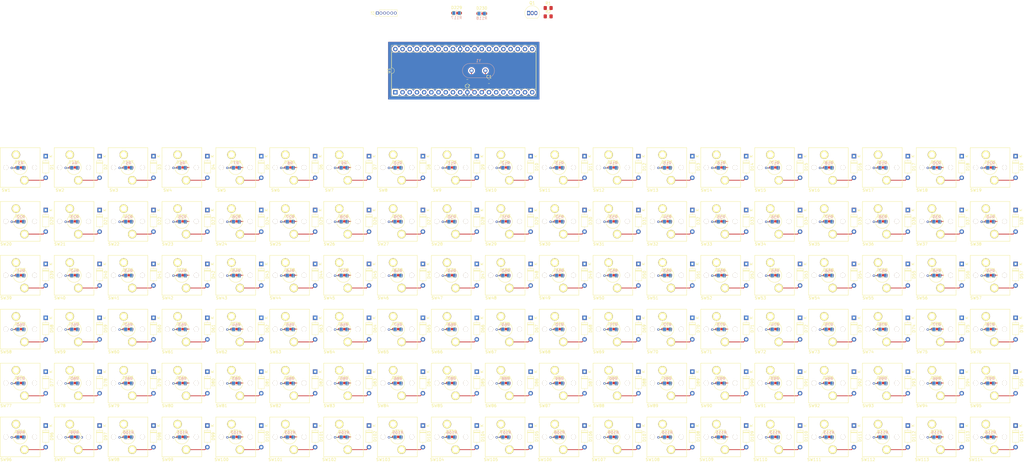
<source format=kicad_pcb>
(kicad_pcb (version 20171130) (host pcbnew "(5.1.4)-1")
  (layers (0 F.Cu signal) (31 B.Cu signal) (34 B.Paste user) (35 F.Paste user) (36 B.SilkS user) (37 F.SilkS user) (38 B.Mask user) (39 F.Mask user) (44 Edge.Cuts user))
  (net 0 "")
  (net 1 "Net-(D1-Pad2)")
  (net 2 A)
  (net 3 "Net-(D2-Pad2)")
  (net 4 "Net-(D3-Pad2)")
  (net 5 "Net-(D4-Pad2)")
  (net 6 "Net-(D5-Pad2)")
  (net 7 "Net-(D6-Pad2)")
  (net 8 "Net-(D7-Pad2)")
  (net 9 B)
  (net 10 "Net-(D8-Pad2)")
  (net 11 "Net-(D9-Pad2)")
  (net 12 "Net-(D10-Pad2)")
  (net 13 "Net-(D11-Pad2)")
  (net 14 "Net-(D12-Pad2)")
  (net 15 "Net-(D13-Pad2)")
  (net 16 C)
  (net 17 "Net-(D14-Pad2)")
  (net 18 "Net-(D15-Pad2)")
  (net 19 "Net-(D16-Pad2)")
  (net 20 "Net-(D17-Pad2)")
  (net 21 "Net-(D18-Pad2)")
  (net 22 "Net-(D19-Pad2)")
  (net 23 D)
  (net 24 "Net-(D20-Pad2)")
  (net 25 "Net-(D21-Pad2)")
  (net 26 "Net-(D22-Pad2)")
  (net 27 "Net-(D23-Pad2)")
  (net 28 "Net-(D24-Pad2)")
  (net 29 "Net-(D25-Pad2)")
  (net 30 E)
  (net 31 "Net-(D26-Pad2)")
  (net 32 "Net-(D27-Pad2)")
  (net 33 "Net-(D28-Pad2)")
  (net 34 "Net-(D29-Pad2)")
  (net 35 "Net-(D30-Pad2)")
  (net 36 "Net-(D31-Pad2)")
  (net 37 F)
  (net 38 "Net-(D32-Pad2)")
  (net 39 "Net-(D33-Pad2)")
  (net 40 "Net-(D34-Pad2)")
  (net 41 "Net-(D35-Pad2)")
  (net 42 "Net-(D36-Pad2)")
  (net 43 "Net-(D37-Pad2)")
  (net 44 G)
  (net 45 "Net-(D38-Pad2)")
  (net 46 "Net-(D39-Pad2)")
  (net 47 "Net-(D40-Pad2)")
  (net 48 "Net-(D41-Pad2)")
  (net 49 "Net-(D42-Pad2)")
  (net 50 "Net-(D43-Pad2)")
  (net 51 H)
  (net 52 "Net-(D44-Pad2)")
  (net 53 "Net-(D45-Pad2)")
  (net 54 "Net-(D46-Pad2)")
  (net 55 "Net-(D47-Pad2)")
  (net 56 "Net-(D48-Pad2)")
  (net 57 "Net-(D49-Pad2)")
  (net 58 I)
  (net 59 "Net-(D50-Pad2)")
  (net 60 "Net-(D51-Pad2)")
  (net 61 "Net-(D52-Pad2)")
  (net 62 "Net-(D53-Pad2)")
  (net 63 "Net-(D54-Pad2)")
  (net 64 "Net-(D55-Pad2)")
  (net 65 J)
  (net 66 "Net-(D56-Pad2)")
  (net 67 "Net-(D57-Pad2)")
  (net 68 "Net-(D58-Pad2)")
  (net 69 "Net-(D59-Pad2)")
  (net 70 "Net-(D60-Pad2)")
  (net 71 "Net-(D61-Pad2)")
  (net 72 K)
  (net 73 "Net-(D62-Pad2)")
  (net 74 "Net-(D63-Pad2)")
  (net 75 "Net-(D64-Pad2)")
  (net 76 "Net-(D65-Pad2)")
  (net 77 "Net-(D66-Pad2)")
  (net 78 "Net-(D67-Pad2)")
  (net 79 L)
  (net 80 "Net-(D68-Pad2)")
  (net 81 "Net-(D69-Pad2)")
  (net 82 "Net-(D70-Pad2)")
  (net 83 "Net-(D71-Pad2)")
  (net 84 "Net-(D72-Pad2)")
  (net 85 "Net-(D73-Pad2)")
  (net 86 M)
  (net 87 "Net-(D74-Pad2)")
  (net 88 "Net-(D75-Pad2)")
  (net 89 "Net-(D76-Pad2)")
  (net 90 "Net-(D77-Pad2)")
  (net 91 "Net-(D78-Pad2)")
  (net 92 "Net-(D79-Pad2)")
  (net 93 N)
  (net 94 "Net-(D80-Pad2)")
  (net 95 "Net-(D81-Pad2)")
  (net 96 "Net-(D82-Pad2)")
  (net 97 "Net-(D83-Pad2)")
  (net 98 "Net-(D84-Pad2)")
  (net 99 "Net-(D85-Pad2)")
  (net 100 O)
  (net 101 "Net-(D86-Pad2)")
  (net 102 "Net-(D87-Pad2)")
  (net 103 "Net-(D88-Pad2)")
  (net 104 "Net-(D89-Pad2)")
  (net 105 "Net-(D90-Pad2)")
  (net 106 "Net-(D91-Pad2)")
  (net 107 P)
  (net 108 "Net-(D92-Pad2)")
  (net 109 "Net-(D93-Pad2)")
  (net 110 "Net-(D94-Pad2)")
  (net 111 "Net-(D95-Pad2)")
  (net 112 "Net-(D96-Pad2)")
  (net 113 "Net-(D97-Pad2)")
  (net 114 Q)
  (net 115 "Net-(D98-Pad2)")
  (net 116 "Net-(D99-Pad2)")
  (net 117 "Net-(D100-Pad2)")
  (net 118 "Net-(D101-Pad2)")
  (net 119 "Net-(D102-Pad2)")
  (net 120 "Net-(D103-Pad2)")
  (net 121 R)
  (net 122 "Net-(D104-Pad2)")
  (net 123 "Net-(D105-Pad2)")
  (net 124 "Net-(D106-Pad2)")
  (net 125 "Net-(D107-Pad2)")
  (net 126 "Net-(D108-Pad2)")
  (net 127 "Net-(D109-Pad2)")
  (net 128 S)
  (net 129 "Net-(D110-Pad2)")
  (net 130 "Net-(D111-Pad2)")
  (net 131 "Net-(D112-Pad2)")
  (net 132 "Net-(D113-Pad2)")
  (net 133 "Net-(D114-Pad2)")
  (net 134 "Net-(D115-Pad2)")
  (net 135 "Net-(D115-Pad1)")
  (net 136 "Net-(D116-Pad2)")
  (net 137 "Net-(D117-Pad2)")
  (net 138 Earth)
  (net 139 "Net-(Q1-Pad2)")
  (net 140 /Counter2A-PWM)
  (net 141 5v)
  (net 142 a)
  (net 143 b)
  (net 144 c)
  (net 145 d)
  (net 146 e)
  (net 147 f)
  (net 148 "Net-(U1-Pad20)")
  (net 149 "Net-(C1-Pad1)")
  (net 150 "Net-(U1-Pad32)")
  (net 151 "Net-(C2-Pad1)")
  (net 152 "Net-(U1-Pad30)")
  (net 153 /Data)
  (net 154 "Net-(U1-Pad9)")
  (net 155 /Clk)
  (net 156 "Net-(U1-Pad25)")
  (net 157 "Net-(D118-Pad2)")
  (net 158 "Net-(D119-Pad2)")
  (net 159 "Net-(D120-Pad2)")
  (net 160 "Net-(D121-Pad2)")
  (net 161 "Net-(D122-Pad2)")
  (net 162 "Net-(D123-Pad2)")
  (net 163 "Net-(D124-Pad2)")
  (net 164 "Net-(D125-Pad2)")
  (net 165 "Net-(D126-Pad2)")
  (net 166 "Net-(D127-Pad2)")
  (net 167 "Net-(D128-Pad2)")
  (net 168 "Net-(D129-Pad2)")
  (net 169 "Net-(D130-Pad2)")
  (net 170 "Net-(D131-Pad2)")
  (net 171 "Net-(D132-Pad2)")
  (net 172 "Net-(D133-Pad2)")
  (net 173 "Net-(D134-Pad2)")
  (net 174 "Net-(D135-Pad2)")
  (net 175 "Net-(D136-Pad2)")
  (net 176 "Net-(D137-Pad2)")
  (net 177 "Net-(D138-Pad2)")
  (net 178 "Net-(D139-Pad2)")
  (net 179 "Net-(D140-Pad2)")
  (net 180 "Net-(D141-Pad2)")
  (net 181 "Net-(D142-Pad2)")
  (net 182 "Net-(D143-Pad2)")
  (net 183 "Net-(D144-Pad2)")
  (net 184 "Net-(D145-Pad2)")
  (net 185 "Net-(D146-Pad2)")
  (net 186 "Net-(D147-Pad2)")
  (net 187 "Net-(D148-Pad2)")
  (net 188 "Net-(D149-Pad2)")
  (net 189 "Net-(D150-Pad2)")
  (net 190 "Net-(D151-Pad2)")
  (net 191 "Net-(D152-Pad2)")
  (net 192 "Net-(D153-Pad2)")
  (net 193 "Net-(D154-Pad2)")
  (net 194 "Net-(D155-Pad2)")
  (net 195 "Net-(D156-Pad2)")
  (net 196 "Net-(D157-Pad2)")
  (net 197 "Net-(D158-Pad2)")
  (net 198 "Net-(D159-Pad2)")
  (net 199 "Net-(D160-Pad2)")
  (net 200 "Net-(D161-Pad2)")
  (net 201 "Net-(D162-Pad2)")
  (net 202 "Net-(D163-Pad2)")
  (net 203 "Net-(D164-Pad2)")
  (net 204 "Net-(D165-Pad2)")
  (net 205 "Net-(D166-Pad2)")
  (net 206 "Net-(D167-Pad2)")
  (net 207 "Net-(D168-Pad2)")
  (net 208 "Net-(D169-Pad2)")
  (net 209 "Net-(D170-Pad2)")
  (net 210 "Net-(D171-Pad2)")
  (net 211 "Net-(D172-Pad2)")
  (net 212 "Net-(D173-Pad2)")
  (net 213 "Net-(D174-Pad2)")
  (net 214 "Net-(D175-Pad2)")
  (net 215 "Net-(D176-Pad2)")
  (net 216 "Net-(D177-Pad2)")
  (net 217 "Net-(D178-Pad2)")
  (net 218 "Net-(D179-Pad2)")
  (net 219 "Net-(D180-Pad2)")
  (net 220 "Net-(D181-Pad2)")
  (net 221 "Net-(D182-Pad2)")
  (net 222 "Net-(D183-Pad2)")
  (net 223 "Net-(D184-Pad2)")
  (net 224 "Net-(D185-Pad2)")
  (net 225 "Net-(D186-Pad2)")
  (net 226 "Net-(D187-Pad2)")
  (net 227 "Net-(D188-Pad2)")
  (net 228 "Net-(D189-Pad2)")
  (net 229 "Net-(D190-Pad2)")
  (net 230 "Net-(D191-Pad2)")
  (net 231 "Net-(D192-Pad2)")
  (net 232 "Net-(D193-Pad2)")
  (net 233 "Net-(D194-Pad2)")
  (net 234 "Net-(D195-Pad2)")
  (net 235 "Net-(D196-Pad2)")
  (net 236 "Net-(D197-Pad2)")
  (net 237 "Net-(D198-Pad2)")
  (net 238 "Net-(D199-Pad2)")
  (net 239 "Net-(D200-Pad2)")
  (net 240 "Net-(D201-Pad2)")
  (net 241 "Net-(D202-Pad2)")
  (net 242 "Net-(D203-Pad2)")
  (net 243 "Net-(D204-Pad2)")
  (net 244 "Net-(D205-Pad2)")
  (net 245 "Net-(D206-Pad2)")
  (net 246 "Net-(D207-Pad2)")
  (net 247 "Net-(D208-Pad2)")
  (net 248 "Net-(D209-Pad2)")
  (net 249 "Net-(D210-Pad2)")
  (net 250 "Net-(D211-Pad2)")
  (net 251 "Net-(D212-Pad2)")
  (net 252 "Net-(D213-Pad2)")
  (net 253 "Net-(D214-Pad2)")
  (net 254 "Net-(D215-Pad2)")
  (net 255 "Net-(D216-Pad2)")
  (net 256 "Net-(D217-Pad2)")
  (net 257 "Net-(D218-Pad2)")
  (net 258 "Net-(D219-Pad2)")
  (net 259 "Net-(D220-Pad2)")
  (net 260 "Net-(D221-Pad2)")
  (net 261 "Net-(D222-Pad2)")
  (net 262 "Net-(D223-Pad2)")
  (net 263 "Net-(D224-Pad2)")
  (net 264 "Net-(D225-Pad2)")
  (net 265 "Net-(D226-Pad2)")
  (net 266 "Net-(D227-Pad2)")
  (net 267 "Net-(D228-Pad2)")
  (net 268 "Net-(D229-Pad1)")
  (net 269 "Net-(D230-Pad1)")
  (net 270 "Net-(J1-Pad6)")
  (net 271 GND)
  (net 272 "Net-(J1-Pad2)")
  (net 273 "Net-(R117-Pad1)")
  (net 274 "Net-(R118-Pad1)")
  (module Package_DIP:DIP-40_W15.24mm_Socket (layer F.Cu) (at 173.99 67.31 90)
    (fp_text reference U1 (at 7.62 -2.33 90) (layer F.SilkS))
    (fp_text value ATmega164P-20PU)
    (pad 40 thru_hole oval (at 15.24 0 90) (size 1.6 1.6) (drill 0.8) (layers *.Cu *.Mask) (net 2 A))
    (pad 20 thru_hole oval (at 0 48.26 90) (size 1.6 1.6) (drill 0.8) (layers *.Cu *.Mask) (net 148 "Net-(U1-Pad20)"))
    (pad 39 thru_hole oval (at 15.24 2.54 90) (size 1.6 1.6) (drill 0.8) (layers *.Cu *.Mask) (net 9 B))
    (pad 19 thru_hole oval (at 0 45.72 90) (size 1.6 1.6) (drill 0.8) (layers *.Cu *.Mask) (net 147 f))
    (pad 38 thru_hole oval (at 15.24 5.08 90) (size 1.6 1.6) (drill 0.8) (layers *.Cu *.Mask) (net 16 C))
    (pad 18 thru_hole oval (at 0 43.18 90) (size 1.6 1.6) (drill 0.8) (layers *.Cu *.Mask) (net 146 e))
    (pad 37 thru_hole oval (at 15.24 7.62 90) (size 1.6 1.6) (drill 0.8) (layers *.Cu *.Mask) (net 23 D))
    (pad 17 thru_hole oval (at 0 40.64 90) (size 1.6 1.6) (drill 0.8) (layers *.Cu *.Mask) (net 145 d))
    (pad 36 thru_hole oval (at 15.24 10.16 90) (size 1.6 1.6) (drill 0.8) (layers *.Cu *.Mask) (net 30 E))
    (pad 16 thru_hole oval (at 0 38.1 90) (size 1.6 1.6) (drill 0.8) (layers *.Cu *.Mask) (net 144 c))
    (pad 35 thru_hole oval (at 15.24 12.7 90) (size 1.6 1.6) (drill 0.8) (layers *.Cu *.Mask) (net 37 F))
    (pad 15 thru_hole oval (at 0 35.56 90) (size 1.6 1.6) (drill 0.8) (layers *.Cu *.Mask) (net 143 b))
    (pad 34 thru_hole oval (at 15.24 15.24 90) (size 1.6 1.6) (drill 0.8) (layers *.Cu *.Mask) (net 44 G))
    (pad 14 thru_hole oval (at 0 33.02 90) (size 1.6 1.6) (drill 0.8) (layers *.Cu *.Mask) (net 142 a))
    (pad 33 thru_hole oval (at 15.24 17.78 90) (size 1.6 1.6) (drill 0.8) (layers *.Cu *.Mask) (net 51 H))
    (pad 13 thru_hole oval (at 0 30.48 90) (size 1.6 1.6) (drill 0.8) (layers *.Cu *.Mask) (net 149 "Net-(C1-Pad1)"))
    (pad 32 thru_hole oval (at 15.24 20.32 90) (size 1.6 1.6) (drill 0.8) (layers *.Cu *.Mask) (net 150 "Net-(U1-Pad32)"))
    (pad 12 thru_hole oval (at 0 27.94 90) (size 1.6 1.6) (drill 0.8) (layers *.Cu *.Mask) (net 151 "Net-(C2-Pad1)"))
    (pad 31 thru_hole oval (at 15.24 22.86 90) (size 1.6 1.6) (drill 0.8) (layers *.Cu *.Mask) (net 138 Earth))
    (pad 11 thru_hole oval (at 0 25.4 90) (size 1.6 1.6) (drill 0.8) (layers *.Cu *.Mask) (net 138 Earth))
    (pad 30 thru_hole oval (at 15.24 25.4 90) (size 1.6 1.6) (drill 0.8) (layers *.Cu *.Mask) (net 152 "Net-(U1-Pad30)"))
    (pad 10 thru_hole oval (at 0 22.86 90) (size 1.6 1.6) (drill 0.8) (layers *.Cu *.Mask) (net 141 5v))
    (pad 29 thru_hole oval (at 15.24 27.94 90) (size 1.6 1.6) (drill 0.8) (layers *.Cu *.Mask) (net 153 /Data))
    (pad 9 thru_hole oval (at 0 20.32 90) (size 1.6 1.6) (drill 0.8) (layers *.Cu *.Mask) (net 154 "Net-(U1-Pad9)"))
    (pad 28 thru_hole oval (at 15.24 30.48 90) (size 1.6 1.6) (drill 0.8) (layers *.Cu *.Mask) (net 155 /Clk))
    (pad 8 thru_hole oval (at 0 17.78 90) (size 1.6 1.6) (drill 0.8) (layers *.Cu *.Mask) (net 107 P))
    (pad 27 thru_hole oval (at 15.24 33.02 90) (size 1.6 1.6) (drill 0.8) (layers *.Cu *.Mask) (net 274 "Net-(R118-Pad1)"))
    (pad 7 thru_hole oval (at 0 15.24 90) (size 1.6 1.6) (drill 0.8) (layers *.Cu *.Mask) (net 100 O))
    (pad 26 thru_hole oval (at 15.24 35.56 90) (size 1.6 1.6) (drill 0.8) (layers *.Cu *.Mask) (net 273 "Net-(R117-Pad1)"))
    (pad 6 thru_hole oval (at 0 12.7 90) (size 1.6 1.6) (drill 0.8) (layers *.Cu *.Mask) (net 93 N))
    (pad 25 thru_hole oval (at 15.24 38.1 90) (size 1.6 1.6) (drill 0.8) (layers *.Cu *.Mask) (net 156 "Net-(U1-Pad25)"))
    (pad 5 thru_hole oval (at 0 10.16 90) (size 1.6 1.6) (drill 0.8) (layers *.Cu *.Mask) (net 86 M))
    (pad 24 thru_hole oval (at 15.24 40.64 90) (size 1.6 1.6) (drill 0.8) (layers *.Cu *.Mask) (net 128 S))
    (pad 4 thru_hole oval (at 0 7.62 90) (size 1.6 1.6) (drill 0.8) (layers *.Cu *.Mask) (net 79 L))
    (pad 23 thru_hole oval (at 15.24 43.18 90) (size 1.6 1.6) (drill 0.8) (layers *.Cu *.Mask) (net 121 R))
    (pad 3 thru_hole oval (at 0 5.08 90) (size 1.6 1.6) (drill 0.8) (layers *.Cu *.Mask) (net 72 K))
    (pad 22 thru_hole oval (at 15.24 45.72 90) (size 1.6 1.6) (drill 0.8) (layers *.Cu *.Mask) (net 114 Q))
    (pad 2 thru_hole oval (at 0 2.54 90) (size 1.6 1.6) (drill 0.8) (layers *.Cu *.Mask) (net 65 J))
    (pad 21 thru_hole oval (at 15.24 48.26 90) (size 1.6 1.6) (drill 0.8) (layers *.Cu *.Mask) (net 140 /Counter2A-PWM))
    (pad 1 thru_hole rect (at 0 0 90) (size 1.6 1.6) (drill 0.8) (layers *.Cu *.Mask) (net 58 I))
  )
  (module Crystal:Crystal_HC49-U_Vertical (layer B.Cu) (at 205.74 59.69 180)
    (fp_text reference Y1 (at 2.44 3.525) (layer B.SilkS) (effects (justify mirror)))
    (fp_text value 20MHz)
    (pad 2 thru_hole circle (at 4.88 0 180) (size 1.5 1.5) (drill 0.8) (layers *.Cu *.Mask) (net 151 "Net-(C2-Pad1)"))
    (pad 1 thru_hole circle (at 0 0 180) (size 1.5 1.5) (drill 0.8) (layers *.Cu *.Mask) (net 149 "Net-(C1-Pad1)"))
  )
  (module Resistor_SMD:R_0805_2012Metric_Pad1.15x1.40mm_HandSolder (layer B.Cu) (at 204.464999 39.545)
    (fp_text reference R118 (at 0 1.65) (layer B.SilkS) (effects (justify mirror)))
    (fp_text value 2.3k)
    (pad 2 smd roundrect (at 1.025 0) (size 1.15 1.4) (layers B.Cu B.Paste B.Mask) (roundrect_rratio 0.217391) (net 269 "Net-(D230-Pad1)"))
    (pad 1 smd roundrect (at -1.025 0) (size 1.15 1.4) (layers B.Cu B.Paste B.Mask) (roundrect_rratio 0.217391) (net 274 "Net-(R118-Pad1)"))
  )
  (module Resistor_SMD:R_0805_2012Metric_Pad1.15x1.40mm_HandSolder (layer B.Cu) (at 195.58 39.37)
    (fp_text reference R117 (at 0 1.65) (layer B.SilkS) (effects (justify mirror)))
    (fp_text value 2.3k)
    (pad 2 smd roundrect (at 1.025 0) (size 1.15 1.4) (layers B.Cu B.Paste B.Mask) (roundrect_rratio 0.217391) (net 268 "Net-(D229-Pad1)"))
    (pad 1 smd roundrect (at -1.025 0) (size 1.15 1.4) (layers B.Cu B.Paste B.Mask) (roundrect_rratio 0.217391) (net 273 "Net-(R117-Pad1)"))
  )
  (module Connector_PinHeader_1.27mm:PinHeader_1x06_P1.27mm_Vertical (layer F.Cu) (at 167.64 39.37 90)
    (fp_text reference J1 (at 0 -1.695 90) (layer F.SilkS))
    (fp_text value Mini-DIN-6)
    (pad 6 thru_hole oval (at 0 6.35 90) (size 1 1) (drill 0.65) (layers *.Cu *.Mask) (net 270 "Net-(J1-Pad6)"))
    (pad 5 thru_hole oval (at 0 5.08 90) (size 1 1) (drill 0.65) (layers *.Cu *.Mask) (net 155 /Clk))
    (pad 4 thru_hole oval (at 0 3.81 90) (size 1 1) (drill 0.65) (layers *.Cu *.Mask) (net 141 5v))
    (pad 3 thru_hole oval (at 0 2.54 90) (size 1 1) (drill 0.65) (layers *.Cu *.Mask) (net 271 GND))
    (pad 2 thru_hole oval (at 0 1.27 90) (size 1 1) (drill 0.65) (layers *.Cu *.Mask) (net 272 "Net-(J1-Pad2)"))
    (pad 1 thru_hole rect (at 0 0 90) (size 1 1) (drill 0.65) (layers *.Cu *.Mask) (net 153 /Data))
  )
  (module MyOwnKeyboard:158301250 (layer F.Cu) (at 204.464999 39.545)
    (fp_text reference D230 (at 0 -1.905) (layer F.SilkS))
    (fp_text value CAPSLOCK)
    (pad 2 smd rect (at -1.27 0) (size 1.2 0.8) (layers F.Cu F.Paste F.Mask) (net 141 5v))
    (pad 1 smd rect (at 1 0) (size 2 0.8) (drill (offset -0.12 0)) (layers F.Cu F.Paste F.Mask) (net 269 "Net-(D230-Pad1)"))
  )
  (module MyOwnKeyboard:158301250 (layer F.Cu) (at 195.58 39.37)
    (fp_text reference D229 (at 0 -1.905) (layer F.SilkS))
    (fp_text value NUMLOCK)
    (pad 2 smd rect (at -1.27 0) (size 1.2 0.8) (layers F.Cu F.Paste F.Mask) (net 141 5v))
    (pad 1 smd rect (at 1 0) (size 2 0.8) (drill (offset -0.12 0)) (layers F.Cu F.Paste F.Mask) (net 268 "Net-(D229-Pad1)"))
  )
  (module Capacitor_SMD:C_0805_2012Metric_Pad1.15x1.40mm_HandSolder (layer F.Cu) (at 199.39 63.5 180)
    (fp_text reference C2 (at 0 -1.65) (layer F.SilkS))
    (fp_text value 30pF)
    (pad 2 smd roundrect (at 1.025 0 180) (size 1.15 1.4) (layers F.Cu F.Paste F.Mask) (roundrect_rratio 0.217391) (net 138 Earth))
    (pad 1 smd roundrect (at -1.025 0 180) (size 1.15 1.4) (layers F.Cu F.Paste F.Mask) (roundrect_rratio 0.217391) (net 151 "Net-(C2-Pad1)"))
  )
  (module Capacitor_SMD:C_0805_2012Metric_Pad1.15x1.40mm_HandSolder (layer F.Cu) (at 207.01 63.5)
    (fp_text reference C1 (at 0 -1.65) (layer F.SilkS))
    (fp_text value 30pF)
    (pad 2 smd roundrect (at 1.025 0) (size 1.15 1.4) (layers F.Cu F.Paste F.Mask) (roundrect_rratio 0.217391) (net 138 Earth))
    (pad 1 smd roundrect (at -1.025 0) (size 1.15 1.4) (layers F.Cu F.Paste F.Mask) (roundrect_rratio 0.217391) (net 149 "Net-(C1-Pad1)"))
  )
  (module MyOwnKeyboard:RomerG (layer F.Cu) (at 60.71 112.83)
    (fp_text reference SW21 (at -5 8) (layer F.SilkS))
    (fp_text value SW_SPST)
    (pad 3 thru_hole circle (at -5.08 0) (size 1.69926 1.69926) (drill 1.69926) (layers *.Cu *.Mask F.SilkS))
    (pad 3 thru_hole circle (at 5.08 0) (size 1.69926 1.69926) (drill 1.69926) (layers *.Cu *.Mask F.SilkS))
    (pad 1 thru_hole circle (at -1.5 -4.5) (size 3 3) (drill 2) (layers *.Cu *.Mask F.SilkS) (net 143 b))
    (pad 2 thru_hole circle (at 1.5 4.5) (size 3 3) (drill 2) (layers *.Cu *.Mask F.SilkS) (net 25 "Net-(D21-Pad2)"))
  )
  (module Resistor_SMD:R_0805_2012Metric_Pad1.15x1.40mm_HandSolder (layer F.Cu) (at 227.88 40.54)
    (fp_text reference R2 (at 0 -1.65) (layer F.SilkS))
    (fp_text value 100k)
    (pad 2 smd roundrect (at 1.025 0) (size 1.15 1.4) (layers F.Cu F.Paste F.Mask) (roundrect_rratio 0.217391) (net 138 Earth))
    (pad 1 smd roundrect (at -1.025 0) (size 1.15 1.4) (layers F.Cu F.Paste F.Mask) (roundrect_rratio 0.217391) (net 139 "Net-(Q1-Pad2)"))
  )
  (module Resistor_SMD:R_0805_2012Metric_Pad1.15x1.40mm_HandSolder (layer F.Cu) (at 227.88 37.59)
    (fp_text reference R1 (at 0 -1.65) (layer F.SilkS))
    (fp_text value 100)
    (pad 2 smd roundrect (at 1.025 0) (size 1.15 1.4) (layers F.Cu F.Paste F.Mask) (roundrect_rratio 0.217391) (net 139 "Net-(Q1-Pad2)"))
    (pad 1 smd roundrect (at -1.025 0) (size 1.15 1.4) (layers F.Cu F.Paste F.Mask) (roundrect_rratio 0.217391) (net 140 /Counter2A-PWM))
  )
  (module Package_TO_SOT_THT:TO-92_Inline (layer F.Cu) (at 220.98 39.37)
    (fp_text reference Q1 (at 1.27 -3.56) (layer F.SilkS))
    (fp_text value RFD14N05L)
    (pad 1 thru_hole rect (at 0 0) (size 1.05 1.5) (drill 0.75) (layers *.Cu *.Mask) (net 138 Earth))
    (pad 3 thru_hole oval (at 2.54 0) (size 1.05 1.5) (drill 0.75) (layers *.Cu *.Mask) (net 135 "Net-(D115-Pad1)"))
    (pad 2 thru_hole oval (at 1.27 0) (size 1.05 1.5) (drill 0.75) (layers *.Cu *.Mask) (net 139 "Net-(Q1-Pad2)"))
  )
  (module Resistor_SMD:R_0805_2012Metric_Pad1.15x1.40mm_HandSolder (layer B.Cu) (at 383.91 188.98 180)
    (fp_text reference R116 (at 0 1.65) (layer B.SilkS) (effects (justify mirror)))
    (fp_text value 2.3k)
    (pad 1 smd roundrect (at -1.025 0 180) (size 1.15 1.4) (layers B.Cu B.Paste B.Mask) (roundrect_rratio 0.217391) (net 141 5v))
    (pad 2 smd roundrect (at 1.025 0 180) (size 1.15 1.4) (layers B.Cu B.Paste B.Mask) (roundrect_rratio 0.217391) (net 267 "Net-(D228-Pad2)"))
  )
  (module Resistor_SMD:R_0805_2012Metric_Pad1.15x1.40mm_HandSolder (layer B.Cu) (at 364.91 188.98 180)
    (fp_text reference R115 (at 0 1.65) (layer B.SilkS) (effects (justify mirror)))
    (fp_text value 2.3k)
    (pad 1 smd roundrect (at -1.025 0 180) (size 1.15 1.4) (layers B.Cu B.Paste B.Mask) (roundrect_rratio 0.217391) (net 141 5v))
    (pad 2 smd roundrect (at 1.025 0 180) (size 1.15 1.4) (layers B.Cu B.Paste B.Mask) (roundrect_rratio 0.217391) (net 266 "Net-(D227-Pad2)"))
  )
  (module Resistor_SMD:R_0805_2012Metric_Pad1.15x1.40mm_HandSolder (layer B.Cu) (at 345.91 188.98 180)
    (fp_text reference R114 (at 0 1.65) (layer B.SilkS) (effects (justify mirror)))
    (fp_text value 2.3k)
    (pad 1 smd roundrect (at -1.025 0 180) (size 1.15 1.4) (layers B.Cu B.Paste B.Mask) (roundrect_rratio 0.217391) (net 141 5v))
    (pad 2 smd roundrect (at 1.025 0 180) (size 1.15 1.4) (layers B.Cu B.Paste B.Mask) (roundrect_rratio 0.217391) (net 265 "Net-(D226-Pad2)"))
  )
  (module Resistor_SMD:R_0805_2012Metric_Pad1.15x1.40mm_HandSolder (layer B.Cu) (at 326.91 188.98 180)
    (fp_text reference R113 (at 0 1.65) (layer B.SilkS) (effects (justify mirror)))
    (fp_text value 2.3k)
    (pad 1 smd roundrect (at -1.025 0 180) (size 1.15 1.4) (layers B.Cu B.Paste B.Mask) (roundrect_rratio 0.217391) (net 141 5v))
    (pad 2 smd roundrect (at 1.025 0 180) (size 1.15 1.4) (layers B.Cu B.Paste B.Mask) (roundrect_rratio 0.217391) (net 264 "Net-(D225-Pad2)"))
  )
  (module Resistor_SMD:R_0805_2012Metric_Pad1.15x1.40mm_HandSolder (layer B.Cu) (at 307.91 188.98 180)
    (fp_text reference R112 (at 0 1.65) (layer B.SilkS) (effects (justify mirror)))
    (fp_text value 2.3k)
    (pad 1 smd roundrect (at -1.025 0 180) (size 1.15 1.4) (layers B.Cu B.Paste B.Mask) (roundrect_rratio 0.217391) (net 141 5v))
    (pad 2 smd roundrect (at 1.025 0 180) (size 1.15 1.4) (layers B.Cu B.Paste B.Mask) (roundrect_rratio 0.217391) (net 263 "Net-(D224-Pad2)"))
  )
  (module Resistor_SMD:R_0805_2012Metric_Pad1.15x1.40mm_HandSolder (layer B.Cu) (at 288.91 188.98 180)
    (fp_text reference R111 (at 0 1.65) (layer B.SilkS) (effects (justify mirror)))
    (fp_text value 2.3k)
    (pad 1 smd roundrect (at -1.025 0 180) (size 1.15 1.4) (layers B.Cu B.Paste B.Mask) (roundrect_rratio 0.217391) (net 141 5v))
    (pad 2 smd roundrect (at 1.025 0 180) (size 1.15 1.4) (layers B.Cu B.Paste B.Mask) (roundrect_rratio 0.217391) (net 262 "Net-(D223-Pad2)"))
  )
  (module Resistor_SMD:R_0805_2012Metric_Pad1.15x1.40mm_HandSolder (layer B.Cu) (at 269.91 188.98 180)
    (fp_text reference R110 (at 0 1.65) (layer B.SilkS) (effects (justify mirror)))
    (fp_text value 2.3k)
    (pad 1 smd roundrect (at -1.025 0 180) (size 1.15 1.4) (layers B.Cu B.Paste B.Mask) (roundrect_rratio 0.217391) (net 141 5v))
    (pad 2 smd roundrect (at 1.025 0 180) (size 1.15 1.4) (layers B.Cu B.Paste B.Mask) (roundrect_rratio 0.217391) (net 261 "Net-(D222-Pad2)"))
  )
  (module Resistor_SMD:R_0805_2012Metric_Pad1.15x1.40mm_HandSolder (layer B.Cu) (at 250.91 188.98 180)
    (fp_text reference R109 (at 0 1.65) (layer B.SilkS) (effects (justify mirror)))
    (fp_text value 2.3k)
    (pad 1 smd roundrect (at -1.025 0 180) (size 1.15 1.4) (layers B.Cu B.Paste B.Mask) (roundrect_rratio 0.217391) (net 141 5v))
    (pad 2 smd roundrect (at 1.025 0 180) (size 1.15 1.4) (layers B.Cu B.Paste B.Mask) (roundrect_rratio 0.217391) (net 260 "Net-(D221-Pad2)"))
  )
  (module Resistor_SMD:R_0805_2012Metric_Pad1.15x1.40mm_HandSolder (layer B.Cu) (at 231.91 188.98 180)
    (fp_text reference R108 (at 0 1.65) (layer B.SilkS) (effects (justify mirror)))
    (fp_text value 2.3k)
    (pad 1 smd roundrect (at -1.025 0 180) (size 1.15 1.4) (layers B.Cu B.Paste B.Mask) (roundrect_rratio 0.217391) (net 141 5v))
    (pad 2 smd roundrect (at 1.025 0 180) (size 1.15 1.4) (layers B.Cu B.Paste B.Mask) (roundrect_rratio 0.217391) (net 259 "Net-(D220-Pad2)"))
  )
  (module Resistor_SMD:R_0805_2012Metric_Pad1.15x1.40mm_HandSolder (layer B.Cu) (at 212.91 188.98 180)
    (fp_text reference R107 (at 0 1.65) (layer B.SilkS) (effects (justify mirror)))
    (fp_text value 2.3k)
    (pad 1 smd roundrect (at -1.025 0 180) (size 1.15 1.4) (layers B.Cu B.Paste B.Mask) (roundrect_rratio 0.217391) (net 141 5v))
    (pad 2 smd roundrect (at 1.025 0 180) (size 1.15 1.4) (layers B.Cu B.Paste B.Mask) (roundrect_rratio 0.217391) (net 258 "Net-(D219-Pad2)"))
  )
  (module Resistor_SMD:R_0805_2012Metric_Pad1.15x1.40mm_HandSolder (layer B.Cu) (at 193.91 188.98 180)
    (fp_text reference R106 (at 0 1.65) (layer B.SilkS) (effects (justify mirror)))
    (fp_text value 2.3k)
    (pad 1 smd roundrect (at -1.025 0 180) (size 1.15 1.4) (layers B.Cu B.Paste B.Mask) (roundrect_rratio 0.217391) (net 141 5v))
    (pad 2 smd roundrect (at 1.025 0 180) (size 1.15 1.4) (layers B.Cu B.Paste B.Mask) (roundrect_rratio 0.217391) (net 257 "Net-(D218-Pad2)"))
  )
  (module Resistor_SMD:R_0805_2012Metric_Pad1.15x1.40mm_HandSolder (layer B.Cu) (at 174.91 188.98 180)
    (fp_text reference R105 (at 0 1.65) (layer B.SilkS) (effects (justify mirror)))
    (fp_text value 2.3k)
    (pad 1 smd roundrect (at -1.025 0 180) (size 1.15 1.4) (layers B.Cu B.Paste B.Mask) (roundrect_rratio 0.217391) (net 141 5v))
    (pad 2 smd roundrect (at 1.025 0 180) (size 1.15 1.4) (layers B.Cu B.Paste B.Mask) (roundrect_rratio 0.217391) (net 256 "Net-(D217-Pad2)"))
  )
  (module Resistor_SMD:R_0805_2012Metric_Pad1.15x1.40mm_HandSolder (layer B.Cu) (at 155.91 188.98 180)
    (fp_text reference R104 (at 0 1.65) (layer B.SilkS) (effects (justify mirror)))
    (fp_text value 2.3k)
    (pad 1 smd roundrect (at -1.025 0 180) (size 1.15 1.4) (layers B.Cu B.Paste B.Mask) (roundrect_rratio 0.217391) (net 141 5v))
    (pad 2 smd roundrect (at 1.025 0 180) (size 1.15 1.4) (layers B.Cu B.Paste B.Mask) (roundrect_rratio 0.217391) (net 255 "Net-(D216-Pad2)"))
  )
  (module Resistor_SMD:R_0805_2012Metric_Pad1.15x1.40mm_HandSolder (layer B.Cu) (at 136.91 188.98 180)
    (fp_text reference R103 (at 0 1.65) (layer B.SilkS) (effects (justify mirror)))
    (fp_text value 2.3k)
    (pad 1 smd roundrect (at -1.025 0 180) (size 1.15 1.4) (layers B.Cu B.Paste B.Mask) (roundrect_rratio 0.217391) (net 141 5v))
    (pad 2 smd roundrect (at 1.025 0 180) (size 1.15 1.4) (layers B.Cu B.Paste B.Mask) (roundrect_rratio 0.217391) (net 254 "Net-(D215-Pad2)"))
  )
  (module Resistor_SMD:R_0805_2012Metric_Pad1.15x1.40mm_HandSolder (layer B.Cu) (at 117.91 188.98 180)
    (fp_text reference R102 (at 0 1.65) (layer B.SilkS) (effects (justify mirror)))
    (fp_text value 2.3k)
    (pad 1 smd roundrect (at -1.025 0 180) (size 1.15 1.4) (layers B.Cu B.Paste B.Mask) (roundrect_rratio 0.217391) (net 141 5v))
    (pad 2 smd roundrect (at 1.025 0 180) (size 1.15 1.4) (layers B.Cu B.Paste B.Mask) (roundrect_rratio 0.217391) (net 253 "Net-(D214-Pad2)"))
  )
  (module Resistor_SMD:R_0805_2012Metric_Pad1.15x1.40mm_HandSolder (layer B.Cu) (at 98.91 188.98 180)
    (fp_text reference R101 (at 0 1.65) (layer B.SilkS) (effects (justify mirror)))
    (fp_text value 2.3k)
    (pad 1 smd roundrect (at -1.025 0 180) (size 1.15 1.4) (layers B.Cu B.Paste B.Mask) (roundrect_rratio 0.217391) (net 141 5v))
    (pad 2 smd roundrect (at 1.025 0 180) (size 1.15 1.4) (layers B.Cu B.Paste B.Mask) (roundrect_rratio 0.217391) (net 252 "Net-(D213-Pad2)"))
  )
  (module Resistor_SMD:R_0805_2012Metric_Pad1.15x1.40mm_HandSolder (layer B.Cu) (at 79.91 188.98 180)
    (fp_text reference R100 (at 0 1.65) (layer B.SilkS) (effects (justify mirror)))
    (fp_text value 2.3k)
    (pad 1 smd roundrect (at -1.025 0 180) (size 1.15 1.4) (layers B.Cu B.Paste B.Mask) (roundrect_rratio 0.217391) (net 141 5v))
    (pad 2 smd roundrect (at 1.025 0 180) (size 1.15 1.4) (layers B.Cu B.Paste B.Mask) (roundrect_rratio 0.217391) (net 251 "Net-(D212-Pad2)"))
  )
  (module Resistor_SMD:R_0805_2012Metric_Pad1.15x1.40mm_HandSolder (layer B.Cu) (at 60.91 188.98 180)
    (fp_text reference R99 (at 0 1.65) (layer B.SilkS) (effects (justify mirror)))
    (fp_text value 2.3k)
    (pad 1 smd roundrect (at -1.025 0 180) (size 1.15 1.4) (layers B.Cu B.Paste B.Mask) (roundrect_rratio 0.217391) (net 141 5v))
    (pad 2 smd roundrect (at 1.025 0 180) (size 1.15 1.4) (layers B.Cu B.Paste B.Mask) (roundrect_rratio 0.217391) (net 250 "Net-(D211-Pad2)"))
  )
  (module Resistor_SMD:R_0805_2012Metric_Pad1.15x1.40mm_HandSolder (layer B.Cu) (at 41.91 188.98 180)
    (fp_text reference R98 (at 0 1.65) (layer B.SilkS) (effects (justify mirror)))
    (fp_text value 2.3k)
    (pad 1 smd roundrect (at -1.025 0 180) (size 1.15 1.4) (layers B.Cu B.Paste B.Mask) (roundrect_rratio 0.217391) (net 141 5v))
    (pad 2 smd roundrect (at 1.025 0 180) (size 1.15 1.4) (layers B.Cu B.Paste B.Mask) (roundrect_rratio 0.217391) (net 249 "Net-(D210-Pad2)"))
  )
  (module Resistor_SMD:R_0805_2012Metric_Pad1.15x1.40mm_HandSolder (layer B.Cu) (at 383.91 169.98 180)
    (fp_text reference R97 (at 0 1.65) (layer B.SilkS) (effects (justify mirror)))
    (fp_text value 2.3k)
    (pad 1 smd roundrect (at -1.025 0 180) (size 1.15 1.4) (layers B.Cu B.Paste B.Mask) (roundrect_rratio 0.217391) (net 141 5v))
    (pad 2 smd roundrect (at 1.025 0 180) (size 1.15 1.4) (layers B.Cu B.Paste B.Mask) (roundrect_rratio 0.217391) (net 248 "Net-(D209-Pad2)"))
  )
  (module Resistor_SMD:R_0805_2012Metric_Pad1.15x1.40mm_HandSolder (layer B.Cu) (at 364.91 169.98 180)
    (fp_text reference R96 (at 0 1.65) (layer B.SilkS) (effects (justify mirror)))
    (fp_text value 2.3k)
    (pad 1 smd roundrect (at -1.025 0 180) (size 1.15 1.4) (layers B.Cu B.Paste B.Mask) (roundrect_rratio 0.217391) (net 141 5v))
    (pad 2 smd roundrect (at 1.025 0 180) (size 1.15 1.4) (layers B.Cu B.Paste B.Mask) (roundrect_rratio 0.217391) (net 247 "Net-(D208-Pad2)"))
  )
  (module Resistor_SMD:R_0805_2012Metric_Pad1.15x1.40mm_HandSolder (layer B.Cu) (at 345.91 169.98 180)
    (fp_text reference R95 (at 0 1.65) (layer B.SilkS) (effects (justify mirror)))
    (fp_text value 2.3k)
    (pad 1 smd roundrect (at -1.025 0 180) (size 1.15 1.4) (layers B.Cu B.Paste B.Mask) (roundrect_rratio 0.217391) (net 141 5v))
    (pad 2 smd roundrect (at 1.025 0 180) (size 1.15 1.4) (layers B.Cu B.Paste B.Mask) (roundrect_rratio 0.217391) (net 246 "Net-(D207-Pad2)"))
  )
  (module Resistor_SMD:R_0805_2012Metric_Pad1.15x1.40mm_HandSolder (layer B.Cu) (at 326.91 169.98 180)
    (fp_text reference R94 (at 0 1.65) (layer B.SilkS) (effects (justify mirror)))
    (fp_text value 2.3k)
    (pad 1 smd roundrect (at -1.025 0 180) (size 1.15 1.4) (layers B.Cu B.Paste B.Mask) (roundrect_rratio 0.217391) (net 141 5v))
    (pad 2 smd roundrect (at 1.025 0 180) (size 1.15 1.4) (layers B.Cu B.Paste B.Mask) (roundrect_rratio 0.217391) (net 245 "Net-(D206-Pad2)"))
  )
  (module Resistor_SMD:R_0805_2012Metric_Pad1.15x1.40mm_HandSolder (layer B.Cu) (at 307.91 169.98 180)
    (fp_text reference R93 (at 0 1.65) (layer B.SilkS) (effects (justify mirror)))
    (fp_text value 2.3k)
    (pad 1 smd roundrect (at -1.025 0 180) (size 1.15 1.4) (layers B.Cu B.Paste B.Mask) (roundrect_rratio 0.217391) (net 141 5v))
    (pad 2 smd roundrect (at 1.025 0 180) (size 1.15 1.4) (layers B.Cu B.Paste B.Mask) (roundrect_rratio 0.217391) (net 244 "Net-(D205-Pad2)"))
  )
  (module Resistor_SMD:R_0805_2012Metric_Pad1.15x1.40mm_HandSolder (layer B.Cu) (at 288.91 169.98 180)
    (fp_text reference R92 (at 0 1.65) (layer B.SilkS) (effects (justify mirror)))
    (fp_text value 2.3k)
    (pad 1 smd roundrect (at -1.025 0 180) (size 1.15 1.4) (layers B.Cu B.Paste B.Mask) (roundrect_rratio 0.217391) (net 141 5v))
    (pad 2 smd roundrect (at 1.025 0 180) (size 1.15 1.4) (layers B.Cu B.Paste B.Mask) (roundrect_rratio 0.217391) (net 243 "Net-(D204-Pad2)"))
  )
  (module Resistor_SMD:R_0805_2012Metric_Pad1.15x1.40mm_HandSolder (layer B.Cu) (at 269.91 169.98 180)
    (fp_text reference R91 (at 0 1.65) (layer B.SilkS) (effects (justify mirror)))
    (fp_text value 2.3k)
    (pad 1 smd roundrect (at -1.025 0 180) (size 1.15 1.4) (layers B.Cu B.Paste B.Mask) (roundrect_rratio 0.217391) (net 141 5v))
    (pad 2 smd roundrect (at 1.025 0 180) (size 1.15 1.4) (layers B.Cu B.Paste B.Mask) (roundrect_rratio 0.217391) (net 242 "Net-(D203-Pad2)"))
  )
  (module Resistor_SMD:R_0805_2012Metric_Pad1.15x1.40mm_HandSolder (layer B.Cu) (at 250.91 169.98 180)
    (fp_text reference R90 (at 0 1.65) (layer B.SilkS) (effects (justify mirror)))
    (fp_text value 2.3k)
    (pad 1 smd roundrect (at -1.025 0 180) (size 1.15 1.4) (layers B.Cu B.Paste B.Mask) (roundrect_rratio 0.217391) (net 141 5v))
    (pad 2 smd roundrect (at 1.025 0 180) (size 1.15 1.4) (layers B.Cu B.Paste B.Mask) (roundrect_rratio 0.217391) (net 241 "Net-(D202-Pad2)"))
  )
  (module Resistor_SMD:R_0805_2012Metric_Pad1.15x1.40mm_HandSolder (layer B.Cu) (at 231.91 169.98 180)
    (fp_text reference R89 (at 0 1.65) (layer B.SilkS) (effects (justify mirror)))
    (fp_text value 2.3k)
    (pad 1 smd roundrect (at -1.025 0 180) (size 1.15 1.4) (layers B.Cu B.Paste B.Mask) (roundrect_rratio 0.217391) (net 141 5v))
    (pad 2 smd roundrect (at 1.025 0 180) (size 1.15 1.4) (layers B.Cu B.Paste B.Mask) (roundrect_rratio 0.217391) (net 240 "Net-(D201-Pad2)"))
  )
  (module Resistor_SMD:R_0805_2012Metric_Pad1.15x1.40mm_HandSolder (layer B.Cu) (at 212.91 169.98 180)
    (fp_text reference R88 (at 0 1.65) (layer B.SilkS) (effects (justify mirror)))
    (fp_text value 2.3k)
    (pad 1 smd roundrect (at -1.025 0 180) (size 1.15 1.4) (layers B.Cu B.Paste B.Mask) (roundrect_rratio 0.217391) (net 141 5v))
    (pad 2 smd roundrect (at 1.025 0 180) (size 1.15 1.4) (layers B.Cu B.Paste B.Mask) (roundrect_rratio 0.217391) (net 239 "Net-(D200-Pad2)"))
  )
  (module Resistor_SMD:R_0805_2012Metric_Pad1.15x1.40mm_HandSolder (layer B.Cu) (at 193.91 169.98 180)
    (fp_text reference R87 (at 0 1.65) (layer B.SilkS) (effects (justify mirror)))
    (fp_text value 2.3k)
    (pad 1 smd roundrect (at -1.025 0 180) (size 1.15 1.4) (layers B.Cu B.Paste B.Mask) (roundrect_rratio 0.217391) (net 141 5v))
    (pad 2 smd roundrect (at 1.025 0 180) (size 1.15 1.4) (layers B.Cu B.Paste B.Mask) (roundrect_rratio 0.217391) (net 238 "Net-(D199-Pad2)"))
  )
  (module Resistor_SMD:R_0805_2012Metric_Pad1.15x1.40mm_HandSolder (layer B.Cu) (at 174.91 169.98 180)
    (fp_text reference R86 (at 0 1.65) (layer B.SilkS) (effects (justify mirror)))
    (fp_text value 2.3k)
    (pad 1 smd roundrect (at -1.025 0 180) (size 1.15 1.4) (layers B.Cu B.Paste B.Mask) (roundrect_rratio 0.217391) (net 141 5v))
    (pad 2 smd roundrect (at 1.025 0 180) (size 1.15 1.4) (layers B.Cu B.Paste B.Mask) (roundrect_rratio 0.217391) (net 237 "Net-(D198-Pad2)"))
  )
  (module Resistor_SMD:R_0805_2012Metric_Pad1.15x1.40mm_HandSolder (layer B.Cu) (at 155.91 169.98 180)
    (fp_text reference R85 (at 0 1.65) (layer B.SilkS) (effects (justify mirror)))
    (fp_text value 2.3k)
    (pad 1 smd roundrect (at -1.025 0 180) (size 1.15 1.4) (layers B.Cu B.Paste B.Mask) (roundrect_rratio 0.217391) (net 141 5v))
    (pad 2 smd roundrect (at 1.025 0 180) (size 1.15 1.4) (layers B.Cu B.Paste B.Mask) (roundrect_rratio 0.217391) (net 236 "Net-(D197-Pad2)"))
  )
  (module Resistor_SMD:R_0805_2012Metric_Pad1.15x1.40mm_HandSolder (layer B.Cu) (at 136.91 169.98 180)
    (fp_text reference R84 (at 0 1.65) (layer B.SilkS) (effects (justify mirror)))
    (fp_text value 2.3k)
    (pad 1 smd roundrect (at -1.025 0 180) (size 1.15 1.4) (layers B.Cu B.Paste B.Mask) (roundrect_rratio 0.217391) (net 141 5v))
    (pad 2 smd roundrect (at 1.025 0 180) (size 1.15 1.4) (layers B.Cu B.Paste B.Mask) (roundrect_rratio 0.217391) (net 235 "Net-(D196-Pad2)"))
  )
  (module Resistor_SMD:R_0805_2012Metric_Pad1.15x1.40mm_HandSolder (layer B.Cu) (at 117.91 169.98 180)
    (fp_text reference R83 (at 0 1.65) (layer B.SilkS) (effects (justify mirror)))
    (fp_text value 2.3k)
    (pad 1 smd roundrect (at -1.025 0 180) (size 1.15 1.4) (layers B.Cu B.Paste B.Mask) (roundrect_rratio 0.217391) (net 141 5v))
    (pad 2 smd roundrect (at 1.025 0 180) (size 1.15 1.4) (layers B.Cu B.Paste B.Mask) (roundrect_rratio 0.217391) (net 234 "Net-(D195-Pad2)"))
  )
  (module Resistor_SMD:R_0805_2012Metric_Pad1.15x1.40mm_HandSolder (layer B.Cu) (at 98.91 169.98 180)
    (fp_text reference R82 (at 0 1.65) (layer B.SilkS) (effects (justify mirror)))
    (fp_text value 2.3k)
    (pad 1 smd roundrect (at -1.025 0 180) (size 1.15 1.4) (layers B.Cu B.Paste B.Mask) (roundrect_rratio 0.217391) (net 141 5v))
    (pad 2 smd roundrect (at 1.025 0 180) (size 1.15 1.4) (layers B.Cu B.Paste B.Mask) (roundrect_rratio 0.217391) (net 233 "Net-(D194-Pad2)"))
  )
  (module Resistor_SMD:R_0805_2012Metric_Pad1.15x1.40mm_HandSolder (layer B.Cu) (at 79.91 169.98 180)
    (fp_text reference R81 (at 0 1.65) (layer B.SilkS) (effects (justify mirror)))
    (fp_text value 2.3k)
    (pad 1 smd roundrect (at -1.025 0 180) (size 1.15 1.4) (layers B.Cu B.Paste B.Mask) (roundrect_rratio 0.217391) (net 141 5v))
    (pad 2 smd roundrect (at 1.025 0 180) (size 1.15 1.4) (layers B.Cu B.Paste B.Mask) (roundrect_rratio 0.217391) (net 232 "Net-(D193-Pad2)"))
  )
  (module Resistor_SMD:R_0805_2012Metric_Pad1.15x1.40mm_HandSolder (layer B.Cu) (at 60.91 169.98 180)
    (fp_text reference R80 (at 0 1.65) (layer B.SilkS) (effects (justify mirror)))
    (fp_text value 2.3k)
    (pad 1 smd roundrect (at -1.025 0 180) (size 1.15 1.4) (layers B.Cu B.Paste B.Mask) (roundrect_rratio 0.217391) (net 141 5v))
    (pad 2 smd roundrect (at 1.025 0 180) (size 1.15 1.4) (layers B.Cu B.Paste B.Mask) (roundrect_rratio 0.217391) (net 231 "Net-(D192-Pad2)"))
  )
  (module Resistor_SMD:R_0805_2012Metric_Pad1.15x1.40mm_HandSolder (layer B.Cu) (at 41.91 169.98 180)
    (fp_text reference R79 (at 0 1.65) (layer B.SilkS) (effects (justify mirror)))
    (fp_text value 2.3k)
    (pad 1 smd roundrect (at -1.025 0 180) (size 1.15 1.4) (layers B.Cu B.Paste B.Mask) (roundrect_rratio 0.217391) (net 141 5v))
    (pad 2 smd roundrect (at 1.025 0 180) (size 1.15 1.4) (layers B.Cu B.Paste B.Mask) (roundrect_rratio 0.217391) (net 230 "Net-(D191-Pad2)"))
  )
  (module Resistor_SMD:R_0805_2012Metric_Pad1.15x1.40mm_HandSolder (layer B.Cu) (at 383.91 150.98 180)
    (fp_text reference R78 (at 0 1.65) (layer B.SilkS) (effects (justify mirror)))
    (fp_text value 2.3k)
    (pad 1 smd roundrect (at -1.025 0 180) (size 1.15 1.4) (layers B.Cu B.Paste B.Mask) (roundrect_rratio 0.217391) (net 141 5v))
    (pad 2 smd roundrect (at 1.025 0 180) (size 1.15 1.4) (layers B.Cu B.Paste B.Mask) (roundrect_rratio 0.217391) (net 229 "Net-(D190-Pad2)"))
  )
  (module Resistor_SMD:R_0805_2012Metric_Pad1.15x1.40mm_HandSolder (layer B.Cu) (at 364.91 150.98 180)
    (fp_text reference R77 (at 0 1.65) (layer B.SilkS) (effects (justify mirror)))
    (fp_text value 2.3k)
    (pad 1 smd roundrect (at -1.025 0 180) (size 1.15 1.4) (layers B.Cu B.Paste B.Mask) (roundrect_rratio 0.217391) (net 141 5v))
    (pad 2 smd roundrect (at 1.025 0 180) (size 1.15 1.4) (layers B.Cu B.Paste B.Mask) (roundrect_rratio 0.217391) (net 228 "Net-(D189-Pad2)"))
  )
  (module Resistor_SMD:R_0805_2012Metric_Pad1.15x1.40mm_HandSolder (layer B.Cu) (at 345.91 150.98 180)
    (fp_text reference R76 (at 0 1.65) (layer B.SilkS) (effects (justify mirror)))
    (fp_text value 2.3k)
    (pad 1 smd roundrect (at -1.025 0 180) (size 1.15 1.4) (layers B.Cu B.Paste B.Mask) (roundrect_rratio 0.217391) (net 141 5v))
    (pad 2 smd roundrect (at 1.025 0 180) (size 1.15 1.4) (layers B.Cu B.Paste B.Mask) (roundrect_rratio 0.217391) (net 227 "Net-(D188-Pad2)"))
  )
  (module Resistor_SMD:R_0805_2012Metric_Pad1.15x1.40mm_HandSolder (layer B.Cu) (at 326.91 150.98 180)
    (fp_text reference R75 (at 0 1.65) (layer B.SilkS) (effects (justify mirror)))
    (fp_text value 2.3k)
    (pad 1 smd roundrect (at -1.025 0 180) (size 1.15 1.4) (layers B.Cu B.Paste B.Mask) (roundrect_rratio 0.217391) (net 141 5v))
    (pad 2 smd roundrect (at 1.025 0 180) (size 1.15 1.4) (layers B.Cu B.Paste B.Mask) (roundrect_rratio 0.217391) (net 226 "Net-(D187-Pad2)"))
  )
  (module Resistor_SMD:R_0805_2012Metric_Pad1.15x1.40mm_HandSolder (layer B.Cu) (at 307.91 150.98 180)
    (fp_text reference R74 (at 0 1.65) (layer B.SilkS) (effects (justify mirror)))
    (fp_text value 2.3k)
    (pad 1 smd roundrect (at -1.025 0 180) (size 1.15 1.4) (layers B.Cu B.Paste B.Mask) (roundrect_rratio 0.217391) (net 141 5v))
    (pad 2 smd roundrect (at 1.025 0 180) (size 1.15 1.4) (layers B.Cu B.Paste B.Mask) (roundrect_rratio 0.217391) (net 225 "Net-(D186-Pad2)"))
  )
  (module Resistor_SMD:R_0805_2012Metric_Pad1.15x1.40mm_HandSolder (layer B.Cu) (at 288.91 150.98 180)
    (fp_text reference R73 (at 0 1.65) (layer B.SilkS) (effects (justify mirror)))
    (fp_text value 2.3k)
    (pad 1 smd roundrect (at -1.025 0 180) (size 1.15 1.4) (layers B.Cu B.Paste B.Mask) (roundrect_rratio 0.217391) (net 141 5v))
    (pad 2 smd roundrect (at 1.025 0 180) (size 1.15 1.4) (layers B.Cu B.Paste B.Mask) (roundrect_rratio 0.217391) (net 224 "Net-(D185-Pad2)"))
  )
  (module Resistor_SMD:R_0805_2012Metric_Pad1.15x1.40mm_HandSolder (layer B.Cu) (at 269.91 150.98 180)
    (fp_text reference R72 (at 0 1.65) (layer B.SilkS) (effects (justify mirror)))
    (fp_text value 2.3k)
    (pad 1 smd roundrect (at -1.025 0 180) (size 1.15 1.4) (layers B.Cu B.Paste B.Mask) (roundrect_rratio 0.217391) (net 141 5v))
    (pad 2 smd roundrect (at 1.025 0 180) (size 1.15 1.4) (layers B.Cu B.Paste B.Mask) (roundrect_rratio 0.217391) (net 223 "Net-(D184-Pad2)"))
  )
  (module Resistor_SMD:R_0805_2012Metric_Pad1.15x1.40mm_HandSolder (layer B.Cu) (at 250.91 150.98 180)
    (fp_text reference R71 (at 0 1.65) (layer B.SilkS) (effects (justify mirror)))
    (fp_text value 2.3k)
    (pad 1 smd roundrect (at -1.025 0 180) (size 1.15 1.4) (layers B.Cu B.Paste B.Mask) (roundrect_rratio 0.217391) (net 141 5v))
    (pad 2 smd roundrect (at 1.025 0 180) (size 1.15 1.4) (layers B.Cu B.Paste B.Mask) (roundrect_rratio 0.217391) (net 222 "Net-(D183-Pad2)"))
  )
  (module Resistor_SMD:R_0805_2012Metric_Pad1.15x1.40mm_HandSolder (layer B.Cu) (at 231.91 150.98 180)
    (fp_text reference R70 (at 0 1.65) (layer B.SilkS) (effects (justify mirror)))
    (fp_text value 2.3k)
    (pad 1 smd roundrect (at -1.025 0 180) (size 1.15 1.4) (layers B.Cu B.Paste B.Mask) (roundrect_rratio 0.217391) (net 141 5v))
    (pad 2 smd roundrect (at 1.025 0 180) (size 1.15 1.4) (layers B.Cu B.Paste B.Mask) (roundrect_rratio 0.217391) (net 221 "Net-(D182-Pad2)"))
  )
  (module Resistor_SMD:R_0805_2012Metric_Pad1.15x1.40mm_HandSolder (layer B.Cu) (at 212.91 150.98 180)
    (fp_text reference R69 (at 0 1.65) (layer B.SilkS) (effects (justify mirror)))
    (fp_text value 2.3k)
    (pad 1 smd roundrect (at -1.025 0 180) (size 1.15 1.4) (layers B.Cu B.Paste B.Mask) (roundrect_rratio 0.217391) (net 141 5v))
    (pad 2 smd roundrect (at 1.025 0 180) (size 1.15 1.4) (layers B.Cu B.Paste B.Mask) (roundrect_rratio 0.217391) (net 220 "Net-(D181-Pad2)"))
  )
  (module Resistor_SMD:R_0805_2012Metric_Pad1.15x1.40mm_HandSolder (layer B.Cu) (at 193.91 150.98 180)
    (fp_text reference R68 (at 0 1.65) (layer B.SilkS) (effects (justify mirror)))
    (fp_text value 2.3k)
    (pad 1 smd roundrect (at -1.025 0 180) (size 1.15 1.4) (layers B.Cu B.Paste B.Mask) (roundrect_rratio 0.217391) (net 141 5v))
    (pad 2 smd roundrect (at 1.025 0 180) (size 1.15 1.4) (layers B.Cu B.Paste B.Mask) (roundrect_rratio 0.217391) (net 219 "Net-(D180-Pad2)"))
  )
  (module Resistor_SMD:R_0805_2012Metric_Pad1.15x1.40mm_HandSolder (layer B.Cu) (at 174.91 150.98 180)
    (fp_text reference R67 (at 0 1.65) (layer B.SilkS) (effects (justify mirror)))
    (fp_text value 2.3k)
    (pad 1 smd roundrect (at -1.025 0 180) (size 1.15 1.4) (layers B.Cu B.Paste B.Mask) (roundrect_rratio 0.217391) (net 141 5v))
    (pad 2 smd roundrect (at 1.025 0 180) (size 1.15 1.4) (layers B.Cu B.Paste B.Mask) (roundrect_rratio 0.217391) (net 218 "Net-(D179-Pad2)"))
  )
  (module Resistor_SMD:R_0805_2012Metric_Pad1.15x1.40mm_HandSolder (layer B.Cu) (at 155.91 150.98 180)
    (fp_text reference R66 (at 0 1.65) (layer B.SilkS) (effects (justify mirror)))
    (fp_text value 2.3k)
    (pad 1 smd roundrect (at -1.025 0 180) (size 1.15 1.4) (layers B.Cu B.Paste B.Mask) (roundrect_rratio 0.217391) (net 141 5v))
    (pad 2 smd roundrect (at 1.025 0 180) (size 1.15 1.4) (layers B.Cu B.Paste B.Mask) (roundrect_rratio 0.217391) (net 217 "Net-(D178-Pad2)"))
  )
  (module Resistor_SMD:R_0805_2012Metric_Pad1.15x1.40mm_HandSolder (layer B.Cu) (at 136.91 150.98 180)
    (fp_text reference R65 (at 0 1.65) (layer B.SilkS) (effects (justify mirror)))
    (fp_text value 2.3k)
    (pad 1 smd roundrect (at -1.025 0 180) (size 1.15 1.4) (layers B.Cu B.Paste B.Mask) (roundrect_rratio 0.217391) (net 141 5v))
    (pad 2 smd roundrect (at 1.025 0 180) (size 1.15 1.4) (layers B.Cu B.Paste B.Mask) (roundrect_rratio 0.217391) (net 216 "Net-(D177-Pad2)"))
  )
  (module Resistor_SMD:R_0805_2012Metric_Pad1.15x1.40mm_HandSolder (layer B.Cu) (at 117.91 150.98 180)
    (fp_text reference R64 (at 0 1.65) (layer B.SilkS) (effects (justify mirror)))
    (fp_text value 2.3k)
    (pad 1 smd roundrect (at -1.025 0 180) (size 1.15 1.4) (layers B.Cu B.Paste B.Mask) (roundrect_rratio 0.217391) (net 141 5v))
    (pad 2 smd roundrect (at 1.025 0 180) (size 1.15 1.4) (layers B.Cu B.Paste B.Mask) (roundrect_rratio 0.217391) (net 215 "Net-(D176-Pad2)"))
  )
  (module Resistor_SMD:R_0805_2012Metric_Pad1.15x1.40mm_HandSolder (layer B.Cu) (at 98.91 150.98 180)
    (fp_text reference R63 (at 0 1.65) (layer B.SilkS) (effects (justify mirror)))
    (fp_text value 2.3k)
    (pad 1 smd roundrect (at -1.025 0 180) (size 1.15 1.4) (layers B.Cu B.Paste B.Mask) (roundrect_rratio 0.217391) (net 141 5v))
    (pad 2 smd roundrect (at 1.025 0 180) (size 1.15 1.4) (layers B.Cu B.Paste B.Mask) (roundrect_rratio 0.217391) (net 214 "Net-(D175-Pad2)"))
  )
  (module Resistor_SMD:R_0805_2012Metric_Pad1.15x1.40mm_HandSolder (layer B.Cu) (at 79.91 150.98 180)
    (fp_text reference R62 (at 0 1.65) (layer B.SilkS) (effects (justify mirror)))
    (fp_text value 2.3k)
    (pad 1 smd roundrect (at -1.025 0 180) (size 1.15 1.4) (layers B.Cu B.Paste B.Mask) (roundrect_rratio 0.217391) (net 141 5v))
    (pad 2 smd roundrect (at 1.025 0 180) (size 1.15 1.4) (layers B.Cu B.Paste B.Mask) (roundrect_rratio 0.217391) (net 213 "Net-(D174-Pad2)"))
  )
  (module Resistor_SMD:R_0805_2012Metric_Pad1.15x1.40mm_HandSolder (layer B.Cu) (at 60.91 150.98 180)
    (fp_text reference R61 (at 0 1.65) (layer B.SilkS) (effects (justify mirror)))
    (fp_text value 2.3k)
    (pad 1 smd roundrect (at -1.025 0 180) (size 1.15 1.4) (layers B.Cu B.Paste B.Mask) (roundrect_rratio 0.217391) (net 141 5v))
    (pad 2 smd roundrect (at 1.025 0 180) (size 1.15 1.4) (layers B.Cu B.Paste B.Mask) (roundrect_rratio 0.217391) (net 212 "Net-(D173-Pad2)"))
  )
  (module Resistor_SMD:R_0805_2012Metric_Pad1.15x1.40mm_HandSolder (layer B.Cu) (at 41.91 150.98 180)
    (fp_text reference R60 (at 0 1.65) (layer B.SilkS) (effects (justify mirror)))
    (fp_text value 2.3k)
    (pad 1 smd roundrect (at -1.025 0 180) (size 1.15 1.4) (layers B.Cu B.Paste B.Mask) (roundrect_rratio 0.217391) (net 141 5v))
    (pad 2 smd roundrect (at 1.025 0 180) (size 1.15 1.4) (layers B.Cu B.Paste B.Mask) (roundrect_rratio 0.217391) (net 211 "Net-(D172-Pad2)"))
  )
  (module Resistor_SMD:R_0805_2012Metric_Pad1.15x1.40mm_HandSolder (layer B.Cu) (at 383.91 131.98 180)
    (fp_text reference R59 (at 0 1.65) (layer B.SilkS) (effects (justify mirror)))
    (fp_text value 2.3k)
    (pad 1 smd roundrect (at -1.025 0 180) (size 1.15 1.4) (layers B.Cu B.Paste B.Mask) (roundrect_rratio 0.217391) (net 141 5v))
    (pad 2 smd roundrect (at 1.025 0 180) (size 1.15 1.4) (layers B.Cu B.Paste B.Mask) (roundrect_rratio 0.217391) (net 210 "Net-(D171-Pad2)"))
  )
  (module Resistor_SMD:R_0805_2012Metric_Pad1.15x1.40mm_HandSolder (layer B.Cu) (at 364.91 131.98 180)
    (fp_text reference R58 (at 0 1.65) (layer B.SilkS) (effects (justify mirror)))
    (fp_text value 2.3k)
    (pad 1 smd roundrect (at -1.025 0 180) (size 1.15 1.4) (layers B.Cu B.Paste B.Mask) (roundrect_rratio 0.217391) (net 141 5v))
    (pad 2 smd roundrect (at 1.025 0 180) (size 1.15 1.4) (layers B.Cu B.Paste B.Mask) (roundrect_rratio 0.217391) (net 209 "Net-(D170-Pad2)"))
  )
  (module Resistor_SMD:R_0805_2012Metric_Pad1.15x1.40mm_HandSolder (layer B.Cu) (at 345.91 131.98 180)
    (fp_text reference R57 (at 0 1.65) (layer B.SilkS) (effects (justify mirror)))
    (fp_text value 2.3k)
    (pad 1 smd roundrect (at -1.025 0 180) (size 1.15 1.4) (layers B.Cu B.Paste B.Mask) (roundrect_rratio 0.217391) (net 141 5v))
    (pad 2 smd roundrect (at 1.025 0 180) (size 1.15 1.4) (layers B.Cu B.Paste B.Mask) (roundrect_rratio 0.217391) (net 208 "Net-(D169-Pad2)"))
  )
  (module Resistor_SMD:R_0805_2012Metric_Pad1.15x1.40mm_HandSolder (layer B.Cu) (at 326.91 131.98 180)
    (fp_text reference R56 (at 0 1.65) (layer B.SilkS) (effects (justify mirror)))
    (fp_text value 2.3k)
    (pad 1 smd roundrect (at -1.025 0 180) (size 1.15 1.4) (layers B.Cu B.Paste B.Mask) (roundrect_rratio 0.217391) (net 141 5v))
    (pad 2 smd roundrect (at 1.025 0 180) (size 1.15 1.4) (layers B.Cu B.Paste B.Mask) (roundrect_rratio 0.217391) (net 207 "Net-(D168-Pad2)"))
  )
  (module Resistor_SMD:R_0805_2012Metric_Pad1.15x1.40mm_HandSolder (layer B.Cu) (at 307.91 131.98 180)
    (fp_text reference R55 (at 0 1.65) (layer B.SilkS) (effects (justify mirror)))
    (fp_text value 2.3k)
    (pad 1 smd roundrect (at -1.025 0 180) (size 1.15 1.4) (layers B.Cu B.Paste B.Mask) (roundrect_rratio 0.217391) (net 141 5v))
    (pad 2 smd roundrect (at 1.025 0 180) (size 1.15 1.4) (layers B.Cu B.Paste B.Mask) (roundrect_rratio 0.217391) (net 206 "Net-(D167-Pad2)"))
  )
  (module Resistor_SMD:R_0805_2012Metric_Pad1.15x1.40mm_HandSolder (layer B.Cu) (at 288.91 131.98 180)
    (fp_text reference R54 (at 0 1.65) (layer B.SilkS) (effects (justify mirror)))
    (fp_text value 2.3k)
    (pad 1 smd roundrect (at -1.025 0 180) (size 1.15 1.4) (layers B.Cu B.Paste B.Mask) (roundrect_rratio 0.217391) (net 141 5v))
    (pad 2 smd roundrect (at 1.025 0 180) (size 1.15 1.4) (layers B.Cu B.Paste B.Mask) (roundrect_rratio 0.217391) (net 205 "Net-(D166-Pad2)"))
  )
  (module Resistor_SMD:R_0805_2012Metric_Pad1.15x1.40mm_HandSolder (layer B.Cu) (at 269.91 131.98 180)
    (fp_text reference R53 (at 0 1.65) (layer B.SilkS) (effects (justify mirror)))
    (fp_text value 2.3k)
    (pad 1 smd roundrect (at -1.025 0 180) (size 1.15 1.4) (layers B.Cu B.Paste B.Mask) (roundrect_rratio 0.217391) (net 141 5v))
    (pad 2 smd roundrect (at 1.025 0 180) (size 1.15 1.4) (layers B.Cu B.Paste B.Mask) (roundrect_rratio 0.217391) (net 204 "Net-(D165-Pad2)"))
  )
  (module Resistor_SMD:R_0805_2012Metric_Pad1.15x1.40mm_HandSolder (layer B.Cu) (at 250.91 131.98 180)
    (fp_text reference R52 (at 0 1.65) (layer B.SilkS) (effects (justify mirror)))
    (fp_text value 2.3k)
    (pad 1 smd roundrect (at -1.025 0 180) (size 1.15 1.4) (layers B.Cu B.Paste B.Mask) (roundrect_rratio 0.217391) (net 141 5v))
    (pad 2 smd roundrect (at 1.025 0 180) (size 1.15 1.4) (layers B.Cu B.Paste B.Mask) (roundrect_rratio 0.217391) (net 203 "Net-(D164-Pad2)"))
  )
  (module Resistor_SMD:R_0805_2012Metric_Pad1.15x1.40mm_HandSolder (layer B.Cu) (at 231.91 131.98 180)
    (fp_text reference R51 (at 0 1.65) (layer B.SilkS) (effects (justify mirror)))
    (fp_text value 2.3k)
    (pad 1 smd roundrect (at -1.025 0 180) (size 1.15 1.4) (layers B.Cu B.Paste B.Mask) (roundrect_rratio 0.217391) (net 141 5v))
    (pad 2 smd roundrect (at 1.025 0 180) (size 1.15 1.4) (layers B.Cu B.Paste B.Mask) (roundrect_rratio 0.217391) (net 202 "Net-(D163-Pad2)"))
  )
  (module Resistor_SMD:R_0805_2012Metric_Pad1.15x1.40mm_HandSolder (layer B.Cu) (at 212.91 131.98 180)
    (fp_text reference R50 (at 0 1.65) (layer B.SilkS) (effects (justify mirror)))
    (fp_text value 2.3k)
    (pad 1 smd roundrect (at -1.025 0 180) (size 1.15 1.4) (layers B.Cu B.Paste B.Mask) (roundrect_rratio 0.217391) (net 141 5v))
    (pad 2 smd roundrect (at 1.025 0 180) (size 1.15 1.4) (layers B.Cu B.Paste B.Mask) (roundrect_rratio 0.217391) (net 201 "Net-(D162-Pad2)"))
  )
  (module Resistor_SMD:R_0805_2012Metric_Pad1.15x1.40mm_HandSolder (layer B.Cu) (at 193.91 131.98 180)
    (fp_text reference R49 (at 0 1.65) (layer B.SilkS) (effects (justify mirror)))
    (fp_text value 2.3k)
    (pad 1 smd roundrect (at -1.025 0 180) (size 1.15 1.4) (layers B.Cu B.Paste B.Mask) (roundrect_rratio 0.217391) (net 141 5v))
    (pad 2 smd roundrect (at 1.025 0 180) (size 1.15 1.4) (layers B.Cu B.Paste B.Mask) (roundrect_rratio 0.217391) (net 200 "Net-(D161-Pad2)"))
  )
  (module Resistor_SMD:R_0805_2012Metric_Pad1.15x1.40mm_HandSolder (layer B.Cu) (at 174.91 131.98 180)
    (fp_text reference R48 (at 0 1.65) (layer B.SilkS) (effects (justify mirror)))
    (fp_text value 2.3k)
    (pad 1 smd roundrect (at -1.025 0 180) (size 1.15 1.4) (layers B.Cu B.Paste B.Mask) (roundrect_rratio 0.217391) (net 141 5v))
    (pad 2 smd roundrect (at 1.025 0 180) (size 1.15 1.4) (layers B.Cu B.Paste B.Mask) (roundrect_rratio 0.217391) (net 199 "Net-(D160-Pad2)"))
  )
  (module Resistor_SMD:R_0805_2012Metric_Pad1.15x1.40mm_HandSolder (layer B.Cu) (at 155.91 131.98 180)
    (fp_text reference R47 (at 0 1.65) (layer B.SilkS) (effects (justify mirror)))
    (fp_text value 2.3k)
    (pad 1 smd roundrect (at -1.025 0 180) (size 1.15 1.4) (layers B.Cu B.Paste B.Mask) (roundrect_rratio 0.217391) (net 141 5v))
    (pad 2 smd roundrect (at 1.025 0 180) (size 1.15 1.4) (layers B.Cu B.Paste B.Mask) (roundrect_rratio 0.217391) (net 198 "Net-(D159-Pad2)"))
  )
  (module Resistor_SMD:R_0805_2012Metric_Pad1.15x1.40mm_HandSolder (layer B.Cu) (at 136.91 131.98 180)
    (fp_text reference R46 (at 0 1.65) (layer B.SilkS) (effects (justify mirror)))
    (fp_text value 2.3k)
    (pad 1 smd roundrect (at -1.025 0 180) (size 1.15 1.4) (layers B.Cu B.Paste B.Mask) (roundrect_rratio 0.217391) (net 141 5v))
    (pad 2 smd roundrect (at 1.025 0 180) (size 1.15 1.4) (layers B.Cu B.Paste B.Mask) (roundrect_rratio 0.217391) (net 197 "Net-(D158-Pad2)"))
  )
  (module Resistor_SMD:R_0805_2012Metric_Pad1.15x1.40mm_HandSolder (layer B.Cu) (at 117.91 131.98 180)
    (fp_text reference R45 (at 0 1.65) (layer B.SilkS) (effects (justify mirror)))
    (fp_text value 2.3k)
    (pad 1 smd roundrect (at -1.025 0 180) (size 1.15 1.4) (layers B.Cu B.Paste B.Mask) (roundrect_rratio 0.217391) (net 141 5v))
    (pad 2 smd roundrect (at 1.025 0 180) (size 1.15 1.4) (layers B.Cu B.Paste B.Mask) (roundrect_rratio 0.217391) (net 196 "Net-(D157-Pad2)"))
  )
  (module Resistor_SMD:R_0805_2012Metric_Pad1.15x1.40mm_HandSolder (layer B.Cu) (at 98.91 131.98 180)
    (fp_text reference R44 (at 0 1.65) (layer B.SilkS) (effects (justify mirror)))
    (fp_text value 2.3k)
    (pad 1 smd roundrect (at -1.025 0 180) (size 1.15 1.4) (layers B.Cu B.Paste B.Mask) (roundrect_rratio 0.217391) (net 141 5v))
    (pad 2 smd roundrect (at 1.025 0 180) (size 1.15 1.4) (layers B.Cu B.Paste B.Mask) (roundrect_rratio 0.217391) (net 195 "Net-(D156-Pad2)"))
  )
  (module Resistor_SMD:R_0805_2012Metric_Pad1.15x1.40mm_HandSolder (layer B.Cu) (at 79.91 131.98 180)
    (fp_text reference R43 (at 0 1.65) (layer B.SilkS) (effects (justify mirror)))
    (fp_text value 2.3k)
    (pad 1 smd roundrect (at -1.025 0 180) (size 1.15 1.4) (layers B.Cu B.Paste B.Mask) (roundrect_rratio 0.217391) (net 141 5v))
    (pad 2 smd roundrect (at 1.025 0 180) (size 1.15 1.4) (layers B.Cu B.Paste B.Mask) (roundrect_rratio 0.217391) (net 194 "Net-(D155-Pad2)"))
  )
  (module Resistor_SMD:R_0805_2012Metric_Pad1.15x1.40mm_HandSolder (layer B.Cu) (at 60.91 131.98 180)
    (fp_text reference R42 (at 0 1.65) (layer B.SilkS) (effects (justify mirror)))
    (fp_text value 2.3k)
    (pad 1 smd roundrect (at -1.025 0 180) (size 1.15 1.4) (layers B.Cu B.Paste B.Mask) (roundrect_rratio 0.217391) (net 141 5v))
    (pad 2 smd roundrect (at 1.025 0 180) (size 1.15 1.4) (layers B.Cu B.Paste B.Mask) (roundrect_rratio 0.217391) (net 193 "Net-(D154-Pad2)"))
  )
  (module Resistor_SMD:R_0805_2012Metric_Pad1.15x1.40mm_HandSolder (layer B.Cu) (at 41.91 131.98 180)
    (fp_text reference R41 (at 0 1.65) (layer B.SilkS) (effects (justify mirror)))
    (fp_text value 2.3k)
    (pad 1 smd roundrect (at -1.025 0 180) (size 1.15 1.4) (layers B.Cu B.Paste B.Mask) (roundrect_rratio 0.217391) (net 141 5v))
    (pad 2 smd roundrect (at 1.025 0 180) (size 1.15 1.4) (layers B.Cu B.Paste B.Mask) (roundrect_rratio 0.217391) (net 192 "Net-(D153-Pad2)"))
  )
  (module Resistor_SMD:R_0805_2012Metric_Pad1.15x1.40mm_HandSolder (layer B.Cu) (at 383.91 112.98 180)
    (fp_text reference R40 (at 0 1.65) (layer B.SilkS) (effects (justify mirror)))
    (fp_text value 2.3k)
    (pad 1 smd roundrect (at -1.025 0 180) (size 1.15 1.4) (layers B.Cu B.Paste B.Mask) (roundrect_rratio 0.217391) (net 141 5v))
    (pad 2 smd roundrect (at 1.025 0 180) (size 1.15 1.4) (layers B.Cu B.Paste B.Mask) (roundrect_rratio 0.217391) (net 191 "Net-(D152-Pad2)"))
  )
  (module Resistor_SMD:R_0805_2012Metric_Pad1.15x1.40mm_HandSolder (layer B.Cu) (at 364.91 112.98 180)
    (fp_text reference R39 (at 0 1.65) (layer B.SilkS) (effects (justify mirror)))
    (fp_text value 2.3k)
    (pad 1 smd roundrect (at -1.025 0 180) (size 1.15 1.4) (layers B.Cu B.Paste B.Mask) (roundrect_rratio 0.217391) (net 141 5v))
    (pad 2 smd roundrect (at 1.025 0 180) (size 1.15 1.4) (layers B.Cu B.Paste B.Mask) (roundrect_rratio 0.217391) (net 190 "Net-(D151-Pad2)"))
  )
  (module Resistor_SMD:R_0805_2012Metric_Pad1.15x1.40mm_HandSolder (layer B.Cu) (at 345.91 112.98 180)
    (fp_text reference R38 (at 0 1.65) (layer B.SilkS) (effects (justify mirror)))
    (fp_text value 2.3k)
    (pad 1 smd roundrect (at -1.025 0 180) (size 1.15 1.4) (layers B.Cu B.Paste B.Mask) (roundrect_rratio 0.217391) (net 141 5v))
    (pad 2 smd roundrect (at 1.025 0 180) (size 1.15 1.4) (layers B.Cu B.Paste B.Mask) (roundrect_rratio 0.217391) (net 189 "Net-(D150-Pad2)"))
  )
  (module Resistor_SMD:R_0805_2012Metric_Pad1.15x1.40mm_HandSolder (layer B.Cu) (at 326.91 112.98 180)
    (fp_text reference R37 (at 0 1.65) (layer B.SilkS) (effects (justify mirror)))
    (fp_text value 2.3k)
    (pad 1 smd roundrect (at -1.025 0 180) (size 1.15 1.4) (layers B.Cu B.Paste B.Mask) (roundrect_rratio 0.217391) (net 141 5v))
    (pad 2 smd roundrect (at 1.025 0 180) (size 1.15 1.4) (layers B.Cu B.Paste B.Mask) (roundrect_rratio 0.217391) (net 188 "Net-(D149-Pad2)"))
  )
  (module Resistor_SMD:R_0805_2012Metric_Pad1.15x1.40mm_HandSolder (layer B.Cu) (at 307.91 112.98 180)
    (fp_text reference R36 (at 0 1.65) (layer B.SilkS) (effects (justify mirror)))
    (fp_text value 2.3k)
    (pad 1 smd roundrect (at -1.025 0 180) (size 1.15 1.4) (layers B.Cu B.Paste B.Mask) (roundrect_rratio 0.217391) (net 141 5v))
    (pad 2 smd roundrect (at 1.025 0 180) (size 1.15 1.4) (layers B.Cu B.Paste B.Mask) (roundrect_rratio 0.217391) (net 187 "Net-(D148-Pad2)"))
  )
  (module Resistor_SMD:R_0805_2012Metric_Pad1.15x1.40mm_HandSolder (layer B.Cu) (at 288.91 112.98 180)
    (fp_text reference R35 (at 0 1.65) (layer B.SilkS) (effects (justify mirror)))
    (fp_text value 2.3k)
    (pad 1 smd roundrect (at -1.025 0 180) (size 1.15 1.4) (layers B.Cu B.Paste B.Mask) (roundrect_rratio 0.217391) (net 141 5v))
    (pad 2 smd roundrect (at 1.025 0 180) (size 1.15 1.4) (layers B.Cu B.Paste B.Mask) (roundrect_rratio 0.217391) (net 186 "Net-(D147-Pad2)"))
  )
  (module Resistor_SMD:R_0805_2012Metric_Pad1.15x1.40mm_HandSolder (layer B.Cu) (at 269.91 112.98 180)
    (fp_text reference R34 (at 0 1.65) (layer B.SilkS) (effects (justify mirror)))
    (fp_text value 2.3k)
    (pad 1 smd roundrect (at -1.025 0 180) (size 1.15 1.4) (layers B.Cu B.Paste B.Mask) (roundrect_rratio 0.217391) (net 141 5v))
    (pad 2 smd roundrect (at 1.025 0 180) (size 1.15 1.4) (layers B.Cu B.Paste B.Mask) (roundrect_rratio 0.217391) (net 185 "Net-(D146-Pad2)"))
  )
  (module Resistor_SMD:R_0805_2012Metric_Pad1.15x1.40mm_HandSolder (layer B.Cu) (at 250.91 112.98 180)
    (fp_text reference R33 (at 0 1.65) (layer B.SilkS) (effects (justify mirror)))
    (fp_text value 2.3k)
    (pad 1 smd roundrect (at -1.025 0 180) (size 1.15 1.4) (layers B.Cu B.Paste B.Mask) (roundrect_rratio 0.217391) (net 141 5v))
    (pad 2 smd roundrect (at 1.025 0 180) (size 1.15 1.4) (layers B.Cu B.Paste B.Mask) (roundrect_rratio 0.217391) (net 184 "Net-(D145-Pad2)"))
  )
  (module Resistor_SMD:R_0805_2012Metric_Pad1.15x1.40mm_HandSolder (layer B.Cu) (at 231.91 112.98 180)
    (fp_text reference R32 (at 0 1.65) (layer B.SilkS) (effects (justify mirror)))
    (fp_text value 2.3k)
    (pad 1 smd roundrect (at -1.025 0 180) (size 1.15 1.4) (layers B.Cu B.Paste B.Mask) (roundrect_rratio 0.217391) (net 141 5v))
    (pad 2 smd roundrect (at 1.025 0 180) (size 1.15 1.4) (layers B.Cu B.Paste B.Mask) (roundrect_rratio 0.217391) (net 183 "Net-(D144-Pad2)"))
  )
  (module Resistor_SMD:R_0805_2012Metric_Pad1.15x1.40mm_HandSolder (layer B.Cu) (at 212.91 112.98 180)
    (fp_text reference R31 (at 0 1.65) (layer B.SilkS) (effects (justify mirror)))
    (fp_text value 2.3k)
    (pad 1 smd roundrect (at -1.025 0 180) (size 1.15 1.4) (layers B.Cu B.Paste B.Mask) (roundrect_rratio 0.217391) (net 141 5v))
    (pad 2 smd roundrect (at 1.025 0 180) (size 1.15 1.4) (layers B.Cu B.Paste B.Mask) (roundrect_rratio 0.217391) (net 182 "Net-(D143-Pad2)"))
  )
  (module Resistor_SMD:R_0805_2012Metric_Pad1.15x1.40mm_HandSolder (layer B.Cu) (at 193.91 112.98 180)
    (fp_text reference R30 (at 0 1.65) (layer B.SilkS) (effects (justify mirror)))
    (fp_text value 2.3k)
    (pad 1 smd roundrect (at -1.025 0 180) (size 1.15 1.4) (layers B.Cu B.Paste B.Mask) (roundrect_rratio 0.217391) (net 141 5v))
    (pad 2 smd roundrect (at 1.025 0 180) (size 1.15 1.4) (layers B.Cu B.Paste B.Mask) (roundrect_rratio 0.217391) (net 181 "Net-(D142-Pad2)"))
  )
  (module Resistor_SMD:R_0805_2012Metric_Pad1.15x1.40mm_HandSolder (layer B.Cu) (at 174.91 112.98 180)
    (fp_text reference R29 (at 0 1.65) (layer B.SilkS) (effects (justify mirror)))
    (fp_text value 2.3k)
    (pad 1 smd roundrect (at -1.025 0 180) (size 1.15 1.4) (layers B.Cu B.Paste B.Mask) (roundrect_rratio 0.217391) (net 141 5v))
    (pad 2 smd roundrect (at 1.025 0 180) (size 1.15 1.4) (layers B.Cu B.Paste B.Mask) (roundrect_rratio 0.217391) (net 180 "Net-(D141-Pad2)"))
  )
  (module Resistor_SMD:R_0805_2012Metric_Pad1.15x1.40mm_HandSolder (layer B.Cu) (at 155.91 112.98 180)
    (fp_text reference R28 (at 0 1.65) (layer B.SilkS) (effects (justify mirror)))
    (fp_text value 2.3k)
    (pad 1 smd roundrect (at -1.025 0 180) (size 1.15 1.4) (layers B.Cu B.Paste B.Mask) (roundrect_rratio 0.217391) (net 141 5v))
    (pad 2 smd roundrect (at 1.025 0 180) (size 1.15 1.4) (layers B.Cu B.Paste B.Mask) (roundrect_rratio 0.217391) (net 179 "Net-(D140-Pad2)"))
  )
  (module Resistor_SMD:R_0805_2012Metric_Pad1.15x1.40mm_HandSolder (layer B.Cu) (at 136.91 112.98 180)
    (fp_text reference R27 (at 0 1.65) (layer B.SilkS) (effects (justify mirror)))
    (fp_text value 2.3k)
    (pad 1 smd roundrect (at -1.025 0 180) (size 1.15 1.4) (layers B.Cu B.Paste B.Mask) (roundrect_rratio 0.217391) (net 141 5v))
    (pad 2 smd roundrect (at 1.025 0 180) (size 1.15 1.4) (layers B.Cu B.Paste B.Mask) (roundrect_rratio 0.217391) (net 178 "Net-(D139-Pad2)"))
  )
  (module Resistor_SMD:R_0805_2012Metric_Pad1.15x1.40mm_HandSolder (layer B.Cu) (at 117.91 112.98 180)
    (fp_text reference R26 (at 0 1.65) (layer B.SilkS) (effects (justify mirror)))
    (fp_text value 2.3k)
    (pad 1 smd roundrect (at -1.025 0 180) (size 1.15 1.4) (layers B.Cu B.Paste B.Mask) (roundrect_rratio 0.217391) (net 141 5v))
    (pad 2 smd roundrect (at 1.025 0 180) (size 1.15 1.4) (layers B.Cu B.Paste B.Mask) (roundrect_rratio 0.217391) (net 177 "Net-(D138-Pad2)"))
  )
  (module Resistor_SMD:R_0805_2012Metric_Pad1.15x1.40mm_HandSolder (layer B.Cu) (at 98.91 112.98 180)
    (fp_text reference R25 (at 0 1.65) (layer B.SilkS) (effects (justify mirror)))
    (fp_text value 2.3k)
    (pad 1 smd roundrect (at -1.025 0 180) (size 1.15 1.4) (layers B.Cu B.Paste B.Mask) (roundrect_rratio 0.217391) (net 141 5v))
    (pad 2 smd roundrect (at 1.025 0 180) (size 1.15 1.4) (layers B.Cu B.Paste B.Mask) (roundrect_rratio 0.217391) (net 176 "Net-(D137-Pad2)"))
  )
  (module Resistor_SMD:R_0805_2012Metric_Pad1.15x1.40mm_HandSolder (layer B.Cu) (at 79.91 112.98 180)
    (fp_text reference R24 (at 0 1.65) (layer B.SilkS) (effects (justify mirror)))
    (fp_text value 2.3k)
    (pad 1 smd roundrect (at -1.025 0 180) (size 1.15 1.4) (layers B.Cu B.Paste B.Mask) (roundrect_rratio 0.217391) (net 141 5v))
    (pad 2 smd roundrect (at 1.025 0 180) (size 1.15 1.4) (layers B.Cu B.Paste B.Mask) (roundrect_rratio 0.217391) (net 175 "Net-(D136-Pad2)"))
  )
  (module Resistor_SMD:R_0805_2012Metric_Pad1.15x1.40mm_HandSolder (layer B.Cu) (at 60.91 112.98 180)
    (fp_text reference R23 (at 0 1.65) (layer B.SilkS) (effects (justify mirror)))
    (fp_text value 2.3k)
    (pad 1 smd roundrect (at -1.025 0 180) (size 1.15 1.4) (layers B.Cu B.Paste B.Mask) (roundrect_rratio 0.217391) (net 141 5v))
    (pad 2 smd roundrect (at 1.025 0 180) (size 1.15 1.4) (layers B.Cu B.Paste B.Mask) (roundrect_rratio 0.217391) (net 174 "Net-(D135-Pad2)"))
  )
  (module Resistor_SMD:R_0805_2012Metric_Pad1.15x1.40mm_HandSolder (layer B.Cu) (at 41.91 112.98 180)
    (fp_text reference R22 (at 0 1.65) (layer B.SilkS) (effects (justify mirror)))
    (fp_text value 2.3k)
    (pad 1 smd roundrect (at -1.025 0 180) (size 1.15 1.4) (layers B.Cu B.Paste B.Mask) (roundrect_rratio 0.217391) (net 141 5v))
    (pad 2 smd roundrect (at 1.025 0 180) (size 1.15 1.4) (layers B.Cu B.Paste B.Mask) (roundrect_rratio 0.217391) (net 173 "Net-(D134-Pad2)"))
  )
  (module Resistor_SMD:R_0805_2012Metric_Pad1.15x1.40mm_HandSolder (layer B.Cu) (at 383.91 93.98 180)
    (fp_text reference R21 (at 0 1.65) (layer B.SilkS) (effects (justify mirror)))
    (fp_text value 2.3k)
    (pad 1 smd roundrect (at -1.025 0 180) (size 1.15 1.4) (layers B.Cu B.Paste B.Mask) (roundrect_rratio 0.217391) (net 141 5v))
    (pad 2 smd roundrect (at 1.025 0 180) (size 1.15 1.4) (layers B.Cu B.Paste B.Mask) (roundrect_rratio 0.217391) (net 172 "Net-(D133-Pad2)"))
  )
  (module Resistor_SMD:R_0805_2012Metric_Pad1.15x1.40mm_HandSolder (layer B.Cu) (at 364.91 93.98 180)
    (fp_text reference R20 (at 0 1.65) (layer B.SilkS) (effects (justify mirror)))
    (fp_text value 2.3k)
    (pad 1 smd roundrect (at -1.025 0 180) (size 1.15 1.4) (layers B.Cu B.Paste B.Mask) (roundrect_rratio 0.217391) (net 141 5v))
    (pad 2 smd roundrect (at 1.025 0 180) (size 1.15 1.4) (layers B.Cu B.Paste B.Mask) (roundrect_rratio 0.217391) (net 171 "Net-(D132-Pad2)"))
  )
  (module Resistor_SMD:R_0805_2012Metric_Pad1.15x1.40mm_HandSolder (layer B.Cu) (at 345.91 93.98 180)
    (fp_text reference R19 (at 0 1.65) (layer B.SilkS) (effects (justify mirror)))
    (fp_text value 2.3k)
    (pad 1 smd roundrect (at -1.025 0 180) (size 1.15 1.4) (layers B.Cu B.Paste B.Mask) (roundrect_rratio 0.217391) (net 141 5v))
    (pad 2 smd roundrect (at 1.025 0 180) (size 1.15 1.4) (layers B.Cu B.Paste B.Mask) (roundrect_rratio 0.217391) (net 170 "Net-(D131-Pad2)"))
  )
  (module Resistor_SMD:R_0805_2012Metric_Pad1.15x1.40mm_HandSolder (layer B.Cu) (at 326.91 93.98 180)
    (fp_text reference R18 (at 0 1.65) (layer B.SilkS) (effects (justify mirror)))
    (fp_text value 2.3k)
    (pad 1 smd roundrect (at -1.025 0 180) (size 1.15 1.4) (layers B.Cu B.Paste B.Mask) (roundrect_rratio 0.217391) (net 141 5v))
    (pad 2 smd roundrect (at 1.025 0 180) (size 1.15 1.4) (layers B.Cu B.Paste B.Mask) (roundrect_rratio 0.217391) (net 169 "Net-(D130-Pad2)"))
  )
  (module Resistor_SMD:R_0805_2012Metric_Pad1.15x1.40mm_HandSolder (layer B.Cu) (at 307.91 93.98 180)
    (fp_text reference R17 (at 0 1.65) (layer B.SilkS) (effects (justify mirror)))
    (fp_text value 2.3k)
    (pad 1 smd roundrect (at -1.025 0 180) (size 1.15 1.4) (layers B.Cu B.Paste B.Mask) (roundrect_rratio 0.217391) (net 141 5v))
    (pad 2 smd roundrect (at 1.025 0 180) (size 1.15 1.4) (layers B.Cu B.Paste B.Mask) (roundrect_rratio 0.217391) (net 168 "Net-(D129-Pad2)"))
  )
  (module Resistor_SMD:R_0805_2012Metric_Pad1.15x1.40mm_HandSolder (layer B.Cu) (at 288.91 93.98 180)
    (fp_text reference R16 (at 0 1.65) (layer B.SilkS) (effects (justify mirror)))
    (fp_text value 2.3k)
    (pad 1 smd roundrect (at -1.025 0 180) (size 1.15 1.4) (layers B.Cu B.Paste B.Mask) (roundrect_rratio 0.217391) (net 141 5v))
    (pad 2 smd roundrect (at 1.025 0 180) (size 1.15 1.4) (layers B.Cu B.Paste B.Mask) (roundrect_rratio 0.217391) (net 167 "Net-(D128-Pad2)"))
  )
  (module Resistor_SMD:R_0805_2012Metric_Pad1.15x1.40mm_HandSolder (layer B.Cu) (at 269.91 93.98 180)
    (fp_text reference R15 (at 0 1.65) (layer B.SilkS) (effects (justify mirror)))
    (fp_text value 2.3k)
    (pad 1 smd roundrect (at -1.025 0 180) (size 1.15 1.4) (layers B.Cu B.Paste B.Mask) (roundrect_rratio 0.217391) (net 141 5v))
    (pad 2 smd roundrect (at 1.025 0 180) (size 1.15 1.4) (layers B.Cu B.Paste B.Mask) (roundrect_rratio 0.217391) (net 166 "Net-(D127-Pad2)"))
  )
  (module Resistor_SMD:R_0805_2012Metric_Pad1.15x1.40mm_HandSolder (layer B.Cu) (at 250.91 93.98 180)
    (fp_text reference R14 (at 0 1.65) (layer B.SilkS) (effects (justify mirror)))
    (fp_text value 2.3k)
    (pad 1 smd roundrect (at -1.025 0 180) (size 1.15 1.4) (layers B.Cu B.Paste B.Mask) (roundrect_rratio 0.217391) (net 141 5v))
    (pad 2 smd roundrect (at 1.025 0 180) (size 1.15 1.4) (layers B.Cu B.Paste B.Mask) (roundrect_rratio 0.217391) (net 165 "Net-(D126-Pad2)"))
  )
  (module Resistor_SMD:R_0805_2012Metric_Pad1.15x1.40mm_HandSolder (layer B.Cu) (at 231.91 93.98 180)
    (fp_text reference R13 (at 0 1.65) (layer B.SilkS) (effects (justify mirror)))
    (fp_text value 2.3k)
    (pad 1 smd roundrect (at -1.025 0 180) (size 1.15 1.4) (layers B.Cu B.Paste B.Mask) (roundrect_rratio 0.217391) (net 141 5v))
    (pad 2 smd roundrect (at 1.025 0 180) (size 1.15 1.4) (layers B.Cu B.Paste B.Mask) (roundrect_rratio 0.217391) (net 164 "Net-(D125-Pad2)"))
  )
  (module Resistor_SMD:R_0805_2012Metric_Pad1.15x1.40mm_HandSolder (layer B.Cu) (at 212.91 93.98 180)
    (fp_text reference R12 (at 0 1.65) (layer B.SilkS) (effects (justify mirror)))
    (fp_text value 2.3k)
    (pad 1 smd roundrect (at -1.025 0 180) (size 1.15 1.4) (layers B.Cu B.Paste B.Mask) (roundrect_rratio 0.217391) (net 141 5v))
    (pad 2 smd roundrect (at 1.025 0 180) (size 1.15 1.4) (layers B.Cu B.Paste B.Mask) (roundrect_rratio 0.217391) (net 163 "Net-(D124-Pad2)"))
  )
  (module Resistor_SMD:R_0805_2012Metric_Pad1.15x1.40mm_HandSolder (layer B.Cu) (at 193.91 93.98 180)
    (fp_text reference R11 (at 0 1.65) (layer B.SilkS) (effects (justify mirror)))
    (fp_text value 2.3k)
    (pad 1 smd roundrect (at -1.025 0 180) (size 1.15 1.4) (layers B.Cu B.Paste B.Mask) (roundrect_rratio 0.217391) (net 141 5v))
    (pad 2 smd roundrect (at 1.025 0 180) (size 1.15 1.4) (layers B.Cu B.Paste B.Mask) (roundrect_rratio 0.217391) (net 162 "Net-(D123-Pad2)"))
  )
  (module Resistor_SMD:R_0805_2012Metric_Pad1.15x1.40mm_HandSolder (layer B.Cu) (at 174.91 93.98 180)
    (fp_text reference R10 (at 0 1.65) (layer B.SilkS) (effects (justify mirror)))
    (fp_text value 2.3k)
    (pad 1 smd roundrect (at -1.025 0 180) (size 1.15 1.4) (layers B.Cu B.Paste B.Mask) (roundrect_rratio 0.217391) (net 141 5v))
    (pad 2 smd roundrect (at 1.025 0 180) (size 1.15 1.4) (layers B.Cu B.Paste B.Mask) (roundrect_rratio 0.217391) (net 161 "Net-(D122-Pad2)"))
  )
  (module Resistor_SMD:R_0805_2012Metric_Pad1.15x1.40mm_HandSolder (layer B.Cu) (at 155.91 93.98 180)
    (fp_text reference R9 (at 0 1.65) (layer B.SilkS) (effects (justify mirror)))
    (fp_text value 2.3k)
    (pad 1 smd roundrect (at -1.025 0 180) (size 1.15 1.4) (layers B.Cu B.Paste B.Mask) (roundrect_rratio 0.217391) (net 141 5v))
    (pad 2 smd roundrect (at 1.025 0 180) (size 1.15 1.4) (layers B.Cu B.Paste B.Mask) (roundrect_rratio 0.217391) (net 160 "Net-(D121-Pad2)"))
  )
  (module Resistor_SMD:R_0805_2012Metric_Pad1.15x1.40mm_HandSolder (layer B.Cu) (at 136.91 93.98 180)
    (fp_text reference R8 (at 0 1.65) (layer B.SilkS) (effects (justify mirror)))
    (fp_text value 2.3k)
    (pad 1 smd roundrect (at -1.025 0 180) (size 1.15 1.4) (layers B.Cu B.Paste B.Mask) (roundrect_rratio 0.217391) (net 141 5v))
    (pad 2 smd roundrect (at 1.025 0 180) (size 1.15 1.4) (layers B.Cu B.Paste B.Mask) (roundrect_rratio 0.217391) (net 159 "Net-(D120-Pad2)"))
  )
  (module Resistor_SMD:R_0805_2012Metric_Pad1.15x1.40mm_HandSolder (layer B.Cu) (at 117.91 93.98 180)
    (fp_text reference R7 (at 0 1.65) (layer B.SilkS) (effects (justify mirror)))
    (fp_text value 2.3k)
    (pad 1 smd roundrect (at -1.025 0 180) (size 1.15 1.4) (layers B.Cu B.Paste B.Mask) (roundrect_rratio 0.217391) (net 141 5v))
    (pad 2 smd roundrect (at 1.025 0 180) (size 1.15 1.4) (layers B.Cu B.Paste B.Mask) (roundrect_rratio 0.217391) (net 158 "Net-(D119-Pad2)"))
  )
  (module Resistor_SMD:R_0805_2012Metric_Pad1.15x1.40mm_HandSolder (layer B.Cu) (at 98.91 93.98 180)
    (fp_text reference R6 (at 0 1.65) (layer B.SilkS) (effects (justify mirror)))
    (fp_text value 2.3k)
    (pad 1 smd roundrect (at -1.025 0 180) (size 1.15 1.4) (layers B.Cu B.Paste B.Mask) (roundrect_rratio 0.217391) (net 141 5v))
    (pad 2 smd roundrect (at 1.025 0 180) (size 1.15 1.4) (layers B.Cu B.Paste B.Mask) (roundrect_rratio 0.217391) (net 157 "Net-(D118-Pad2)"))
  )
  (module Resistor_SMD:R_0805_2012Metric_Pad1.15x1.40mm_HandSolder (layer B.Cu) (at 79.91 93.98 180)
    (fp_text reference R5 (at 0 1.65) (layer B.SilkS) (effects (justify mirror)))
    (fp_text value 2.3k)
    (pad 1 smd roundrect (at -1.025 0 180) (size 1.15 1.4) (layers B.Cu B.Paste B.Mask) (roundrect_rratio 0.217391) (net 141 5v))
    (pad 2 smd roundrect (at 1.025 0 180) (size 1.15 1.4) (layers B.Cu B.Paste B.Mask) (roundrect_rratio 0.217391) (net 137 "Net-(D117-Pad2)"))
  )
  (module Resistor_SMD:R_0805_2012Metric_Pad1.15x1.40mm_HandSolder (layer B.Cu) (at 60.91 93.98 180)
    (fp_text reference R4 (at 0 1.65) (layer B.SilkS) (effects (justify mirror)))
    (fp_text value 2.3k)
    (pad 1 smd roundrect (at -1.025 0 180) (size 1.15 1.4) (layers B.Cu B.Paste B.Mask) (roundrect_rratio 0.217391) (net 141 5v))
    (pad 2 smd roundrect (at 1.025 0 180) (size 1.15 1.4) (layers B.Cu B.Paste B.Mask) (roundrect_rratio 0.217391) (net 136 "Net-(D116-Pad2)"))
  )
  (module Resistor_SMD:R_0805_2012Metric_Pad1.15x1.40mm_HandSolder (layer B.Cu) (at 41.91 93.98 180)
    (fp_text reference R3 (at 0 1.65) (layer B.SilkS) (effects (justify mirror)))
    (fp_text value 2.3k)
    (pad 2 smd roundrect (at 1.025 0 180) (size 1.15 1.4) (layers B.Cu B.Paste B.Mask) (roundrect_rratio 0.217391) (net 134 "Net-(D115-Pad2)"))
    (pad 1 smd roundrect (at -1.025 0 180) (size 1.15 1.4) (layers B.Cu B.Paste B.Mask) (roundrect_rratio 0.217391) (net 141 5v))
  )
  (module MyOwnKeyboard:158301250 (layer F.Cu) (at 383.71 188.83)
    (fp_text reference D228 (at 0 -1.905) (layer F.SilkS))
    (fp_text value LED)
    (pad 1 smd rect (at 1 0) (size 2 0.8) (drill (offset -0.12 0)) (layers F.Cu F.Paste F.Mask) (net 135 "Net-(D115-Pad1)"))
    (pad 2 smd rect (at -1.27 0) (size 1.2 0.8) (layers F.Cu F.Paste F.Mask) (net 267 "Net-(D228-Pad2)"))
  )
  (module MyOwnKeyboard:158301250 (layer F.Cu) (at 364.71 188.83)
    (fp_text reference D227 (at 0 -1.905) (layer F.SilkS))
    (fp_text value LED)
    (pad 1 smd rect (at 1 0) (size 2 0.8) (drill (offset -0.12 0)) (layers F.Cu F.Paste F.Mask) (net 135 "Net-(D115-Pad1)"))
    (pad 2 smd rect (at -1.27 0) (size 1.2 0.8) (layers F.Cu F.Paste F.Mask) (net 266 "Net-(D227-Pad2)"))
  )
  (module MyOwnKeyboard:158301250 (layer F.Cu) (at 345.71 188.83)
    (fp_text reference D226 (at 0 -1.905) (layer F.SilkS))
    (fp_text value LED)
    (pad 1 smd rect (at 1 0) (size 2 0.8) (drill (offset -0.12 0)) (layers F.Cu F.Paste F.Mask) (net 135 "Net-(D115-Pad1)"))
    (pad 2 smd rect (at -1.27 0) (size 1.2 0.8) (layers F.Cu F.Paste F.Mask) (net 265 "Net-(D226-Pad2)"))
  )
  (module MyOwnKeyboard:158301250 (layer F.Cu) (at 326.71 188.83)
    (fp_text reference D225 (at 0 -1.905) (layer F.SilkS))
    (fp_text value LED)
    (pad 1 smd rect (at 1 0) (size 2 0.8) (drill (offset -0.12 0)) (layers F.Cu F.Paste F.Mask) (net 135 "Net-(D115-Pad1)"))
    (pad 2 smd rect (at -1.27 0) (size 1.2 0.8) (layers F.Cu F.Paste F.Mask) (net 264 "Net-(D225-Pad2)"))
  )
  (module MyOwnKeyboard:158301250 (layer F.Cu) (at 307.71 188.83)
    (fp_text reference D224 (at 0 -1.905) (layer F.SilkS))
    (fp_text value LED)
    (pad 1 smd rect (at 1 0) (size 2 0.8) (drill (offset -0.12 0)) (layers F.Cu F.Paste F.Mask) (net 135 "Net-(D115-Pad1)"))
    (pad 2 smd rect (at -1.27 0) (size 1.2 0.8) (layers F.Cu F.Paste F.Mask) (net 263 "Net-(D224-Pad2)"))
  )
  (module MyOwnKeyboard:158301250 (layer F.Cu) (at 288.71 188.83)
    (fp_text reference D223 (at 0 -1.905) (layer F.SilkS))
    (fp_text value LED)
    (pad 1 smd rect (at 1 0) (size 2 0.8) (drill (offset -0.12 0)) (layers F.Cu F.Paste F.Mask) (net 135 "Net-(D115-Pad1)"))
    (pad 2 smd rect (at -1.27 0) (size 1.2 0.8) (layers F.Cu F.Paste F.Mask) (net 262 "Net-(D223-Pad2)"))
  )
  (module MyOwnKeyboard:158301250 (layer F.Cu) (at 269.71 188.83)
    (fp_text reference D222 (at 0 -1.905) (layer F.SilkS))
    (fp_text value LED)
    (pad 1 smd rect (at 1 0) (size 2 0.8) (drill (offset -0.12 0)) (layers F.Cu F.Paste F.Mask) (net 135 "Net-(D115-Pad1)"))
    (pad 2 smd rect (at -1.27 0) (size 1.2 0.8) (layers F.Cu F.Paste F.Mask) (net 261 "Net-(D222-Pad2)"))
  )
  (module MyOwnKeyboard:158301250 (layer F.Cu) (at 250.71 188.83)
    (fp_text reference D221 (at 0 -1.905) (layer F.SilkS))
    (fp_text value LED)
    (pad 1 smd rect (at 1 0) (size 2 0.8) (drill (offset -0.12 0)) (layers F.Cu F.Paste F.Mask) (net 135 "Net-(D115-Pad1)"))
    (pad 2 smd rect (at -1.27 0) (size 1.2 0.8) (layers F.Cu F.Paste F.Mask) (net 260 "Net-(D221-Pad2)"))
  )
  (module MyOwnKeyboard:158301250 (layer F.Cu) (at 231.71 188.83)
    (fp_text reference D220 (at 0 -1.905) (layer F.SilkS))
    (fp_text value LED)
    (pad 1 smd rect (at 1 0) (size 2 0.8) (drill (offset -0.12 0)) (layers F.Cu F.Paste F.Mask) (net 135 "Net-(D115-Pad1)"))
    (pad 2 smd rect (at -1.27 0) (size 1.2 0.8) (layers F.Cu F.Paste F.Mask) (net 259 "Net-(D220-Pad2)"))
  )
  (module MyOwnKeyboard:158301250 (layer F.Cu) (at 212.71 188.83)
    (fp_text reference D219 (at 0 -1.905) (layer F.SilkS))
    (fp_text value LED)
    (pad 1 smd rect (at 1 0) (size 2 0.8) (drill (offset -0.12 0)) (layers F.Cu F.Paste F.Mask) (net 135 "Net-(D115-Pad1)"))
    (pad 2 smd rect (at -1.27 0) (size 1.2 0.8) (layers F.Cu F.Paste F.Mask) (net 258 "Net-(D219-Pad2)"))
  )
  (module MyOwnKeyboard:158301250 (layer F.Cu) (at 193.71 188.83)
    (fp_text reference D218 (at 0 -1.905) (layer F.SilkS))
    (fp_text value LED)
    (pad 1 smd rect (at 1 0) (size 2 0.8) (drill (offset -0.12 0)) (layers F.Cu F.Paste F.Mask) (net 135 "Net-(D115-Pad1)"))
    (pad 2 smd rect (at -1.27 0) (size 1.2 0.8) (layers F.Cu F.Paste F.Mask) (net 257 "Net-(D218-Pad2)"))
  )
  (module MyOwnKeyboard:158301250 (layer F.Cu) (at 174.71 188.83)
    (fp_text reference D217 (at 0 -1.905) (layer F.SilkS))
    (fp_text value LED)
    (pad 1 smd rect (at 1 0) (size 2 0.8) (drill (offset -0.12 0)) (layers F.Cu F.Paste F.Mask) (net 135 "Net-(D115-Pad1)"))
    (pad 2 smd rect (at -1.27 0) (size 1.2 0.8) (layers F.Cu F.Paste F.Mask) (net 256 "Net-(D217-Pad2)"))
  )
  (module MyOwnKeyboard:158301250 (layer F.Cu) (at 155.71 188.83)
    (fp_text reference D216 (at 0 -1.905) (layer F.SilkS))
    (fp_text value LED)
    (pad 1 smd rect (at 1 0) (size 2 0.8) (drill (offset -0.12 0)) (layers F.Cu F.Paste F.Mask) (net 135 "Net-(D115-Pad1)"))
    (pad 2 smd rect (at -1.27 0) (size 1.2 0.8) (layers F.Cu F.Paste F.Mask) (net 255 "Net-(D216-Pad2)"))
  )
  (module MyOwnKeyboard:158301250 (layer F.Cu) (at 136.71 188.83)
    (fp_text reference D215 (at 0 -1.905) (layer F.SilkS))
    (fp_text value LED)
    (pad 1 smd rect (at 1 0) (size 2 0.8) (drill (offset -0.12 0)) (layers F.Cu F.Paste F.Mask) (net 135 "Net-(D115-Pad1)"))
    (pad 2 smd rect (at -1.27 0) (size 1.2 0.8) (layers F.Cu F.Paste F.Mask) (net 254 "Net-(D215-Pad2)"))
  )
  (module MyOwnKeyboard:158301250 (layer F.Cu) (at 117.71 188.83)
    (fp_text reference D214 (at 0 -1.905) (layer F.SilkS))
    (fp_text value LED)
    (pad 1 smd rect (at 1 0) (size 2 0.8) (drill (offset -0.12 0)) (layers F.Cu F.Paste F.Mask) (net 135 "Net-(D115-Pad1)"))
    (pad 2 smd rect (at -1.27 0) (size 1.2 0.8) (layers F.Cu F.Paste F.Mask) (net 253 "Net-(D214-Pad2)"))
  )
  (module MyOwnKeyboard:158301250 (layer F.Cu) (at 98.71 188.83)
    (fp_text reference D213 (at 0 -1.905) (layer F.SilkS))
    (fp_text value LED)
    (pad 1 smd rect (at 1 0) (size 2 0.8) (drill (offset -0.12 0)) (layers F.Cu F.Paste F.Mask) (net 135 "Net-(D115-Pad1)"))
    (pad 2 smd rect (at -1.27 0) (size 1.2 0.8) (layers F.Cu F.Paste F.Mask) (net 252 "Net-(D213-Pad2)"))
  )
  (module MyOwnKeyboard:158301250 (layer F.Cu) (at 79.71 188.83)
    (fp_text reference D212 (at 0 -1.905) (layer F.SilkS))
    (fp_text value LED)
    (pad 1 smd rect (at 1 0) (size 2 0.8) (drill (offset -0.12 0)) (layers F.Cu F.Paste F.Mask) (net 135 "Net-(D115-Pad1)"))
    (pad 2 smd rect (at -1.27 0) (size 1.2 0.8) (layers F.Cu F.Paste F.Mask) (net 251 "Net-(D212-Pad2)"))
  )
  (module MyOwnKeyboard:158301250 (layer F.Cu) (at 60.71 188.83)
    (fp_text reference D211 (at 0 -1.905) (layer F.SilkS))
    (fp_text value LED)
    (pad 1 smd rect (at 1 0) (size 2 0.8) (drill (offset -0.12 0)) (layers F.Cu F.Paste F.Mask) (net 135 "Net-(D115-Pad1)"))
    (pad 2 smd rect (at -1.27 0) (size 1.2 0.8) (layers F.Cu F.Paste F.Mask) (net 250 "Net-(D211-Pad2)"))
  )
  (module MyOwnKeyboard:158301250 (layer F.Cu) (at 41.71 188.83)
    (fp_text reference D210 (at 0 -1.905) (layer F.SilkS))
    (fp_text value LED)
    (pad 1 smd rect (at 1 0) (size 2 0.8) (drill (offset -0.12 0)) (layers F.Cu F.Paste F.Mask) (net 135 "Net-(D115-Pad1)"))
    (pad 2 smd rect (at -1.27 0) (size 1.2 0.8) (layers F.Cu F.Paste F.Mask) (net 249 "Net-(D210-Pad2)"))
  )
  (module MyOwnKeyboard:158301250 (layer F.Cu) (at 383.71 169.83)
    (fp_text reference D209 (at 0 -1.905) (layer F.SilkS))
    (fp_text value LED)
    (pad 1 smd rect (at 1 0) (size 2 0.8) (drill (offset -0.12 0)) (layers F.Cu F.Paste F.Mask) (net 135 "Net-(D115-Pad1)"))
    (pad 2 smd rect (at -1.27 0) (size 1.2 0.8) (layers F.Cu F.Paste F.Mask) (net 248 "Net-(D209-Pad2)"))
  )
  (module MyOwnKeyboard:158301250 (layer F.Cu) (at 364.71 169.83)
    (fp_text reference D208 (at 0 -1.905) (layer F.SilkS))
    (fp_text value LED)
    (pad 1 smd rect (at 1 0) (size 2 0.8) (drill (offset -0.12 0)) (layers F.Cu F.Paste F.Mask) (net 135 "Net-(D115-Pad1)"))
    (pad 2 smd rect (at -1.27 0) (size 1.2 0.8) (layers F.Cu F.Paste F.Mask) (net 247 "Net-(D208-Pad2)"))
  )
  (module MyOwnKeyboard:158301250 (layer F.Cu) (at 345.71 169.83)
    (fp_text reference D207 (at 0 -1.905) (layer F.SilkS))
    (fp_text value LED)
    (pad 1 smd rect (at 1 0) (size 2 0.8) (drill (offset -0.12 0)) (layers F.Cu F.Paste F.Mask) (net 135 "Net-(D115-Pad1)"))
    (pad 2 smd rect (at -1.27 0) (size 1.2 0.8) (layers F.Cu F.Paste F.Mask) (net 246 "Net-(D207-Pad2)"))
  )
  (module MyOwnKeyboard:158301250 (layer F.Cu) (at 326.71 169.83)
    (fp_text reference D206 (at 0 -1.905) (layer F.SilkS))
    (fp_text value LED)
    (pad 1 smd rect (at 1 0) (size 2 0.8) (drill (offset -0.12 0)) (layers F.Cu F.Paste F.Mask) (net 135 "Net-(D115-Pad1)"))
    (pad 2 smd rect (at -1.27 0) (size 1.2 0.8) (layers F.Cu F.Paste F.Mask) (net 245 "Net-(D206-Pad2)"))
  )
  (module MyOwnKeyboard:158301250 (layer F.Cu) (at 307.71 169.83)
    (fp_text reference D205 (at 0 -1.905) (layer F.SilkS))
    (fp_text value LED)
    (pad 1 smd rect (at 1 0) (size 2 0.8) (drill (offset -0.12 0)) (layers F.Cu F.Paste F.Mask) (net 135 "Net-(D115-Pad1)"))
    (pad 2 smd rect (at -1.27 0) (size 1.2 0.8) (layers F.Cu F.Paste F.Mask) (net 244 "Net-(D205-Pad2)"))
  )
  (module MyOwnKeyboard:158301250 (layer F.Cu) (at 288.71 169.83)
    (fp_text reference D204 (at 0 -1.905) (layer F.SilkS))
    (fp_text value LED)
    (pad 1 smd rect (at 1 0) (size 2 0.8) (drill (offset -0.12 0)) (layers F.Cu F.Paste F.Mask) (net 135 "Net-(D115-Pad1)"))
    (pad 2 smd rect (at -1.27 0) (size 1.2 0.8) (layers F.Cu F.Paste F.Mask) (net 243 "Net-(D204-Pad2)"))
  )
  (module MyOwnKeyboard:158301250 (layer F.Cu) (at 269.71 169.83)
    (fp_text reference D203 (at 0 -1.905) (layer F.SilkS))
    (fp_text value LED)
    (pad 1 smd rect (at 1 0) (size 2 0.8) (drill (offset -0.12 0)) (layers F.Cu F.Paste F.Mask) (net 135 "Net-(D115-Pad1)"))
    (pad 2 smd rect (at -1.27 0) (size 1.2 0.8) (layers F.Cu F.Paste F.Mask) (net 242 "Net-(D203-Pad2)"))
  )
  (module MyOwnKeyboard:158301250 (layer F.Cu) (at 250.71 169.83)
    (fp_text reference D202 (at 0 -1.905) (layer F.SilkS))
    (fp_text value LED)
    (pad 1 smd rect (at 1 0) (size 2 0.8) (drill (offset -0.12 0)) (layers F.Cu F.Paste F.Mask) (net 135 "Net-(D115-Pad1)"))
    (pad 2 smd rect (at -1.27 0) (size 1.2 0.8) (layers F.Cu F.Paste F.Mask) (net 241 "Net-(D202-Pad2)"))
  )
  (module MyOwnKeyboard:158301250 (layer F.Cu) (at 231.71 169.83)
    (fp_text reference D201 (at 0 -1.905) (layer F.SilkS))
    (fp_text value LED)
    (pad 1 smd rect (at 1 0) (size 2 0.8) (drill (offset -0.12 0)) (layers F.Cu F.Paste F.Mask) (net 135 "Net-(D115-Pad1)"))
    (pad 2 smd rect (at -1.27 0) (size 1.2 0.8) (layers F.Cu F.Paste F.Mask) (net 240 "Net-(D201-Pad2)"))
  )
  (module MyOwnKeyboard:158301250 (layer F.Cu) (at 212.71 169.83)
    (fp_text reference D200 (at 0 -1.905) (layer F.SilkS))
    (fp_text value LED)
    (pad 1 smd rect (at 1 0) (size 2 0.8) (drill (offset -0.12 0)) (layers F.Cu F.Paste F.Mask) (net 135 "Net-(D115-Pad1)"))
    (pad 2 smd rect (at -1.27 0) (size 1.2 0.8) (layers F.Cu F.Paste F.Mask) (net 239 "Net-(D200-Pad2)"))
  )
  (module MyOwnKeyboard:158301250 (layer F.Cu) (at 193.71 169.83)
    (fp_text reference D199 (at 0 -1.905) (layer F.SilkS))
    (fp_text value LED)
    (pad 1 smd rect (at 1 0) (size 2 0.8) (drill (offset -0.12 0)) (layers F.Cu F.Paste F.Mask) (net 135 "Net-(D115-Pad1)"))
    (pad 2 smd rect (at -1.27 0) (size 1.2 0.8) (layers F.Cu F.Paste F.Mask) (net 238 "Net-(D199-Pad2)"))
  )
  (module MyOwnKeyboard:158301250 (layer F.Cu) (at 174.71 169.83)
    (fp_text reference D198 (at 0 -1.905) (layer F.SilkS))
    (fp_text value LED)
    (pad 1 smd rect (at 1 0) (size 2 0.8) (drill (offset -0.12 0)) (layers F.Cu F.Paste F.Mask) (net 135 "Net-(D115-Pad1)"))
    (pad 2 smd rect (at -1.27 0) (size 1.2 0.8) (layers F.Cu F.Paste F.Mask) (net 237 "Net-(D198-Pad2)"))
  )
  (module MyOwnKeyboard:158301250 (layer F.Cu) (at 155.71 169.83)
    (fp_text reference D197 (at 0 -1.905) (layer F.SilkS))
    (fp_text value LED)
    (pad 1 smd rect (at 1 0) (size 2 0.8) (drill (offset -0.12 0)) (layers F.Cu F.Paste F.Mask) (net 135 "Net-(D115-Pad1)"))
    (pad 2 smd rect (at -1.27 0) (size 1.2 0.8) (layers F.Cu F.Paste F.Mask) (net 236 "Net-(D197-Pad2)"))
  )
  (module MyOwnKeyboard:158301250 (layer F.Cu) (at 136.71 169.83)
    (fp_text reference D196 (at 0 -1.905) (layer F.SilkS))
    (fp_text value LED)
    (pad 1 smd rect (at 1 0) (size 2 0.8) (drill (offset -0.12 0)) (layers F.Cu F.Paste F.Mask) (net 135 "Net-(D115-Pad1)"))
    (pad 2 smd rect (at -1.27 0) (size 1.2 0.8) (layers F.Cu F.Paste F.Mask) (net 235 "Net-(D196-Pad2)"))
  )
  (module MyOwnKeyboard:158301250 (layer F.Cu) (at 117.71 169.83)
    (fp_text reference D195 (at 0 -1.905) (layer F.SilkS))
    (fp_text value LED)
    (pad 1 smd rect (at 1 0) (size 2 0.8) (drill (offset -0.12 0)) (layers F.Cu F.Paste F.Mask) (net 135 "Net-(D115-Pad1)"))
    (pad 2 smd rect (at -1.27 0) (size 1.2 0.8) (layers F.Cu F.Paste F.Mask) (net 234 "Net-(D195-Pad2)"))
  )
  (module MyOwnKeyboard:158301250 (layer F.Cu) (at 98.71 169.83)
    (fp_text reference D194 (at 0 -1.905) (layer F.SilkS))
    (fp_text value LED)
    (pad 1 smd rect (at 1 0) (size 2 0.8) (drill (offset -0.12 0)) (layers F.Cu F.Paste F.Mask) (net 135 "Net-(D115-Pad1)"))
    (pad 2 smd rect (at -1.27 0) (size 1.2 0.8) (layers F.Cu F.Paste F.Mask) (net 233 "Net-(D194-Pad2)"))
  )
  (module MyOwnKeyboard:158301250 (layer F.Cu) (at 79.71 169.83)
    (fp_text reference D193 (at 0 -1.905) (layer F.SilkS))
    (fp_text value LED)
    (pad 1 smd rect (at 1 0) (size 2 0.8) (drill (offset -0.12 0)) (layers F.Cu F.Paste F.Mask) (net 135 "Net-(D115-Pad1)"))
    (pad 2 smd rect (at -1.27 0) (size 1.2 0.8) (layers F.Cu F.Paste F.Mask) (net 232 "Net-(D193-Pad2)"))
  )
  (module MyOwnKeyboard:158301250 (layer F.Cu) (at 60.71 169.83)
    (fp_text reference D192 (at 0 -1.905) (layer F.SilkS))
    (fp_text value LED)
    (pad 1 smd rect (at 1 0) (size 2 0.8) (drill (offset -0.12 0)) (layers F.Cu F.Paste F.Mask) (net 135 "Net-(D115-Pad1)"))
    (pad 2 smd rect (at -1.27 0) (size 1.2 0.8) (layers F.Cu F.Paste F.Mask) (net 231 "Net-(D192-Pad2)"))
  )
  (module MyOwnKeyboard:158301250 (layer F.Cu) (at 41.71 169.83)
    (fp_text reference D191 (at 0 -1.905) (layer F.SilkS))
    (fp_text value LED)
    (pad 1 smd rect (at 1 0) (size 2 0.8) (drill (offset -0.12 0)) (layers F.Cu F.Paste F.Mask) (net 135 "Net-(D115-Pad1)"))
    (pad 2 smd rect (at -1.27 0) (size 1.2 0.8) (layers F.Cu F.Paste F.Mask) (net 230 "Net-(D191-Pad2)"))
  )
  (module MyOwnKeyboard:158301250 (layer F.Cu) (at 383.71 150.83)
    (fp_text reference D190 (at 0 -1.905) (layer F.SilkS))
    (fp_text value LED)
    (pad 1 smd rect (at 1 0) (size 2 0.8) (drill (offset -0.12 0)) (layers F.Cu F.Paste F.Mask) (net 135 "Net-(D115-Pad1)"))
    (pad 2 smd rect (at -1.27 0) (size 1.2 0.8) (layers F.Cu F.Paste F.Mask) (net 229 "Net-(D190-Pad2)"))
  )
  (module MyOwnKeyboard:158301250 (layer F.Cu) (at 364.71 150.83)
    (fp_text reference D189 (at 0 -1.905) (layer F.SilkS))
    (fp_text value LED)
    (pad 1 smd rect (at 1 0) (size 2 0.8) (drill (offset -0.12 0)) (layers F.Cu F.Paste F.Mask) (net 135 "Net-(D115-Pad1)"))
    (pad 2 smd rect (at -1.27 0) (size 1.2 0.8) (layers F.Cu F.Paste F.Mask) (net 228 "Net-(D189-Pad2)"))
  )
  (module MyOwnKeyboard:158301250 (layer F.Cu) (at 345.71 150.83)
    (fp_text reference D188 (at 0 -1.905) (layer F.SilkS))
    (fp_text value LED)
    (pad 1 smd rect (at 1 0) (size 2 0.8) (drill (offset -0.12 0)) (layers F.Cu F.Paste F.Mask) (net 135 "Net-(D115-Pad1)"))
    (pad 2 smd rect (at -1.27 0) (size 1.2 0.8) (layers F.Cu F.Paste F.Mask) (net 227 "Net-(D188-Pad2)"))
  )
  (module MyOwnKeyboard:158301250 (layer F.Cu) (at 326.71 150.83)
    (fp_text reference D187 (at 0 -1.905) (layer F.SilkS))
    (fp_text value LED)
    (pad 1 smd rect (at 1 0) (size 2 0.8) (drill (offset -0.12 0)) (layers F.Cu F.Paste F.Mask) (net 135 "Net-(D115-Pad1)"))
    (pad 2 smd rect (at -1.27 0) (size 1.2 0.8) (layers F.Cu F.Paste F.Mask) (net 226 "Net-(D187-Pad2)"))
  )
  (module MyOwnKeyboard:158301250 (layer F.Cu) (at 307.71 150.83)
    (fp_text reference D186 (at 0 -1.905) (layer F.SilkS))
    (fp_text value LED)
    (pad 1 smd rect (at 1 0) (size 2 0.8) (drill (offset -0.12 0)) (layers F.Cu F.Paste F.Mask) (net 135 "Net-(D115-Pad1)"))
    (pad 2 smd rect (at -1.27 0) (size 1.2 0.8) (layers F.Cu F.Paste F.Mask) (net 225 "Net-(D186-Pad2)"))
  )
  (module MyOwnKeyboard:158301250 (layer F.Cu) (at 288.71 150.83)
    (fp_text reference D185 (at 0 -1.905) (layer F.SilkS))
    (fp_text value LED)
    (pad 1 smd rect (at 1 0) (size 2 0.8) (drill (offset -0.12 0)) (layers F.Cu F.Paste F.Mask) (net 135 "Net-(D115-Pad1)"))
    (pad 2 smd rect (at -1.27 0) (size 1.2 0.8) (layers F.Cu F.Paste F.Mask) (net 224 "Net-(D185-Pad2)"))
  )
  (module MyOwnKeyboard:158301250 (layer F.Cu) (at 269.71 150.83)
    (fp_text reference D184 (at 0 -1.905) (layer F.SilkS))
    (fp_text value LED)
    (pad 1 smd rect (at 1 0) (size 2 0.8) (drill (offset -0.12 0)) (layers F.Cu F.Paste F.Mask) (net 135 "Net-(D115-Pad1)"))
    (pad 2 smd rect (at -1.27 0) (size 1.2 0.8) (layers F.Cu F.Paste F.Mask) (net 223 "Net-(D184-Pad2)"))
  )
  (module MyOwnKeyboard:158301250 (layer F.Cu) (at 250.71 150.83)
    (fp_text reference D183 (at 0 -1.905) (layer F.SilkS))
    (fp_text value LED)
    (pad 1 smd rect (at 1 0) (size 2 0.8) (drill (offset -0.12 0)) (layers F.Cu F.Paste F.Mask) (net 135 "Net-(D115-Pad1)"))
    (pad 2 smd rect (at -1.27 0) (size 1.2 0.8) (layers F.Cu F.Paste F.Mask) (net 222 "Net-(D183-Pad2)"))
  )
  (module MyOwnKeyboard:158301250 (layer F.Cu) (at 231.71 150.83)
    (fp_text reference D182 (at 0 -1.905) (layer F.SilkS))
    (fp_text value LED)
    (pad 1 smd rect (at 1 0) (size 2 0.8) (drill (offset -0.12 0)) (layers F.Cu F.Paste F.Mask) (net 135 "Net-(D115-Pad1)"))
    (pad 2 smd rect (at -1.27 0) (size 1.2 0.8) (layers F.Cu F.Paste F.Mask) (net 221 "Net-(D182-Pad2)"))
  )
  (module MyOwnKeyboard:158301250 (layer F.Cu) (at 212.71 150.83)
    (fp_text reference D181 (at 0 -1.905) (layer F.SilkS))
    (fp_text value LED)
    (pad 1 smd rect (at 1 0) (size 2 0.8) (drill (offset -0.12 0)) (layers F.Cu F.Paste F.Mask) (net 135 "Net-(D115-Pad1)"))
    (pad 2 smd rect (at -1.27 0) (size 1.2 0.8) (layers F.Cu F.Paste F.Mask) (net 220 "Net-(D181-Pad2)"))
  )
  (module MyOwnKeyboard:158301250 (layer F.Cu) (at 193.71 150.83)
    (fp_text reference D180 (at 0 -1.905) (layer F.SilkS))
    (fp_text value LED)
    (pad 1 smd rect (at 1 0) (size 2 0.8) (drill (offset -0.12 0)) (layers F.Cu F.Paste F.Mask) (net 135 "Net-(D115-Pad1)"))
    (pad 2 smd rect (at -1.27 0) (size 1.2 0.8) (layers F.Cu F.Paste F.Mask) (net 219 "Net-(D180-Pad2)"))
  )
  (module MyOwnKeyboard:158301250 (layer F.Cu) (at 174.71 150.83)
    (fp_text reference D179 (at 0 -1.905) (layer F.SilkS))
    (fp_text value LED)
    (pad 1 smd rect (at 1 0) (size 2 0.8) (drill (offset -0.12 0)) (layers F.Cu F.Paste F.Mask) (net 135 "Net-(D115-Pad1)"))
    (pad 2 smd rect (at -1.27 0) (size 1.2 0.8) (layers F.Cu F.Paste F.Mask) (net 218 "Net-(D179-Pad2)"))
  )
  (module MyOwnKeyboard:158301250 (layer F.Cu) (at 155.71 150.83)
    (fp_text reference D178 (at 0 -1.905) (layer F.SilkS))
    (fp_text value LED)
    (pad 1 smd rect (at 1 0) (size 2 0.8) (drill (offset -0.12 0)) (layers F.Cu F.Paste F.Mask) (net 135 "Net-(D115-Pad1)"))
    (pad 2 smd rect (at -1.27 0) (size 1.2 0.8) (layers F.Cu F.Paste F.Mask) (net 217 "Net-(D178-Pad2)"))
  )
  (module MyOwnKeyboard:158301250 (layer F.Cu) (at 136.71 150.83)
    (fp_text reference D177 (at 0 -1.905) (layer F.SilkS))
    (fp_text value LED)
    (pad 1 smd rect (at 1 0) (size 2 0.8) (drill (offset -0.12 0)) (layers F.Cu F.Paste F.Mask) (net 135 "Net-(D115-Pad1)"))
    (pad 2 smd rect (at -1.27 0) (size 1.2 0.8) (layers F.Cu F.Paste F.Mask) (net 216 "Net-(D177-Pad2)"))
  )
  (module MyOwnKeyboard:158301250 (layer F.Cu) (at 117.71 150.83)
    (fp_text reference D176 (at 0 -1.905) (layer F.SilkS))
    (fp_text value LED)
    (pad 1 smd rect (at 1 0) (size 2 0.8) (drill (offset -0.12 0)) (layers F.Cu F.Paste F.Mask) (net 135 "Net-(D115-Pad1)"))
    (pad 2 smd rect (at -1.27 0) (size 1.2 0.8) (layers F.Cu F.Paste F.Mask) (net 215 "Net-(D176-Pad2)"))
  )
  (module MyOwnKeyboard:158301250 (layer F.Cu) (at 98.71 150.83)
    (fp_text reference D175 (at 0 -1.905) (layer F.SilkS))
    (fp_text value LED)
    (pad 1 smd rect (at 1 0) (size 2 0.8) (drill (offset -0.12 0)) (layers F.Cu F.Paste F.Mask) (net 135 "Net-(D115-Pad1)"))
    (pad 2 smd rect (at -1.27 0) (size 1.2 0.8) (layers F.Cu F.Paste F.Mask) (net 214 "Net-(D175-Pad2)"))
  )
  (module MyOwnKeyboard:158301250 (layer F.Cu) (at 79.71 150.83)
    (fp_text reference D174 (at 0 -1.905) (layer F.SilkS))
    (fp_text value LED)
    (pad 1 smd rect (at 1 0) (size 2 0.8) (drill (offset -0.12 0)) (layers F.Cu F.Paste F.Mask) (net 135 "Net-(D115-Pad1)"))
    (pad 2 smd rect (at -1.27 0) (size 1.2 0.8) (layers F.Cu F.Paste F.Mask) (net 213 "Net-(D174-Pad2)"))
  )
  (module MyOwnKeyboard:158301250 (layer F.Cu) (at 60.71 150.83)
    (fp_text reference D173 (at 0 -1.905) (layer F.SilkS))
    (fp_text value LED)
    (pad 1 smd rect (at 1 0) (size 2 0.8) (drill (offset -0.12 0)) (layers F.Cu F.Paste F.Mask) (net 135 "Net-(D115-Pad1)"))
    (pad 2 smd rect (at -1.27 0) (size 1.2 0.8) (layers F.Cu F.Paste F.Mask) (net 212 "Net-(D173-Pad2)"))
  )
  (module MyOwnKeyboard:158301250 (layer F.Cu) (at 41.71 150.83)
    (fp_text reference D172 (at 0 -1.905) (layer F.SilkS))
    (fp_text value LED)
    (pad 1 smd rect (at 1 0) (size 2 0.8) (drill (offset -0.12 0)) (layers F.Cu F.Paste F.Mask) (net 135 "Net-(D115-Pad1)"))
    (pad 2 smd rect (at -1.27 0) (size 1.2 0.8) (layers F.Cu F.Paste F.Mask) (net 211 "Net-(D172-Pad2)"))
  )
  (module MyOwnKeyboard:158301250 (layer F.Cu) (at 383.71 131.83)
    (fp_text reference D171 (at 0 -1.905) (layer F.SilkS))
    (fp_text value LED)
    (pad 1 smd rect (at 1 0) (size 2 0.8) (drill (offset -0.12 0)) (layers F.Cu F.Paste F.Mask) (net 135 "Net-(D115-Pad1)"))
    (pad 2 smd rect (at -1.27 0) (size 1.2 0.8) (layers F.Cu F.Paste F.Mask) (net 210 "Net-(D171-Pad2)"))
  )
  (module MyOwnKeyboard:158301250 (layer F.Cu) (at 364.71 131.83)
    (fp_text reference D170 (at 0 -1.905) (layer F.SilkS))
    (fp_text value LED)
    (pad 1 smd rect (at 1 0) (size 2 0.8) (drill (offset -0.12 0)) (layers F.Cu F.Paste F.Mask) (net 135 "Net-(D115-Pad1)"))
    (pad 2 smd rect (at -1.27 0) (size 1.2 0.8) (layers F.Cu F.Paste F.Mask) (net 209 "Net-(D170-Pad2)"))
  )
  (module MyOwnKeyboard:158301250 (layer F.Cu) (at 345.71 131.83)
    (fp_text reference D169 (at 0 -1.905) (layer F.SilkS))
    (fp_text value LED)
    (pad 1 smd rect (at 1 0) (size 2 0.8) (drill (offset -0.12 0)) (layers F.Cu F.Paste F.Mask) (net 135 "Net-(D115-Pad1)"))
    (pad 2 smd rect (at -1.27 0) (size 1.2 0.8) (layers F.Cu F.Paste F.Mask) (net 208 "Net-(D169-Pad2)"))
  )
  (module MyOwnKeyboard:158301250 (layer F.Cu) (at 326.71 131.83)
    (fp_text reference D168 (at 0 -1.905) (layer F.SilkS))
    (fp_text value LED)
    (pad 1 smd rect (at 1 0) (size 2 0.8) (drill (offset -0.12 0)) (layers F.Cu F.Paste F.Mask) (net 135 "Net-(D115-Pad1)"))
    (pad 2 smd rect (at -1.27 0) (size 1.2 0.8) (layers F.Cu F.Paste F.Mask) (net 207 "Net-(D168-Pad2)"))
  )
  (module MyOwnKeyboard:158301250 (layer F.Cu) (at 307.71 131.83)
    (fp_text reference D167 (at 0 -1.905) (layer F.SilkS))
    (fp_text value LED)
    (pad 1 smd rect (at 1 0) (size 2 0.8) (drill (offset -0.12 0)) (layers F.Cu F.Paste F.Mask) (net 135 "Net-(D115-Pad1)"))
    (pad 2 smd rect (at -1.27 0) (size 1.2 0.8) (layers F.Cu F.Paste F.Mask) (net 206 "Net-(D167-Pad2)"))
  )
  (module MyOwnKeyboard:158301250 (layer F.Cu) (at 288.71 131.83)
    (fp_text reference D166 (at 0 -1.905) (layer F.SilkS))
    (fp_text value LED)
    (pad 1 smd rect (at 1 0) (size 2 0.8) (drill (offset -0.12 0)) (layers F.Cu F.Paste F.Mask) (net 135 "Net-(D115-Pad1)"))
    (pad 2 smd rect (at -1.27 0) (size 1.2 0.8) (layers F.Cu F.Paste F.Mask) (net 205 "Net-(D166-Pad2)"))
  )
  (module MyOwnKeyboard:158301250 (layer F.Cu) (at 269.71 131.83)
    (fp_text reference D165 (at 0 -1.905) (layer F.SilkS))
    (fp_text value LED)
    (pad 1 smd rect (at 1 0) (size 2 0.8) (drill (offset -0.12 0)) (layers F.Cu F.Paste F.Mask) (net 135 "Net-(D115-Pad1)"))
    (pad 2 smd rect (at -1.27 0) (size 1.2 0.8) (layers F.Cu F.Paste F.Mask) (net 204 "Net-(D165-Pad2)"))
  )
  (module MyOwnKeyboard:158301250 (layer F.Cu) (at 250.71 131.83)
    (fp_text reference D164 (at 0 -1.905) (layer F.SilkS))
    (fp_text value LED)
    (pad 1 smd rect (at 1 0) (size 2 0.8) (drill (offset -0.12 0)) (layers F.Cu F.Paste F.Mask) (net 135 "Net-(D115-Pad1)"))
    (pad 2 smd rect (at -1.27 0) (size 1.2 0.8) (layers F.Cu F.Paste F.Mask) (net 203 "Net-(D164-Pad2)"))
  )
  (module MyOwnKeyboard:158301250 (layer F.Cu) (at 231.71 131.83)
    (fp_text reference D163 (at 0 -1.905) (layer F.SilkS))
    (fp_text value LED)
    (pad 1 smd rect (at 1 0) (size 2 0.8) (drill (offset -0.12 0)) (layers F.Cu F.Paste F.Mask) (net 135 "Net-(D115-Pad1)"))
    (pad 2 smd rect (at -1.27 0) (size 1.2 0.8) (layers F.Cu F.Paste F.Mask) (net 202 "Net-(D163-Pad2)"))
  )
  (module MyOwnKeyboard:158301250 (layer F.Cu) (at 212.71 131.83)
    (fp_text reference D162 (at 0 -1.905) (layer F.SilkS))
    (fp_text value LED)
    (pad 1 smd rect (at 1 0) (size 2 0.8) (drill (offset -0.12 0)) (layers F.Cu F.Paste F.Mask) (net 135 "Net-(D115-Pad1)"))
    (pad 2 smd rect (at -1.27 0) (size 1.2 0.8) (layers F.Cu F.Paste F.Mask) (net 201 "Net-(D162-Pad2)"))
  )
  (module MyOwnKeyboard:158301250 (layer F.Cu) (at 193.71 131.83)
    (fp_text reference D161 (at 0 -1.905) (layer F.SilkS))
    (fp_text value LED)
    (pad 1 smd rect (at 1 0) (size 2 0.8) (drill (offset -0.12 0)) (layers F.Cu F.Paste F.Mask) (net 135 "Net-(D115-Pad1)"))
    (pad 2 smd rect (at -1.27 0) (size 1.2 0.8) (layers F.Cu F.Paste F.Mask) (net 200 "Net-(D161-Pad2)"))
  )
  (module MyOwnKeyboard:158301250 (layer F.Cu) (at 174.71 131.83)
    (fp_text reference D160 (at 0 -1.905) (layer F.SilkS))
    (fp_text value LED)
    (pad 1 smd rect (at 1 0) (size 2 0.8) (drill (offset -0.12 0)) (layers F.Cu F.Paste F.Mask) (net 135 "Net-(D115-Pad1)"))
    (pad 2 smd rect (at -1.27 0) (size 1.2 0.8) (layers F.Cu F.Paste F.Mask) (net 199 "Net-(D160-Pad2)"))
  )
  (module MyOwnKeyboard:158301250 (layer F.Cu) (at 155.71 131.83)
    (fp_text reference D159 (at 0 -1.905) (layer F.SilkS))
    (fp_text value LED)
    (pad 1 smd rect (at 1 0) (size 2 0.8) (drill (offset -0.12 0)) (layers F.Cu F.Paste F.Mask) (net 135 "Net-(D115-Pad1)"))
    (pad 2 smd rect (at -1.27 0) (size 1.2 0.8) (layers F.Cu F.Paste F.Mask) (net 198 "Net-(D159-Pad2)"))
  )
  (module MyOwnKeyboard:158301250 (layer F.Cu) (at 136.71 131.83)
    (fp_text reference D158 (at 0 -1.905) (layer F.SilkS))
    (fp_text value LED)
    (pad 1 smd rect (at 1 0) (size 2 0.8) (drill (offset -0.12 0)) (layers F.Cu F.Paste F.Mask) (net 135 "Net-(D115-Pad1)"))
    (pad 2 smd rect (at -1.27 0) (size 1.2 0.8) (layers F.Cu F.Paste F.Mask) (net 197 "Net-(D158-Pad2)"))
  )
  (module MyOwnKeyboard:158301250 (layer F.Cu) (at 117.71 131.83)
    (fp_text reference D157 (at 0 -1.905) (layer F.SilkS))
    (fp_text value LED)
    (pad 1 smd rect (at 1 0) (size 2 0.8) (drill (offset -0.12 0)) (layers F.Cu F.Paste F.Mask) (net 135 "Net-(D115-Pad1)"))
    (pad 2 smd rect (at -1.27 0) (size 1.2 0.8) (layers F.Cu F.Paste F.Mask) (net 196 "Net-(D157-Pad2)"))
  )
  (module MyOwnKeyboard:158301250 (layer F.Cu) (at 98.71 131.83)
    (fp_text reference D156 (at 0 -1.905) (layer F.SilkS))
    (fp_text value LED)
    (pad 1 smd rect (at 1 0) (size 2 0.8) (drill (offset -0.12 0)) (layers F.Cu F.Paste F.Mask) (net 135 "Net-(D115-Pad1)"))
    (pad 2 smd rect (at -1.27 0) (size 1.2 0.8) (layers F.Cu F.Paste F.Mask) (net 195 "Net-(D156-Pad2)"))
  )
  (module MyOwnKeyboard:158301250 (layer F.Cu) (at 79.71 131.83)
    (fp_text reference D155 (at 0 -1.905) (layer F.SilkS))
    (fp_text value LED)
    (pad 1 smd rect (at 1 0) (size 2 0.8) (drill (offset -0.12 0)) (layers F.Cu F.Paste F.Mask) (net 135 "Net-(D115-Pad1)"))
    (pad 2 smd rect (at -1.27 0) (size 1.2 0.8) (layers F.Cu F.Paste F.Mask) (net 194 "Net-(D155-Pad2)"))
  )
  (module MyOwnKeyboard:158301250 (layer F.Cu) (at 60.71 131.83)
    (fp_text reference D154 (at 0 -1.905) (layer F.SilkS))
    (fp_text value LED)
    (pad 1 smd rect (at 1 0) (size 2 0.8) (drill (offset -0.12 0)) (layers F.Cu F.Paste F.Mask) (net 135 "Net-(D115-Pad1)"))
    (pad 2 smd rect (at -1.27 0) (size 1.2 0.8) (layers F.Cu F.Paste F.Mask) (net 193 "Net-(D154-Pad2)"))
  )
  (module MyOwnKeyboard:158301250 (layer F.Cu) (at 41.71 131.83)
    (fp_text reference D153 (at 0 -1.905) (layer F.SilkS))
    (fp_text value LED)
    (pad 1 smd rect (at 1 0) (size 2 0.8) (drill (offset -0.12 0)) (layers F.Cu F.Paste F.Mask) (net 135 "Net-(D115-Pad1)"))
    (pad 2 smd rect (at -1.27 0) (size 1.2 0.8) (layers F.Cu F.Paste F.Mask) (net 192 "Net-(D153-Pad2)"))
  )
  (module MyOwnKeyboard:158301250 (layer F.Cu) (at 383.71 112.83)
    (fp_text reference D152 (at 0 -1.905) (layer F.SilkS))
    (fp_text value LED)
    (pad 1 smd rect (at 1 0) (size 2 0.8) (drill (offset -0.12 0)) (layers F.Cu F.Paste F.Mask) (net 135 "Net-(D115-Pad1)"))
    (pad 2 smd rect (at -1.27 0) (size 1.2 0.8) (layers F.Cu F.Paste F.Mask) (net 191 "Net-(D152-Pad2)"))
  )
  (module MyOwnKeyboard:158301250 (layer F.Cu) (at 364.71 112.83)
    (fp_text reference D151 (at 0 -1.905) (layer F.SilkS))
    (fp_text value LED)
    (pad 1 smd rect (at 1 0) (size 2 0.8) (drill (offset -0.12 0)) (layers F.Cu F.Paste F.Mask) (net 135 "Net-(D115-Pad1)"))
    (pad 2 smd rect (at -1.27 0) (size 1.2 0.8) (layers F.Cu F.Paste F.Mask) (net 190 "Net-(D151-Pad2)"))
  )
  (module MyOwnKeyboard:158301250 (layer F.Cu) (at 345.71 112.83)
    (fp_text reference D150 (at 0 -1.905) (layer F.SilkS))
    (fp_text value LED)
    (pad 1 smd rect (at 1 0) (size 2 0.8) (drill (offset -0.12 0)) (layers F.Cu F.Paste F.Mask) (net 135 "Net-(D115-Pad1)"))
    (pad 2 smd rect (at -1.27 0) (size 1.2 0.8) (layers F.Cu F.Paste F.Mask) (net 189 "Net-(D150-Pad2)"))
  )
  (module MyOwnKeyboard:158301250 (layer F.Cu) (at 326.71 112.83)
    (fp_text reference D149 (at 0 -1.905) (layer F.SilkS))
    (fp_text value LED)
    (pad 1 smd rect (at 1 0) (size 2 0.8) (drill (offset -0.12 0)) (layers F.Cu F.Paste F.Mask) (net 135 "Net-(D115-Pad1)"))
    (pad 2 smd rect (at -1.27 0) (size 1.2 0.8) (layers F.Cu F.Paste F.Mask) (net 188 "Net-(D149-Pad2)"))
  )
  (module MyOwnKeyboard:158301250 (layer F.Cu) (at 307.71 112.83)
    (fp_text reference D148 (at 0 -1.905) (layer F.SilkS))
    (fp_text value LED)
    (pad 1 smd rect (at 1 0) (size 2 0.8) (drill (offset -0.12 0)) (layers F.Cu F.Paste F.Mask) (net 135 "Net-(D115-Pad1)"))
    (pad 2 smd rect (at -1.27 0) (size 1.2 0.8) (layers F.Cu F.Paste F.Mask) (net 187 "Net-(D148-Pad2)"))
  )
  (module MyOwnKeyboard:158301250 (layer F.Cu) (at 288.71 112.83)
    (fp_text reference D147 (at 0 -1.905) (layer F.SilkS))
    (fp_text value LED)
    (pad 1 smd rect (at 1 0) (size 2 0.8) (drill (offset -0.12 0)) (layers F.Cu F.Paste F.Mask) (net 135 "Net-(D115-Pad1)"))
    (pad 2 smd rect (at -1.27 0) (size 1.2 0.8) (layers F.Cu F.Paste F.Mask) (net 186 "Net-(D147-Pad2)"))
  )
  (module MyOwnKeyboard:158301250 (layer F.Cu) (at 269.71 112.83)
    (fp_text reference D146 (at 0 -1.905) (layer F.SilkS))
    (fp_text value LED)
    (pad 1 smd rect (at 1 0) (size 2 0.8) (drill (offset -0.12 0)) (layers F.Cu F.Paste F.Mask) (net 135 "Net-(D115-Pad1)"))
    (pad 2 smd rect (at -1.27 0) (size 1.2 0.8) (layers F.Cu F.Paste F.Mask) (net 185 "Net-(D146-Pad2)"))
  )
  (module MyOwnKeyboard:158301250 (layer F.Cu) (at 250.71 112.83)
    (fp_text reference D145 (at 0 -1.905) (layer F.SilkS))
    (fp_text value LED)
    (pad 1 smd rect (at 1 0) (size 2 0.8) (drill (offset -0.12 0)) (layers F.Cu F.Paste F.Mask) (net 135 "Net-(D115-Pad1)"))
    (pad 2 smd rect (at -1.27 0) (size 1.2 0.8) (layers F.Cu F.Paste F.Mask) (net 184 "Net-(D145-Pad2)"))
  )
  (module MyOwnKeyboard:158301250 (layer F.Cu) (at 231.71 112.83)
    (fp_text reference D144 (at 0 -1.905) (layer F.SilkS))
    (fp_text value LED)
    (pad 1 smd rect (at 1 0) (size 2 0.8) (drill (offset -0.12 0)) (layers F.Cu F.Paste F.Mask) (net 135 "Net-(D115-Pad1)"))
    (pad 2 smd rect (at -1.27 0) (size 1.2 0.8) (layers F.Cu F.Paste F.Mask) (net 183 "Net-(D144-Pad2)"))
  )
  (module MyOwnKeyboard:158301250 (layer F.Cu) (at 212.71 112.83)
    (fp_text reference D143 (at 0 -1.905) (layer F.SilkS))
    (fp_text value LED)
    (pad 1 smd rect (at 1 0) (size 2 0.8) (drill (offset -0.12 0)) (layers F.Cu F.Paste F.Mask) (net 135 "Net-(D115-Pad1)"))
    (pad 2 smd rect (at -1.27 0) (size 1.2 0.8) (layers F.Cu F.Paste F.Mask) (net 182 "Net-(D143-Pad2)"))
  )
  (module MyOwnKeyboard:158301250 (layer F.Cu) (at 193.71 112.83)
    (fp_text reference D142 (at 0 -1.905) (layer F.SilkS))
    (fp_text value LED)
    (pad 1 smd rect (at 1 0) (size 2 0.8) (drill (offset -0.12 0)) (layers F.Cu F.Paste F.Mask) (net 135 "Net-(D115-Pad1)"))
    (pad 2 smd rect (at -1.27 0) (size 1.2 0.8) (layers F.Cu F.Paste F.Mask) (net 181 "Net-(D142-Pad2)"))
  )
  (module MyOwnKeyboard:158301250 (layer F.Cu) (at 174.71 112.83)
    (fp_text reference D141 (at 0 -1.905) (layer F.SilkS))
    (fp_text value LED)
    (pad 1 smd rect (at 1 0) (size 2 0.8) (drill (offset -0.12 0)) (layers F.Cu F.Paste F.Mask) (net 135 "Net-(D115-Pad1)"))
    (pad 2 smd rect (at -1.27 0) (size 1.2 0.8) (layers F.Cu F.Paste F.Mask) (net 180 "Net-(D141-Pad2)"))
  )
  (module MyOwnKeyboard:158301250 (layer F.Cu) (at 155.71 112.83)
    (fp_text reference D140 (at 0 -1.905) (layer F.SilkS))
    (fp_text value LED)
    (pad 1 smd rect (at 1 0) (size 2 0.8) (drill (offset -0.12 0)) (layers F.Cu F.Paste F.Mask) (net 135 "Net-(D115-Pad1)"))
    (pad 2 smd rect (at -1.27 0) (size 1.2 0.8) (layers F.Cu F.Paste F.Mask) (net 179 "Net-(D140-Pad2)"))
  )
  (module MyOwnKeyboard:158301250 (layer F.Cu) (at 136.71 112.83)
    (fp_text reference D139 (at 0 -1.905) (layer F.SilkS))
    (fp_text value LED)
    (pad 1 smd rect (at 1 0) (size 2 0.8) (drill (offset -0.12 0)) (layers F.Cu F.Paste F.Mask) (net 135 "Net-(D115-Pad1)"))
    (pad 2 smd rect (at -1.27 0) (size 1.2 0.8) (layers F.Cu F.Paste F.Mask) (net 178 "Net-(D139-Pad2)"))
  )
  (module MyOwnKeyboard:158301250 (layer F.Cu) (at 117.71 112.83)
    (fp_text reference D138 (at 0 -1.905) (layer F.SilkS))
    (fp_text value LED)
    (pad 1 smd rect (at 1 0) (size 2 0.8) (drill (offset -0.12 0)) (layers F.Cu F.Paste F.Mask) (net 135 "Net-(D115-Pad1)"))
    (pad 2 smd rect (at -1.27 0) (size 1.2 0.8) (layers F.Cu F.Paste F.Mask) (net 177 "Net-(D138-Pad2)"))
  )
  (module MyOwnKeyboard:158301250 (layer F.Cu) (at 98.71 112.83)
    (fp_text reference D137 (at 0 -1.905) (layer F.SilkS))
    (fp_text value LED)
    (pad 1 smd rect (at 1 0) (size 2 0.8) (drill (offset -0.12 0)) (layers F.Cu F.Paste F.Mask) (net 135 "Net-(D115-Pad1)"))
    (pad 2 smd rect (at -1.27 0) (size 1.2 0.8) (layers F.Cu F.Paste F.Mask) (net 176 "Net-(D137-Pad2)"))
  )
  (module MyOwnKeyboard:158301250 (layer F.Cu) (at 79.71 112.83)
    (fp_text reference D136 (at 0 -1.905) (layer F.SilkS))
    (fp_text value LED)
    (pad 1 smd rect (at 1 0) (size 2 0.8) (drill (offset -0.12 0)) (layers F.Cu F.Paste F.Mask) (net 135 "Net-(D115-Pad1)"))
    (pad 2 smd rect (at -1.27 0) (size 1.2 0.8) (layers F.Cu F.Paste F.Mask) (net 175 "Net-(D136-Pad2)"))
  )
  (module MyOwnKeyboard:158301250 (layer F.Cu) (at 60.71 112.83)
    (fp_text reference D135 (at 0 -1.905) (layer F.SilkS))
    (fp_text value LED)
    (pad 1 smd rect (at 1 0) (size 2 0.8) (drill (offset -0.12 0)) (layers F.Cu F.Paste F.Mask) (net 135 "Net-(D115-Pad1)"))
    (pad 2 smd rect (at -1.27 0) (size 1.2 0.8) (layers F.Cu F.Paste F.Mask) (net 174 "Net-(D135-Pad2)"))
  )
  (module MyOwnKeyboard:158301250 (layer F.Cu) (at 41.71 112.83)
    (fp_text reference D134 (at 0 -1.905) (layer F.SilkS))
    (fp_text value LED)
    (pad 1 smd rect (at 1 0) (size 2 0.8) (drill (offset -0.12 0)) (layers F.Cu F.Paste F.Mask) (net 135 "Net-(D115-Pad1)"))
    (pad 2 smd rect (at -1.27 0) (size 1.2 0.8) (layers F.Cu F.Paste F.Mask) (net 173 "Net-(D134-Pad2)"))
  )
  (module MyOwnKeyboard:158301250 (layer F.Cu) (at 383.71 93.83)
    (fp_text reference D133 (at 0 -1.905) (layer F.SilkS))
    (fp_text value LED)
    (pad 1 smd rect (at 1 0) (size 2 0.8) (drill (offset -0.12 0)) (layers F.Cu F.Paste F.Mask) (net 135 "Net-(D115-Pad1)"))
    (pad 2 smd rect (at -1.27 0) (size 1.2 0.8) (layers F.Cu F.Paste F.Mask) (net 172 "Net-(D133-Pad2)"))
  )
  (module MyOwnKeyboard:158301250 (layer F.Cu) (at 364.71 93.83)
    (fp_text reference D132 (at 0 -1.905) (layer F.SilkS))
    (fp_text value LED)
    (pad 1 smd rect (at 1 0) (size 2 0.8) (drill (offset -0.12 0)) (layers F.Cu F.Paste F.Mask) (net 135 "Net-(D115-Pad1)"))
    (pad 2 smd rect (at -1.27 0) (size 1.2 0.8) (layers F.Cu F.Paste F.Mask) (net 171 "Net-(D132-Pad2)"))
  )
  (module MyOwnKeyboard:158301250 (layer F.Cu) (at 345.71 93.83)
    (fp_text reference D131 (at 0 -1.905) (layer F.SilkS))
    (fp_text value LED)
    (pad 1 smd rect (at 1 0) (size 2 0.8) (drill (offset -0.12 0)) (layers F.Cu F.Paste F.Mask) (net 135 "Net-(D115-Pad1)"))
    (pad 2 smd rect (at -1.27 0) (size 1.2 0.8) (layers F.Cu F.Paste F.Mask) (net 170 "Net-(D131-Pad2)"))
  )
  (module MyOwnKeyboard:158301250 (layer F.Cu) (at 326.71 93.83)
    (fp_text reference D130 (at 0 -1.905) (layer F.SilkS))
    (fp_text value LED)
    (pad 1 smd rect (at 1 0) (size 2 0.8) (drill (offset -0.12 0)) (layers F.Cu F.Paste F.Mask) (net 135 "Net-(D115-Pad1)"))
    (pad 2 smd rect (at -1.27 0) (size 1.2 0.8) (layers F.Cu F.Paste F.Mask) (net 169 "Net-(D130-Pad2)"))
  )
  (module MyOwnKeyboard:158301250 (layer F.Cu) (at 307.71 93.83)
    (fp_text reference D129 (at 0 -1.905) (layer F.SilkS))
    (fp_text value LED)
    (pad 1 smd rect (at 1 0) (size 2 0.8) (drill (offset -0.12 0)) (layers F.Cu F.Paste F.Mask) (net 135 "Net-(D115-Pad1)"))
    (pad 2 smd rect (at -1.27 0) (size 1.2 0.8) (layers F.Cu F.Paste F.Mask) (net 168 "Net-(D129-Pad2)"))
  )
  (module MyOwnKeyboard:158301250 (layer F.Cu) (at 288.71 93.83)
    (fp_text reference D128 (at 0 -1.905) (layer F.SilkS))
    (fp_text value LED)
    (pad 1 smd rect (at 1 0) (size 2 0.8) (drill (offset -0.12 0)) (layers F.Cu F.Paste F.Mask) (net 135 "Net-(D115-Pad1)"))
    (pad 2 smd rect (at -1.27 0) (size 1.2 0.8) (layers F.Cu F.Paste F.Mask) (net 167 "Net-(D128-Pad2)"))
  )
  (module MyOwnKeyboard:158301250 (layer F.Cu) (at 269.71 93.83)
    (fp_text reference D127 (at 0 -1.905) (layer F.SilkS))
    (fp_text value LED)
    (pad 1 smd rect (at 1 0) (size 2 0.8) (drill (offset -0.12 0)) (layers F.Cu F.Paste F.Mask) (net 135 "Net-(D115-Pad1)"))
    (pad 2 smd rect (at -1.27 0) (size 1.2 0.8) (layers F.Cu F.Paste F.Mask) (net 166 "Net-(D127-Pad2)"))
  )
  (module MyOwnKeyboard:158301250 (layer F.Cu) (at 250.71 93.83)
    (fp_text reference D126 (at 0 -1.905) (layer F.SilkS))
    (fp_text value LED)
    (pad 1 smd rect (at 1 0) (size 2 0.8) (drill (offset -0.12 0)) (layers F.Cu F.Paste F.Mask) (net 135 "Net-(D115-Pad1)"))
    (pad 2 smd rect (at -1.27 0) (size 1.2 0.8) (layers F.Cu F.Paste F.Mask) (net 165 "Net-(D126-Pad2)"))
  )
  (module MyOwnKeyboard:158301250 (layer F.Cu) (at 231.71 93.83)
    (fp_text reference D125 (at 0 -1.905) (layer F.SilkS))
    (fp_text value LED)
    (pad 1 smd rect (at 1 0) (size 2 0.8) (drill (offset -0.12 0)) (layers F.Cu F.Paste F.Mask) (net 135 "Net-(D115-Pad1)"))
    (pad 2 smd rect (at -1.27 0) (size 1.2 0.8) (layers F.Cu F.Paste F.Mask) (net 164 "Net-(D125-Pad2)"))
  )
  (module MyOwnKeyboard:158301250 (layer F.Cu) (at 212.71 93.83)
    (fp_text reference D124 (at 0 -1.905) (layer F.SilkS))
    (fp_text value LED)
    (pad 1 smd rect (at 1 0) (size 2 0.8) (drill (offset -0.12 0)) (layers F.Cu F.Paste F.Mask) (net 135 "Net-(D115-Pad1)"))
    (pad 2 smd rect (at -1.27 0) (size 1.2 0.8) (layers F.Cu F.Paste F.Mask) (net 163 "Net-(D124-Pad2)"))
  )
  (module MyOwnKeyboard:158301250 (layer F.Cu) (at 193.71 93.83)
    (fp_text reference D123 (at 0 -1.905) (layer F.SilkS))
    (fp_text value LED)
    (pad 1 smd rect (at 1 0) (size 2 0.8) (drill (offset -0.12 0)) (layers F.Cu F.Paste F.Mask) (net 135 "Net-(D115-Pad1)"))
    (pad 2 smd rect (at -1.27 0) (size 1.2 0.8) (layers F.Cu F.Paste F.Mask) (net 162 "Net-(D123-Pad2)"))
  )
  (module MyOwnKeyboard:158301250 (layer F.Cu) (at 174.71 93.83)
    (fp_text reference D122 (at 0 -1.905) (layer F.SilkS))
    (fp_text value LED)
    (pad 1 smd rect (at 1 0) (size 2 0.8) (drill (offset -0.12 0)) (layers F.Cu F.Paste F.Mask) (net 135 "Net-(D115-Pad1)"))
    (pad 2 smd rect (at -1.27 0) (size 1.2 0.8) (layers F.Cu F.Paste F.Mask) (net 161 "Net-(D122-Pad2)"))
  )
  (module MyOwnKeyboard:158301250 (layer F.Cu) (at 155.71 93.83)
    (fp_text reference D121 (at 0 -1.905) (layer F.SilkS))
    (fp_text value LED)
    (pad 1 smd rect (at 1 0) (size 2 0.8) (drill (offset -0.12 0)) (layers F.Cu F.Paste F.Mask) (net 135 "Net-(D115-Pad1)"))
    (pad 2 smd rect (at -1.27 0) (size 1.2 0.8) (layers F.Cu F.Paste F.Mask) (net 160 "Net-(D121-Pad2)"))
  )
  (module MyOwnKeyboard:158301250 (layer F.Cu) (at 136.71 93.83)
    (fp_text reference D120 (at 0 -1.905) (layer F.SilkS))
    (fp_text value LED)
    (pad 1 smd rect (at 1 0) (size 2 0.8) (drill (offset -0.12 0)) (layers F.Cu F.Paste F.Mask) (net 135 "Net-(D115-Pad1)"))
    (pad 2 smd rect (at -1.27 0) (size 1.2 0.8) (layers F.Cu F.Paste F.Mask) (net 159 "Net-(D120-Pad2)"))
  )
  (module MyOwnKeyboard:158301250 (layer F.Cu) (at 117.71 93.83)
    (fp_text reference D119 (at 0 -1.905) (layer F.SilkS))
    (fp_text value LED)
    (pad 1 smd rect (at 1 0) (size 2 0.8) (drill (offset -0.12 0)) (layers F.Cu F.Paste F.Mask) (net 135 "Net-(D115-Pad1)"))
    (pad 2 smd rect (at -1.27 0) (size 1.2 0.8) (layers F.Cu F.Paste F.Mask) (net 158 "Net-(D119-Pad2)"))
  )
  (module MyOwnKeyboard:158301250 (layer F.Cu) (at 98.71 93.83)
    (fp_text reference D118 (at 0 -1.905) (layer F.SilkS))
    (fp_text value LED)
    (pad 1 smd rect (at 1 0) (size 2 0.8) (drill (offset -0.12 0)) (layers F.Cu F.Paste F.Mask) (net 135 "Net-(D115-Pad1)"))
    (pad 2 smd rect (at -1.27 0) (size 1.2 0.8) (layers F.Cu F.Paste F.Mask) (net 157 "Net-(D118-Pad2)"))
  )
  (module MyOwnKeyboard:158301250 (layer F.Cu) (at 79.71 93.83)
    (fp_text reference D117 (at 0 -1.905) (layer F.SilkS))
    (fp_text value LED)
    (pad 1 smd rect (at 1 0) (size 2 0.8) (drill (offset -0.12 0)) (layers F.Cu F.Paste F.Mask) (net 135 "Net-(D115-Pad1)"))
    (pad 2 smd rect (at -1.27 0) (size 1.2 0.8) (layers F.Cu F.Paste F.Mask) (net 137 "Net-(D117-Pad2)"))
  )
  (module MyOwnKeyboard:158301250 (layer F.Cu) (at 60.71 93.83)
    (fp_text reference D116 (at 0 -1.905) (layer F.SilkS))
    (fp_text value LED)
    (pad 1 smd rect (at 1 0) (size 2 0.8) (drill (offset -0.12 0)) (layers F.Cu F.Paste F.Mask) (net 135 "Net-(D115-Pad1)"))
    (pad 2 smd rect (at -1.27 0) (size 1.2 0.8) (layers F.Cu F.Paste F.Mask) (net 136 "Net-(D116-Pad2)"))
  )
  (module MyOwnKeyboard:158301250 (layer F.Cu) (at 41.71 93.83)
    (fp_text reference D115 (at 0 -1.905) (layer F.SilkS))
    (fp_text value LED)
    (pad 2 smd rect (at -1.27 0) (size 1.2 0.8) (layers F.Cu F.Paste F.Mask) (net 134 "Net-(D115-Pad2)"))
    (pad 1 smd rect (at 1 0) (size 2 0.8) (drill (offset -0.12 0)) (layers F.Cu F.Paste F.Mask) (net 135 "Net-(D115-Pad1)"))
  )
  (module Diode_THT:D_DO-35_SOD27_P7.62mm_Horizontal (layer F.Cu) (at 392.71 184.83 270)
    (fp_text reference D114 (at 3.81 -2.12 90) (layer F.SilkS))
    (fp_text value 1N4148)
    (fp_text user K (at 0 -1.8 90) (layer F.SilkS))
    (pad 1 thru_hole rect (at 0 0 270) (size 1.6 1.6) (drill 0.8) (layers *.Cu *.Mask) (net 128 S))
    (pad 2 thru_hole oval (at 7.62 0 270) (size 1.6 1.6) (drill 0.8) (layers *.Cu *.Mask) (net 133 "Net-(D114-Pad2)"))
  )
  (module Diode_THT:D_DO-35_SOD27_P7.62mm_Horizontal (layer F.Cu) (at 373.71 184.83 270)
    (fp_text reference D113 (at 3.81 -2.12 90) (layer F.SilkS))
    (fp_text value 1N4148)
    (fp_text user K (at 0 -1.8 90) (layer F.SilkS))
    (pad 1 thru_hole rect (at 0 0 270) (size 1.6 1.6) (drill 0.8) (layers *.Cu *.Mask) (net 121 R))
    (pad 2 thru_hole oval (at 7.62 0 270) (size 1.6 1.6) (drill 0.8) (layers *.Cu *.Mask) (net 132 "Net-(D113-Pad2)"))
  )
  (module Diode_THT:D_DO-35_SOD27_P7.62mm_Horizontal (layer F.Cu) (at 354.71 184.83 270)
    (fp_text reference D112 (at 3.81 -2.12 90) (layer F.SilkS))
    (fp_text value 1N4148)
    (fp_text user K (at 0 -1.8 90) (layer F.SilkS))
    (pad 1 thru_hole rect (at 0 0 270) (size 1.6 1.6) (drill 0.8) (layers *.Cu *.Mask) (net 114 Q))
    (pad 2 thru_hole oval (at 7.62 0 270) (size 1.6 1.6) (drill 0.8) (layers *.Cu *.Mask) (net 131 "Net-(D112-Pad2)"))
  )
  (module Diode_THT:D_DO-35_SOD27_P7.62mm_Horizontal (layer F.Cu) (at 335.71 184.83 270)
    (fp_text reference D111 (at 3.81 -2.12 90) (layer F.SilkS))
    (fp_text value 1N4148)
    (fp_text user K (at 0 -1.8 90) (layer F.SilkS))
    (pad 1 thru_hole rect (at 0 0 270) (size 1.6 1.6) (drill 0.8) (layers *.Cu *.Mask) (net 107 P))
    (pad 2 thru_hole oval (at 7.62 0 270) (size 1.6 1.6) (drill 0.8) (layers *.Cu *.Mask) (net 130 "Net-(D111-Pad2)"))
  )
  (module Diode_THT:D_DO-35_SOD27_P7.62mm_Horizontal (layer F.Cu) (at 316.71 184.83 270)
    (fp_text reference D110 (at 3.81 -2.12 90) (layer F.SilkS))
    (fp_text value 1N4148)
    (fp_text user K (at 0 -1.8 90) (layer F.SilkS))
    (pad 1 thru_hole rect (at 0 0 270) (size 1.6 1.6) (drill 0.8) (layers *.Cu *.Mask) (net 100 O))
    (pad 2 thru_hole oval (at 7.62 0 270) (size 1.6 1.6) (drill 0.8) (layers *.Cu *.Mask) (net 129 "Net-(D110-Pad2)"))
  )
  (module Diode_THT:D_DO-35_SOD27_P7.62mm_Horizontal (layer F.Cu) (at 297.71 184.83 270)
    (fp_text reference D109 (at 3.81 -2.12 90) (layer F.SilkS))
    (fp_text value 1N4148)
    (fp_text user K (at 0 -1.8 90) (layer F.SilkS))
    (pad 1 thru_hole rect (at 0 0 270) (size 1.6 1.6) (drill 0.8) (layers *.Cu *.Mask) (net 93 N))
    (pad 2 thru_hole oval (at 7.62 0 270) (size 1.6 1.6) (drill 0.8) (layers *.Cu *.Mask) (net 127 "Net-(D109-Pad2)"))
  )
  (module Diode_THT:D_DO-35_SOD27_P7.62mm_Horizontal (layer F.Cu) (at 278.71 184.83 270)
    (fp_text reference D108 (at 3.81 -2.12 90) (layer F.SilkS))
    (fp_text value 1N4148)
    (fp_text user K (at 0 -1.8 90) (layer F.SilkS))
    (pad 1 thru_hole rect (at 0 0 270) (size 1.6 1.6) (drill 0.8) (layers *.Cu *.Mask) (net 86 M))
    (pad 2 thru_hole oval (at 7.62 0 270) (size 1.6 1.6) (drill 0.8) (layers *.Cu *.Mask) (net 126 "Net-(D108-Pad2)"))
  )
  (module Diode_THT:D_DO-35_SOD27_P7.62mm_Horizontal (layer F.Cu) (at 259.71 184.83 270)
    (fp_text reference D107 (at 3.81 -2.12 90) (layer F.SilkS))
    (fp_text value 1N4148)
    (fp_text user K (at 0 -1.8 90) (layer F.SilkS))
    (pad 1 thru_hole rect (at 0 0 270) (size 1.6 1.6) (drill 0.8) (layers *.Cu *.Mask) (net 79 L))
    (pad 2 thru_hole oval (at 7.62 0 270) (size 1.6 1.6) (drill 0.8) (layers *.Cu *.Mask) (net 125 "Net-(D107-Pad2)"))
  )
  (module Diode_THT:D_DO-35_SOD27_P7.62mm_Horizontal (layer F.Cu) (at 240.71 184.83 270)
    (fp_text reference D106 (at 3.81 -2.12 90) (layer F.SilkS))
    (fp_text value 1N4148)
    (fp_text user K (at 0 -1.8 90) (layer F.SilkS))
    (pad 1 thru_hole rect (at 0 0 270) (size 1.6 1.6) (drill 0.8) (layers *.Cu *.Mask) (net 72 K))
    (pad 2 thru_hole oval (at 7.62 0 270) (size 1.6 1.6) (drill 0.8) (layers *.Cu *.Mask) (net 124 "Net-(D106-Pad2)"))
  )
  (module Diode_THT:D_DO-35_SOD27_P7.62mm_Horizontal (layer F.Cu) (at 221.71 184.83 270)
    (fp_text reference D105 (at 3.81 -2.12 90) (layer F.SilkS))
    (fp_text value 1N4148)
    (fp_text user K (at 0 -1.8 90) (layer F.SilkS))
    (pad 1 thru_hole rect (at 0 0 270) (size 1.6 1.6) (drill 0.8) (layers *.Cu *.Mask) (net 65 J))
    (pad 2 thru_hole oval (at 7.62 0 270) (size 1.6 1.6) (drill 0.8) (layers *.Cu *.Mask) (net 123 "Net-(D105-Pad2)"))
  )
  (module Diode_THT:D_DO-35_SOD27_P7.62mm_Horizontal (layer F.Cu) (at 202.71 184.83 270)
    (fp_text reference D104 (at 3.81 -2.12 90) (layer F.SilkS))
    (fp_text value 1N4148)
    (fp_text user K (at 0 -1.8 90) (layer F.SilkS))
    (pad 1 thru_hole rect (at 0 0 270) (size 1.6 1.6) (drill 0.8) (layers *.Cu *.Mask) (net 58 I))
    (pad 2 thru_hole oval (at 7.62 0 270) (size 1.6 1.6) (drill 0.8) (layers *.Cu *.Mask) (net 122 "Net-(D104-Pad2)"))
  )
  (module Diode_THT:D_DO-35_SOD27_P7.62mm_Horizontal (layer F.Cu) (at 183.71 184.83 270)
    (fp_text reference D103 (at 3.81 -2.12 90) (layer F.SilkS))
    (fp_text value 1N4148)
    (fp_text user K (at 0 -1.8 90) (layer F.SilkS))
    (pad 1 thru_hole rect (at 0 0 270) (size 1.6 1.6) (drill 0.8) (layers *.Cu *.Mask) (net 51 H))
    (pad 2 thru_hole oval (at 7.62 0 270) (size 1.6 1.6) (drill 0.8) (layers *.Cu *.Mask) (net 120 "Net-(D103-Pad2)"))
  )
  (module Diode_THT:D_DO-35_SOD27_P7.62mm_Horizontal (layer F.Cu) (at 164.71 184.83 270)
    (fp_text reference D102 (at 3.81 -2.12 90) (layer F.SilkS))
    (fp_text value 1N4148)
    (fp_text user K (at 0 -1.8 90) (layer F.SilkS))
    (pad 1 thru_hole rect (at 0 0 270) (size 1.6 1.6) (drill 0.8) (layers *.Cu *.Mask) (net 44 G))
    (pad 2 thru_hole oval (at 7.62 0 270) (size 1.6 1.6) (drill 0.8) (layers *.Cu *.Mask) (net 119 "Net-(D102-Pad2)"))
  )
  (module Diode_THT:D_DO-35_SOD27_P7.62mm_Horizontal (layer F.Cu) (at 145.71 184.83 270)
    (fp_text reference D101 (at 3.81 -2.12 90) (layer F.SilkS))
    (fp_text value 1N4148)
    (fp_text user K (at 0 -1.8 90) (layer F.SilkS))
    (pad 1 thru_hole rect (at 0 0 270) (size 1.6 1.6) (drill 0.8) (layers *.Cu *.Mask) (net 37 F))
    (pad 2 thru_hole oval (at 7.62 0 270) (size 1.6 1.6) (drill 0.8) (layers *.Cu *.Mask) (net 118 "Net-(D101-Pad2)"))
  )
  (module Diode_THT:D_DO-35_SOD27_P7.62mm_Horizontal (layer F.Cu) (at 126.71 184.83 270)
    (fp_text reference D100 (at 3.81 -2.12 90) (layer F.SilkS))
    (fp_text value 1N4148)
    (fp_text user K (at 0 -1.8 90) (layer F.SilkS))
    (pad 1 thru_hole rect (at 0 0 270) (size 1.6 1.6) (drill 0.8) (layers *.Cu *.Mask) (net 30 E))
    (pad 2 thru_hole oval (at 7.62 0 270) (size 1.6 1.6) (drill 0.8) (layers *.Cu *.Mask) (net 117 "Net-(D100-Pad2)"))
  )
  (module Diode_THT:D_DO-35_SOD27_P7.62mm_Horizontal (layer F.Cu) (at 107.71 184.83 270)
    (fp_text reference D99 (at 3.81 -2.12 90) (layer F.SilkS))
    (fp_text value 1N4148)
    (fp_text user K (at 0 -1.8 90) (layer F.SilkS))
    (pad 1 thru_hole rect (at 0 0 270) (size 1.6 1.6) (drill 0.8) (layers *.Cu *.Mask) (net 23 D))
    (pad 2 thru_hole oval (at 7.62 0 270) (size 1.6 1.6) (drill 0.8) (layers *.Cu *.Mask) (net 116 "Net-(D99-Pad2)"))
  )
  (module Diode_THT:D_DO-35_SOD27_P7.62mm_Horizontal (layer F.Cu) (at 88.71 184.83 270)
    (fp_text reference D98 (at 3.81 -2.12 90) (layer F.SilkS))
    (fp_text value 1N4148)
    (fp_text user K (at 0 -1.8 90) (layer F.SilkS))
    (pad 1 thru_hole rect (at 0 0 270) (size 1.6 1.6) (drill 0.8) (layers *.Cu *.Mask) (net 16 C))
    (pad 2 thru_hole oval (at 7.62 0 270) (size 1.6 1.6) (drill 0.8) (layers *.Cu *.Mask) (net 115 "Net-(D98-Pad2)"))
  )
  (module Diode_THT:D_DO-35_SOD27_P7.62mm_Horizontal (layer F.Cu) (at 69.71 184.83 270)
    (fp_text reference D97 (at 3.81 -2.12 90) (layer F.SilkS))
    (fp_text value 1N4148)
    (fp_text user K (at 0 -1.8 90) (layer F.SilkS))
    (pad 1 thru_hole rect (at 0 0 270) (size 1.6 1.6) (drill 0.8) (layers *.Cu *.Mask) (net 9 B))
    (pad 2 thru_hole oval (at 7.62 0 270) (size 1.6 1.6) (drill 0.8) (layers *.Cu *.Mask) (net 113 "Net-(D97-Pad2)"))
  )
  (module Diode_THT:D_DO-35_SOD27_P7.62mm_Horizontal (layer F.Cu) (at 50.71 184.83 270)
    (fp_text reference D96 (at 3.81 -2.12 90) (layer F.SilkS))
    (fp_text value 1N4148)
    (fp_text user K (at 0 -1.8 90) (layer F.SilkS))
    (pad 1 thru_hole rect (at 0 0 270) (size 1.6 1.6) (drill 0.8) (layers *.Cu *.Mask) (net 2 A))
    (pad 2 thru_hole oval (at 7.62 0 270) (size 1.6 1.6) (drill 0.8) (layers *.Cu *.Mask) (net 112 "Net-(D96-Pad2)"))
  )
  (module Diode_THT:D_DO-35_SOD27_P7.62mm_Horizontal (layer F.Cu) (at 392.71 165.83 270)
    (fp_text reference D95 (at 3.81 -2.12 90) (layer F.SilkS))
    (fp_text value 1N4148)
    (fp_text user K (at 0 -1.8 90) (layer F.SilkS))
    (pad 1 thru_hole rect (at 0 0 270) (size 1.6 1.6) (drill 0.8) (layers *.Cu *.Mask) (net 128 S))
    (pad 2 thru_hole oval (at 7.62 0 270) (size 1.6 1.6) (drill 0.8) (layers *.Cu *.Mask) (net 111 "Net-(D95-Pad2)"))
  )
  (module Diode_THT:D_DO-35_SOD27_P7.62mm_Horizontal (layer F.Cu) (at 373.71 165.83 270)
    (fp_text reference D94 (at 3.81 -2.12 90) (layer F.SilkS))
    (fp_text value 1N4148)
    (fp_text user K (at 0 -1.8 90) (layer F.SilkS))
    (pad 1 thru_hole rect (at 0 0 270) (size 1.6 1.6) (drill 0.8) (layers *.Cu *.Mask) (net 121 R))
    (pad 2 thru_hole oval (at 7.62 0 270) (size 1.6 1.6) (drill 0.8) (layers *.Cu *.Mask) (net 110 "Net-(D94-Pad2)"))
  )
  (module Diode_THT:D_DO-35_SOD27_P7.62mm_Horizontal (layer F.Cu) (at 354.71 165.83 270)
    (fp_text reference D93 (at 3.81 -2.12 90) (layer F.SilkS))
    (fp_text value 1N4148)
    (fp_text user K (at 0 -1.8 90) (layer F.SilkS))
    (pad 1 thru_hole rect (at 0 0 270) (size 1.6 1.6) (drill 0.8) (layers *.Cu *.Mask) (net 114 Q))
    (pad 2 thru_hole oval (at 7.62 0 270) (size 1.6 1.6) (drill 0.8) (layers *.Cu *.Mask) (net 109 "Net-(D93-Pad2)"))
  )
  (module Diode_THT:D_DO-35_SOD27_P7.62mm_Horizontal (layer F.Cu) (at 335.71 165.83 270)
    (fp_text reference D92 (at 3.81 -2.12 90) (layer F.SilkS))
    (fp_text value 1N4148)
    (fp_text user K (at 0 -1.8 90) (layer F.SilkS))
    (pad 1 thru_hole rect (at 0 0 270) (size 1.6 1.6) (drill 0.8) (layers *.Cu *.Mask) (net 107 P))
    (pad 2 thru_hole oval (at 7.62 0 270) (size 1.6 1.6) (drill 0.8) (layers *.Cu *.Mask) (net 108 "Net-(D92-Pad2)"))
  )
  (module Diode_THT:D_DO-35_SOD27_P7.62mm_Horizontal (layer F.Cu) (at 316.71 165.83 270)
    (fp_text reference D91 (at 3.81 -2.12 90) (layer F.SilkS))
    (fp_text value 1N4148)
    (fp_text user K (at 0 -1.8 90) (layer F.SilkS))
    (pad 1 thru_hole rect (at 0 0 270) (size 1.6 1.6) (drill 0.8) (layers *.Cu *.Mask) (net 100 O))
    (pad 2 thru_hole oval (at 7.62 0 270) (size 1.6 1.6) (drill 0.8) (layers *.Cu *.Mask) (net 106 "Net-(D91-Pad2)"))
  )
  (module Diode_THT:D_DO-35_SOD27_P7.62mm_Horizontal (layer F.Cu) (at 297.71 165.83 270)
    (fp_text reference D90 (at 3.81 -2.12 90) (layer F.SilkS))
    (fp_text value 1N4148)
    (fp_text user K (at 0 -1.8 90) (layer F.SilkS))
    (pad 1 thru_hole rect (at 0 0 270) (size 1.6 1.6) (drill 0.8) (layers *.Cu *.Mask) (net 93 N))
    (pad 2 thru_hole oval (at 7.62 0 270) (size 1.6 1.6) (drill 0.8) (layers *.Cu *.Mask) (net 105 "Net-(D90-Pad2)"))
  )
  (module Diode_THT:D_DO-35_SOD27_P7.62mm_Horizontal (layer F.Cu) (at 278.71 165.83 270)
    (fp_text reference D89 (at 3.81 -2.12 90) (layer F.SilkS))
    (fp_text value 1N4148)
    (fp_text user K (at 0 -1.8 90) (layer F.SilkS))
    (pad 1 thru_hole rect (at 0 0 270) (size 1.6 1.6) (drill 0.8) (layers *.Cu *.Mask) (net 86 M))
    (pad 2 thru_hole oval (at 7.62 0 270) (size 1.6 1.6) (drill 0.8) (layers *.Cu *.Mask) (net 104 "Net-(D89-Pad2)"))
  )
  (module Diode_THT:D_DO-35_SOD27_P7.62mm_Horizontal (layer F.Cu) (at 259.71 165.83 270)
    (fp_text reference D88 (at 3.81 -2.12 90) (layer F.SilkS))
    (fp_text value 1N4148)
    (fp_text user K (at 0 -1.8 90) (layer F.SilkS))
    (pad 1 thru_hole rect (at 0 0 270) (size 1.6 1.6) (drill 0.8) (layers *.Cu *.Mask) (net 79 L))
    (pad 2 thru_hole oval (at 7.62 0 270) (size 1.6 1.6) (drill 0.8) (layers *.Cu *.Mask) (net 103 "Net-(D88-Pad2)"))
  )
  (module Diode_THT:D_DO-35_SOD27_P7.62mm_Horizontal (layer F.Cu) (at 240.71 165.83 270)
    (fp_text reference D87 (at 3.81 -2.12 90) (layer F.SilkS))
    (fp_text value 1N4148)
    (fp_text user K (at 0 -1.8 90) (layer F.SilkS))
    (pad 1 thru_hole rect (at 0 0 270) (size 1.6 1.6) (drill 0.8) (layers *.Cu *.Mask) (net 72 K))
    (pad 2 thru_hole oval (at 7.62 0 270) (size 1.6 1.6) (drill 0.8) (layers *.Cu *.Mask) (net 102 "Net-(D87-Pad2)"))
  )
  (module Diode_THT:D_DO-35_SOD27_P7.62mm_Horizontal (layer F.Cu) (at 221.71 165.83 270)
    (fp_text reference D86 (at 3.81 -2.12 90) (layer F.SilkS))
    (fp_text value 1N4148)
    (fp_text user K (at 0 -1.8 90) (layer F.SilkS))
    (pad 1 thru_hole rect (at 0 0 270) (size 1.6 1.6) (drill 0.8) (layers *.Cu *.Mask) (net 65 J))
    (pad 2 thru_hole oval (at 7.62 0 270) (size 1.6 1.6) (drill 0.8) (layers *.Cu *.Mask) (net 101 "Net-(D86-Pad2)"))
  )
  (module Diode_THT:D_DO-35_SOD27_P7.62mm_Horizontal (layer F.Cu) (at 202.71 165.83 270)
    (fp_text reference D85 (at 3.81 -2.12 90) (layer F.SilkS))
    (fp_text value 1N4148)
    (fp_text user K (at 0 -1.8 90) (layer F.SilkS))
    (pad 1 thru_hole rect (at 0 0 270) (size 1.6 1.6) (drill 0.8) (layers *.Cu *.Mask) (net 58 I))
    (pad 2 thru_hole oval (at 7.62 0 270) (size 1.6 1.6) (drill 0.8) (layers *.Cu *.Mask) (net 99 "Net-(D85-Pad2)"))
  )
  (module Diode_THT:D_DO-35_SOD27_P7.62mm_Horizontal (layer F.Cu) (at 183.71 165.83 270)
    (fp_text reference D84 (at 3.81 -2.12 90) (layer F.SilkS))
    (fp_text value 1N4148)
    (fp_text user K (at 0 -1.8 90) (layer F.SilkS))
    (pad 1 thru_hole rect (at 0 0 270) (size 1.6 1.6) (drill 0.8) (layers *.Cu *.Mask) (net 51 H))
    (pad 2 thru_hole oval (at 7.62 0 270) (size 1.6 1.6) (drill 0.8) (layers *.Cu *.Mask) (net 98 "Net-(D84-Pad2)"))
  )
  (module Diode_THT:D_DO-35_SOD27_P7.62mm_Horizontal (layer F.Cu) (at 164.71 165.83 270)
    (fp_text reference D83 (at 3.81 -2.12 90) (layer F.SilkS))
    (fp_text value 1N4148)
    (fp_text user K (at 0 -1.8 90) (layer F.SilkS))
    (pad 1 thru_hole rect (at 0 0 270) (size 1.6 1.6) (drill 0.8) (layers *.Cu *.Mask) (net 44 G))
    (pad 2 thru_hole oval (at 7.62 0 270) (size 1.6 1.6) (drill 0.8) (layers *.Cu *.Mask) (net 97 "Net-(D83-Pad2)"))
  )
  (module Diode_THT:D_DO-35_SOD27_P7.62mm_Horizontal (layer F.Cu) (at 145.71 165.83 270)
    (fp_text reference D82 (at 3.81 -2.12 90) (layer F.SilkS))
    (fp_text value 1N4148)
    (fp_text user K (at 0 -1.8 90) (layer F.SilkS))
    (pad 1 thru_hole rect (at 0 0 270) (size 1.6 1.6) (drill 0.8) (layers *.Cu *.Mask) (net 37 F))
    (pad 2 thru_hole oval (at 7.62 0 270) (size 1.6 1.6) (drill 0.8) (layers *.Cu *.Mask) (net 96 "Net-(D82-Pad2)"))
  )
  (module Diode_THT:D_DO-35_SOD27_P7.62mm_Horizontal (layer F.Cu) (at 126.71 165.83 270)
    (fp_text reference D81 (at 3.81 -2.12 90) (layer F.SilkS))
    (fp_text value 1N4148)
    (fp_text user K (at 0 -1.8 90) (layer F.SilkS))
    (pad 1 thru_hole rect (at 0 0 270) (size 1.6 1.6) (drill 0.8) (layers *.Cu *.Mask) (net 30 E))
    (pad 2 thru_hole oval (at 7.62 0 270) (size 1.6 1.6) (drill 0.8) (layers *.Cu *.Mask) (net 95 "Net-(D81-Pad2)"))
  )
  (module Diode_THT:D_DO-35_SOD27_P7.62mm_Horizontal (layer F.Cu) (at 107.71 165.83 270)
    (fp_text reference D80 (at 3.81 -2.12 90) (layer F.SilkS))
    (fp_text value 1N4148)
    (fp_text user K (at 0 -1.8 90) (layer F.SilkS))
    (pad 1 thru_hole rect (at 0 0 270) (size 1.6 1.6) (drill 0.8) (layers *.Cu *.Mask) (net 23 D))
    (pad 2 thru_hole oval (at 7.62 0 270) (size 1.6 1.6) (drill 0.8) (layers *.Cu *.Mask) (net 94 "Net-(D80-Pad2)"))
  )
  (module Diode_THT:D_DO-35_SOD27_P7.62mm_Horizontal (layer F.Cu) (at 88.71 165.83 270)
    (fp_text reference D79 (at 3.81 -2.12 90) (layer F.SilkS))
    (fp_text value 1N4148)
    (fp_text user K (at 0 -1.8 90) (layer F.SilkS))
    (pad 1 thru_hole rect (at 0 0 270) (size 1.6 1.6) (drill 0.8) (layers *.Cu *.Mask) (net 16 C))
    (pad 2 thru_hole oval (at 7.62 0 270) (size 1.6 1.6) (drill 0.8) (layers *.Cu *.Mask) (net 92 "Net-(D79-Pad2)"))
  )
  (module Diode_THT:D_DO-35_SOD27_P7.62mm_Horizontal (layer F.Cu) (at 69.71 165.83 270)
    (fp_text reference D78 (at 3.81 -2.12 90) (layer F.SilkS))
    (fp_text value 1N4148)
    (fp_text user K (at 0 -1.8 90) (layer F.SilkS))
    (pad 1 thru_hole rect (at 0 0 270) (size 1.6 1.6) (drill 0.8) (layers *.Cu *.Mask) (net 9 B))
    (pad 2 thru_hole oval (at 7.62 0 270) (size 1.6 1.6) (drill 0.8) (layers *.Cu *.Mask) (net 91 "Net-(D78-Pad2)"))
  )
  (module Diode_THT:D_DO-35_SOD27_P7.62mm_Horizontal (layer F.Cu) (at 50.71 165.83 270)
    (fp_text reference D77 (at 3.81 -2.12 90) (layer F.SilkS))
    (fp_text value 1N4148)
    (fp_text user K (at 0 -1.8 90) (layer F.SilkS))
    (pad 1 thru_hole rect (at 0 0 270) (size 1.6 1.6) (drill 0.8) (layers *.Cu *.Mask) (net 2 A))
    (pad 2 thru_hole oval (at 7.62 0 270) (size 1.6 1.6) (drill 0.8) (layers *.Cu *.Mask) (net 90 "Net-(D77-Pad2)"))
  )
  (module Diode_THT:D_DO-35_SOD27_P7.62mm_Horizontal (layer F.Cu) (at 392.71 146.83 270)
    (fp_text reference D76 (at 3.81 -2.12 90) (layer F.SilkS))
    (fp_text value 1N4148)
    (fp_text user K (at 0 -1.8 90) (layer F.SilkS))
    (pad 1 thru_hole rect (at 0 0 270) (size 1.6 1.6) (drill 0.8) (layers *.Cu *.Mask) (net 128 S))
    (pad 2 thru_hole oval (at 7.62 0 270) (size 1.6 1.6) (drill 0.8) (layers *.Cu *.Mask) (net 89 "Net-(D76-Pad2)"))
  )
  (module Diode_THT:D_DO-35_SOD27_P7.62mm_Horizontal (layer F.Cu) (at 373.71 146.83 270)
    (fp_text reference D75 (at 3.81 -2.12 90) (layer F.SilkS))
    (fp_text value 1N4148)
    (fp_text user K (at 0 -1.8 90) (layer F.SilkS))
    (pad 1 thru_hole rect (at 0 0 270) (size 1.6 1.6) (drill 0.8) (layers *.Cu *.Mask) (net 121 R))
    (pad 2 thru_hole oval (at 7.62 0 270) (size 1.6 1.6) (drill 0.8) (layers *.Cu *.Mask) (net 88 "Net-(D75-Pad2)"))
  )
  (module Diode_THT:D_DO-35_SOD27_P7.62mm_Horizontal (layer F.Cu) (at 354.71 146.83 270)
    (fp_text reference D74 (at 3.81 -2.12 90) (layer F.SilkS))
    (fp_text value 1N4148)
    (fp_text user K (at 0 -1.8 90) (layer F.SilkS))
    (pad 1 thru_hole rect (at 0 0 270) (size 1.6 1.6) (drill 0.8) (layers *.Cu *.Mask) (net 114 Q))
    (pad 2 thru_hole oval (at 7.62 0 270) (size 1.6 1.6) (drill 0.8) (layers *.Cu *.Mask) (net 87 "Net-(D74-Pad2)"))
  )
  (module Diode_THT:D_DO-35_SOD27_P7.62mm_Horizontal (layer F.Cu) (at 335.71 146.83 270)
    (fp_text reference D73 (at 3.81 -2.12 90) (layer F.SilkS))
    (fp_text value 1N4148)
    (fp_text user K (at 0 -1.8 90) (layer F.SilkS))
    (pad 1 thru_hole rect (at 0 0 270) (size 1.6 1.6) (drill 0.8) (layers *.Cu *.Mask) (net 107 P))
    (pad 2 thru_hole oval (at 7.62 0 270) (size 1.6 1.6) (drill 0.8) (layers *.Cu *.Mask) (net 85 "Net-(D73-Pad2)"))
  )
  (module Diode_THT:D_DO-35_SOD27_P7.62mm_Horizontal (layer F.Cu) (at 316.71 146.83 270)
    (fp_text reference D72 (at 3.81 -2.12 90) (layer F.SilkS))
    (fp_text value 1N4148)
    (fp_text user K (at 0 -1.8 90) (layer F.SilkS))
    (pad 1 thru_hole rect (at 0 0 270) (size 1.6 1.6) (drill 0.8) (layers *.Cu *.Mask) (net 100 O))
    (pad 2 thru_hole oval (at 7.62 0 270) (size 1.6 1.6) (drill 0.8) (layers *.Cu *.Mask) (net 84 "Net-(D72-Pad2)"))
  )
  (module Diode_THT:D_DO-35_SOD27_P7.62mm_Horizontal (layer F.Cu) (at 297.71 146.83 270)
    (fp_text reference D71 (at 3.81 -2.12 90) (layer F.SilkS))
    (fp_text value 1N4148)
    (fp_text user K (at 0 -1.8 90) (layer F.SilkS))
    (pad 1 thru_hole rect (at 0 0 270) (size 1.6 1.6) (drill 0.8) (layers *.Cu *.Mask) (net 93 N))
    (pad 2 thru_hole oval (at 7.62 0 270) (size 1.6 1.6) (drill 0.8) (layers *.Cu *.Mask) (net 83 "Net-(D71-Pad2)"))
  )
  (module Diode_THT:D_DO-35_SOD27_P7.62mm_Horizontal (layer F.Cu) (at 278.71 146.83 270)
    (fp_text reference D70 (at 3.81 -2.12 90) (layer F.SilkS))
    (fp_text value 1N4148)
    (fp_text user K (at 0 -1.8 90) (layer F.SilkS))
    (pad 1 thru_hole rect (at 0 0 270) (size 1.6 1.6) (drill 0.8) (layers *.Cu *.Mask) (net 86 M))
    (pad 2 thru_hole oval (at 7.62 0 270) (size 1.6 1.6) (drill 0.8) (layers *.Cu *.Mask) (net 82 "Net-(D70-Pad2)"))
  )
  (module Diode_THT:D_DO-35_SOD27_P7.62mm_Horizontal (layer F.Cu) (at 259.71 146.83 270)
    (fp_text reference D69 (at 3.81 -2.12 90) (layer F.SilkS))
    (fp_text value 1N4148)
    (fp_text user K (at 0 -1.8 90) (layer F.SilkS))
    (pad 1 thru_hole rect (at 0 0 270) (size 1.6 1.6) (drill 0.8) (layers *.Cu *.Mask) (net 79 L))
    (pad 2 thru_hole oval (at 7.62 0 270) (size 1.6 1.6) (drill 0.8) (layers *.Cu *.Mask) (net 81 "Net-(D69-Pad2)"))
  )
  (module Diode_THT:D_DO-35_SOD27_P7.62mm_Horizontal (layer F.Cu) (at 240.71 146.83 270)
    (fp_text reference D68 (at 3.81 -2.12 90) (layer F.SilkS))
    (fp_text value 1N4148)
    (fp_text user K (at 0 -1.8 90) (layer F.SilkS))
    (pad 1 thru_hole rect (at 0 0 270) (size 1.6 1.6) (drill 0.8) (layers *.Cu *.Mask) (net 72 K))
    (pad 2 thru_hole oval (at 7.62 0 270) (size 1.6 1.6) (drill 0.8) (layers *.Cu *.Mask) (net 80 "Net-(D68-Pad2)"))
  )
  (module Diode_THT:D_DO-35_SOD27_P7.62mm_Horizontal (layer F.Cu) (at 221.71 146.83 270)
    (fp_text reference D67 (at 3.81 -2.12 90) (layer F.SilkS))
    (fp_text value 1N4148)
    (fp_text user K (at 0 -1.8 90) (layer F.SilkS))
    (pad 1 thru_hole rect (at 0 0 270) (size 1.6 1.6) (drill 0.8) (layers *.Cu *.Mask) (net 65 J))
    (pad 2 thru_hole oval (at 7.62 0 270) (size 1.6 1.6) (drill 0.8) (layers *.Cu *.Mask) (net 78 "Net-(D67-Pad2)"))
  )
  (module Diode_THT:D_DO-35_SOD27_P7.62mm_Horizontal (layer F.Cu) (at 202.71 146.83 270)
    (fp_text reference D66 (at 3.81 -2.12 90) (layer F.SilkS))
    (fp_text value 1N4148)
    (fp_text user K (at 0 -1.8 90) (layer F.SilkS))
    (pad 1 thru_hole rect (at 0 0 270) (size 1.6 1.6) (drill 0.8) (layers *.Cu *.Mask) (net 58 I))
    (pad 2 thru_hole oval (at 7.62 0 270) (size 1.6 1.6) (drill 0.8) (layers *.Cu *.Mask) (net 77 "Net-(D66-Pad2)"))
  )
  (module Diode_THT:D_DO-35_SOD27_P7.62mm_Horizontal (layer F.Cu) (at 183.71 146.83 270)
    (fp_text reference D65 (at 3.81 -2.12 90) (layer F.SilkS))
    (fp_text value 1N4148)
    (fp_text user K (at 0 -1.8 90) (layer F.SilkS))
    (pad 1 thru_hole rect (at 0 0 270) (size 1.6 1.6) (drill 0.8) (layers *.Cu *.Mask) (net 51 H))
    (pad 2 thru_hole oval (at 7.62 0 270) (size 1.6 1.6) (drill 0.8) (layers *.Cu *.Mask) (net 76 "Net-(D65-Pad2)"))
  )
  (module Diode_THT:D_DO-35_SOD27_P7.62mm_Horizontal (layer F.Cu) (at 164.71 146.83 270)
    (fp_text reference D64 (at 3.81 -2.12 90) (layer F.SilkS))
    (fp_text value 1N4148)
    (fp_text user K (at 0 -1.8 90) (layer F.SilkS))
    (pad 1 thru_hole rect (at 0 0 270) (size 1.6 1.6) (drill 0.8) (layers *.Cu *.Mask) (net 44 G))
    (pad 2 thru_hole oval (at 7.62 0 270) (size 1.6 1.6) (drill 0.8) (layers *.Cu *.Mask) (net 75 "Net-(D64-Pad2)"))
  )
  (module Diode_THT:D_DO-35_SOD27_P7.62mm_Horizontal (layer F.Cu) (at 145.71 146.83 270)
    (fp_text reference D63 (at 3.81 -2.12 90) (layer F.SilkS))
    (fp_text value 1N4148)
    (fp_text user K (at 0 -1.8 90) (layer F.SilkS))
    (pad 1 thru_hole rect (at 0 0 270) (size 1.6 1.6) (drill 0.8) (layers *.Cu *.Mask) (net 37 F))
    (pad 2 thru_hole oval (at 7.62 0 270) (size 1.6 1.6) (drill 0.8) (layers *.Cu *.Mask) (net 74 "Net-(D63-Pad2)"))
  )
  (module Diode_THT:D_DO-35_SOD27_P7.62mm_Horizontal (layer F.Cu) (at 126.71 146.83 270)
    (fp_text reference D62 (at 3.81 -2.12 90) (layer F.SilkS))
    (fp_text value 1N4148)
    (fp_text user K (at 0 -1.8 90) (layer F.SilkS))
    (pad 1 thru_hole rect (at 0 0 270) (size 1.6 1.6) (drill 0.8) (layers *.Cu *.Mask) (net 30 E))
    (pad 2 thru_hole oval (at 7.62 0 270) (size 1.6 1.6) (drill 0.8) (layers *.Cu *.Mask) (net 73 "Net-(D62-Pad2)"))
  )
  (module Diode_THT:D_DO-35_SOD27_P7.62mm_Horizontal (layer F.Cu) (at 107.71 146.83 270)
    (fp_text reference D61 (at 3.81 -2.12 90) (layer F.SilkS))
    (fp_text value 1N4148)
    (fp_text user K (at 0 -1.8 90) (layer F.SilkS))
    (pad 1 thru_hole rect (at 0 0 270) (size 1.6 1.6) (drill 0.8) (layers *.Cu *.Mask) (net 23 D))
    (pad 2 thru_hole oval (at 7.62 0 270) (size 1.6 1.6) (drill 0.8) (layers *.Cu *.Mask) (net 71 "Net-(D61-Pad2)"))
  )
  (module Diode_THT:D_DO-35_SOD27_P7.62mm_Horizontal (layer F.Cu) (at 88.71 146.83 270)
    (fp_text reference D60 (at 3.81 -2.12 90) (layer F.SilkS))
    (fp_text value 1N4148)
    (fp_text user K (at 0 -1.8 90) (layer F.SilkS))
    (pad 1 thru_hole rect (at 0 0 270) (size 1.6 1.6) (drill 0.8) (layers *.Cu *.Mask) (net 16 C))
    (pad 2 thru_hole oval (at 7.62 0 270) (size 1.6 1.6) (drill 0.8) (layers *.Cu *.Mask) (net 70 "Net-(D60-Pad2)"))
  )
  (module Diode_THT:D_DO-35_SOD27_P7.62mm_Horizontal (layer F.Cu) (at 69.71 146.83 270)
    (fp_text reference D59 (at 3.81 -2.12 90) (layer F.SilkS))
    (fp_text value 1N4148)
    (fp_text user K (at 0 -1.8 90) (layer F.SilkS))
    (pad 1 thru_hole rect (at 0 0 270) (size 1.6 1.6) (drill 0.8) (layers *.Cu *.Mask) (net 9 B))
    (pad 2 thru_hole oval (at 7.62 0 270) (size 1.6 1.6) (drill 0.8) (layers *.Cu *.Mask) (net 69 "Net-(D59-Pad2)"))
  )
  (module Diode_THT:D_DO-35_SOD27_P7.62mm_Horizontal (layer F.Cu) (at 50.71 146.83 270)
    (fp_text reference D58 (at 3.81 -2.12 90) (layer F.SilkS))
    (fp_text value 1N4148)
    (fp_text user K (at 0 -1.8 90) (layer F.SilkS))
    (pad 1 thru_hole rect (at 0 0 270) (size 1.6 1.6) (drill 0.8) (layers *.Cu *.Mask) (net 2 A))
    (pad 2 thru_hole oval (at 7.62 0 270) (size 1.6 1.6) (drill 0.8) (layers *.Cu *.Mask) (net 68 "Net-(D58-Pad2)"))
  )
  (module Diode_THT:D_DO-35_SOD27_P7.62mm_Horizontal (layer F.Cu) (at 392.71 127.83 270)
    (fp_text reference D57 (at 3.81 -2.12 90) (layer F.SilkS))
    (fp_text value 1N4148)
    (fp_text user K (at 0 -1.8 90) (layer F.SilkS))
    (pad 1 thru_hole rect (at 0 0 270) (size 1.6 1.6) (drill 0.8) (layers *.Cu *.Mask) (net 128 S))
    (pad 2 thru_hole oval (at 7.62 0 270) (size 1.6 1.6) (drill 0.8) (layers *.Cu *.Mask) (net 67 "Net-(D57-Pad2)"))
  )
  (module Diode_THT:D_DO-35_SOD27_P7.62mm_Horizontal (layer F.Cu) (at 373.71 127.83 270)
    (fp_text reference D56 (at 3.81 -2.12 90) (layer F.SilkS))
    (fp_text value 1N4148)
    (fp_text user K (at 0 -1.8 90) (layer F.SilkS))
    (pad 1 thru_hole rect (at 0 0 270) (size 1.6 1.6) (drill 0.8) (layers *.Cu *.Mask) (net 121 R))
    (pad 2 thru_hole oval (at 7.62 0 270) (size 1.6 1.6) (drill 0.8) (layers *.Cu *.Mask) (net 66 "Net-(D56-Pad2)"))
  )
  (module Diode_THT:D_DO-35_SOD27_P7.62mm_Horizontal (layer F.Cu) (at 354.71 127.83 270)
    (fp_text reference D55 (at 3.81 -2.12 90) (layer F.SilkS))
    (fp_text value 1N4148)
    (fp_text user K (at 0 -1.8 90) (layer F.SilkS))
    (pad 1 thru_hole rect (at 0 0 270) (size 1.6 1.6) (drill 0.8) (layers *.Cu *.Mask) (net 114 Q))
    (pad 2 thru_hole oval (at 7.62 0 270) (size 1.6 1.6) (drill 0.8) (layers *.Cu *.Mask) (net 64 "Net-(D55-Pad2)"))
  )
  (module Diode_THT:D_DO-35_SOD27_P7.62mm_Horizontal (layer F.Cu) (at 335.71 127.83 270)
    (fp_text reference D54 (at 3.81 -2.12 90) (layer F.SilkS))
    (fp_text value 1N4148)
    (fp_text user K (at 0 -1.8 90) (layer F.SilkS))
    (pad 1 thru_hole rect (at 0 0 270) (size 1.6 1.6) (drill 0.8) (layers *.Cu *.Mask) (net 107 P))
    (pad 2 thru_hole oval (at 7.62 0 270) (size 1.6 1.6) (drill 0.8) (layers *.Cu *.Mask) (net 63 "Net-(D54-Pad2)"))
  )
  (module Diode_THT:D_DO-35_SOD27_P7.62mm_Horizontal (layer F.Cu) (at 316.71 127.83 270)
    (fp_text reference D53 (at 3.81 -2.12 90) (layer F.SilkS))
    (fp_text value 1N4148)
    (fp_text user K (at 0 -1.8 90) (layer F.SilkS))
    (pad 1 thru_hole rect (at 0 0 270) (size 1.6 1.6) (drill 0.8) (layers *.Cu *.Mask) (net 100 O))
    (pad 2 thru_hole oval (at 7.62 0 270) (size 1.6 1.6) (drill 0.8) (layers *.Cu *.Mask) (net 62 "Net-(D53-Pad2)"))
  )
  (module Diode_THT:D_DO-35_SOD27_P7.62mm_Horizontal (layer F.Cu) (at 297.71 127.83 270)
    (fp_text reference D52 (at 3.81 -2.12 90) (layer F.SilkS))
    (fp_text value 1N4148)
    (fp_text user K (at 0 -1.8 90) (layer F.SilkS))
    (pad 1 thru_hole rect (at 0 0 270) (size 1.6 1.6) (drill 0.8) (layers *.Cu *.Mask) (net 93 N))
    (pad 2 thru_hole oval (at 7.62 0 270) (size 1.6 1.6) (drill 0.8) (layers *.Cu *.Mask) (net 61 "Net-(D52-Pad2)"))
  )
  (module Diode_THT:D_DO-35_SOD27_P7.62mm_Horizontal (layer F.Cu) (at 278.71 127.83 270)
    (fp_text reference D51 (at 3.81 -2.12 90) (layer F.SilkS))
    (fp_text value 1N4148)
    (fp_text user K (at 0 -1.8 90) (layer F.SilkS))
    (pad 1 thru_hole rect (at 0 0 270) (size 1.6 1.6) (drill 0.8) (layers *.Cu *.Mask) (net 86 M))
    (pad 2 thru_hole oval (at 7.62 0 270) (size 1.6 1.6) (drill 0.8) (layers *.Cu *.Mask) (net 60 "Net-(D51-Pad2)"))
  )
  (module Diode_THT:D_DO-35_SOD27_P7.62mm_Horizontal (layer F.Cu) (at 259.71 127.83 270)
    (fp_text reference D50 (at 3.81 -2.12 90) (layer F.SilkS))
    (fp_text value 1N4148)
    (fp_text user K (at 0 -1.8 90) (layer F.SilkS))
    (pad 1 thru_hole rect (at 0 0 270) (size 1.6 1.6) (drill 0.8) (layers *.Cu *.Mask) (net 79 L))
    (pad 2 thru_hole oval (at 7.62 0 270) (size 1.6 1.6) (drill 0.8) (layers *.Cu *.Mask) (net 59 "Net-(D50-Pad2)"))
  )
  (module Diode_THT:D_DO-35_SOD27_P7.62mm_Horizontal (layer F.Cu) (at 240.71 127.83 270)
    (fp_text reference D49 (at 3.81 -2.12 90) (layer F.SilkS))
    (fp_text value 1N4148)
    (fp_text user K (at 0 -1.8 90) (layer F.SilkS))
    (pad 1 thru_hole rect (at 0 0 270) (size 1.6 1.6) (drill 0.8) (layers *.Cu *.Mask) (net 72 K))
    (pad 2 thru_hole oval (at 7.62 0 270) (size 1.6 1.6) (drill 0.8) (layers *.Cu *.Mask) (net 57 "Net-(D49-Pad2)"))
  )
  (module Diode_THT:D_DO-35_SOD27_P7.62mm_Horizontal (layer F.Cu) (at 221.71 127.83 270)
    (fp_text reference D48 (at 3.81 -2.12 90) (layer F.SilkS))
    (fp_text value 1N4148)
    (fp_text user K (at 0 -1.8 90) (layer F.SilkS))
    (pad 1 thru_hole rect (at 0 0 270) (size 1.6 1.6) (drill 0.8) (layers *.Cu *.Mask) (net 65 J))
    (pad 2 thru_hole oval (at 7.62 0 270) (size 1.6 1.6) (drill 0.8) (layers *.Cu *.Mask) (net 56 "Net-(D48-Pad2)"))
  )
  (module Diode_THT:D_DO-35_SOD27_P7.62mm_Horizontal (layer F.Cu) (at 202.71 127.83 270)
    (fp_text reference D47 (at 3.81 -2.12 90) (layer F.SilkS))
    (fp_text value 1N4148)
    (fp_text user K (at 0 -1.8 90) (layer F.SilkS))
    (pad 1 thru_hole rect (at 0 0 270) (size 1.6 1.6) (drill 0.8) (layers *.Cu *.Mask) (net 58 I))
    (pad 2 thru_hole oval (at 7.62 0 270) (size 1.6 1.6) (drill 0.8) (layers *.Cu *.Mask) (net 55 "Net-(D47-Pad2)"))
  )
  (module Diode_THT:D_DO-35_SOD27_P7.62mm_Horizontal (layer F.Cu) (at 183.71 127.83 270)
    (fp_text reference D46 (at 3.81 -2.12 90) (layer F.SilkS))
    (fp_text value 1N4148)
    (fp_text user K (at 0 -1.8 90) (layer F.SilkS))
    (pad 1 thru_hole rect (at 0 0 270) (size 1.6 1.6) (drill 0.8) (layers *.Cu *.Mask) (net 51 H))
    (pad 2 thru_hole oval (at 7.62 0 270) (size 1.6 1.6) (drill 0.8) (layers *.Cu *.Mask) (net 54 "Net-(D46-Pad2)"))
  )
  (module Diode_THT:D_DO-35_SOD27_P7.62mm_Horizontal (layer F.Cu) (at 164.71 127.83 270)
    (fp_text reference D45 (at 3.81 -2.12 90) (layer F.SilkS))
    (fp_text value 1N4148)
    (fp_text user K (at 0 -1.8 90) (layer F.SilkS))
    (pad 1 thru_hole rect (at 0 0 270) (size 1.6 1.6) (drill 0.8) (layers *.Cu *.Mask) (net 44 G))
    (pad 2 thru_hole oval (at 7.62 0 270) (size 1.6 1.6) (drill 0.8) (layers *.Cu *.Mask) (net 53 "Net-(D45-Pad2)"))
  )
  (module Diode_THT:D_DO-35_SOD27_P7.62mm_Horizontal (layer F.Cu) (at 145.71 127.83 270)
    (fp_text reference D44 (at 3.81 -2.12 90) (layer F.SilkS))
    (fp_text value 1N4148)
    (fp_text user K (at 0 -1.8 90) (layer F.SilkS))
    (pad 1 thru_hole rect (at 0 0 270) (size 1.6 1.6) (drill 0.8) (layers *.Cu *.Mask) (net 37 F))
    (pad 2 thru_hole oval (at 7.62 0 270) (size 1.6 1.6) (drill 0.8) (layers *.Cu *.Mask) (net 52 "Net-(D44-Pad2)"))
  )
  (module Diode_THT:D_DO-35_SOD27_P7.62mm_Horizontal (layer F.Cu) (at 126.71 127.83 270)
    (fp_text reference D43 (at 3.81 -2.12 90) (layer F.SilkS))
    (fp_text value 1N4148)
    (fp_text user K (at 0 -1.8 90) (layer F.SilkS))
    (pad 1 thru_hole rect (at 0 0 270) (size 1.6 1.6) (drill 0.8) (layers *.Cu *.Mask) (net 30 E))
    (pad 2 thru_hole oval (at 7.62 0 270) (size 1.6 1.6) (drill 0.8) (layers *.Cu *.Mask) (net 50 "Net-(D43-Pad2)"))
  )
  (module Diode_THT:D_DO-35_SOD27_P7.62mm_Horizontal (layer F.Cu) (at 107.71 127.83 270)
    (fp_text reference D42 (at 3.81 -2.12 90) (layer F.SilkS))
    (fp_text value 1N4148)
    (fp_text user K (at 0 -1.8 90) (layer F.SilkS))
    (pad 1 thru_hole rect (at 0 0 270) (size 1.6 1.6) (drill 0.8) (layers *.Cu *.Mask) (net 23 D))
    (pad 2 thru_hole oval (at 7.62 0 270) (size 1.6 1.6) (drill 0.8) (layers *.Cu *.Mask) (net 49 "Net-(D42-Pad2)"))
  )
  (module Diode_THT:D_DO-35_SOD27_P7.62mm_Horizontal (layer F.Cu) (at 88.71 127.83 270)
    (fp_text reference D41 (at 3.81 -2.12 90) (layer F.SilkS))
    (fp_text value 1N4148)
    (fp_text user K (at 0 -1.8 90) (layer F.SilkS))
    (pad 1 thru_hole rect (at 0 0 270) (size 1.6 1.6) (drill 0.8) (layers *.Cu *.Mask) (net 16 C))
    (pad 2 thru_hole oval (at 7.62 0 270) (size 1.6 1.6) (drill 0.8) (layers *.Cu *.Mask) (net 48 "Net-(D41-Pad2)"))
  )
  (module Diode_THT:D_DO-35_SOD27_P7.62mm_Horizontal (layer F.Cu) (at 69.71 127.83 270)
    (fp_text reference D40 (at 3.81 -2.12 90) (layer F.SilkS))
    (fp_text value 1N4148)
    (fp_text user K (at 0 -1.8 90) (layer F.SilkS))
    (pad 1 thru_hole rect (at 0 0 270) (size 1.6 1.6) (drill 0.8) (layers *.Cu *.Mask) (net 9 B))
    (pad 2 thru_hole oval (at 7.62 0 270) (size 1.6 1.6) (drill 0.8) (layers *.Cu *.Mask) (net 47 "Net-(D40-Pad2)"))
  )
  (module Diode_THT:D_DO-35_SOD27_P7.62mm_Horizontal (layer F.Cu) (at 50.71 127.83 270)
    (fp_text reference D39 (at 3.81 -2.12 90) (layer F.SilkS))
    (fp_text value 1N4148)
    (fp_text user K (at 0 -1.8 90) (layer F.SilkS))
    (pad 1 thru_hole rect (at 0 0 270) (size 1.6 1.6) (drill 0.8) (layers *.Cu *.Mask) (net 2 A))
    (pad 2 thru_hole oval (at 7.62 0 270) (size 1.6 1.6) (drill 0.8) (layers *.Cu *.Mask) (net 46 "Net-(D39-Pad2)"))
  )
  (module Diode_THT:D_DO-35_SOD27_P7.62mm_Horizontal (layer F.Cu) (at 392.71 108.83 270)
    (fp_text reference D38 (at 3.81 -2.12 90) (layer F.SilkS))
    (fp_text value 1N4148)
    (fp_text user K (at 0 -1.8 90) (layer F.SilkS))
    (pad 1 thru_hole rect (at 0 0 270) (size 1.6 1.6) (drill 0.8) (layers *.Cu *.Mask) (net 128 S))
    (pad 2 thru_hole oval (at 7.62 0 270) (size 1.6 1.6) (drill 0.8) (layers *.Cu *.Mask) (net 45 "Net-(D38-Pad2)"))
  )
  (module Diode_THT:D_DO-35_SOD27_P7.62mm_Horizontal (layer F.Cu) (at 373.71 108.83 270)
    (fp_text reference D37 (at 3.81 -2.12 90) (layer F.SilkS))
    (fp_text value 1N4148)
    (fp_text user K (at 0 -1.8 90) (layer F.SilkS))
    (pad 1 thru_hole rect (at 0 0 270) (size 1.6 1.6) (drill 0.8) (layers *.Cu *.Mask) (net 121 R))
    (pad 2 thru_hole oval (at 7.62 0 270) (size 1.6 1.6) (drill 0.8) (layers *.Cu *.Mask) (net 43 "Net-(D37-Pad2)"))
  )
  (module Diode_THT:D_DO-35_SOD27_P7.62mm_Horizontal (layer F.Cu) (at 354.71 108.83 270)
    (fp_text reference D36 (at 3.81 -2.12 90) (layer F.SilkS))
    (fp_text value 1N4148)
    (fp_text user K (at 0 -1.8 90) (layer F.SilkS))
    (pad 1 thru_hole rect (at 0 0 270) (size 1.6 1.6) (drill 0.8) (layers *.Cu *.Mask) (net 114 Q))
    (pad 2 thru_hole oval (at 7.62 0 270) (size 1.6 1.6) (drill 0.8) (layers *.Cu *.Mask) (net 42 "Net-(D36-Pad2)"))
  )
  (module Diode_THT:D_DO-35_SOD27_P7.62mm_Horizontal (layer F.Cu) (at 335.71 108.83 270)
    (fp_text reference D35 (at 3.81 -2.12 90) (layer F.SilkS))
    (fp_text value 1N4148)
    (fp_text user K (at 0 -1.8 90) (layer F.SilkS))
    (pad 1 thru_hole rect (at 0 0 270) (size 1.6 1.6) (drill 0.8) (layers *.Cu *.Mask) (net 107 P))
    (pad 2 thru_hole oval (at 7.62 0 270) (size 1.6 1.6) (drill 0.8) (layers *.Cu *.Mask) (net 41 "Net-(D35-Pad2)"))
  )
  (module Diode_THT:D_DO-35_SOD27_P7.62mm_Horizontal (layer F.Cu) (at 316.71 108.83 270)
    (fp_text reference D34 (at 3.81 -2.12 90) (layer F.SilkS))
    (fp_text value 1N4148)
    (fp_text user K (at 0 -1.8 90) (layer F.SilkS))
    (pad 1 thru_hole rect (at 0 0 270) (size 1.6 1.6) (drill 0.8) (layers *.Cu *.Mask) (net 100 O))
    (pad 2 thru_hole oval (at 7.62 0 270) (size 1.6 1.6) (drill 0.8) (layers *.Cu *.Mask) (net 40 "Net-(D34-Pad2)"))
  )
  (module Diode_THT:D_DO-35_SOD27_P7.62mm_Horizontal (layer F.Cu) (at 297.71 108.83 270)
    (fp_text reference D33 (at 3.81 -2.12 90) (layer F.SilkS))
    (fp_text value 1N4148)
    (fp_text user K (at 0 -1.8 90) (layer F.SilkS))
    (pad 1 thru_hole rect (at 0 0 270) (size 1.6 1.6) (drill 0.8) (layers *.Cu *.Mask) (net 93 N))
    (pad 2 thru_hole oval (at 7.62 0 270) (size 1.6 1.6) (drill 0.8) (layers *.Cu *.Mask) (net 39 "Net-(D33-Pad2)"))
  )
  (module Diode_THT:D_DO-35_SOD27_P7.62mm_Horizontal (layer F.Cu) (at 278.71 108.83 270)
    (fp_text reference D32 (at 3.81 -2.12 90) (layer F.SilkS))
    (fp_text value 1N4148)
    (fp_text user K (at 0 -1.8 90) (layer F.SilkS))
    (pad 1 thru_hole rect (at 0 0 270) (size 1.6 1.6) (drill 0.8) (layers *.Cu *.Mask) (net 86 M))
    (pad 2 thru_hole oval (at 7.62 0 270) (size 1.6 1.6) (drill 0.8) (layers *.Cu *.Mask) (net 38 "Net-(D32-Pad2)"))
  )
  (module Diode_THT:D_DO-35_SOD27_P7.62mm_Horizontal (layer F.Cu) (at 259.71 108.83 270)
    (fp_text reference D31 (at 3.81 -2.12 90) (layer F.SilkS))
    (fp_text value 1N4148)
    (fp_text user K (at 0 -1.8 90) (layer F.SilkS))
    (pad 1 thru_hole rect (at 0 0 270) (size 1.6 1.6) (drill 0.8) (layers *.Cu *.Mask) (net 79 L))
    (pad 2 thru_hole oval (at 7.62 0 270) (size 1.6 1.6) (drill 0.8) (layers *.Cu *.Mask) (net 36 "Net-(D31-Pad2)"))
  )
  (module Diode_THT:D_DO-35_SOD27_P7.62mm_Horizontal (layer F.Cu) (at 240.71 108.83 270)
    (fp_text reference D30 (at 3.81 -2.12 90) (layer F.SilkS))
    (fp_text value 1N4148)
    (fp_text user K (at 0 -1.8 90) (layer F.SilkS))
    (pad 1 thru_hole rect (at 0 0 270) (size 1.6 1.6) (drill 0.8) (layers *.Cu *.Mask) (net 72 K))
    (pad 2 thru_hole oval (at 7.62 0 270) (size 1.6 1.6) (drill 0.8) (layers *.Cu *.Mask) (net 35 "Net-(D30-Pad2)"))
  )
  (module Diode_THT:D_DO-35_SOD27_P7.62mm_Horizontal (layer F.Cu) (at 221.71 108.83 270)
    (fp_text reference D29 (at 3.81 -2.12 90) (layer F.SilkS))
    (fp_text value 1N4148)
    (fp_text user K (at 0 -1.8 90) (layer F.SilkS))
    (pad 1 thru_hole rect (at 0 0 270) (size 1.6 1.6) (drill 0.8) (layers *.Cu *.Mask) (net 65 J))
    (pad 2 thru_hole oval (at 7.62 0 270) (size 1.6 1.6) (drill 0.8) (layers *.Cu *.Mask) (net 34 "Net-(D29-Pad2)"))
  )
  (module Diode_THT:D_DO-35_SOD27_P7.62mm_Horizontal (layer F.Cu) (at 202.71 108.83 270)
    (fp_text reference D28 (at 3.81 -2.12 90) (layer F.SilkS))
    (fp_text value 1N4148)
    (fp_text user K (at 0 -1.8 90) (layer F.SilkS))
    (pad 1 thru_hole rect (at 0 0 270) (size 1.6 1.6) (drill 0.8) (layers *.Cu *.Mask) (net 58 I))
    (pad 2 thru_hole oval (at 7.62 0 270) (size 1.6 1.6) (drill 0.8) (layers *.Cu *.Mask) (net 33 "Net-(D28-Pad2)"))
  )
  (module Diode_THT:D_DO-35_SOD27_P7.62mm_Horizontal (layer F.Cu) (at 183.71 108.83 270)
    (fp_text reference D27 (at 3.81 -2.12 90) (layer F.SilkS))
    (fp_text value 1N4148)
    (fp_text user K (at 0 -1.8 90) (layer F.SilkS))
    (pad 1 thru_hole rect (at 0 0 270) (size 1.6 1.6) (drill 0.8) (layers *.Cu *.Mask) (net 51 H))
    (pad 2 thru_hole oval (at 7.62 0 270) (size 1.6 1.6) (drill 0.8) (layers *.Cu *.Mask) (net 32 "Net-(D27-Pad2)"))
  )
  (module Diode_THT:D_DO-35_SOD27_P7.62mm_Horizontal (layer F.Cu) (at 164.71 108.83 270)
    (fp_text reference D26 (at 3.81 -2.12 90) (layer F.SilkS))
    (fp_text value 1N4148)
    (fp_text user K (at 0 -1.8 90) (layer F.SilkS))
    (pad 1 thru_hole rect (at 0 0 270) (size 1.6 1.6) (drill 0.8) (layers *.Cu *.Mask) (net 44 G))
    (pad 2 thru_hole oval (at 7.62 0 270) (size 1.6 1.6) (drill 0.8) (layers *.Cu *.Mask) (net 31 "Net-(D26-Pad2)"))
  )
  (module Diode_THT:D_DO-35_SOD27_P7.62mm_Horizontal (layer F.Cu) (at 145.71 108.83 270)
    (fp_text reference D25 (at 3.81 -2.12 90) (layer F.SilkS))
    (fp_text value 1N4148)
    (fp_text user K (at 0 -1.8 90) (layer F.SilkS))
    (pad 1 thru_hole rect (at 0 0 270) (size 1.6 1.6) (drill 0.8) (layers *.Cu *.Mask) (net 37 F))
    (pad 2 thru_hole oval (at 7.62 0 270) (size 1.6 1.6) (drill 0.8) (layers *.Cu *.Mask) (net 29 "Net-(D25-Pad2)"))
  )
  (module Diode_THT:D_DO-35_SOD27_P7.62mm_Horizontal (layer F.Cu) (at 126.71 108.83 270)
    (fp_text reference D24 (at 3.81 -2.12 90) (layer F.SilkS))
    (fp_text value 1N4148)
    (fp_text user K (at 0 -1.8 90) (layer F.SilkS))
    (pad 1 thru_hole rect (at 0 0 270) (size 1.6 1.6) (drill 0.8) (layers *.Cu *.Mask) (net 30 E))
    (pad 2 thru_hole oval (at 7.62 0 270) (size 1.6 1.6) (drill 0.8) (layers *.Cu *.Mask) (net 28 "Net-(D24-Pad2)"))
  )
  (module Diode_THT:D_DO-35_SOD27_P7.62mm_Horizontal (layer F.Cu) (at 107.71 108.83 270)
    (fp_text reference D23 (at 3.81 -2.12 90) (layer F.SilkS))
    (fp_text value 1N4148)
    (fp_text user K (at 0 -1.8 90) (layer F.SilkS))
    (pad 1 thru_hole rect (at 0 0 270) (size 1.6 1.6) (drill 0.8) (layers *.Cu *.Mask) (net 23 D))
    (pad 2 thru_hole oval (at 7.62 0 270) (size 1.6 1.6) (drill 0.8) (layers *.Cu *.Mask) (net 27 "Net-(D23-Pad2)"))
  )
  (module Diode_THT:D_DO-35_SOD27_P7.62mm_Horizontal (layer F.Cu) (at 88.71 108.83 270)
    (fp_text reference D22 (at 3.81 -2.12 90) (layer F.SilkS))
    (fp_text value 1N4148)
    (fp_text user K (at 0 -1.8 90) (layer F.SilkS))
    (pad 1 thru_hole rect (at 0 0 270) (size 1.6 1.6) (drill 0.8) (layers *.Cu *.Mask) (net 16 C))
    (pad 2 thru_hole oval (at 7.62 0 270) (size 1.6 1.6) (drill 0.8) (layers *.Cu *.Mask) (net 26 "Net-(D22-Pad2)"))
  )
  (module Diode_THT:D_DO-35_SOD27_P7.62mm_Horizontal (layer F.Cu) (at 69.71 108.83 270)
    (fp_text reference D21 (at 3.81 -2.12 90) (layer F.SilkS))
    (fp_text value 1N4148)
    (fp_text user K (at 0 -1.8 90) (layer F.SilkS))
    (pad 1 thru_hole rect (at 0 0 270) (size 1.6 1.6) (drill 0.8) (layers *.Cu *.Mask) (net 9 B))
    (pad 2 thru_hole oval (at 7.62 0 270) (size 1.6 1.6) (drill 0.8) (layers *.Cu *.Mask) (net 25 "Net-(D21-Pad2)"))
  )
  (module Diode_THT:D_DO-35_SOD27_P7.62mm_Horizontal (layer F.Cu) (at 50.71 108.83 270)
    (fp_text reference D20 (at 3.81 -2.12 90) (layer F.SilkS))
    (fp_text value 1N4148)
    (fp_text user K (at 0 -1.8 90) (layer F.SilkS))
    (pad 1 thru_hole rect (at 0 0 270) (size 1.6 1.6) (drill 0.8) (layers *.Cu *.Mask) (net 2 A))
    (pad 2 thru_hole oval (at 7.62 0 270) (size 1.6 1.6) (drill 0.8) (layers *.Cu *.Mask) (net 24 "Net-(D20-Pad2)"))
  )
  (module Diode_THT:D_DO-35_SOD27_P7.62mm_Horizontal (layer F.Cu) (at 392.71 89.83 270)
    (fp_text reference D19 (at 3.81 -2.12 90) (layer F.SilkS))
    (fp_text value 1N4148)
    (fp_text user K (at 0 -1.8 90) (layer F.SilkS))
    (pad 1 thru_hole rect (at 0 0 270) (size 1.6 1.6) (drill 0.8) (layers *.Cu *.Mask) (net 128 S))
    (pad 2 thru_hole oval (at 7.62 0 270) (size 1.6 1.6) (drill 0.8) (layers *.Cu *.Mask) (net 22 "Net-(D19-Pad2)"))
  )
  (module Diode_THT:D_DO-35_SOD27_P7.62mm_Horizontal (layer F.Cu) (at 373.71 89.83 270)
    (fp_text reference D18 (at 3.81 -2.12 90) (layer F.SilkS))
    (fp_text value 1N4148)
    (fp_text user K (at 0 -1.8 90) (layer F.SilkS))
    (pad 1 thru_hole rect (at 0 0 270) (size 1.6 1.6) (drill 0.8) (layers *.Cu *.Mask) (net 121 R))
    (pad 2 thru_hole oval (at 7.62 0 270) (size 1.6 1.6) (drill 0.8) (layers *.Cu *.Mask) (net 21 "Net-(D18-Pad2)"))
  )
  (module Diode_THT:D_DO-35_SOD27_P7.62mm_Horizontal (layer F.Cu) (at 354.71 89.83 270)
    (fp_text reference D17 (at 3.81 -2.12 90) (layer F.SilkS))
    (fp_text value 1N4148)
    (fp_text user K (at 0 -1.8 90) (layer F.SilkS))
    (pad 1 thru_hole rect (at 0 0 270) (size 1.6 1.6) (drill 0.8) (layers *.Cu *.Mask) (net 114 Q))
    (pad 2 thru_hole oval (at 7.62 0 270) (size 1.6 1.6) (drill 0.8) (layers *.Cu *.Mask) (net 20 "Net-(D17-Pad2)"))
  )
  (module Diode_THT:D_DO-35_SOD27_P7.62mm_Horizontal (layer F.Cu) (at 335.71 89.83 270)
    (fp_text reference D16 (at 3.81 -2.12 90) (layer F.SilkS))
    (fp_text value 1N4148)
    (fp_text user K (at 0 -1.8 90) (layer F.SilkS))
    (pad 1 thru_hole rect (at 0 0 270) (size 1.6 1.6) (drill 0.8) (layers *.Cu *.Mask) (net 107 P))
    (pad 2 thru_hole oval (at 7.62 0 270) (size 1.6 1.6) (drill 0.8) (layers *.Cu *.Mask) (net 19 "Net-(D16-Pad2)"))
  )
  (module Diode_THT:D_DO-35_SOD27_P7.62mm_Horizontal (layer F.Cu) (at 316.71 89.83 270)
    (fp_text reference D15 (at 3.81 -2.12 90) (layer F.SilkS))
    (fp_text value 1N4148)
    (fp_text user K (at 0 -1.8 90) (layer F.SilkS))
    (pad 1 thru_hole rect (at 0 0 270) (size 1.6 1.6) (drill 0.8) (layers *.Cu *.Mask) (net 100 O))
    (pad 2 thru_hole oval (at 7.62 0 270) (size 1.6 1.6) (drill 0.8) (layers *.Cu *.Mask) (net 18 "Net-(D15-Pad2)"))
  )
  (module Diode_THT:D_DO-35_SOD27_P7.62mm_Horizontal (layer F.Cu) (at 297.71 89.83 270)
    (fp_text reference D14 (at 3.81 -2.12 90) (layer F.SilkS))
    (fp_text value 1N4148)
    (fp_text user K (at 0 -1.8 90) (layer F.SilkS))
    (pad 1 thru_hole rect (at 0 0 270) (size 1.6 1.6) (drill 0.8) (layers *.Cu *.Mask) (net 93 N))
    (pad 2 thru_hole oval (at 7.62 0 270) (size 1.6 1.6) (drill 0.8) (layers *.Cu *.Mask) (net 17 "Net-(D14-Pad2)"))
  )
  (module Diode_THT:D_DO-35_SOD27_P7.62mm_Horizontal (layer F.Cu) (at 278.71 89.83 270)
    (fp_text reference D13 (at 3.81 -2.12 90) (layer F.SilkS))
    (fp_text value 1N4148)
    (fp_text user K (at 0 -1.8 90) (layer F.SilkS))
    (pad 1 thru_hole rect (at 0 0 270) (size 1.6 1.6) (drill 0.8) (layers *.Cu *.Mask) (net 86 M))
    (pad 2 thru_hole oval (at 7.62 0 270) (size 1.6 1.6) (drill 0.8) (layers *.Cu *.Mask) (net 15 "Net-(D13-Pad2)"))
  )
  (module Diode_THT:D_DO-35_SOD27_P7.62mm_Horizontal (layer F.Cu) (at 259.71 89.83 270)
    (fp_text reference D12 (at 3.81 -2.12 90) (layer F.SilkS))
    (fp_text value 1N4148)
    (fp_text user K (at 0 -1.8 90) (layer F.SilkS))
    (pad 1 thru_hole rect (at 0 0 270) (size 1.6 1.6) (drill 0.8) (layers *.Cu *.Mask) (net 79 L))
    (pad 2 thru_hole oval (at 7.62 0 270) (size 1.6 1.6) (drill 0.8) (layers *.Cu *.Mask) (net 14 "Net-(D12-Pad2)"))
  )
  (module Diode_THT:D_DO-35_SOD27_P7.62mm_Horizontal (layer F.Cu) (at 240.71 89.83 270)
    (fp_text reference D11 (at 3.81 -2.12 90) (layer F.SilkS))
    (fp_text value 1N4148)
    (fp_text user K (at 0 -1.8 90) (layer F.SilkS))
    (pad 1 thru_hole rect (at 0 0 270) (size 1.6 1.6) (drill 0.8) (layers *.Cu *.Mask) (net 72 K))
    (pad 2 thru_hole oval (at 7.62 0 270) (size 1.6 1.6) (drill 0.8) (layers *.Cu *.Mask) (net 13 "Net-(D11-Pad2)"))
  )
  (module Diode_THT:D_DO-35_SOD27_P7.62mm_Horizontal (layer F.Cu) (at 221.71 89.83 270)
    (fp_text reference D10 (at 3.81 -2.12 90) (layer F.SilkS))
    (fp_text value 1N4148)
    (fp_text user K (at 0 -1.8 90) (layer F.SilkS))
    (pad 1 thru_hole rect (at 0 0 270) (size 1.6 1.6) (drill 0.8) (layers *.Cu *.Mask) (net 65 J))
    (pad 2 thru_hole oval (at 7.62 0 270) (size 1.6 1.6) (drill 0.8) (layers *.Cu *.Mask) (net 12 "Net-(D10-Pad2)"))
  )
  (module Diode_THT:D_DO-35_SOD27_P7.62mm_Horizontal (layer F.Cu) (at 202.71 89.83 270)
    (fp_text reference D9 (at 3.81 -2.12 90) (layer F.SilkS))
    (fp_text value 1N4148)
    (fp_text user K (at 0 -1.8 90) (layer F.SilkS))
    (pad 1 thru_hole rect (at 0 0 270) (size 1.6 1.6) (drill 0.8) (layers *.Cu *.Mask) (net 58 I))
    (pad 2 thru_hole oval (at 7.62 0 270) (size 1.6 1.6) (drill 0.8) (layers *.Cu *.Mask) (net 11 "Net-(D9-Pad2)"))
  )
  (module Diode_THT:D_DO-35_SOD27_P7.62mm_Horizontal (layer F.Cu) (at 183.71 89.83 270)
    (fp_text reference D8 (at 3.81 -2.12 90) (layer F.SilkS))
    (fp_text value 1N4148)
    (fp_text user K (at 0 -1.8 90) (layer F.SilkS))
    (pad 1 thru_hole rect (at 0 0 270) (size 1.6 1.6) (drill 0.8) (layers *.Cu *.Mask) (net 51 H))
    (pad 2 thru_hole oval (at 7.62 0 270) (size 1.6 1.6) (drill 0.8) (layers *.Cu *.Mask) (net 10 "Net-(D8-Pad2)"))
  )
  (module Diode_THT:D_DO-35_SOD27_P7.62mm_Horizontal (layer F.Cu) (at 164.71 89.83 270)
    (fp_text reference D7 (at 3.81 -2.12 90) (layer F.SilkS))
    (fp_text value 1N4148)
    (fp_text user K (at 0 -1.8 90) (layer F.SilkS))
    (pad 1 thru_hole rect (at 0 0 270) (size 1.6 1.6) (drill 0.8) (layers *.Cu *.Mask) (net 44 G))
    (pad 2 thru_hole oval (at 7.62 0 270) (size 1.6 1.6) (drill 0.8) (layers *.Cu *.Mask) (net 8 "Net-(D7-Pad2)"))
  )
  (module Diode_THT:D_DO-35_SOD27_P7.62mm_Horizontal (layer F.Cu) (at 145.71 89.83 270)
    (fp_text reference D6 (at 3.81 -2.12 90) (layer F.SilkS))
    (fp_text value 1N4148)
    (fp_text user K (at 0 -1.8 90) (layer F.SilkS))
    (pad 1 thru_hole rect (at 0 0 270) (size 1.6 1.6) (drill 0.8) (layers *.Cu *.Mask) (net 37 F))
    (pad 2 thru_hole oval (at 7.62 0 270) (size 1.6 1.6) (drill 0.8) (layers *.Cu *.Mask) (net 7 "Net-(D6-Pad2)"))
  )
  (module Diode_THT:D_DO-35_SOD27_P7.62mm_Horizontal (layer F.Cu) (at 126.71 89.83 270)
    (fp_text reference D5 (at 3.81 -2.12 90) (layer F.SilkS))
    (fp_text value 1N4148)
    (fp_text user K (at 0 -1.8 90) (layer F.SilkS))
    (pad 1 thru_hole rect (at 0 0 270) (size 1.6 1.6) (drill 0.8) (layers *.Cu *.Mask) (net 30 E))
    (pad 2 thru_hole oval (at 7.62 0 270) (size 1.6 1.6) (drill 0.8) (layers *.Cu *.Mask) (net 6 "Net-(D5-Pad2)"))
  )
  (module Diode_THT:D_DO-35_SOD27_P7.62mm_Horizontal (layer F.Cu) (at 107.71 89.83 270)
    (fp_text reference D4 (at 3.81 -2.12 90) (layer F.SilkS))
    (fp_text value 1N4148)
    (fp_text user K (at 0 -1.8 90) (layer F.SilkS))
    (pad 1 thru_hole rect (at 0 0 270) (size 1.6 1.6) (drill 0.8) (layers *.Cu *.Mask) (net 23 D))
    (pad 2 thru_hole oval (at 7.62 0 270) (size 1.6 1.6) (drill 0.8) (layers *.Cu *.Mask) (net 5 "Net-(D4-Pad2)"))
  )
  (module Diode_THT:D_DO-35_SOD27_P7.62mm_Horizontal (layer F.Cu) (at 88.71 89.83 270)
    (fp_text reference D3 (at 3.81 -2.12 90) (layer F.SilkS))
    (fp_text value 1N4148)
    (fp_text user K (at 0 -1.8 90) (layer F.SilkS))
    (pad 1 thru_hole rect (at 0 0 270) (size 1.6 1.6) (drill 0.8) (layers *.Cu *.Mask) (net 16 C))
    (pad 2 thru_hole oval (at 7.62 0 270) (size 1.6 1.6) (drill 0.8) (layers *.Cu *.Mask) (net 4 "Net-(D3-Pad2)"))
  )
  (module Diode_THT:D_DO-35_SOD27_P7.62mm_Horizontal (layer F.Cu) (at 69.71 89.83 270)
    (fp_text reference D2 (at 3.81 -2.12 90) (layer F.SilkS))
    (fp_text value 1N4148)
    (fp_text user K (at 0 -1.8 90) (layer F.SilkS))
    (pad 1 thru_hole rect (at 0 0 270) (size 1.6 1.6) (drill 0.8) (layers *.Cu *.Mask) (net 9 B))
    (pad 2 thru_hole oval (at 7.62 0 270) (size 1.6 1.6) (drill 0.8) (layers *.Cu *.Mask) (net 3 "Net-(D2-Pad2)"))
  )
  (module Diode_THT:D_DO-35_SOD27_P7.62mm_Horizontal (layer F.Cu) (at 50.71 89.83 270)
    (fp_text reference D1 (at 3.81 -2.12 90) (layer F.SilkS))
    (fp_text value 1N4148)
    (fp_text user K (at 0 -1.8 90) (layer F.SilkS))
    (pad 2 thru_hole oval (at 7.62 0 270) (size 1.6 1.6) (drill 0.8) (layers *.Cu *.Mask) (net 1 "Net-(D1-Pad2)"))
    (pad 1 thru_hole rect (at 0 0 270) (size 1.6 1.6) (drill 0.8) (layers *.Cu *.Mask) (net 2 A))
  )
  (module MyOwnKeyboard:RomerG (layer F.Cu) (at 383.71 188.83)
    (fp_text reference SW114 (at -5 8) (layer F.SilkS))
    (fp_text value SW_SPST)
    (pad 3 thru_hole circle (at -5.08 0) (size 1.69926 1.69926) (drill 1.69926) (layers *.Cu *.Mask F.SilkS))
    (pad 3 thru_hole circle (at 5.08 0) (size 1.69926 1.69926) (drill 1.69926) (layers *.Cu *.Mask F.SilkS))
    (pad 1 thru_hole circle (at -1.5 -4.5) (size 3 3) (drill 2) (layers *.Cu *.Mask F.SilkS) (net 147 f))
    (pad 2 thru_hole circle (at 1.5 4.5) (size 3 3) (drill 2) (layers *.Cu *.Mask F.SilkS) (net 133 "Net-(D114-Pad2)"))
  )
  (module MyOwnKeyboard:RomerG (layer F.Cu) (at 364.71 188.83)
    (fp_text reference SW113 (at -5 8) (layer F.SilkS))
    (fp_text value SW_SPST)
    (pad 3 thru_hole circle (at -5.08 0) (size 1.69926 1.69926) (drill 1.69926) (layers *.Cu *.Mask F.SilkS))
    (pad 3 thru_hole circle (at 5.08 0) (size 1.69926 1.69926) (drill 1.69926) (layers *.Cu *.Mask F.SilkS))
    (pad 1 thru_hole circle (at -1.5 -4.5) (size 3 3) (drill 2) (layers *.Cu *.Mask F.SilkS) (net 147 f))
    (pad 2 thru_hole circle (at 1.5 4.5) (size 3 3) (drill 2) (layers *.Cu *.Mask F.SilkS) (net 132 "Net-(D113-Pad2)"))
  )
  (module MyOwnKeyboard:RomerG (layer F.Cu) (at 345.71 188.83)
    (fp_text reference SW112 (at -5 8) (layer F.SilkS))
    (fp_text value SW_SPST)
    (pad 3 thru_hole circle (at -5.08 0) (size 1.69926 1.69926) (drill 1.69926) (layers *.Cu *.Mask F.SilkS))
    (pad 3 thru_hole circle (at 5.08 0) (size 1.69926 1.69926) (drill 1.69926) (layers *.Cu *.Mask F.SilkS))
    (pad 1 thru_hole circle (at -1.5 -4.5) (size 3 3) (drill 2) (layers *.Cu *.Mask F.SilkS) (net 147 f))
    (pad 2 thru_hole circle (at 1.5 4.5) (size 3 3) (drill 2) (layers *.Cu *.Mask F.SilkS) (net 131 "Net-(D112-Pad2)"))
  )
  (module MyOwnKeyboard:RomerG (layer F.Cu) (at 326.71 188.83)
    (fp_text reference SW111 (at -5 8) (layer F.SilkS))
    (fp_text value SW_SPST)
    (pad 3 thru_hole circle (at -5.08 0) (size 1.69926 1.69926) (drill 1.69926) (layers *.Cu *.Mask F.SilkS))
    (pad 3 thru_hole circle (at 5.08 0) (size 1.69926 1.69926) (drill 1.69926) (layers *.Cu *.Mask F.SilkS))
    (pad 1 thru_hole circle (at -1.5 -4.5) (size 3 3) (drill 2) (layers *.Cu *.Mask F.SilkS) (net 147 f))
    (pad 2 thru_hole circle (at 1.5 4.5) (size 3 3) (drill 2) (layers *.Cu *.Mask F.SilkS) (net 130 "Net-(D111-Pad2)"))
  )
  (module MyOwnKeyboard:RomerG (layer F.Cu) (at 307.71 188.83)
    (fp_text reference SW110 (at -5 8) (layer F.SilkS))
    (fp_text value SW_SPST)
    (pad 3 thru_hole circle (at -5.08 0) (size 1.69926 1.69926) (drill 1.69926) (layers *.Cu *.Mask F.SilkS))
    (pad 3 thru_hole circle (at 5.08 0) (size 1.69926 1.69926) (drill 1.69926) (layers *.Cu *.Mask F.SilkS))
    (pad 1 thru_hole circle (at -1.5 -4.5) (size 3 3) (drill 2) (layers *.Cu *.Mask F.SilkS) (net 147 f))
    (pad 2 thru_hole circle (at 1.5 4.5) (size 3 3) (drill 2) (layers *.Cu *.Mask F.SilkS) (net 129 "Net-(D110-Pad2)"))
  )
  (module MyOwnKeyboard:RomerG (layer F.Cu) (at 288.71 188.83)
    (fp_text reference SW109 (at -5 8) (layer F.SilkS))
    (fp_text value SW_SPST)
    (pad 3 thru_hole circle (at -5.08 0) (size 1.69926 1.69926) (drill 1.69926) (layers *.Cu *.Mask F.SilkS))
    (pad 3 thru_hole circle (at 5.08 0) (size 1.69926 1.69926) (drill 1.69926) (layers *.Cu *.Mask F.SilkS))
    (pad 1 thru_hole circle (at -1.5 -4.5) (size 3 3) (drill 2) (layers *.Cu *.Mask F.SilkS) (net 147 f))
    (pad 2 thru_hole circle (at 1.5 4.5) (size 3 3) (drill 2) (layers *.Cu *.Mask F.SilkS) (net 127 "Net-(D109-Pad2)"))
  )
  (module MyOwnKeyboard:RomerG (layer F.Cu) (at 269.71 188.83)
    (fp_text reference SW108 (at -5 8) (layer F.SilkS))
    (fp_text value SW_SPST)
    (pad 3 thru_hole circle (at -5.08 0) (size 1.69926 1.69926) (drill 1.69926) (layers *.Cu *.Mask F.SilkS))
    (pad 3 thru_hole circle (at 5.08 0) (size 1.69926 1.69926) (drill 1.69926) (layers *.Cu *.Mask F.SilkS))
    (pad 1 thru_hole circle (at -1.5 -4.5) (size 3 3) (drill 2) (layers *.Cu *.Mask F.SilkS) (net 147 f))
    (pad 2 thru_hole circle (at 1.5 4.5) (size 3 3) (drill 2) (layers *.Cu *.Mask F.SilkS) (net 126 "Net-(D108-Pad2)"))
  )
  (module MyOwnKeyboard:RomerG (layer F.Cu) (at 250.71 188.83)
    (fp_text reference SW107 (at -5 8) (layer F.SilkS))
    (fp_text value SW_SPST)
    (pad 3 thru_hole circle (at -5.08 0) (size 1.69926 1.69926) (drill 1.69926) (layers *.Cu *.Mask F.SilkS))
    (pad 3 thru_hole circle (at 5.08 0) (size 1.69926 1.69926) (drill 1.69926) (layers *.Cu *.Mask F.SilkS))
    (pad 1 thru_hole circle (at -1.5 -4.5) (size 3 3) (drill 2) (layers *.Cu *.Mask F.SilkS) (net 147 f))
    (pad 2 thru_hole circle (at 1.5 4.5) (size 3 3) (drill 2) (layers *.Cu *.Mask F.SilkS) (net 125 "Net-(D107-Pad2)"))
  )
  (module MyOwnKeyboard:RomerG (layer F.Cu) (at 231.71 188.83)
    (fp_text reference SW106 (at -5 8) (layer F.SilkS))
    (fp_text value SW_SPST)
    (pad 3 thru_hole circle (at -5.08 0) (size 1.69926 1.69926) (drill 1.69926) (layers *.Cu *.Mask F.SilkS))
    (pad 3 thru_hole circle (at 5.08 0) (size 1.69926 1.69926) (drill 1.69926) (layers *.Cu *.Mask F.SilkS))
    (pad 1 thru_hole circle (at -1.5 -4.5) (size 3 3) (drill 2) (layers *.Cu *.Mask F.SilkS) (net 147 f))
    (pad 2 thru_hole circle (at 1.5 4.5) (size 3 3) (drill 2) (layers *.Cu *.Mask F.SilkS) (net 124 "Net-(D106-Pad2)"))
  )
  (module MyOwnKeyboard:RomerG (layer F.Cu) (at 212.71 188.83)
    (fp_text reference SW105 (at -5 8) (layer F.SilkS))
    (fp_text value SW_SPST)
    (pad 3 thru_hole circle (at -5.08 0) (size 1.69926 1.69926) (drill 1.69926) (layers *.Cu *.Mask F.SilkS))
    (pad 3 thru_hole circle (at 5.08 0) (size 1.69926 1.69926) (drill 1.69926) (layers *.Cu *.Mask F.SilkS))
    (pad 1 thru_hole circle (at -1.5 -4.5) (size 3 3) (drill 2) (layers *.Cu *.Mask F.SilkS) (net 147 f))
    (pad 2 thru_hole circle (at 1.5 4.5) (size 3 3) (drill 2) (layers *.Cu *.Mask F.SilkS) (net 123 "Net-(D105-Pad2)"))
  )
  (module MyOwnKeyboard:RomerG (layer F.Cu) (at 193.71 188.83)
    (fp_text reference SW104 (at -5 8) (layer F.SilkS))
    (fp_text value SW_SPST)
    (pad 3 thru_hole circle (at -5.08 0) (size 1.69926 1.69926) (drill 1.69926) (layers *.Cu *.Mask F.SilkS))
    (pad 3 thru_hole circle (at 5.08 0) (size 1.69926 1.69926) (drill 1.69926) (layers *.Cu *.Mask F.SilkS))
    (pad 1 thru_hole circle (at -1.5 -4.5) (size 3 3) (drill 2) (layers *.Cu *.Mask F.SilkS) (net 147 f))
    (pad 2 thru_hole circle (at 1.5 4.5) (size 3 3) (drill 2) (layers *.Cu *.Mask F.SilkS) (net 122 "Net-(D104-Pad2)"))
  )
  (module MyOwnKeyboard:RomerG (layer F.Cu) (at 174.71 188.83)
    (fp_text reference SW103 (at -5 8) (layer F.SilkS))
    (fp_text value SW_SPST)
    (pad 3 thru_hole circle (at -5.08 0) (size 1.69926 1.69926) (drill 1.69926) (layers *.Cu *.Mask F.SilkS))
    (pad 3 thru_hole circle (at 5.08 0) (size 1.69926 1.69926) (drill 1.69926) (layers *.Cu *.Mask F.SilkS))
    (pad 1 thru_hole circle (at -1.5 -4.5) (size 3 3) (drill 2) (layers *.Cu *.Mask F.SilkS) (net 147 f))
    (pad 2 thru_hole circle (at 1.5 4.5) (size 3 3) (drill 2) (layers *.Cu *.Mask F.SilkS) (net 120 "Net-(D103-Pad2)"))
  )
  (module MyOwnKeyboard:RomerG (layer F.Cu) (at 155.71 188.83)
    (fp_text reference SW102 (at -5 8) (layer F.SilkS))
    (fp_text value SW_SPST)
    (pad 3 thru_hole circle (at -5.08 0) (size 1.69926 1.69926) (drill 1.69926) (layers *.Cu *.Mask F.SilkS))
    (pad 3 thru_hole circle (at 5.08 0) (size 1.69926 1.69926) (drill 1.69926) (layers *.Cu *.Mask F.SilkS))
    (pad 1 thru_hole circle (at -1.5 -4.5) (size 3 3) (drill 2) (layers *.Cu *.Mask F.SilkS) (net 147 f))
    (pad 2 thru_hole circle (at 1.5 4.5) (size 3 3) (drill 2) (layers *.Cu *.Mask F.SilkS) (net 119 "Net-(D102-Pad2)"))
  )
  (module MyOwnKeyboard:RomerG (layer F.Cu) (at 136.71 188.83)
    (fp_text reference SW101 (at -5 8) (layer F.SilkS))
    (fp_text value SW_SPST)
    (pad 3 thru_hole circle (at -5.08 0) (size 1.69926 1.69926) (drill 1.69926) (layers *.Cu *.Mask F.SilkS))
    (pad 3 thru_hole circle (at 5.08 0) (size 1.69926 1.69926) (drill 1.69926) (layers *.Cu *.Mask F.SilkS))
    (pad 1 thru_hole circle (at -1.5 -4.5) (size 3 3) (drill 2) (layers *.Cu *.Mask F.SilkS) (net 147 f))
    (pad 2 thru_hole circle (at 1.5 4.5) (size 3 3) (drill 2) (layers *.Cu *.Mask F.SilkS) (net 118 "Net-(D101-Pad2)"))
  )
  (module MyOwnKeyboard:RomerG (layer F.Cu) (at 117.71 188.83)
    (fp_text reference SW100 (at -5 8) (layer F.SilkS))
    (fp_text value SW_SPST)
    (pad 3 thru_hole circle (at -5.08 0) (size 1.69926 1.69926) (drill 1.69926) (layers *.Cu *.Mask F.SilkS))
    (pad 3 thru_hole circle (at 5.08 0) (size 1.69926 1.69926) (drill 1.69926) (layers *.Cu *.Mask F.SilkS))
    (pad 1 thru_hole circle (at -1.5 -4.5) (size 3 3) (drill 2) (layers *.Cu *.Mask F.SilkS) (net 147 f))
    (pad 2 thru_hole circle (at 1.5 4.5) (size 3 3) (drill 2) (layers *.Cu *.Mask F.SilkS) (net 117 "Net-(D100-Pad2)"))
  )
  (module MyOwnKeyboard:RomerG (layer F.Cu) (at 98.71 188.83)
    (fp_text reference SW99 (at -5 8) (layer F.SilkS))
    (fp_text value SW_SPST)
    (pad 3 thru_hole circle (at -5.08 0) (size 1.69926 1.69926) (drill 1.69926) (layers *.Cu *.Mask F.SilkS))
    (pad 3 thru_hole circle (at 5.08 0) (size 1.69926 1.69926) (drill 1.69926) (layers *.Cu *.Mask F.SilkS))
    (pad 1 thru_hole circle (at -1.5 -4.5) (size 3 3) (drill 2) (layers *.Cu *.Mask F.SilkS) (net 147 f))
    (pad 2 thru_hole circle (at 1.5 4.5) (size 3 3) (drill 2) (layers *.Cu *.Mask F.SilkS) (net 116 "Net-(D99-Pad2)"))
  )
  (module MyOwnKeyboard:RomerG (layer F.Cu) (at 79.71 188.83)
    (fp_text reference SW98 (at -5 8) (layer F.SilkS))
    (fp_text value SW_SPST)
    (pad 3 thru_hole circle (at -5.08 0) (size 1.69926 1.69926) (drill 1.69926) (layers *.Cu *.Mask F.SilkS))
    (pad 3 thru_hole circle (at 5.08 0) (size 1.69926 1.69926) (drill 1.69926) (layers *.Cu *.Mask F.SilkS))
    (pad 1 thru_hole circle (at -1.5 -4.5) (size 3 3) (drill 2) (layers *.Cu *.Mask F.SilkS) (net 147 f))
    (pad 2 thru_hole circle (at 1.5 4.5) (size 3 3) (drill 2) (layers *.Cu *.Mask F.SilkS) (net 115 "Net-(D98-Pad2)"))
  )
  (module MyOwnKeyboard:RomerG (layer F.Cu) (at 60.71 188.83)
    (fp_text reference SW97 (at -5 8) (layer F.SilkS))
    (fp_text value SW_SPST)
    (pad 3 thru_hole circle (at -5.08 0) (size 1.69926 1.69926) (drill 1.69926) (layers *.Cu *.Mask F.SilkS))
    (pad 3 thru_hole circle (at 5.08 0) (size 1.69926 1.69926) (drill 1.69926) (layers *.Cu *.Mask F.SilkS))
    (pad 1 thru_hole circle (at -1.5 -4.5) (size 3 3) (drill 2) (layers *.Cu *.Mask F.SilkS) (net 147 f))
    (pad 2 thru_hole circle (at 1.5 4.5) (size 3 3) (drill 2) (layers *.Cu *.Mask F.SilkS) (net 113 "Net-(D97-Pad2)"))
  )
  (module MyOwnKeyboard:RomerG (layer F.Cu) (at 41.71 188.83)
    (fp_text reference SW96 (at -5 8) (layer F.SilkS))
    (fp_text value SW_SPST)
    (pad 3 thru_hole circle (at -5.08 0) (size 1.69926 1.69926) (drill 1.69926) (layers *.Cu *.Mask F.SilkS))
    (pad 3 thru_hole circle (at 5.08 0) (size 1.69926 1.69926) (drill 1.69926) (layers *.Cu *.Mask F.SilkS))
    (pad 1 thru_hole circle (at -1.5 -4.5) (size 3 3) (drill 2) (layers *.Cu *.Mask F.SilkS) (net 147 f))
    (pad 2 thru_hole circle (at 1.5 4.5) (size 3 3) (drill 2) (layers *.Cu *.Mask F.SilkS) (net 112 "Net-(D96-Pad2)"))
  )
  (module MyOwnKeyboard:RomerG (layer F.Cu) (at 383.71 169.83)
    (fp_text reference SW95 (at -5 8) (layer F.SilkS))
    (fp_text value SW_SPST)
    (pad 3 thru_hole circle (at -5.08 0) (size 1.69926 1.69926) (drill 1.69926) (layers *.Cu *.Mask F.SilkS))
    (pad 3 thru_hole circle (at 5.08 0) (size 1.69926 1.69926) (drill 1.69926) (layers *.Cu *.Mask F.SilkS))
    (pad 1 thru_hole circle (at -1.5 -4.5) (size 3 3) (drill 2) (layers *.Cu *.Mask F.SilkS) (net 146 e))
    (pad 2 thru_hole circle (at 1.5 4.5) (size 3 3) (drill 2) (layers *.Cu *.Mask F.SilkS) (net 111 "Net-(D95-Pad2)"))
  )
  (module MyOwnKeyboard:RomerG (layer F.Cu) (at 364.71 169.83)
    (fp_text reference SW94 (at -5 8) (layer F.SilkS))
    (fp_text value SW_SPST)
    (pad 3 thru_hole circle (at -5.08 0) (size 1.69926 1.69926) (drill 1.69926) (layers *.Cu *.Mask F.SilkS))
    (pad 3 thru_hole circle (at 5.08 0) (size 1.69926 1.69926) (drill 1.69926) (layers *.Cu *.Mask F.SilkS))
    (pad 1 thru_hole circle (at -1.5 -4.5) (size 3 3) (drill 2) (layers *.Cu *.Mask F.SilkS) (net 146 e))
    (pad 2 thru_hole circle (at 1.5 4.5) (size 3 3) (drill 2) (layers *.Cu *.Mask F.SilkS) (net 110 "Net-(D94-Pad2)"))
  )
  (module MyOwnKeyboard:RomerG (layer F.Cu) (at 345.71 169.83)
    (fp_text reference SW93 (at -5 8) (layer F.SilkS))
    (fp_text value SW_SPST)
    (pad 3 thru_hole circle (at -5.08 0) (size 1.69926 1.69926) (drill 1.69926) (layers *.Cu *.Mask F.SilkS))
    (pad 3 thru_hole circle (at 5.08 0) (size 1.69926 1.69926) (drill 1.69926) (layers *.Cu *.Mask F.SilkS))
    (pad 1 thru_hole circle (at -1.5 -4.5) (size 3 3) (drill 2) (layers *.Cu *.Mask F.SilkS) (net 146 e))
    (pad 2 thru_hole circle (at 1.5 4.5) (size 3 3) (drill 2) (layers *.Cu *.Mask F.SilkS) (net 109 "Net-(D93-Pad2)"))
  )
  (module MyOwnKeyboard:RomerG (layer F.Cu) (at 326.71 169.83)
    (fp_text reference SW92 (at -5 8) (layer F.SilkS))
    (fp_text value SW_SPST)
    (pad 3 thru_hole circle (at -5.08 0) (size 1.69926 1.69926) (drill 1.69926) (layers *.Cu *.Mask F.SilkS))
    (pad 3 thru_hole circle (at 5.08 0) (size 1.69926 1.69926) (drill 1.69926) (layers *.Cu *.Mask F.SilkS))
    (pad 1 thru_hole circle (at -1.5 -4.5) (size 3 3) (drill 2) (layers *.Cu *.Mask F.SilkS) (net 146 e))
    (pad 2 thru_hole circle (at 1.5 4.5) (size 3 3) (drill 2) (layers *.Cu *.Mask F.SilkS) (net 108 "Net-(D92-Pad2)"))
  )
  (module MyOwnKeyboard:RomerG (layer F.Cu) (at 307.71 169.83)
    (fp_text reference SW91 (at -5 8) (layer F.SilkS))
    (fp_text value SW_SPST)
    (pad 3 thru_hole circle (at -5.08 0) (size 1.69926 1.69926) (drill 1.69926) (layers *.Cu *.Mask F.SilkS))
    (pad 3 thru_hole circle (at 5.08 0) (size 1.69926 1.69926) (drill 1.69926) (layers *.Cu *.Mask F.SilkS))
    (pad 1 thru_hole circle (at -1.5 -4.5) (size 3 3) (drill 2) (layers *.Cu *.Mask F.SilkS) (net 146 e))
    (pad 2 thru_hole circle (at 1.5 4.5) (size 3 3) (drill 2) (layers *.Cu *.Mask F.SilkS) (net 106 "Net-(D91-Pad2)"))
  )
  (module MyOwnKeyboard:RomerG (layer F.Cu) (at 288.71 169.83)
    (fp_text reference SW90 (at -5 8) (layer F.SilkS))
    (fp_text value SW_SPST)
    (pad 3 thru_hole circle (at -5.08 0) (size 1.69926 1.69926) (drill 1.69926) (layers *.Cu *.Mask F.SilkS))
    (pad 3 thru_hole circle (at 5.08 0) (size 1.69926 1.69926) (drill 1.69926) (layers *.Cu *.Mask F.SilkS))
    (pad 1 thru_hole circle (at -1.5 -4.5) (size 3 3) (drill 2) (layers *.Cu *.Mask F.SilkS) (net 146 e))
    (pad 2 thru_hole circle (at 1.5 4.5) (size 3 3) (drill 2) (layers *.Cu *.Mask F.SilkS) (net 105 "Net-(D90-Pad2)"))
  )
  (module MyOwnKeyboard:RomerG (layer F.Cu) (at 269.71 169.83)
    (fp_text reference SW89 (at -5 8) (layer F.SilkS))
    (fp_text value SW_SPST)
    (pad 3 thru_hole circle (at -5.08 0) (size 1.69926 1.69926) (drill 1.69926) (layers *.Cu *.Mask F.SilkS))
    (pad 3 thru_hole circle (at 5.08 0) (size 1.69926 1.69926) (drill 1.69926) (layers *.Cu *.Mask F.SilkS))
    (pad 1 thru_hole circle (at -1.5 -4.5) (size 3 3) (drill 2) (layers *.Cu *.Mask F.SilkS) (net 146 e))
    (pad 2 thru_hole circle (at 1.5 4.5) (size 3 3) (drill 2) (layers *.Cu *.Mask F.SilkS) (net 104 "Net-(D89-Pad2)"))
  )
  (module MyOwnKeyboard:RomerG (layer F.Cu) (at 250.71 169.83)
    (fp_text reference SW88 (at -5 8) (layer F.SilkS))
    (fp_text value SW_SPST)
    (pad 3 thru_hole circle (at -5.08 0) (size 1.69926 1.69926) (drill 1.69926) (layers *.Cu *.Mask F.SilkS))
    (pad 3 thru_hole circle (at 5.08 0) (size 1.69926 1.69926) (drill 1.69926) (layers *.Cu *.Mask F.SilkS))
    (pad 1 thru_hole circle (at -1.5 -4.5) (size 3 3) (drill 2) (layers *.Cu *.Mask F.SilkS) (net 146 e))
    (pad 2 thru_hole circle (at 1.5 4.5) (size 3 3) (drill 2) (layers *.Cu *.Mask F.SilkS) (net 103 "Net-(D88-Pad2)"))
  )
  (module MyOwnKeyboard:RomerG (layer F.Cu) (at 231.71 169.83)
    (fp_text reference SW87 (at -5 8) (layer F.SilkS))
    (fp_text value SW_SPST)
    (pad 3 thru_hole circle (at -5.08 0) (size 1.69926 1.69926) (drill 1.69926) (layers *.Cu *.Mask F.SilkS))
    (pad 3 thru_hole circle (at 5.08 0) (size 1.69926 1.69926) (drill 1.69926) (layers *.Cu *.Mask F.SilkS))
    (pad 1 thru_hole circle (at -1.5 -4.5) (size 3 3) (drill 2) (layers *.Cu *.Mask F.SilkS) (net 146 e))
    (pad 2 thru_hole circle (at 1.5 4.5) (size 3 3) (drill 2) (layers *.Cu *.Mask F.SilkS) (net 102 "Net-(D87-Pad2)"))
  )
  (module MyOwnKeyboard:RomerG (layer F.Cu) (at 212.71 169.83)
    (fp_text reference SW86 (at -5 8) (layer F.SilkS))
    (fp_text value SW_SPST)
    (pad 3 thru_hole circle (at -5.08 0) (size 1.69926 1.69926) (drill 1.69926) (layers *.Cu *.Mask F.SilkS))
    (pad 3 thru_hole circle (at 5.08 0) (size 1.69926 1.69926) (drill 1.69926) (layers *.Cu *.Mask F.SilkS))
    (pad 1 thru_hole circle (at -1.5 -4.5) (size 3 3) (drill 2) (layers *.Cu *.Mask F.SilkS) (net 146 e))
    (pad 2 thru_hole circle (at 1.5 4.5) (size 3 3) (drill 2) (layers *.Cu *.Mask F.SilkS) (net 101 "Net-(D86-Pad2)"))
  )
  (module MyOwnKeyboard:RomerG (layer F.Cu) (at 193.71 169.83)
    (fp_text reference SW85 (at -5 8) (layer F.SilkS))
    (fp_text value SW_SPST)
    (pad 3 thru_hole circle (at -5.08 0) (size 1.69926 1.69926) (drill 1.69926) (layers *.Cu *.Mask F.SilkS))
    (pad 3 thru_hole circle (at 5.08 0) (size 1.69926 1.69926) (drill 1.69926) (layers *.Cu *.Mask F.SilkS))
    (pad 1 thru_hole circle (at -1.5 -4.5) (size 3 3) (drill 2) (layers *.Cu *.Mask F.SilkS) (net 146 e))
    (pad 2 thru_hole circle (at 1.5 4.5) (size 3 3) (drill 2) (layers *.Cu *.Mask F.SilkS) (net 99 "Net-(D85-Pad2)"))
  )
  (module MyOwnKeyboard:RomerG (layer F.Cu) (at 174.71 169.83)
    (fp_text reference SW84 (at -5 8) (layer F.SilkS))
    (fp_text value SW_SPST)
    (pad 3 thru_hole circle (at -5.08 0) (size 1.69926 1.69926) (drill 1.69926) (layers *.Cu *.Mask F.SilkS))
    (pad 3 thru_hole circle (at 5.08 0) (size 1.69926 1.69926) (drill 1.69926) (layers *.Cu *.Mask F.SilkS))
    (pad 1 thru_hole circle (at -1.5 -4.5) (size 3 3) (drill 2) (layers *.Cu *.Mask F.SilkS) (net 146 e))
    (pad 2 thru_hole circle (at 1.5 4.5) (size 3 3) (drill 2) (layers *.Cu *.Mask F.SilkS) (net 98 "Net-(D84-Pad2)"))
  )
  (module MyOwnKeyboard:RomerG (layer F.Cu) (at 155.71 169.83)
    (fp_text reference SW83 (at -5 8) (layer F.SilkS))
    (fp_text value SW_SPST)
    (pad 3 thru_hole circle (at -5.08 0) (size 1.69926 1.69926) (drill 1.69926) (layers *.Cu *.Mask F.SilkS))
    (pad 3 thru_hole circle (at 5.08 0) (size 1.69926 1.69926) (drill 1.69926) (layers *.Cu *.Mask F.SilkS))
    (pad 1 thru_hole circle (at -1.5 -4.5) (size 3 3) (drill 2) (layers *.Cu *.Mask F.SilkS) (net 146 e))
    (pad 2 thru_hole circle (at 1.5 4.5) (size 3 3) (drill 2) (layers *.Cu *.Mask F.SilkS) (net 97 "Net-(D83-Pad2)"))
  )
  (module MyOwnKeyboard:RomerG (layer F.Cu) (at 136.71 169.83)
    (fp_text reference SW82 (at -5 8) (layer F.SilkS))
    (fp_text value SW_SPST)
    (pad 3 thru_hole circle (at -5.08 0) (size 1.69926 1.69926) (drill 1.69926) (layers *.Cu *.Mask F.SilkS))
    (pad 3 thru_hole circle (at 5.08 0) (size 1.69926 1.69926) (drill 1.69926) (layers *.Cu *.Mask F.SilkS))
    (pad 1 thru_hole circle (at -1.5 -4.5) (size 3 3) (drill 2) (layers *.Cu *.Mask F.SilkS) (net 146 e))
    (pad 2 thru_hole circle (at 1.5 4.5) (size 3 3) (drill 2) (layers *.Cu *.Mask F.SilkS) (net 96 "Net-(D82-Pad2)"))
  )
  (module MyOwnKeyboard:RomerG (layer F.Cu) (at 117.71 169.83)
    (fp_text reference SW81 (at -5 8) (layer F.SilkS))
    (fp_text value SW_SPST)
    (pad 3 thru_hole circle (at -5.08 0) (size 1.69926 1.69926) (drill 1.69926) (layers *.Cu *.Mask F.SilkS))
    (pad 3 thru_hole circle (at 5.08 0) (size 1.69926 1.69926) (drill 1.69926) (layers *.Cu *.Mask F.SilkS))
    (pad 1 thru_hole circle (at -1.5 -4.5) (size 3 3) (drill 2) (layers *.Cu *.Mask F.SilkS) (net 146 e))
    (pad 2 thru_hole circle (at 1.5 4.5) (size 3 3) (drill 2) (layers *.Cu *.Mask F.SilkS) (net 95 "Net-(D81-Pad2)"))
  )
  (module MyOwnKeyboard:RomerG (layer F.Cu) (at 98.71 169.83)
    (fp_text reference SW80 (at -5 8) (layer F.SilkS))
    (fp_text value SW_SPST)
    (pad 3 thru_hole circle (at -5.08 0) (size 1.69926 1.69926) (drill 1.69926) (layers *.Cu *.Mask F.SilkS))
    (pad 3 thru_hole circle (at 5.08 0) (size 1.69926 1.69926) (drill 1.69926) (layers *.Cu *.Mask F.SilkS))
    (pad 1 thru_hole circle (at -1.5 -4.5) (size 3 3) (drill 2) (layers *.Cu *.Mask F.SilkS) (net 146 e))
    (pad 2 thru_hole circle (at 1.5 4.5) (size 3 3) (drill 2) (layers *.Cu *.Mask F.SilkS) (net 94 "Net-(D80-Pad2)"))
  )
  (module MyOwnKeyboard:RomerG (layer F.Cu) (at 79.71 169.83)
    (fp_text reference SW79 (at -5 8) (layer F.SilkS))
    (fp_text value SW_SPST)
    (pad 3 thru_hole circle (at -5.08 0) (size 1.69926 1.69926) (drill 1.69926) (layers *.Cu *.Mask F.SilkS))
    (pad 3 thru_hole circle (at 5.08 0) (size 1.69926 1.69926) (drill 1.69926) (layers *.Cu *.Mask F.SilkS))
    (pad 1 thru_hole circle (at -1.5 -4.5) (size 3 3) (drill 2) (layers *.Cu *.Mask F.SilkS) (net 146 e))
    (pad 2 thru_hole circle (at 1.5 4.5) (size 3 3) (drill 2) (layers *.Cu *.Mask F.SilkS) (net 92 "Net-(D79-Pad2)"))
  )
  (module MyOwnKeyboard:RomerG (layer F.Cu) (at 60.71 169.83)
    (fp_text reference SW78 (at -5 8) (layer F.SilkS))
    (fp_text value SW_SPST)
    (pad 3 thru_hole circle (at -5.08 0) (size 1.69926 1.69926) (drill 1.69926) (layers *.Cu *.Mask F.SilkS))
    (pad 3 thru_hole circle (at 5.08 0) (size 1.69926 1.69926) (drill 1.69926) (layers *.Cu *.Mask F.SilkS))
    (pad 1 thru_hole circle (at -1.5 -4.5) (size 3 3) (drill 2) (layers *.Cu *.Mask F.SilkS) (net 146 e))
    (pad 2 thru_hole circle (at 1.5 4.5) (size 3 3) (drill 2) (layers *.Cu *.Mask F.SilkS) (net 91 "Net-(D78-Pad2)"))
  )
  (module MyOwnKeyboard:RomerG (layer F.Cu) (at 41.71 169.83)
    (fp_text reference SW77 (at -5 8) (layer F.SilkS))
    (fp_text value SW_SPST)
    (pad 3 thru_hole circle (at -5.08 0) (size 1.69926 1.69926) (drill 1.69926) (layers *.Cu *.Mask F.SilkS))
    (pad 3 thru_hole circle (at 5.08 0) (size 1.69926 1.69926) (drill 1.69926) (layers *.Cu *.Mask F.SilkS))
    (pad 1 thru_hole circle (at -1.5 -4.5) (size 3 3) (drill 2) (layers *.Cu *.Mask F.SilkS) (net 146 e))
    (pad 2 thru_hole circle (at 1.5 4.5) (size 3 3) (drill 2) (layers *.Cu *.Mask F.SilkS) (net 90 "Net-(D77-Pad2)"))
  )
  (module MyOwnKeyboard:RomerG (layer F.Cu) (at 383.71 150.83)
    (fp_text reference SW76 (at -5 8) (layer F.SilkS))
    (fp_text value SW_SPST)
    (pad 3 thru_hole circle (at -5.08 0) (size 1.69926 1.69926) (drill 1.69926) (layers *.Cu *.Mask F.SilkS))
    (pad 3 thru_hole circle (at 5.08 0) (size 1.69926 1.69926) (drill 1.69926) (layers *.Cu *.Mask F.SilkS))
    (pad 1 thru_hole circle (at -1.5 -4.5) (size 3 3) (drill 2) (layers *.Cu *.Mask F.SilkS) (net 145 d))
    (pad 2 thru_hole circle (at 1.5 4.5) (size 3 3) (drill 2) (layers *.Cu *.Mask F.SilkS) (net 89 "Net-(D76-Pad2)"))
  )
  (module MyOwnKeyboard:RomerG (layer F.Cu) (at 364.71 150.83)
    (fp_text reference SW75 (at -5 8) (layer F.SilkS))
    (fp_text value SW_SPST)
    (pad 3 thru_hole circle (at -5.08 0) (size 1.69926 1.69926) (drill 1.69926) (layers *.Cu *.Mask F.SilkS))
    (pad 3 thru_hole circle (at 5.08 0) (size 1.69926 1.69926) (drill 1.69926) (layers *.Cu *.Mask F.SilkS))
    (pad 1 thru_hole circle (at -1.5 -4.5) (size 3 3) (drill 2) (layers *.Cu *.Mask F.SilkS) (net 145 d))
    (pad 2 thru_hole circle (at 1.5 4.5) (size 3 3) (drill 2) (layers *.Cu *.Mask F.SilkS) (net 88 "Net-(D75-Pad2)"))
  )
  (module MyOwnKeyboard:RomerG (layer F.Cu) (at 345.71 150.83)
    (fp_text reference SW74 (at -5 8) (layer F.SilkS))
    (fp_text value SW_SPST)
    (pad 3 thru_hole circle (at -5.08 0) (size 1.69926 1.69926) (drill 1.69926) (layers *.Cu *.Mask F.SilkS))
    (pad 3 thru_hole circle (at 5.08 0) (size 1.69926 1.69926) (drill 1.69926) (layers *.Cu *.Mask F.SilkS))
    (pad 1 thru_hole circle (at -1.5 -4.5) (size 3 3) (drill 2) (layers *.Cu *.Mask F.SilkS) (net 145 d))
    (pad 2 thru_hole circle (at 1.5 4.5) (size 3 3) (drill 2) (layers *.Cu *.Mask F.SilkS) (net 87 "Net-(D74-Pad2)"))
  )
  (module MyOwnKeyboard:RomerG (layer F.Cu) (at 326.71 150.83)
    (fp_text reference SW73 (at -5 8) (layer F.SilkS))
    (fp_text value SW_SPST)
    (pad 3 thru_hole circle (at -5.08 0) (size 1.69926 1.69926) (drill 1.69926) (layers *.Cu *.Mask F.SilkS))
    (pad 3 thru_hole circle (at 5.08 0) (size 1.69926 1.69926) (drill 1.69926) (layers *.Cu *.Mask F.SilkS))
    (pad 1 thru_hole circle (at -1.5 -4.5) (size 3 3) (drill 2) (layers *.Cu *.Mask F.SilkS) (net 145 d))
    (pad 2 thru_hole circle (at 1.5 4.5) (size 3 3) (drill 2) (layers *.Cu *.Mask F.SilkS) (net 85 "Net-(D73-Pad2)"))
  )
  (module MyOwnKeyboard:RomerG (layer F.Cu) (at 307.71 150.83)
    (fp_text reference SW72 (at -5 8) (layer F.SilkS))
    (fp_text value SW_SPST)
    (pad 3 thru_hole circle (at -5.08 0) (size 1.69926 1.69926) (drill 1.69926) (layers *.Cu *.Mask F.SilkS))
    (pad 3 thru_hole circle (at 5.08 0) (size 1.69926 1.69926) (drill 1.69926) (layers *.Cu *.Mask F.SilkS))
    (pad 1 thru_hole circle (at -1.5 -4.5) (size 3 3) (drill 2) (layers *.Cu *.Mask F.SilkS) (net 145 d))
    (pad 2 thru_hole circle (at 1.5 4.5) (size 3 3) (drill 2) (layers *.Cu *.Mask F.SilkS) (net 84 "Net-(D72-Pad2)"))
  )
  (module MyOwnKeyboard:RomerG (layer F.Cu) (at 288.71 150.83)
    (fp_text reference SW71 (at -5 8) (layer F.SilkS))
    (fp_text value SW_SPST)
    (pad 3 thru_hole circle (at -5.08 0) (size 1.69926 1.69926) (drill 1.69926) (layers *.Cu *.Mask F.SilkS))
    (pad 3 thru_hole circle (at 5.08 0) (size 1.69926 1.69926) (drill 1.69926) (layers *.Cu *.Mask F.SilkS))
    (pad 1 thru_hole circle (at -1.5 -4.5) (size 3 3) (drill 2) (layers *.Cu *.Mask F.SilkS) (net 145 d))
    (pad 2 thru_hole circle (at 1.5 4.5) (size 3 3) (drill 2) (layers *.Cu *.Mask F.SilkS) (net 83 "Net-(D71-Pad2)"))
  )
  (module MyOwnKeyboard:RomerG (layer F.Cu) (at 269.71 150.83)
    (fp_text reference SW70 (at -5 8) (layer F.SilkS))
    (fp_text value SW_SPST)
    (pad 3 thru_hole circle (at -5.08 0) (size 1.69926 1.69926) (drill 1.69926) (layers *.Cu *.Mask F.SilkS))
    (pad 3 thru_hole circle (at 5.08 0) (size 1.69926 1.69926) (drill 1.69926) (layers *.Cu *.Mask F.SilkS))
    (pad 1 thru_hole circle (at -1.5 -4.5) (size 3 3) (drill 2) (layers *.Cu *.Mask F.SilkS) (net 145 d))
    (pad 2 thru_hole circle (at 1.5 4.5) (size 3 3) (drill 2) (layers *.Cu *.Mask F.SilkS) (net 82 "Net-(D70-Pad2)"))
  )
  (module MyOwnKeyboard:RomerG (layer F.Cu) (at 250.71 150.83)
    (fp_text reference SW69 (at -5 8) (layer F.SilkS))
    (fp_text value SW_SPST)
    (pad 3 thru_hole circle (at -5.08 0) (size 1.69926 1.69926) (drill 1.69926) (layers *.Cu *.Mask F.SilkS))
    (pad 3 thru_hole circle (at 5.08 0) (size 1.69926 1.69926) (drill 1.69926) (layers *.Cu *.Mask F.SilkS))
    (pad 1 thru_hole circle (at -1.5 -4.5) (size 3 3) (drill 2) (layers *.Cu *.Mask F.SilkS) (net 145 d))
    (pad 2 thru_hole circle (at 1.5 4.5) (size 3 3) (drill 2) (layers *.Cu *.Mask F.SilkS) (net 81 "Net-(D69-Pad2)"))
  )
  (module MyOwnKeyboard:RomerG (layer F.Cu) (at 231.71 150.83)
    (fp_text reference SW68 (at -5 8) (layer F.SilkS))
    (fp_text value SW_SPST)
    (pad 3 thru_hole circle (at -5.08 0) (size 1.69926 1.69926) (drill 1.69926) (layers *.Cu *.Mask F.SilkS))
    (pad 3 thru_hole circle (at 5.08 0) (size 1.69926 1.69926) (drill 1.69926) (layers *.Cu *.Mask F.SilkS))
    (pad 1 thru_hole circle (at -1.5 -4.5) (size 3 3) (drill 2) (layers *.Cu *.Mask F.SilkS) (net 145 d))
    (pad 2 thru_hole circle (at 1.5 4.5) (size 3 3) (drill 2) (layers *.Cu *.Mask F.SilkS) (net 80 "Net-(D68-Pad2)"))
  )
  (module MyOwnKeyboard:RomerG (layer F.Cu) (at 212.71 150.83)
    (fp_text reference SW67 (at -5 8) (layer F.SilkS))
    (fp_text value SW_SPST)
    (pad 3 thru_hole circle (at -5.08 0) (size 1.69926 1.69926) (drill 1.69926) (layers *.Cu *.Mask F.SilkS))
    (pad 3 thru_hole circle (at 5.08 0) (size 1.69926 1.69926) (drill 1.69926) (layers *.Cu *.Mask F.SilkS))
    (pad 1 thru_hole circle (at -1.5 -4.5) (size 3 3) (drill 2) (layers *.Cu *.Mask F.SilkS) (net 145 d))
    (pad 2 thru_hole circle (at 1.5 4.5) (size 3 3) (drill 2) (layers *.Cu *.Mask F.SilkS) (net 78 "Net-(D67-Pad2)"))
  )
  (module MyOwnKeyboard:RomerG (layer F.Cu) (at 193.71 150.83)
    (fp_text reference SW66 (at -5 8) (layer F.SilkS))
    (fp_text value SW_SPST)
    (pad 3 thru_hole circle (at -5.08 0) (size 1.69926 1.69926) (drill 1.69926) (layers *.Cu *.Mask F.SilkS))
    (pad 3 thru_hole circle (at 5.08 0) (size 1.69926 1.69926) (drill 1.69926) (layers *.Cu *.Mask F.SilkS))
    (pad 1 thru_hole circle (at -1.5 -4.5) (size 3 3) (drill 2) (layers *.Cu *.Mask F.SilkS) (net 145 d))
    (pad 2 thru_hole circle (at 1.5 4.5) (size 3 3) (drill 2) (layers *.Cu *.Mask F.SilkS) (net 77 "Net-(D66-Pad2)"))
  )
  (module MyOwnKeyboard:RomerG (layer F.Cu) (at 174.71 150.83)
    (fp_text reference SW65 (at -5 8) (layer F.SilkS))
    (fp_text value SW_SPST)
    (pad 3 thru_hole circle (at -5.08 0) (size 1.69926 1.69926) (drill 1.69926) (layers *.Cu *.Mask F.SilkS))
    (pad 3 thru_hole circle (at 5.08 0) (size 1.69926 1.69926) (drill 1.69926) (layers *.Cu *.Mask F.SilkS))
    (pad 1 thru_hole circle (at -1.5 -4.5) (size 3 3) (drill 2) (layers *.Cu *.Mask F.SilkS) (net 145 d))
    (pad 2 thru_hole circle (at 1.5 4.5) (size 3 3) (drill 2) (layers *.Cu *.Mask F.SilkS) (net 76 "Net-(D65-Pad2)"))
  )
  (module MyOwnKeyboard:RomerG (layer F.Cu) (at 155.71 150.83)
    (fp_text reference SW64 (at -5 8) (layer F.SilkS))
    (fp_text value SW_SPST)
    (pad 3 thru_hole circle (at -5.08 0) (size 1.69926 1.69926) (drill 1.69926) (layers *.Cu *.Mask F.SilkS))
    (pad 3 thru_hole circle (at 5.08 0) (size 1.69926 1.69926) (drill 1.69926) (layers *.Cu *.Mask F.SilkS))
    (pad 1 thru_hole circle (at -1.5 -4.5) (size 3 3) (drill 2) (layers *.Cu *.Mask F.SilkS) (net 145 d))
    (pad 2 thru_hole circle (at 1.5 4.5) (size 3 3) (drill 2) (layers *.Cu *.Mask F.SilkS) (net 75 "Net-(D64-Pad2)"))
  )
  (module MyOwnKeyboard:RomerG (layer F.Cu) (at 136.71 150.83)
    (fp_text reference SW63 (at -5 8) (layer F.SilkS))
    (fp_text value SW_SPST)
    (pad 3 thru_hole circle (at -5.08 0) (size 1.69926 1.69926) (drill 1.69926) (layers *.Cu *.Mask F.SilkS))
    (pad 3 thru_hole circle (at 5.08 0) (size 1.69926 1.69926) (drill 1.69926) (layers *.Cu *.Mask F.SilkS))
    (pad 1 thru_hole circle (at -1.5 -4.5) (size 3 3) (drill 2) (layers *.Cu *.Mask F.SilkS) (net 145 d))
    (pad 2 thru_hole circle (at 1.5 4.5) (size 3 3) (drill 2) (layers *.Cu *.Mask F.SilkS) (net 74 "Net-(D63-Pad2)"))
  )
  (module MyOwnKeyboard:RomerG (layer F.Cu) (at 117.71 150.83)
    (fp_text reference SW62 (at -5 8) (layer F.SilkS))
    (fp_text value SW_SPST)
    (pad 3 thru_hole circle (at -5.08 0) (size 1.69926 1.69926) (drill 1.69926) (layers *.Cu *.Mask F.SilkS))
    (pad 3 thru_hole circle (at 5.08 0) (size 1.69926 1.69926) (drill 1.69926) (layers *.Cu *.Mask F.SilkS))
    (pad 1 thru_hole circle (at -1.5 -4.5) (size 3 3) (drill 2) (layers *.Cu *.Mask F.SilkS) (net 145 d))
    (pad 2 thru_hole circle (at 1.5 4.5) (size 3 3) (drill 2) (layers *.Cu *.Mask F.SilkS) (net 73 "Net-(D62-Pad2)"))
  )
  (module MyOwnKeyboard:RomerG (layer F.Cu) (at 98.71 150.83)
    (fp_text reference SW61 (at -5 8) (layer F.SilkS))
    (fp_text value SW_SPST)
    (pad 3 thru_hole circle (at -5.08 0) (size 1.69926 1.69926) (drill 1.69926) (layers *.Cu *.Mask F.SilkS))
    (pad 3 thru_hole circle (at 5.08 0) (size 1.69926 1.69926) (drill 1.69926) (layers *.Cu *.Mask F.SilkS))
    (pad 1 thru_hole circle (at -1.5 -4.5) (size 3 3) (drill 2) (layers *.Cu *.Mask F.SilkS) (net 145 d))
    (pad 2 thru_hole circle (at 1.5 4.5) (size 3 3) (drill 2) (layers *.Cu *.Mask F.SilkS) (net 71 "Net-(D61-Pad2)"))
  )
  (module MyOwnKeyboard:RomerG (layer F.Cu) (at 79.71 150.83)
    (fp_text reference SW60 (at -5 8) (layer F.SilkS))
    (fp_text value SW_SPST)
    (pad 3 thru_hole circle (at -5.08 0) (size 1.69926 1.69926) (drill 1.69926) (layers *.Cu *.Mask F.SilkS))
    (pad 3 thru_hole circle (at 5.08 0) (size 1.69926 1.69926) (drill 1.69926) (layers *.Cu *.Mask F.SilkS))
    (pad 1 thru_hole circle (at -1.5 -4.5) (size 3 3) (drill 2) (layers *.Cu *.Mask F.SilkS) (net 145 d))
    (pad 2 thru_hole circle (at 1.5 4.5) (size 3 3) (drill 2) (layers *.Cu *.Mask F.SilkS) (net 70 "Net-(D60-Pad2)"))
  )
  (module MyOwnKeyboard:RomerG (layer F.Cu) (at 60.71 150.83)
    (fp_text reference SW59 (at -5 8) (layer F.SilkS))
    (fp_text value SW_SPST)
    (pad 3 thru_hole circle (at -5.08 0) (size 1.69926 1.69926) (drill 1.69926) (layers *.Cu *.Mask F.SilkS))
    (pad 3 thru_hole circle (at 5.08 0) (size 1.69926 1.69926) (drill 1.69926) (layers *.Cu *.Mask F.SilkS))
    (pad 1 thru_hole circle (at -1.5 -4.5) (size 3 3) (drill 2) (layers *.Cu *.Mask F.SilkS) (net 145 d))
    (pad 2 thru_hole circle (at 1.5 4.5) (size 3 3) (drill 2) (layers *.Cu *.Mask F.SilkS) (net 69 "Net-(D59-Pad2)"))
  )
  (module MyOwnKeyboard:RomerG (layer F.Cu) (at 41.71 150.83)
    (fp_text reference SW58 (at -5 8) (layer F.SilkS))
    (fp_text value SW_SPST)
    (pad 3 thru_hole circle (at -5.08 0) (size 1.69926 1.69926) (drill 1.69926) (layers *.Cu *.Mask F.SilkS))
    (pad 3 thru_hole circle (at 5.08 0) (size 1.69926 1.69926) (drill 1.69926) (layers *.Cu *.Mask F.SilkS))
    (pad 1 thru_hole circle (at -1.5 -4.5) (size 3 3) (drill 2) (layers *.Cu *.Mask F.SilkS) (net 145 d))
    (pad 2 thru_hole circle (at 1.5 4.5) (size 3 3) (drill 2) (layers *.Cu *.Mask F.SilkS) (net 68 "Net-(D58-Pad2)"))
  )
  (module MyOwnKeyboard:RomerG (layer F.Cu) (at 383.71 131.83)
    (fp_text reference SW57 (at -5 8) (layer F.SilkS))
    (fp_text value SW_SPST)
    (pad 3 thru_hole circle (at -5.08 0) (size 1.69926 1.69926) (drill 1.69926) (layers *.Cu *.Mask F.SilkS))
    (pad 3 thru_hole circle (at 5.08 0) (size 1.69926 1.69926) (drill 1.69926) (layers *.Cu *.Mask F.SilkS))
    (pad 1 thru_hole circle (at -1.5 -4.5) (size 3 3) (drill 2) (layers *.Cu *.Mask F.SilkS) (net 144 c))
    (pad 2 thru_hole circle (at 1.5 4.5) (size 3 3) (drill 2) (layers *.Cu *.Mask F.SilkS) (net 67 "Net-(D57-Pad2)"))
  )
  (module MyOwnKeyboard:RomerG (layer F.Cu) (at 364.71 131.83)
    (fp_text reference SW56 (at -5 8) (layer F.SilkS))
    (fp_text value SW_SPST)
    (pad 3 thru_hole circle (at -5.08 0) (size 1.69926 1.69926) (drill 1.69926) (layers *.Cu *.Mask F.SilkS))
    (pad 3 thru_hole circle (at 5.08 0) (size 1.69926 1.69926) (drill 1.69926) (layers *.Cu *.Mask F.SilkS))
    (pad 1 thru_hole circle (at -1.5 -4.5) (size 3 3) (drill 2) (layers *.Cu *.Mask F.SilkS) (net 144 c))
    (pad 2 thru_hole circle (at 1.5 4.5) (size 3 3) (drill 2) (layers *.Cu *.Mask F.SilkS) (net 66 "Net-(D56-Pad2)"))
  )
  (module MyOwnKeyboard:RomerG (layer F.Cu) (at 345.71 131.83)
    (fp_text reference SW55 (at -5 8) (layer F.SilkS))
    (fp_text value SW_SPST)
    (pad 3 thru_hole circle (at -5.08 0) (size 1.69926 1.69926) (drill 1.69926) (layers *.Cu *.Mask F.SilkS))
    (pad 3 thru_hole circle (at 5.08 0) (size 1.69926 1.69926) (drill 1.69926) (layers *.Cu *.Mask F.SilkS))
    (pad 1 thru_hole circle (at -1.5 -4.5) (size 3 3) (drill 2) (layers *.Cu *.Mask F.SilkS) (net 144 c))
    (pad 2 thru_hole circle (at 1.5 4.5) (size 3 3) (drill 2) (layers *.Cu *.Mask F.SilkS) (net 64 "Net-(D55-Pad2)"))
  )
  (module MyOwnKeyboard:RomerG (layer F.Cu) (at 326.71 131.83)
    (fp_text reference SW54 (at -5 8) (layer F.SilkS))
    (fp_text value SW_SPST)
    (pad 3 thru_hole circle (at -5.08 0) (size 1.69926 1.69926) (drill 1.69926) (layers *.Cu *.Mask F.SilkS))
    (pad 3 thru_hole circle (at 5.08 0) (size 1.69926 1.69926) (drill 1.69926) (layers *.Cu *.Mask F.SilkS))
    (pad 1 thru_hole circle (at -1.5 -4.5) (size 3 3) (drill 2) (layers *.Cu *.Mask F.SilkS) (net 144 c))
    (pad 2 thru_hole circle (at 1.5 4.5) (size 3 3) (drill 2) (layers *.Cu *.Mask F.SilkS) (net 63 "Net-(D54-Pad2)"))
  )
  (module MyOwnKeyboard:RomerG (layer F.Cu) (at 307.71 131.83)
    (fp_text reference SW53 (at -5 8) (layer F.SilkS))
    (fp_text value SW_SPST)
    (pad 3 thru_hole circle (at -5.08 0) (size 1.69926 1.69926) (drill 1.69926) (layers *.Cu *.Mask F.SilkS))
    (pad 3 thru_hole circle (at 5.08 0) (size 1.69926 1.69926) (drill 1.69926) (layers *.Cu *.Mask F.SilkS))
    (pad 1 thru_hole circle (at -1.5 -4.5) (size 3 3) (drill 2) (layers *.Cu *.Mask F.SilkS) (net 144 c))
    (pad 2 thru_hole circle (at 1.5 4.5) (size 3 3) (drill 2) (layers *.Cu *.Mask F.SilkS) (net 62 "Net-(D53-Pad2)"))
  )
  (module MyOwnKeyboard:RomerG (layer F.Cu) (at 288.71 131.83)
    (fp_text reference SW52 (at -5 8) (layer F.SilkS))
    (fp_text value SW_SPST)
    (pad 3 thru_hole circle (at -5.08 0) (size 1.69926 1.69926) (drill 1.69926) (layers *.Cu *.Mask F.SilkS))
    (pad 3 thru_hole circle (at 5.08 0) (size 1.69926 1.69926) (drill 1.69926) (layers *.Cu *.Mask F.SilkS))
    (pad 1 thru_hole circle (at -1.5 -4.5) (size 3 3) (drill 2) (layers *.Cu *.Mask F.SilkS) (net 144 c))
    (pad 2 thru_hole circle (at 1.5 4.5) (size 3 3) (drill 2) (layers *.Cu *.Mask F.SilkS) (net 61 "Net-(D52-Pad2)"))
  )
  (module MyOwnKeyboard:RomerG (layer F.Cu) (at 269.71 131.83)
    (fp_text reference SW51 (at -5 8) (layer F.SilkS))
    (fp_text value SW_SPST)
    (pad 3 thru_hole circle (at -5.08 0) (size 1.69926 1.69926) (drill 1.69926) (layers *.Cu *.Mask F.SilkS))
    (pad 3 thru_hole circle (at 5.08 0) (size 1.69926 1.69926) (drill 1.69926) (layers *.Cu *.Mask F.SilkS))
    (pad 1 thru_hole circle (at -1.5 -4.5) (size 3 3) (drill 2) (layers *.Cu *.Mask F.SilkS) (net 144 c))
    (pad 2 thru_hole circle (at 1.5 4.5) (size 3 3) (drill 2) (layers *.Cu *.Mask F.SilkS) (net 60 "Net-(D51-Pad2)"))
  )
  (module MyOwnKeyboard:RomerG (layer F.Cu) (at 250.71 131.83)
    (fp_text reference SW50 (at -5 8) (layer F.SilkS))
    (fp_text value SW_SPST)
    (pad 3 thru_hole circle (at -5.08 0) (size 1.69926 1.69926) (drill 1.69926) (layers *.Cu *.Mask F.SilkS))
    (pad 3 thru_hole circle (at 5.08 0) (size 1.69926 1.69926) (drill 1.69926) (layers *.Cu *.Mask F.SilkS))
    (pad 1 thru_hole circle (at -1.5 -4.5) (size 3 3) (drill 2) (layers *.Cu *.Mask F.SilkS) (net 144 c))
    (pad 2 thru_hole circle (at 1.5 4.5) (size 3 3) (drill 2) (layers *.Cu *.Mask F.SilkS) (net 59 "Net-(D50-Pad2)"))
  )
  (module MyOwnKeyboard:RomerG (layer F.Cu) (at 231.71 131.83)
    (fp_text reference SW49 (at -5 8) (layer F.SilkS))
    (fp_text value SW_SPST)
    (pad 3 thru_hole circle (at -5.08 0) (size 1.69926 1.69926) (drill 1.69926) (layers *.Cu *.Mask F.SilkS))
    (pad 3 thru_hole circle (at 5.08 0) (size 1.69926 1.69926) (drill 1.69926) (layers *.Cu *.Mask F.SilkS))
    (pad 1 thru_hole circle (at -1.5 -4.5) (size 3 3) (drill 2) (layers *.Cu *.Mask F.SilkS) (net 144 c))
    (pad 2 thru_hole circle (at 1.5 4.5) (size 3 3) (drill 2) (layers *.Cu *.Mask F.SilkS) (net 57 "Net-(D49-Pad2)"))
  )
  (module MyOwnKeyboard:RomerG (layer F.Cu) (at 212.71 131.83)
    (fp_text reference SW48 (at -5 8) (layer F.SilkS))
    (fp_text value SW_SPST)
    (pad 3 thru_hole circle (at -5.08 0) (size 1.69926 1.69926) (drill 1.69926) (layers *.Cu *.Mask F.SilkS))
    (pad 3 thru_hole circle (at 5.08 0) (size 1.69926 1.69926) (drill 1.69926) (layers *.Cu *.Mask F.SilkS))
    (pad 1 thru_hole circle (at -1.5 -4.5) (size 3 3) (drill 2) (layers *.Cu *.Mask F.SilkS) (net 144 c))
    (pad 2 thru_hole circle (at 1.5 4.5) (size 3 3) (drill 2) (layers *.Cu *.Mask F.SilkS) (net 56 "Net-(D48-Pad2)"))
  )
  (module MyOwnKeyboard:RomerG (layer F.Cu) (at 193.71 131.83)
    (fp_text reference SW47 (at -5 8) (layer F.SilkS))
    (fp_text value SW_SPST)
    (pad 3 thru_hole circle (at -5.08 0) (size 1.69926 1.69926) (drill 1.69926) (layers *.Cu *.Mask F.SilkS))
    (pad 3 thru_hole circle (at 5.08 0) (size 1.69926 1.69926) (drill 1.69926) (layers *.Cu *.Mask F.SilkS))
    (pad 1 thru_hole circle (at -1.5 -4.5) (size 3 3) (drill 2) (layers *.Cu *.Mask F.SilkS) (net 144 c))
    (pad 2 thru_hole circle (at 1.5 4.5) (size 3 3) (drill 2) (layers *.Cu *.Mask F.SilkS) (net 55 "Net-(D47-Pad2)"))
  )
  (module MyOwnKeyboard:RomerG (layer F.Cu) (at 174.71 131.83)
    (fp_text reference SW46 (at -5 8) (layer F.SilkS))
    (fp_text value SW_SPST)
    (pad 3 thru_hole circle (at -5.08 0) (size 1.69926 1.69926) (drill 1.69926) (layers *.Cu *.Mask F.SilkS))
    (pad 3 thru_hole circle (at 5.08 0) (size 1.69926 1.69926) (drill 1.69926) (layers *.Cu *.Mask F.SilkS))
    (pad 1 thru_hole circle (at -1.5 -4.5) (size 3 3) (drill 2) (layers *.Cu *.Mask F.SilkS) (net 144 c))
    (pad 2 thru_hole circle (at 1.5 4.5) (size 3 3) (drill 2) (layers *.Cu *.Mask F.SilkS) (net 54 "Net-(D46-Pad2)"))
  )
  (module MyOwnKeyboard:RomerG (layer F.Cu) (at 155.71 131.83)
    (fp_text reference SW45 (at -5 8) (layer F.SilkS))
    (fp_text value SW_SPST)
    (pad 3 thru_hole circle (at -5.08 0) (size 1.69926 1.69926) (drill 1.69926) (layers *.Cu *.Mask F.SilkS))
    (pad 3 thru_hole circle (at 5.08 0) (size 1.69926 1.69926) (drill 1.69926) (layers *.Cu *.Mask F.SilkS))
    (pad 1 thru_hole circle (at -1.5 -4.5) (size 3 3) (drill 2) (layers *.Cu *.Mask F.SilkS) (net 144 c))
    (pad 2 thru_hole circle (at 1.5 4.5) (size 3 3) (drill 2) (layers *.Cu *.Mask F.SilkS) (net 53 "Net-(D45-Pad2)"))
  )
  (module MyOwnKeyboard:RomerG (layer F.Cu) (at 136.71 131.83)
    (fp_text reference SW44 (at -5 8) (layer F.SilkS))
    (fp_text value SW_SPST)
    (pad 3 thru_hole circle (at -5.08 0) (size 1.69926 1.69926) (drill 1.69926) (layers *.Cu *.Mask F.SilkS))
    (pad 3 thru_hole circle (at 5.08 0) (size 1.69926 1.69926) (drill 1.69926) (layers *.Cu *.Mask F.SilkS))
    (pad 1 thru_hole circle (at -1.5 -4.5) (size 3 3) (drill 2) (layers *.Cu *.Mask F.SilkS) (net 144 c))
    (pad 2 thru_hole circle (at 1.5 4.5) (size 3 3) (drill 2) (layers *.Cu *.Mask F.SilkS) (net 52 "Net-(D44-Pad2)"))
  )
  (module MyOwnKeyboard:RomerG (layer F.Cu) (at 117.71 131.83)
    (fp_text reference SW43 (at -5 8) (layer F.SilkS))
    (fp_text value SW_SPST)
    (pad 3 thru_hole circle (at -5.08 0) (size 1.69926 1.69926) (drill 1.69926) (layers *.Cu *.Mask F.SilkS))
    (pad 3 thru_hole circle (at 5.08 0) (size 1.69926 1.69926) (drill 1.69926) (layers *.Cu *.Mask F.SilkS))
    (pad 1 thru_hole circle (at -1.5 -4.5) (size 3 3) (drill 2) (layers *.Cu *.Mask F.SilkS) (net 144 c))
    (pad 2 thru_hole circle (at 1.5 4.5) (size 3 3) (drill 2) (layers *.Cu *.Mask F.SilkS) (net 50 "Net-(D43-Pad2)"))
  )
  (module MyOwnKeyboard:RomerG (layer F.Cu) (at 98.71 131.83)
    (fp_text reference SW42 (at -5 8) (layer F.SilkS))
    (fp_text value SW_SPST)
    (pad 3 thru_hole circle (at -5.08 0) (size 1.69926 1.69926) (drill 1.69926) (layers *.Cu *.Mask F.SilkS))
    (pad 3 thru_hole circle (at 5.08 0) (size 1.69926 1.69926) (drill 1.69926) (layers *.Cu *.Mask F.SilkS))
    (pad 1 thru_hole circle (at -1.5 -4.5) (size 3 3) (drill 2) (layers *.Cu *.Mask F.SilkS) (net 144 c))
    (pad 2 thru_hole circle (at 1.5 4.5) (size 3 3) (drill 2) (layers *.Cu *.Mask F.SilkS) (net 49 "Net-(D42-Pad2)"))
  )
  (module MyOwnKeyboard:RomerG (layer F.Cu) (at 79.71 131.83)
    (fp_text reference SW41 (at -5 8) (layer F.SilkS))
    (fp_text value SW_SPST)
    (pad 3 thru_hole circle (at -5.08 0) (size 1.69926 1.69926) (drill 1.69926) (layers *.Cu *.Mask F.SilkS))
    (pad 3 thru_hole circle (at 5.08 0) (size 1.69926 1.69926) (drill 1.69926) (layers *.Cu *.Mask F.SilkS))
    (pad 1 thru_hole circle (at -1.5 -4.5) (size 3 3) (drill 2) (layers *.Cu *.Mask F.SilkS) (net 144 c))
    (pad 2 thru_hole circle (at 1.5 4.5) (size 3 3) (drill 2) (layers *.Cu *.Mask F.SilkS) (net 48 "Net-(D41-Pad2)"))
  )
  (module MyOwnKeyboard:RomerG (layer F.Cu) (at 60.71 131.83)
    (fp_text reference SW40 (at -5 8) (layer F.SilkS))
    (fp_text value SW_SPST)
    (pad 3 thru_hole circle (at -5.08 0) (size 1.69926 1.69926) (drill 1.69926) (layers *.Cu *.Mask F.SilkS))
    (pad 3 thru_hole circle (at 5.08 0) (size 1.69926 1.69926) (drill 1.69926) (layers *.Cu *.Mask F.SilkS))
    (pad 1 thru_hole circle (at -1.5 -4.5) (size 3 3) (drill 2) (layers *.Cu *.Mask F.SilkS) (net 144 c))
    (pad 2 thru_hole circle (at 1.5 4.5) (size 3 3) (drill 2) (layers *.Cu *.Mask F.SilkS) (net 47 "Net-(D40-Pad2)"))
  )
  (module MyOwnKeyboard:RomerG (layer F.Cu) (at 41.71 131.83)
    (fp_text reference SW39 (at -5 8) (layer F.SilkS))
    (fp_text value SW_SPST)
    (pad 3 thru_hole circle (at -5.08 0) (size 1.69926 1.69926) (drill 1.69926) (layers *.Cu *.Mask F.SilkS))
    (pad 3 thru_hole circle (at 5.08 0) (size 1.69926 1.69926) (drill 1.69926) (layers *.Cu *.Mask F.SilkS))
    (pad 1 thru_hole circle (at -1.5 -4.5) (size 3 3) (drill 2) (layers *.Cu *.Mask F.SilkS) (net 144 c))
    (pad 2 thru_hole circle (at 1.5 4.5) (size 3 3) (drill 2) (layers *.Cu *.Mask F.SilkS) (net 46 "Net-(D39-Pad2)"))
  )
  (module MyOwnKeyboard:RomerG (layer F.Cu) (at 383.71 112.83)
    (fp_text reference SW38 (at -5 8) (layer F.SilkS))
    (fp_text value SW_SPST)
    (pad 3 thru_hole circle (at -5.08 0) (size 1.69926 1.69926) (drill 1.69926) (layers *.Cu *.Mask F.SilkS))
    (pad 3 thru_hole circle (at 5.08 0) (size 1.69926 1.69926) (drill 1.69926) (layers *.Cu *.Mask F.SilkS))
    (pad 1 thru_hole circle (at -1.5 -4.5) (size 3 3) (drill 2) (layers *.Cu *.Mask F.SilkS) (net 143 b))
    (pad 2 thru_hole circle (at 1.5 4.5) (size 3 3) (drill 2) (layers *.Cu *.Mask F.SilkS) (net 45 "Net-(D38-Pad2)"))
  )
  (module MyOwnKeyboard:RomerG (layer F.Cu) (at 364.71 112.83)
    (fp_text reference SW37 (at -5 8) (layer F.SilkS))
    (fp_text value SW_SPST)
    (pad 3 thru_hole circle (at -5.08 0) (size 1.69926 1.69926) (drill 1.69926) (layers *.Cu *.Mask F.SilkS))
    (pad 3 thru_hole circle (at 5.08 0) (size 1.69926 1.69926) (drill 1.69926) (layers *.Cu *.Mask F.SilkS))
    (pad 1 thru_hole circle (at -1.5 -4.5) (size 3 3) (drill 2) (layers *.Cu *.Mask F.SilkS) (net 143 b))
    (pad 2 thru_hole circle (at 1.5 4.5) (size 3 3) (drill 2) (layers *.Cu *.Mask F.SilkS) (net 43 "Net-(D37-Pad2)"))
  )
  (module MyOwnKeyboard:RomerG (layer F.Cu) (at 345.71 112.83)
    (fp_text reference SW36 (at -5 8) (layer F.SilkS))
    (fp_text value SW_SPST)
    (pad 3 thru_hole circle (at -5.08 0) (size 1.69926 1.69926) (drill 1.69926) (layers *.Cu *.Mask F.SilkS))
    (pad 3 thru_hole circle (at 5.08 0) (size 1.69926 1.69926) (drill 1.69926) (layers *.Cu *.Mask F.SilkS))
    (pad 1 thru_hole circle (at -1.5 -4.5) (size 3 3) (drill 2) (layers *.Cu *.Mask F.SilkS) (net 143 b))
    (pad 2 thru_hole circle (at 1.5 4.5) (size 3 3) (drill 2) (layers *.Cu *.Mask F.SilkS) (net 42 "Net-(D36-Pad2)"))
  )
  (module MyOwnKeyboard:RomerG (layer F.Cu) (at 326.71 112.83)
    (fp_text reference SW35 (at -5 8) (layer F.SilkS))
    (fp_text value SW_SPST)
    (pad 3 thru_hole circle (at -5.08 0) (size 1.69926 1.69926) (drill 1.69926) (layers *.Cu *.Mask F.SilkS))
    (pad 3 thru_hole circle (at 5.08 0) (size 1.69926 1.69926) (drill 1.69926) (layers *.Cu *.Mask F.SilkS))
    (pad 1 thru_hole circle (at -1.5 -4.5) (size 3 3) (drill 2) (layers *.Cu *.Mask F.SilkS) (net 143 b))
    (pad 2 thru_hole circle (at 1.5 4.5) (size 3 3) (drill 2) (layers *.Cu *.Mask F.SilkS) (net 41 "Net-(D35-Pad2)"))
  )
  (module MyOwnKeyboard:RomerG (layer F.Cu) (at 307.71 112.83)
    (fp_text reference SW34 (at -5 8) (layer F.SilkS))
    (fp_text value SW_SPST)
    (pad 3 thru_hole circle (at -5.08 0) (size 1.69926 1.69926) (drill 1.69926) (layers *.Cu *.Mask F.SilkS))
    (pad 3 thru_hole circle (at 5.08 0) (size 1.69926 1.69926) (drill 1.69926) (layers *.Cu *.Mask F.SilkS))
    (pad 1 thru_hole circle (at -1.5 -4.5) (size 3 3) (drill 2) (layers *.Cu *.Mask F.SilkS) (net 143 b))
    (pad 2 thru_hole circle (at 1.5 4.5) (size 3 3) (drill 2) (layers *.Cu *.Mask F.SilkS) (net 40 "Net-(D34-Pad2)"))
  )
  (module MyOwnKeyboard:RomerG (layer F.Cu) (at 288.71 112.83)
    (fp_text reference SW33 (at -5 8) (layer F.SilkS))
    (fp_text value SW_SPST)
    (pad 3 thru_hole circle (at -5.08 0) (size 1.69926 1.69926) (drill 1.69926) (layers *.Cu *.Mask F.SilkS))
    (pad 3 thru_hole circle (at 5.08 0) (size 1.69926 1.69926) (drill 1.69926) (layers *.Cu *.Mask F.SilkS))
    (pad 1 thru_hole circle (at -1.5 -4.5) (size 3 3) (drill 2) (layers *.Cu *.Mask F.SilkS) (net 143 b))
    (pad 2 thru_hole circle (at 1.5 4.5) (size 3 3) (drill 2) (layers *.Cu *.Mask F.SilkS) (net 39 "Net-(D33-Pad2)"))
  )
  (module MyOwnKeyboard:RomerG (layer F.Cu) (at 269.71 112.83)
    (fp_text reference SW32 (at -5 8) (layer F.SilkS))
    (fp_text value SW_SPST)
    (pad 3 thru_hole circle (at -5.08 0) (size 1.69926 1.69926) (drill 1.69926) (layers *.Cu *.Mask F.SilkS))
    (pad 3 thru_hole circle (at 5.08 0) (size 1.69926 1.69926) (drill 1.69926) (layers *.Cu *.Mask F.SilkS))
    (pad 1 thru_hole circle (at -1.5 -4.5) (size 3 3) (drill 2) (layers *.Cu *.Mask F.SilkS) (net 143 b))
    (pad 2 thru_hole circle (at 1.5 4.5) (size 3 3) (drill 2) (layers *.Cu *.Mask F.SilkS) (net 38 "Net-(D32-Pad2)"))
  )
  (module MyOwnKeyboard:RomerG (layer F.Cu) (at 250.71 112.83)
    (fp_text reference SW31 (at -5 8) (layer F.SilkS))
    (fp_text value SW_SPST)
    (pad 3 thru_hole circle (at -5.08 0) (size 1.69926 1.69926) (drill 1.69926) (layers *.Cu *.Mask F.SilkS))
    (pad 3 thru_hole circle (at 5.08 0) (size 1.69926 1.69926) (drill 1.69926) (layers *.Cu *.Mask F.SilkS))
    (pad 1 thru_hole circle (at -1.5 -4.5) (size 3 3) (drill 2) (layers *.Cu *.Mask F.SilkS) (net 143 b))
    (pad 2 thru_hole circle (at 1.5 4.5) (size 3 3) (drill 2) (layers *.Cu *.Mask F.SilkS) (net 36 "Net-(D31-Pad2)"))
  )
  (module MyOwnKeyboard:RomerG (layer F.Cu) (at 231.71 112.83)
    (fp_text reference SW30 (at -5 8) (layer F.SilkS))
    (fp_text value SW_SPST)
    (pad 3 thru_hole circle (at -5.08 0) (size 1.69926 1.69926) (drill 1.69926) (layers *.Cu *.Mask F.SilkS))
    (pad 3 thru_hole circle (at 5.08 0) (size 1.69926 1.69926) (drill 1.69926) (layers *.Cu *.Mask F.SilkS))
    (pad 1 thru_hole circle (at -1.5 -4.5) (size 3 3) (drill 2) (layers *.Cu *.Mask F.SilkS) (net 143 b))
    (pad 2 thru_hole circle (at 1.5 4.5) (size 3 3) (drill 2) (layers *.Cu *.Mask F.SilkS) (net 35 "Net-(D30-Pad2)"))
  )
  (module MyOwnKeyboard:RomerG (layer F.Cu) (at 212.71 112.83)
    (fp_text reference SW29 (at -5 8) (layer F.SilkS))
    (fp_text value SW_SPST)
    (pad 3 thru_hole circle (at -5.08 0) (size 1.69926 1.69926) (drill 1.69926) (layers *.Cu *.Mask F.SilkS))
    (pad 3 thru_hole circle (at 5.08 0) (size 1.69926 1.69926) (drill 1.69926) (layers *.Cu *.Mask F.SilkS))
    (pad 1 thru_hole circle (at -1.5 -4.5) (size 3 3) (drill 2) (layers *.Cu *.Mask F.SilkS) (net 143 b))
    (pad 2 thru_hole circle (at 1.5 4.5) (size 3 3) (drill 2) (layers *.Cu *.Mask F.SilkS) (net 34 "Net-(D29-Pad2)"))
  )
  (module MyOwnKeyboard:RomerG (layer F.Cu) (at 193.71 112.83)
    (fp_text reference SW28 (at -5 8) (layer F.SilkS))
    (fp_text value SW_SPST)
    (pad 3 thru_hole circle (at -5.08 0) (size 1.69926 1.69926) (drill 1.69926) (layers *.Cu *.Mask F.SilkS))
    (pad 3 thru_hole circle (at 5.08 0) (size 1.69926 1.69926) (drill 1.69926) (layers *.Cu *.Mask F.SilkS))
    (pad 1 thru_hole circle (at -1.5 -4.5) (size 3 3) (drill 2) (layers *.Cu *.Mask F.SilkS) (net 143 b))
    (pad 2 thru_hole circle (at 1.5 4.5) (size 3 3) (drill 2) (layers *.Cu *.Mask F.SilkS) (net 33 "Net-(D28-Pad2)"))
  )
  (module MyOwnKeyboard:RomerG (layer F.Cu) (at 174.71 112.83)
    (fp_text reference SW27 (at -5 8) (layer F.SilkS))
    (fp_text value SW_SPST)
    (pad 3 thru_hole circle (at -5.08 0) (size 1.69926 1.69926) (drill 1.69926) (layers *.Cu *.Mask F.SilkS))
    (pad 3 thru_hole circle (at 5.08 0) (size 1.69926 1.69926) (drill 1.69926) (layers *.Cu *.Mask F.SilkS))
    (pad 1 thru_hole circle (at -1.5 -4.5) (size 3 3) (drill 2) (layers *.Cu *.Mask F.SilkS) (net 143 b))
    (pad 2 thru_hole circle (at 1.5 4.5) (size 3 3) (drill 2) (layers *.Cu *.Mask F.SilkS) (net 32 "Net-(D27-Pad2)"))
  )
  (module MyOwnKeyboard:RomerG (layer F.Cu) (at 155.71 112.83)
    (fp_text reference SW26 (at -5 8) (layer F.SilkS))
    (fp_text value SW_SPST)
    (pad 3 thru_hole circle (at -5.08 0) (size 1.69926 1.69926) (drill 1.69926) (layers *.Cu *.Mask F.SilkS))
    (pad 3 thru_hole circle (at 5.08 0) (size 1.69926 1.69926) (drill 1.69926) (layers *.Cu *.Mask F.SilkS))
    (pad 1 thru_hole circle (at -1.5 -4.5) (size 3 3) (drill 2) (layers *.Cu *.Mask F.SilkS) (net 143 b))
    (pad 2 thru_hole circle (at 1.5 4.5) (size 3 3) (drill 2) (layers *.Cu *.Mask F.SilkS) (net 31 "Net-(D26-Pad2)"))
  )
  (module MyOwnKeyboard:RomerG (layer F.Cu) (at 136.71 112.83)
    (fp_text reference SW25 (at -5 8) (layer F.SilkS))
    (fp_text value SW_SPST)
    (pad 3 thru_hole circle (at -5.08 0) (size 1.69926 1.69926) (drill 1.69926) (layers *.Cu *.Mask F.SilkS))
    (pad 3 thru_hole circle (at 5.08 0) (size 1.69926 1.69926) (drill 1.69926) (layers *.Cu *.Mask F.SilkS))
    (pad 1 thru_hole circle (at -1.5 -4.5) (size 3 3) (drill 2) (layers *.Cu *.Mask F.SilkS) (net 143 b))
    (pad 2 thru_hole circle (at 1.5 4.5) (size 3 3) (drill 2) (layers *.Cu *.Mask F.SilkS) (net 29 "Net-(D25-Pad2)"))
  )
  (module MyOwnKeyboard:RomerG (layer F.Cu) (at 117.71 112.83)
    (fp_text reference SW24 (at -5 8) (layer F.SilkS))
    (fp_text value SW_SPST)
    (pad 3 thru_hole circle (at -5.08 0) (size 1.69926 1.69926) (drill 1.69926) (layers *.Cu *.Mask F.SilkS))
    (pad 3 thru_hole circle (at 5.08 0) (size 1.69926 1.69926) (drill 1.69926) (layers *.Cu *.Mask F.SilkS))
    (pad 1 thru_hole circle (at -1.5 -4.5) (size 3 3) (drill 2) (layers *.Cu *.Mask F.SilkS) (net 143 b))
    (pad 2 thru_hole circle (at 1.5 4.5) (size 3 3) (drill 2) (layers *.Cu *.Mask F.SilkS) (net 28 "Net-(D24-Pad2)"))
  )
  (module MyOwnKeyboard:RomerG (layer F.Cu) (at 98.71 112.83)
    (fp_text reference SW23 (at -5 8) (layer F.SilkS))
    (fp_text value SW_SPST)
    (pad 3 thru_hole circle (at -5.08 0) (size 1.69926 1.69926) (drill 1.69926) (layers *.Cu *.Mask F.SilkS))
    (pad 3 thru_hole circle (at 5.08 0) (size 1.69926 1.69926) (drill 1.69926) (layers *.Cu *.Mask F.SilkS))
    (pad 1 thru_hole circle (at -1.5 -4.5) (size 3 3) (drill 2) (layers *.Cu *.Mask F.SilkS) (net 143 b))
    (pad 2 thru_hole circle (at 1.5 4.5) (size 3 3) (drill 2) (layers *.Cu *.Mask F.SilkS) (net 27 "Net-(D23-Pad2)"))
  )
  (module MyOwnKeyboard:RomerG (layer F.Cu) (at 79.71 112.83)
    (fp_text reference SW22 (at -5 8) (layer F.SilkS))
    (fp_text value SW_SPST)
    (pad 3 thru_hole circle (at -5.08 0) (size 1.69926 1.69926) (drill 1.69926) (layers *.Cu *.Mask F.SilkS))
    (pad 3 thru_hole circle (at 5.08 0) (size 1.69926 1.69926) (drill 1.69926) (layers *.Cu *.Mask F.SilkS))
    (pad 1 thru_hole circle (at -1.5 -4.5) (size 3 3) (drill 2) (layers *.Cu *.Mask F.SilkS) (net 143 b))
    (pad 2 thru_hole circle (at 1.5 4.5) (size 3 3) (drill 2) (layers *.Cu *.Mask F.SilkS) (net 26 "Net-(D22-Pad2)"))
  )
  (module MyOwnKeyboard:RomerG (layer F.Cu) (at 41.71 112.83)
    (fp_text reference SW20 (at -5 8) (layer F.SilkS))
    (fp_text value SW_SPST)
    (pad 3 thru_hole circle (at -5.08 0) (size 1.69926 1.69926) (drill 1.69926) (layers *.Cu *.Mask F.SilkS))
    (pad 3 thru_hole circle (at 5.08 0) (size 1.69926 1.69926) (drill 1.69926) (layers *.Cu *.Mask F.SilkS))
    (pad 1 thru_hole circle (at -1.5 -4.5) (size 3 3) (drill 2) (layers *.Cu *.Mask F.SilkS) (net 143 b))
    (pad 2 thru_hole circle (at 1.5 4.5) (size 3 3) (drill 2) (layers *.Cu *.Mask F.SilkS) (net 24 "Net-(D20-Pad2)"))
  )
  (module MyOwnKeyboard:RomerG (layer F.Cu) (at 383.71 93.83)
    (fp_text reference SW19 (at -5 8) (layer F.SilkS))
    (fp_text value SW_SPST)
    (pad 3 thru_hole circle (at -5.08 0) (size 1.69926 1.69926) (drill 1.69926) (layers *.Cu *.Mask F.SilkS))
    (pad 3 thru_hole circle (at 5.08 0) (size 1.69926 1.69926) (drill 1.69926) (layers *.Cu *.Mask F.SilkS))
    (pad 1 thru_hole circle (at -1.5 -4.5) (size 3 3) (drill 2) (layers *.Cu *.Mask F.SilkS) (net 142 a))
    (pad 2 thru_hole circle (at 1.5 4.5) (size 3 3) (drill 2) (layers *.Cu *.Mask F.SilkS) (net 22 "Net-(D19-Pad2)"))
  )
  (module MyOwnKeyboard:RomerG (layer F.Cu) (at 364.71 93.83)
    (fp_text reference SW18 (at -5 8) (layer F.SilkS))
    (fp_text value SW_SPST)
    (pad 3 thru_hole circle (at -5.08 0) (size 1.69926 1.69926) (drill 1.69926) (layers *.Cu *.Mask F.SilkS))
    (pad 3 thru_hole circle (at 5.08 0) (size 1.69926 1.69926) (drill 1.69926) (layers *.Cu *.Mask F.SilkS))
    (pad 1 thru_hole circle (at -1.5 -4.5) (size 3 3) (drill 2) (layers *.Cu *.Mask F.SilkS) (net 142 a))
    (pad 2 thru_hole circle (at 1.5 4.5) (size 3 3) (drill 2) (layers *.Cu *.Mask F.SilkS) (net 21 "Net-(D18-Pad2)"))
  )
  (module MyOwnKeyboard:RomerG (layer F.Cu) (at 345.71 93.83)
    (fp_text reference SW17 (at -5 8) (layer F.SilkS))
    (fp_text value SW_SPST)
    (pad 3 thru_hole circle (at -5.08 0) (size 1.69926 1.69926) (drill 1.69926) (layers *.Cu *.Mask F.SilkS))
    (pad 3 thru_hole circle (at 5.08 0) (size 1.69926 1.69926) (drill 1.69926) (layers *.Cu *.Mask F.SilkS))
    (pad 1 thru_hole circle (at -1.5 -4.5) (size 3 3) (drill 2) (layers *.Cu *.Mask F.SilkS) (net 142 a))
    (pad 2 thru_hole circle (at 1.5 4.5) (size 3 3) (drill 2) (layers *.Cu *.Mask F.SilkS) (net 20 "Net-(D17-Pad2)"))
  )
  (module MyOwnKeyboard:RomerG (layer F.Cu) (at 326.71 93.83)
    (fp_text reference SW16 (at -5 8) (layer F.SilkS))
    (fp_text value SW_SPST)
    (pad 3 thru_hole circle (at -5.08 0) (size 1.69926 1.69926) (drill 1.69926) (layers *.Cu *.Mask F.SilkS))
    (pad 3 thru_hole circle (at 5.08 0) (size 1.69926 1.69926) (drill 1.69926) (layers *.Cu *.Mask F.SilkS))
    (pad 1 thru_hole circle (at -1.5 -4.5) (size 3 3) (drill 2) (layers *.Cu *.Mask F.SilkS) (net 142 a))
    (pad 2 thru_hole circle (at 1.5 4.5) (size 3 3) (drill 2) (layers *.Cu *.Mask F.SilkS) (net 19 "Net-(D16-Pad2)"))
  )
  (module MyOwnKeyboard:RomerG (layer F.Cu) (at 307.71 93.83)
    (fp_text reference SW15 (at -5 8) (layer F.SilkS))
    (fp_text value SW_SPST)
    (pad 3 thru_hole circle (at -5.08 0) (size 1.69926 1.69926) (drill 1.69926) (layers *.Cu *.Mask F.SilkS))
    (pad 3 thru_hole circle (at 5.08 0) (size 1.69926 1.69926) (drill 1.69926) (layers *.Cu *.Mask F.SilkS))
    (pad 1 thru_hole circle (at -1.5 -4.5) (size 3 3) (drill 2) (layers *.Cu *.Mask F.SilkS) (net 142 a))
    (pad 2 thru_hole circle (at 1.5 4.5) (size 3 3) (drill 2) (layers *.Cu *.Mask F.SilkS) (net 18 "Net-(D15-Pad2)"))
  )
  (module MyOwnKeyboard:RomerG (layer F.Cu) (at 288.71 93.83)
    (fp_text reference SW14 (at -5 8) (layer F.SilkS))
    (fp_text value SW_SPST)
    (pad 3 thru_hole circle (at -5.08 0) (size 1.69926 1.69926) (drill 1.69926) (layers *.Cu *.Mask F.SilkS))
    (pad 3 thru_hole circle (at 5.08 0) (size 1.69926 1.69926) (drill 1.69926) (layers *.Cu *.Mask F.SilkS))
    (pad 1 thru_hole circle (at -1.5 -4.5) (size 3 3) (drill 2) (layers *.Cu *.Mask F.SilkS) (net 142 a))
    (pad 2 thru_hole circle (at 1.5 4.5) (size 3 3) (drill 2) (layers *.Cu *.Mask F.SilkS) (net 17 "Net-(D14-Pad2)"))
  )
  (module MyOwnKeyboard:RomerG (layer F.Cu) (at 269.71 93.83)
    (fp_text reference SW13 (at -5 8) (layer F.SilkS))
    (fp_text value SW_SPST)
    (pad 3 thru_hole circle (at -5.08 0) (size 1.69926 1.69926) (drill 1.69926) (layers *.Cu *.Mask F.SilkS))
    (pad 3 thru_hole circle (at 5.08 0) (size 1.69926 1.69926) (drill 1.69926) (layers *.Cu *.Mask F.SilkS))
    (pad 1 thru_hole circle (at -1.5 -4.5) (size 3 3) (drill 2) (layers *.Cu *.Mask F.SilkS) (net 142 a))
    (pad 2 thru_hole circle (at 1.5 4.5) (size 3 3) (drill 2) (layers *.Cu *.Mask F.SilkS) (net 15 "Net-(D13-Pad2)"))
  )
  (module MyOwnKeyboard:RomerG (layer F.Cu) (at 250.71 93.83)
    (fp_text reference SW12 (at -5 8) (layer F.SilkS))
    (fp_text value SW_SPST)
    (pad 3 thru_hole circle (at -5.08 0) (size 1.69926 1.69926) (drill 1.69926) (layers *.Cu *.Mask F.SilkS))
    (pad 3 thru_hole circle (at 5.08 0) (size 1.69926 1.69926) (drill 1.69926) (layers *.Cu *.Mask F.SilkS))
    (pad 1 thru_hole circle (at -1.5 -4.5) (size 3 3) (drill 2) (layers *.Cu *.Mask F.SilkS) (net 142 a))
    (pad 2 thru_hole circle (at 1.5 4.5) (size 3 3) (drill 2) (layers *.Cu *.Mask F.SilkS) (net 14 "Net-(D12-Pad2)"))
  )
  (module MyOwnKeyboard:RomerG (layer F.Cu) (at 231.71 93.83)
    (fp_text reference SW11 (at -5 8) (layer F.SilkS))
    (fp_text value SW_SPST)
    (pad 3 thru_hole circle (at -5.08 0) (size 1.69926 1.69926) (drill 1.69926) (layers *.Cu *.Mask F.SilkS))
    (pad 3 thru_hole circle (at 5.08 0) (size 1.69926 1.69926) (drill 1.69926) (layers *.Cu *.Mask F.SilkS))
    (pad 1 thru_hole circle (at -1.5 -4.5) (size 3 3) (drill 2) (layers *.Cu *.Mask F.SilkS) (net 142 a))
    (pad 2 thru_hole circle (at 1.5 4.5) (size 3 3) (drill 2) (layers *.Cu *.Mask F.SilkS) (net 13 "Net-(D11-Pad2)"))
  )
  (module MyOwnKeyboard:RomerG (layer F.Cu) (at 212.71 93.83)
    (fp_text reference SW10 (at -5 8) (layer F.SilkS))
    (fp_text value SW_SPST)
    (pad 3 thru_hole circle (at -5.08 0) (size 1.69926 1.69926) (drill 1.69926) (layers *.Cu *.Mask F.SilkS))
    (pad 3 thru_hole circle (at 5.08 0) (size 1.69926 1.69926) (drill 1.69926) (layers *.Cu *.Mask F.SilkS))
    (pad 1 thru_hole circle (at -1.5 -4.5) (size 3 3) (drill 2) (layers *.Cu *.Mask F.SilkS) (net 142 a))
    (pad 2 thru_hole circle (at 1.5 4.5) (size 3 3) (drill 2) (layers *.Cu *.Mask F.SilkS) (net 12 "Net-(D10-Pad2)"))
  )
  (module MyOwnKeyboard:RomerG (layer F.Cu) (at 193.71 93.83)
    (fp_text reference SW9 (at -5 8) (layer F.SilkS))
    (fp_text value SW_SPST)
    (pad 3 thru_hole circle (at -5.08 0) (size 1.69926 1.69926) (drill 1.69926) (layers *.Cu *.Mask F.SilkS))
    (pad 3 thru_hole circle (at 5.08 0) (size 1.69926 1.69926) (drill 1.69926) (layers *.Cu *.Mask F.SilkS))
    (pad 1 thru_hole circle (at -1.5 -4.5) (size 3 3) (drill 2) (layers *.Cu *.Mask F.SilkS) (net 142 a))
    (pad 2 thru_hole circle (at 1.5 4.5) (size 3 3) (drill 2) (layers *.Cu *.Mask F.SilkS) (net 11 "Net-(D9-Pad2)"))
  )
  (module MyOwnKeyboard:RomerG (layer F.Cu) (at 174.71 93.83)
    (fp_text reference SW8 (at -5 8) (layer F.SilkS))
    (fp_text value SW_SPST)
    (pad 3 thru_hole circle (at -5.08 0) (size 1.69926 1.69926) (drill 1.69926) (layers *.Cu *.Mask F.SilkS))
    (pad 3 thru_hole circle (at 5.08 0) (size 1.69926 1.69926) (drill 1.69926) (layers *.Cu *.Mask F.SilkS))
    (pad 1 thru_hole circle (at -1.5 -4.5) (size 3 3) (drill 2) (layers *.Cu *.Mask F.SilkS) (net 142 a))
    (pad 2 thru_hole circle (at 1.5 4.5) (size 3 3) (drill 2) (layers *.Cu *.Mask F.SilkS) (net 10 "Net-(D8-Pad2)"))
  )
  (module MyOwnKeyboard:RomerG (layer F.Cu) (at 155.71 93.83)
    (fp_text reference SW7 (at -5 8) (layer F.SilkS))
    (fp_text value SW_SPST)
    (pad 3 thru_hole circle (at -5.08 0) (size 1.69926 1.69926) (drill 1.69926) (layers *.Cu *.Mask F.SilkS))
    (pad 3 thru_hole circle (at 5.08 0) (size 1.69926 1.69926) (drill 1.69926) (layers *.Cu *.Mask F.SilkS))
    (pad 1 thru_hole circle (at -1.5 -4.5) (size 3 3) (drill 2) (layers *.Cu *.Mask F.SilkS) (net 142 a))
    (pad 2 thru_hole circle (at 1.5 4.5) (size 3 3) (drill 2) (layers *.Cu *.Mask F.SilkS) (net 8 "Net-(D7-Pad2)"))
  )
  (module MyOwnKeyboard:RomerG (layer F.Cu) (at 136.71 93.83)
    (fp_text reference SW6 (at -5 8) (layer F.SilkS))
    (fp_text value SW_SPST)
    (pad 3 thru_hole circle (at -5.08 0) (size 1.69926 1.69926) (drill 1.69926) (layers *.Cu *.Mask F.SilkS))
    (pad 3 thru_hole circle (at 5.08 0) (size 1.69926 1.69926) (drill 1.69926) (layers *.Cu *.Mask F.SilkS))
    (pad 1 thru_hole circle (at -1.5 -4.5) (size 3 3) (drill 2) (layers *.Cu *.Mask F.SilkS) (net 142 a))
    (pad 2 thru_hole circle (at 1.5 4.5) (size 3 3) (drill 2) (layers *.Cu *.Mask F.SilkS) (net 7 "Net-(D6-Pad2)"))
  )
  (module MyOwnKeyboard:RomerG (layer F.Cu) (at 117.71 93.83)
    (fp_text reference SW5 (at -5 8) (layer F.SilkS))
    (fp_text value SW_SPST)
    (pad 3 thru_hole circle (at -5.08 0) (size 1.69926 1.69926) (drill 1.69926) (layers *.Cu *.Mask F.SilkS))
    (pad 3 thru_hole circle (at 5.08 0) (size 1.69926 1.69926) (drill 1.69926) (layers *.Cu *.Mask F.SilkS))
    (pad 1 thru_hole circle (at -1.5 -4.5) (size 3 3) (drill 2) (layers *.Cu *.Mask F.SilkS) (net 142 a))
    (pad 2 thru_hole circle (at 1.5 4.5) (size 3 3) (drill 2) (layers *.Cu *.Mask F.SilkS) (net 6 "Net-(D5-Pad2)"))
  )
  (module MyOwnKeyboard:RomerG (layer F.Cu) (at 98.71 93.83)
    (fp_text reference SW4 (at -5 8) (layer F.SilkS))
    (fp_text value SW_SPST)
    (pad 3 thru_hole circle (at -5.08 0) (size 1.69926 1.69926) (drill 1.69926) (layers *.Cu *.Mask F.SilkS))
    (pad 3 thru_hole circle (at 5.08 0) (size 1.69926 1.69926) (drill 1.69926) (layers *.Cu *.Mask F.SilkS))
    (pad 1 thru_hole circle (at -1.5 -4.5) (size 3 3) (drill 2) (layers *.Cu *.Mask F.SilkS) (net 142 a))
    (pad 2 thru_hole circle (at 1.5 4.5) (size 3 3) (drill 2) (layers *.Cu *.Mask F.SilkS) (net 5 "Net-(D4-Pad2)"))
  )
  (module MyOwnKeyboard:RomerG (layer F.Cu) (at 79.71 93.83)
    (fp_text reference SW3 (at -5 8) (layer F.SilkS))
    (fp_text value SW_SPST)
    (pad 3 thru_hole circle (at -5.08 0) (size 1.69926 1.69926) (drill 1.69926) (layers *.Cu *.Mask F.SilkS))
    (pad 3 thru_hole circle (at 5.08 0) (size 1.69926 1.69926) (drill 1.69926) (layers *.Cu *.Mask F.SilkS))
    (pad 1 thru_hole circle (at -1.5 -4.5) (size 3 3) (drill 2) (layers *.Cu *.Mask F.SilkS) (net 142 a))
    (pad 2 thru_hole circle (at 1.5 4.5) (size 3 3) (drill 2) (layers *.Cu *.Mask F.SilkS) (net 4 "Net-(D3-Pad2)"))
  )
  (module MyOwnKeyboard:RomerG (layer F.Cu) (at 60.71 93.83)
    (fp_text reference SW2 (at -5 8) (layer F.SilkS))
    (fp_text value SW_SPST)
    (pad 3 thru_hole circle (at -5.08 0) (size 1.69926 1.69926) (drill 1.69926) (layers *.Cu *.Mask F.SilkS))
    (pad 3 thru_hole circle (at 5.08 0) (size 1.69926 1.69926) (drill 1.69926) (layers *.Cu *.Mask F.SilkS))
    (pad 1 thru_hole circle (at -1.5 -4.5) (size 3 3) (drill 2) (layers *.Cu *.Mask F.SilkS) (net 142 a))
    (pad 2 thru_hole circle (at 1.5 4.5) (size 3 3) (drill 2) (layers *.Cu *.Mask F.SilkS) (net 3 "Net-(D2-Pad2)"))
  )
  (module MyOwnKeyboard:RomerG (layer F.Cu) (at 41.71 93.83)
    (fp_text reference SW1 (at -5 8) (layer F.SilkS))
    (fp_text value SW_SPST)
    (pad 2 thru_hole circle (at 1.5 4.5) (size 3 3) (drill 2) (layers *.Cu *.Mask F.SilkS) (net 1 "Net-(D1-Pad2)"))
    (pad 1 thru_hole circle (at -1.5 -4.5) (size 3 3) (drill 2) (layers *.Cu *.Mask F.SilkS) (net 142 a))
    (pad 3 thru_hole circle (at 5.08 0) (size 1.69926 1.69926) (drill 1.69926) (layers *.Cu *.Mask F.SilkS))
    (pad 3 thru_hole circle (at -5.08 0) (size 1.69926 1.69926) (drill 1.69926) (layers *.Cu *.Mask F.SilkS))
  )
  (via (at 63.45 188.98) (size 0.8) (drill 0.4) (layers F.Cu B.Cu) (net 0))
  (segment (start 49.83 98.33) (end 50.71 97.45) (width 0.25) (layer F.Cu) (net 1))
  (segment (start 43.21 98.33) (end 49.83 98.33) (width 0.25) (layer F.Cu) (net 1))
  (segment (start 62.21 98.33) (end 68.83 98.33) (width 0.25) (layer F.Cu) (net 3))
  (segment (start 68.83 98.33) (end 69.71 97.45) (width 0.25) (layer F.Cu) (net 3))
  (segment (start 81.21 98.33) (end 87.83 98.33) (width 0.25) (layer F.Cu) (net 4))
  (segment (start 87.83 98.33) (end 88.71 97.45) (width 0.25) (layer F.Cu) (net 4))
  (segment (start 100.21 98.33) (end 106.83 98.33) (width 0.25) (layer F.Cu) (net 5))
  (segment (start 106.83 98.33) (end 107.71 97.45) (width 0.25) (layer F.Cu) (net 5))
  (segment (start 119.21 98.33) (end 125.83 98.33) (width 0.25) (layer F.Cu) (net 6))
  (segment (start 125.83 98.33) (end 126.71 97.45) (width 0.25) (layer F.Cu) (net 6))
  (segment (start 138.21 98.33) (end 144.83 98.33) (width 0.25) (layer F.Cu) (net 7))
  (segment (start 144.83 98.33) (end 145.71 97.45) (width 0.25) (layer F.Cu) (net 7))
  (segment (start 157.21 98.33) (end 163.83 98.33) (width 0.25) (layer F.Cu) (net 8))
  (segment (start 163.83 98.33) (end 164.71 97.45) (width 0.25) (layer F.Cu) (net 8))
  (segment (start 176.21 98.33) (end 182.83 98.33) (width 0.25) (layer F.Cu) (net 10))
  (segment (start 182.83 98.33) (end 183.71 97.45) (width 0.25) (layer F.Cu) (net 10))
  (segment (start 195.21 98.33) (end 201.83 98.33) (width 0.25) (layer F.Cu) (net 11))
  (segment (start 201.83 98.33) (end 202.71 97.45) (width 0.25) (layer F.Cu) (net 11))
  (segment (start 214.21 98.33) (end 220.83 98.33) (width 0.25) (layer F.Cu) (net 12))
  (segment (start 220.83 98.33) (end 221.71 97.45) (width 0.25) (layer F.Cu) (net 12))
  (segment (start 233.21 98.33) (end 239.83 98.33) (width 0.25) (layer F.Cu) (net 13))
  (segment (start 239.83 98.33) (end 240.71 97.45) (width 0.25) (layer F.Cu) (net 13))
  (segment (start 252.21 98.33) (end 258.83 98.33) (width 0.25) (layer F.Cu) (net 14))
  (segment (start 258.83 98.33) (end 259.71 97.45) (width 0.25) (layer F.Cu) (net 14))
  (segment (start 271.21 98.33) (end 277.83 98.33) (width 0.25) (layer F.Cu) (net 15))
  (segment (start 277.83 98.33) (end 278.71 97.45) (width 0.25) (layer F.Cu) (net 15))
  (segment (start 290.21 98.33) (end 296.83 98.33) (width 0.25) (layer F.Cu) (net 17))
  (segment (start 296.83 98.33) (end 297.71 97.45) (width 0.25) (layer F.Cu) (net 17))
  (segment (start 309.21 98.33) (end 315.83 98.33) (width 0.25) (layer F.Cu) (net 18))
  (segment (start 315.83 98.33) (end 316.71 97.45) (width 0.25) (layer F.Cu) (net 18))
  (segment (start 328.21 98.33) (end 334.83 98.33) (width 0.25) (layer F.Cu) (net 19))
  (segment (start 334.83 98.33) (end 335.71 97.45) (width 0.25) (layer F.Cu) (net 19))
  (segment (start 347.21 98.33) (end 353.83 98.33) (width 0.25) (layer F.Cu) (net 20))
  (segment (start 353.83 98.33) (end 354.71 97.45) (width 0.25) (layer F.Cu) (net 20))
  (segment (start 366.21 98.33) (end 372.83 98.33) (width 0.25) (layer F.Cu) (net 21))
  (segment (start 372.83 98.33) (end 373.71 97.45) (width 0.25) (layer F.Cu) (net 21))
  (segment (start 385.21 98.33) (end 391.83 98.33) (width 0.25) (layer F.Cu) (net 22))
  (segment (start 391.83 98.33) (end 392.71 97.45) (width 0.25) (layer F.Cu) (net 22))
  (segment (start 43.21 117.33) (end 49.83 117.33) (width 0.25) (layer F.Cu) (net 24))
  (segment (start 49.83 117.33) (end 50.71 116.45) (width 0.25) (layer F.Cu) (net 24))
  (segment (start 62.21 117.33) (end 68.83 117.33) (width 0.25) (layer F.Cu) (net 25))
  (segment (start 68.83 117.33) (end 69.71 116.45) (width 0.25) (layer F.Cu) (net 25))
  (segment (start 81.21 117.33) (end 87.83 117.33) (width 0.25) (layer F.Cu) (net 26))
  (segment (start 87.83 117.33) (end 88.71 116.45) (width 0.25) (layer F.Cu) (net 26))
  (segment (start 100.21 117.33) (end 106.83 117.33) (width 0.25) (layer F.Cu) (net 27))
  (segment (start 106.83 117.33) (end 107.71 116.45) (width 0.25) (layer F.Cu) (net 27))
  (segment (start 119.21 117.33) (end 125.83 117.33) (width 0.25) (layer F.Cu) (net 28))
  (segment (start 125.83 117.33) (end 126.71 116.45) (width 0.25) (layer F.Cu) (net 28))
  (segment (start 138.21 117.33) (end 144.83 117.33) (width 0.25) (layer F.Cu) (net 29))
  (segment (start 144.83 117.33) (end 145.71 116.45) (width 0.25) (layer F.Cu) (net 29))
  (segment (start 157.21 117.33) (end 163.83 117.33) (width 0.25) (layer F.Cu) (net 31))
  (segment (start 163.83 117.33) (end 164.71 116.45) (width 0.25) (layer F.Cu) (net 31))
  (segment (start 176.21 117.33) (end 182.83 117.33) (width 0.25) (layer F.Cu) (net 32))
  (segment (start 182.83 117.33) (end 183.71 116.45) (width 0.25) (layer F.Cu) (net 32))
  (segment (start 195.21 117.33) (end 201.83 117.33) (width 0.25) (layer F.Cu) (net 33))
  (segment (start 201.83 117.33) (end 202.71 116.45) (width 0.25) (layer F.Cu) (net 33))
  (segment (start 214.21 117.33) (end 220.83 117.33) (width 0.25) (layer F.Cu) (net 34))
  (segment (start 220.83 117.33) (end 221.71 116.45) (width 0.25) (layer F.Cu) (net 34))
  (segment (start 233.21 117.33) (end 239.83 117.33) (width 0.25) (layer F.Cu) (net 35))
  (segment (start 239.83 117.33) (end 240.71 116.45) (width 0.25) (layer F.Cu) (net 35))
  (segment (start 252.21 117.33) (end 258.83 117.33) (width 0.25) (layer F.Cu) (net 36))
  (segment (start 258.83 117.33) (end 259.71 116.45) (width 0.25) (layer F.Cu) (net 36))
  (segment (start 271.21 117.33) (end 277.83 117.33) (width 0.25) (layer F.Cu) (net 38))
  (segment (start 277.83 117.33) (end 278.71 116.45) (width 0.25) (layer F.Cu) (net 38))
  (segment (start 290.21 117.33) (end 296.83 117.33) (width 0.25) (layer F.Cu) (net 39))
  (segment (start 296.83 117.33) (end 297.71 116.45) (width 0.25) (layer F.Cu) (net 39))
  (segment (start 309.21 117.33) (end 315.83 117.33) (width 0.25) (layer F.Cu) (net 40))
  (segment (start 315.83 117.33) (end 316.71 116.45) (width 0.25) (layer F.Cu) (net 40))
  (segment (start 328.21 117.33) (end 334.83 117.33) (width 0.25) (layer F.Cu) (net 41))
  (segment (start 334.83 117.33) (end 335.71 116.45) (width 0.25) (layer F.Cu) (net 41))
  (segment (start 347.21 117.33) (end 353.83 117.33) (width 0.25) (layer F.Cu) (net 42))
  (segment (start 353.83 117.33) (end 354.71 116.45) (width 0.25) (layer F.Cu) (net 42))
  (segment (start 366.21 117.33) (end 372.83 117.33) (width 0.25) (layer F.Cu) (net 43))
  (segment (start 372.83 117.33) (end 373.71 116.45) (width 0.25) (layer F.Cu) (net 43))
  (segment (start 385.21 117.33) (end 391.83 117.33) (width 0.25) (layer F.Cu) (net 45))
  (segment (start 391.83 117.33) (end 392.71 116.45) (width 0.25) (layer F.Cu) (net 45))
  (segment (start 43.21 136.33) (end 49.83 136.33) (width 0.25) (layer F.Cu) (net 46))
  (segment (start 49.83 136.33) (end 50.71 135.45) (width 0.25) (layer F.Cu) (net 46))
  (segment (start 62.21 136.33) (end 68.83 136.33) (width 0.25) (layer F.Cu) (net 47))
  (segment (start 68.83 136.33) (end 69.71 135.45) (width 0.25) (layer F.Cu) (net 47))
  (segment (start 81.21 136.33) (end 87.83 136.33) (width 0.25) (layer F.Cu) (net 48))
  (segment (start 87.83 136.33) (end 88.71 135.45) (width 0.25) (layer F.Cu) (net 48))
  (segment (start 100.21 136.33) (end 106.83 136.33) (width 0.25) (layer F.Cu) (net 49))
  (segment (start 106.83 136.33) (end 107.71 135.45) (width 0.25) (layer F.Cu) (net 49))
  (segment (start 119.21 136.33) (end 125.83 136.33) (width 0.25) (layer F.Cu) (net 50))
  (segment (start 125.83 136.33) (end 126.71 135.45) (width 0.25) (layer F.Cu) (net 50))
  (segment (start 138.21 136.33) (end 144.83 136.33) (width 0.25) (layer F.Cu) (net 52))
  (segment (start 144.83 136.33) (end 145.71 135.45) (width 0.25) (layer F.Cu) (net 52))
  (segment (start 157.21 136.33) (end 163.83 136.33) (width 0.25) (layer F.Cu) (net 53))
  (segment (start 163.83 136.33) (end 164.71 135.45) (width 0.25) (layer F.Cu) (net 53))
  (segment (start 176.21 136.33) (end 182.83 136.33) (width 0.25) (layer F.Cu) (net 54))
  (segment (start 182.83 136.33) (end 183.71 135.45) (width 0.25) (layer F.Cu) (net 54))
  (segment (start 195.21 136.33) (end 201.83 136.33) (width 0.25) (layer F.Cu) (net 55))
  (segment (start 201.83 136.33) (end 202.71 135.45) (width 0.25) (layer F.Cu) (net 55))
  (segment (start 214.21 136.33) (end 220.83 136.33) (width 0.25) (layer F.Cu) (net 56))
  (segment (start 220.83 136.33) (end 221.71 135.45) (width 0.25) (layer F.Cu) (net 56))
  (segment (start 233.21 136.33) (end 239.83 136.33) (width 0.25) (layer F.Cu) (net 57))
  (segment (start 239.83 136.33) (end 240.71 135.45) (width 0.25) (layer F.Cu) (net 57))
  (segment (start 252.21 136.33) (end 258.83 136.33) (width 0.25) (layer F.Cu) (net 59))
  (segment (start 258.83 136.33) (end 259.71 135.45) (width 0.25) (layer F.Cu) (net 59))
  (segment (start 271.21 136.33) (end 277.83 136.33) (width 0.25) (layer F.Cu) (net 60))
  (segment (start 277.83 136.33) (end 278.71 135.45) (width 0.25) (layer F.Cu) (net 60))
  (segment (start 290.21 136.33) (end 296.83 136.33) (width 0.25) (layer F.Cu) (net 61))
  (segment (start 296.83 136.33) (end 297.71 135.45) (width 0.25) (layer F.Cu) (net 61))
  (segment (start 309.21 136.33) (end 315.83 136.33) (width 0.25) (layer F.Cu) (net 62))
  (segment (start 315.83 136.33) (end 316.71 135.45) (width 0.25) (layer F.Cu) (net 62))
  (segment (start 328.21 136.33) (end 334.83 136.33) (width 0.25) (layer F.Cu) (net 63))
  (segment (start 334.83 136.33) (end 335.71 135.45) (width 0.25) (layer F.Cu) (net 63))
  (segment (start 347.21 136.33) (end 353.83 136.33) (width 0.25) (layer F.Cu) (net 64))
  (segment (start 353.83 136.33) (end 354.71 135.45) (width 0.25) (layer F.Cu) (net 64))
  (segment (start 366.21 136.33) (end 372.83 136.33) (width 0.25) (layer F.Cu) (net 66))
  (segment (start 372.83 136.33) (end 373.71 135.45) (width 0.25) (layer F.Cu) (net 66))
  (segment (start 385.21 136.33) (end 391.83 136.33) (width 0.25) (layer F.Cu) (net 67))
  (segment (start 391.83 136.33) (end 392.71 135.45) (width 0.25) (layer F.Cu) (net 67))
  (segment (start 43.21 155.33) (end 49.83 155.33) (width 0.25) (layer F.Cu) (net 68))
  (segment (start 49.83 155.33) (end 50.71 154.45) (width 0.25) (layer F.Cu) (net 68))
  (segment (start 62.21 155.33) (end 68.83 155.33) (width 0.25) (layer F.Cu) (net 69))
  (segment (start 68.83 155.33) (end 69.71 154.45) (width 0.25) (layer F.Cu) (net 69))
  (segment (start 81.21 155.33) (end 87.83 155.33) (width 0.25) (layer F.Cu) (net 70))
  (segment (start 87.83 155.33) (end 88.71 154.45) (width 0.25) (layer F.Cu) (net 70))
  (segment (start 100.21 155.33) (end 106.83 155.33) (width 0.25) (layer F.Cu) (net 71))
  (segment (start 106.83 155.33) (end 107.71 154.45) (width 0.25) (layer F.Cu) (net 71))
  (segment (start 119.21 155.33) (end 125.83 155.33) (width 0.25) (layer F.Cu) (net 73))
  (segment (start 125.83 155.33) (end 126.71 154.45) (width 0.25) (layer F.Cu) (net 73))
  (segment (start 138.21 155.33) (end 144.83 155.33) (width 0.25) (layer F.Cu) (net 74))
  (segment (start 144.83 155.33) (end 145.71 154.45) (width 0.25) (layer F.Cu) (net 74))
  (segment (start 157.21 155.33) (end 163.83 155.33) (width 0.25) (layer F.Cu) (net 75))
  (segment (start 163.83 155.33) (end 164.71 154.45) (width 0.25) (layer F.Cu) (net 75))
  (segment (start 176.21 155.33) (end 182.83 155.33) (width 0.25) (layer F.Cu) (net 76))
  (segment (start 182.83 155.33) (end 183.71 154.45) (width 0.25) (layer F.Cu) (net 76))
  (segment (start 195.21 155.33) (end 201.83 155.33) (width 0.25) (layer F.Cu) (net 77))
  (segment (start 201.83 155.33) (end 202.71 154.45) (width 0.25) (layer F.Cu) (net 77))
  (segment (start 214.21 155.33) (end 220.83 155.33) (width 0.25) (layer F.Cu) (net 78))
  (segment (start 220.83 155.33) (end 221.71 154.45) (width 0.25) (layer F.Cu) (net 78))
  (segment (start 233.21 155.33) (end 239.83 155.33) (width 0.25) (layer F.Cu) (net 80))
  (segment (start 239.83 155.33) (end 240.71 154.45) (width 0.25) (layer F.Cu) (net 80))
  (segment (start 252.21 155.33) (end 258.83 155.33) (width 0.25) (layer F.Cu) (net 81))
  (segment (start 258.83 155.33) (end 259.71 154.45) (width 0.25) (layer F.Cu) (net 81))
  (segment (start 271.21 155.33) (end 277.83 155.33) (width 0.25) (layer F.Cu) (net 82))
  (segment (start 277.83 155.33) (end 278.71 154.45) (width 0.25) (layer F.Cu) (net 82))
  (segment (start 290.21 155.33) (end 296.83 155.33) (width 0.25) (layer F.Cu) (net 83))
  (segment (start 296.83 155.33) (end 297.71 154.45) (width 0.25) (layer F.Cu) (net 83))
  (segment (start 309.21 155.33) (end 315.83 155.33) (width 0.25) (layer F.Cu) (net 84))
  (segment (start 315.83 155.33) (end 316.71 154.45) (width 0.25) (layer F.Cu) (net 84))
  (segment (start 328.21 155.33) (end 334.83 155.33) (width 0.25) (layer F.Cu) (net 85))
  (segment (start 334.83 155.33) (end 335.71 154.45) (width 0.25) (layer F.Cu) (net 85))
  (segment (start 347.21 155.33) (end 353.83 155.33) (width 0.25) (layer F.Cu) (net 87))
  (segment (start 353.83 155.33) (end 354.71 154.45) (width 0.25) (layer F.Cu) (net 87))
  (segment (start 366.21 155.33) (end 372.83 155.33) (width 0.25) (layer F.Cu) (net 88))
  (segment (start 372.83 155.33) (end 373.71 154.45) (width 0.25) (layer F.Cu) (net 88))
  (segment (start 385.21 155.33) (end 391.83 155.33) (width 0.25) (layer F.Cu) (net 89))
  (segment (start 391.83 155.33) (end 392.71 154.45) (width 0.25) (layer F.Cu) (net 89))
  (segment (start 43.21 174.33) (end 49.83 174.33) (width 0.25) (layer F.Cu) (net 90))
  (segment (start 49.83 174.33) (end 50.71 173.45) (width 0.25) (layer F.Cu) (net 90))
  (segment (start 62.21 174.33) (end 68.83 174.33) (width 0.25) (layer F.Cu) (net 91))
  (segment (start 68.83 174.33) (end 69.71 173.45) (width 0.25) (layer F.Cu) (net 91))
  (segment (start 81.21 174.33) (end 87.83 174.33) (width 0.25) (layer F.Cu) (net 92))
  (segment (start 87.83 174.33) (end 88.71 173.45) (width 0.25) (layer F.Cu) (net 92))
  (segment (start 100.21 174.33) (end 106.83 174.33) (width 0.25) (layer F.Cu) (net 94))
  (segment (start 106.83 174.33) (end 107.71 173.45) (width 0.25) (layer F.Cu) (net 94))
  (segment (start 119.21 174.33) (end 125.83 174.33) (width 0.25) (layer F.Cu) (net 95))
  (segment (start 125.83 174.33) (end 126.71 173.45) (width 0.25) (layer F.Cu) (net 95))
  (segment (start 138.21 174.33) (end 144.83 174.33) (width 0.25) (layer F.Cu) (net 96))
  (segment (start 144.83 174.33) (end 145.71 173.45) (width 0.25) (layer F.Cu) (net 96))
  (segment (start 157.21 174.33) (end 163.83 174.33) (width 0.25) (layer F.Cu) (net 97))
  (segment (start 163.83 174.33) (end 164.71 173.45) (width 0.25) (layer F.Cu) (net 97))
  (segment (start 176.21 174.33) (end 182.83 174.33) (width 0.25) (layer F.Cu) (net 98))
  (segment (start 182.83 174.33) (end 183.71 173.45) (width 0.25) (layer F.Cu) (net 98))
  (segment (start 195.21 174.33) (end 201.83 174.33) (width 0.25) (layer F.Cu) (net 99))
  (segment (start 201.83 174.33) (end 202.71 173.45) (width 0.25) (layer F.Cu) (net 99))
  (segment (start 214.21 174.33) (end 220.83 174.33) (width 0.25) (layer F.Cu) (net 101))
  (segment (start 220.83 174.33) (end 221.71 173.45) (width 0.25) (layer F.Cu) (net 101))
  (segment (start 233.21 174.33) (end 239.83 174.33) (width 0.25) (layer F.Cu) (net 102))
  (segment (start 239.83 174.33) (end 240.71 173.45) (width 0.25) (layer F.Cu) (net 102))
  (segment (start 252.21 174.33) (end 258.83 174.33) (width 0.25) (layer F.Cu) (net 103))
  (segment (start 258.83 174.33) (end 259.71 173.45) (width 0.25) (layer F.Cu) (net 103))
  (segment (start 271.21 174.33) (end 277.83 174.33) (width 0.25) (layer F.Cu) (net 104))
  (segment (start 277.83 174.33) (end 278.71 173.45) (width 0.25) (layer F.Cu) (net 104))
  (segment (start 290.21 174.33) (end 296.83 174.33) (width 0.25) (layer F.Cu) (net 105))
  (segment (start 296.83 174.33) (end 297.71 173.45) (width 0.25) (layer F.Cu) (net 105))
  (segment (start 309.21 174.33) (end 315.83 174.33) (width 0.25) (layer F.Cu) (net 106))
  (segment (start 315.83 174.33) (end 316.71 173.45) (width 0.25) (layer F.Cu) (net 106))
  (segment (start 328.21 174.33) (end 334.83 174.33) (width 0.25) (layer F.Cu) (net 108))
  (segment (start 334.83 174.33) (end 335.71 173.45) (width 0.25) (layer F.Cu) (net 108))
  (segment (start 347.21 174.33) (end 353.83 174.33) (width 0.25) (layer F.Cu) (net 109))
  (segment (start 353.83 174.33) (end 354.71 173.45) (width 0.25) (layer F.Cu) (net 109))
  (segment (start 366.21 174.33) (end 372.83 174.33) (width 0.25) (layer F.Cu) (net 110))
  (segment (start 372.83 174.33) (end 373.71 173.45) (width 0.25) (layer F.Cu) (net 110))
  (segment (start 385.21 174.33) (end 391.83 174.33) (width 0.25) (layer F.Cu) (net 111))
  (segment (start 391.83 174.33) (end 392.71 173.45) (width 0.25) (layer F.Cu) (net 111))
  (segment (start 43.21 193.33) (end 49.83 193.33) (width 0.25) (layer F.Cu) (net 112))
  (segment (start 49.83 193.33) (end 50.71 192.45) (width 0.25) (layer F.Cu) (net 112))
  (segment (start 62.21 193.33) (end 68.83 193.33) (width 0.25) (layer F.Cu) (net 113))
  (segment (start 68.83 193.33) (end 69.71 192.45) (width 0.25) (layer F.Cu) (net 113))
  (segment (start 81.21 193.33) (end 87.83 193.33) (width 0.25) (layer F.Cu) (net 115))
  (segment (start 87.83 193.33) (end 88.71 192.45) (width 0.25) (layer F.Cu) (net 115))
  (segment (start 100.21 193.33) (end 106.83 193.33) (width 0.25) (layer F.Cu) (net 116))
  (segment (start 106.83 193.33) (end 107.71 192.45) (width 0.25) (layer F.Cu) (net 116))
  (segment (start 119.21 193.33) (end 125.83 193.33) (width 0.25) (layer F.Cu) (net 117))
  (segment (start 125.83 193.33) (end 126.71 192.45) (width 0.25) (layer F.Cu) (net 117))
  (segment (start 138.21 193.33) (end 144.83 193.33) (width 0.25) (layer F.Cu) (net 118))
  (segment (start 144.83 193.33) (end 145.71 192.45) (width 0.25) (layer F.Cu) (net 118))
  (segment (start 157.21 193.33) (end 163.83 193.33) (width 0.25) (layer F.Cu) (net 119))
  (segment (start 163.83 193.33) (end 164.71 192.45) (width 0.25) (layer F.Cu) (net 119))
  (segment (start 176.21 193.33) (end 182.83 193.33) (width 0.25) (layer F.Cu) (net 120))
  (segment (start 182.83 193.33) (end 183.71 192.45) (width 0.25) (layer F.Cu) (net 120))
  (segment (start 195.21 193.33) (end 201.83 193.33) (width 0.25) (layer F.Cu) (net 122))
  (segment (start 201.83 193.33) (end 202.71 192.45) (width 0.25) (layer F.Cu) (net 122))
  (segment (start 214.21 193.33) (end 220.83 193.33) (width 0.25) (layer F.Cu) (net 123))
  (segment (start 220.83 193.33) (end 221.71 192.45) (width 0.25) (layer F.Cu) (net 123))
  (segment (start 233.21 193.33) (end 239.83 193.33) (width 0.25) (layer F.Cu) (net 124))
  (segment (start 239.83 193.33) (end 240.71 192.45) (width 0.25) (layer F.Cu) (net 124))
  (segment (start 252.21 193.33) (end 258.83 193.33) (width 0.25) (layer F.Cu) (net 125))
  (segment (start 258.83 193.33) (end 259.71 192.45) (width 0.25) (layer F.Cu) (net 125))
  (segment (start 271.21 193.33) (end 277.83 193.33) (width 0.25) (layer F.Cu) (net 126))
  (segment (start 277.83 193.33) (end 278.71 192.45) (width 0.25) (layer F.Cu) (net 126))
  (segment (start 290.21 193.33) (end 296.83 193.33) (width 0.25) (layer F.Cu) (net 127))
  (segment (start 296.83 193.33) (end 297.71 192.45) (width 0.25) (layer F.Cu) (net 127))
  (segment (start 309.21 193.33) (end 315.83 193.33) (width 0.25) (layer F.Cu) (net 129))
  (segment (start 315.83 193.33) (end 316.71 192.45) (width 0.25) (layer F.Cu) (net 129))
  (segment (start 328.21 193.33) (end 334.83 193.33) (width 0.25) (layer F.Cu) (net 130))
  (segment (start 334.83 193.33) (end 335.71 192.45) (width 0.25) (layer F.Cu) (net 130))
  (segment (start 347.21 193.33) (end 353.83 193.33) (width 0.25) (layer F.Cu) (net 131))
  (segment (start 353.83 193.33) (end 354.71 192.45) (width 0.25) (layer F.Cu) (net 131))
  (segment (start 366.21 193.33) (end 372.83 193.33) (width 0.25) (layer F.Cu) (net 132))
  (segment (start 372.83 193.33) (end 373.71 192.45) (width 0.25) (layer F.Cu) (net 132))
  (segment (start 385.21 193.33) (end 391.83 193.33) (width 0.25) (layer F.Cu) (net 133))
  (segment (start 391.83 193.33) (end 392.71 192.45) (width 0.25) (layer F.Cu) (net 133))
  (via (at 38.735 93.98) (size 0.8) (drill 0.4) (layers F.Cu B.Cu) (net 134))
  (segment (start 40.885 93.98) (end 38.735 93.98) (width 0.25) (layer B.Cu) (net 134))
  (segment (start 40.29 93.98) (end 40.44 93.83) (width 0.25) (layer F.Cu) (net 134))
  (segment (start 38.735 93.98) (end 40.29 93.98) (width 0.25) (layer F.Cu) (net 134))
  (segment (start 99.71 93.83) (end 101.3 93.83) (width 0.25) (layer F.Cu) (net 135))
  (segment (start 118.71 93.83) (end 120.3 93.83) (width 0.25) (layer F.Cu) (net 135))
  (segment (start 137.71 93.83) (end 139.3 93.83) (width 0.25) (layer F.Cu) (net 135))
  (segment (start 156.71 93.83) (end 158.3 93.83) (width 0.25) (layer F.Cu) (net 135))
  (segment (start 289.71 93.83) (end 291.3 93.83) (width 0.25) (layer F.Cu) (net 135))
  (segment (start 365.71 93.83) (end 367.3 93.83) (width 0.25) (layer F.Cu) (net 135))
  (segment (start 384.71 93.83) (end 386.3 93.83) (width 0.25) (layer F.Cu) (net 135))
  (segment (start 99.71 112.83) (end 101.3 112.83) (width 0.25) (layer F.Cu) (net 135))
  (segment (start 118.71 112.83) (end 120.3 112.83) (width 0.25) (layer F.Cu) (net 135))
  (segment (start 137.71 112.83) (end 139.3 112.83) (width 0.25) (layer F.Cu) (net 135))
  (segment (start 156.71 112.83) (end 158.3 112.83) (width 0.25) (layer F.Cu) (net 135))
  (segment (start 289.71 112.83) (end 291.3 112.83) (width 0.25) (layer F.Cu) (net 135))
  (segment (start 365.71 112.83) (end 367.3 112.83) (width 0.25) (layer F.Cu) (net 135))
  (segment (start 384.71 112.83) (end 386.3 112.83) (width 0.25) (layer F.Cu) (net 135))
  (segment (start 99.71 131.83) (end 101.3 131.83) (width 0.25) (layer F.Cu) (net 135))
  (segment (start 118.71 131.83) (end 120.3 131.83) (width 0.25) (layer F.Cu) (net 135))
  (segment (start 137.71 131.83) (end 139.3 131.83) (width 0.25) (layer F.Cu) (net 135))
  (segment (start 156.71 131.83) (end 158.3 131.83) (width 0.25) (layer F.Cu) (net 135))
  (segment (start 289.71 131.83) (end 291.3 131.83) (width 0.25) (layer F.Cu) (net 135))
  (segment (start 365.71 131.83) (end 367.3 131.83) (width 0.25) (layer F.Cu) (net 135))
  (segment (start 384.71 131.83) (end 386.3 131.83) (width 0.25) (layer F.Cu) (net 135))
  (segment (start 99.71 150.83) (end 101.3 150.83) (width 0.25) (layer F.Cu) (net 135))
  (segment (start 118.71 150.83) (end 120.3 150.83) (width 0.25) (layer F.Cu) (net 135))
  (segment (start 137.71 150.83) (end 139.3 150.83) (width 0.25) (layer F.Cu) (net 135))
  (segment (start 156.71 150.83) (end 158.3 150.83) (width 0.25) (layer F.Cu) (net 135))
  (segment (start 289.71 150.83) (end 291.3 150.83) (width 0.25) (layer F.Cu) (net 135))
  (segment (start 365.71 150.83) (end 367.3 150.83) (width 0.25) (layer F.Cu) (net 135))
  (segment (start 384.71 150.83) (end 386.3 150.83) (width 0.25) (layer F.Cu) (net 135))
  (segment (start 99.71 169.83) (end 101.3 169.83) (width 0.25) (layer F.Cu) (net 135))
  (segment (start 118.71 169.83) (end 120.3 169.83) (width 0.25) (layer F.Cu) (net 135))
  (segment (start 137.71 169.83) (end 139.3 169.83) (width 0.25) (layer F.Cu) (net 135))
  (segment (start 156.71 169.83) (end 158.3 169.83) (width 0.25) (layer F.Cu) (net 135))
  (segment (start 289.71 169.83) (end 291.3 169.83) (width 0.25) (layer F.Cu) (net 135))
  (segment (start 365.71 169.83) (end 367.3 169.83) (width 0.25) (layer F.Cu) (net 135))
  (segment (start 384.71 169.83) (end 386.3 169.83) (width 0.25) (layer F.Cu) (net 135))
  (segment (start 99.71 188.83) (end 101.3 188.83) (width 0.25) (layer F.Cu) (net 135))
  (segment (start 118.71 188.83) (end 120.3 188.83) (width 0.25) (layer F.Cu) (net 135))
  (segment (start 137.71 188.83) (end 139.3 188.83) (width 0.25) (layer F.Cu) (net 135))
  (segment (start 156.71 188.83) (end 158.3 188.83) (width 0.25) (layer F.Cu) (net 135))
  (segment (start 289.71 188.83) (end 291.3 188.83) (width 0.25) (layer F.Cu) (net 135))
  (segment (start 365.71 188.83) (end 367.3 188.83) (width 0.25) (layer F.Cu) (net 135))
  (segment (start 384.71 188.83) (end 386.3 188.83) (width 0.25) (layer F.Cu) (net 135))
  (segment (start 59.885 93.98) (end 57.735 93.98) (width 0.25) (layer B.Cu) (net 136))
  (via (at 57.735 93.98) (size 0.8) (drill 0.4) (layers F.Cu B.Cu) (net 136))
  (segment (start 57.735 93.98) (end 59.29 93.98) (width 0.25) (layer F.Cu) (net 136))
  (segment (start 78.885 93.98) (end 76.735 93.98) (width 0.25) (layer B.Cu) (net 137))
  (via (at 76.735 93.98) (size 0.8) (drill 0.4) (layers F.Cu B.Cu) (net 137))
  (segment (start 76.735 93.98) (end 78.29 93.98) (width 0.25) (layer F.Cu) (net 137))
  (segment (start 205.74 63.255) (end 205.985 63.5) (width 0.25) (layer F.Cu) (net 149))
  (segment (start 205.74 59.69) (end 205.74 63.255) (width 0.25) (layer F.Cu) (net 149))
  (segment (start 205.985 65.795) (end 204.47 67.31) (width 0.25) (layer F.Cu) (net 149))
  (segment (start 205.985 63.5) (end 205.985 65.795) (width 0.25) (layer F.Cu) (net 149))
  (segment (start 200.86 63.055) (end 200.415 63.5) (width 0.25) (layer F.Cu) (net 151))
  (segment (start 200.86 59.69) (end 200.86 63.055) (width 0.25) (layer F.Cu) (net 151))
  (segment (start 200.415 65.795) (end 201.93 67.31) (width 0.25) (layer F.Cu) (net 151))
  (segment (start 200.415 63.5) (end 200.415 65.795) (width 0.25) (layer F.Cu) (net 151))
  (segment (start 97.885 93.98) (end 95.735 93.98) (width 0.25) (layer B.Cu) (net 157))
  (via (at 95.735 93.98) (size 0.8) (drill 0.4) (layers F.Cu B.Cu) (net 157))
  (segment (start 95.735 93.98) (end 97.29 93.98) (width 0.25) (layer F.Cu) (net 157))
  (segment (start 116.885 93.98) (end 114.735 93.98) (width 0.25) (layer B.Cu) (net 158))
  (via (at 114.735 93.98) (size 0.8) (drill 0.4) (layers F.Cu B.Cu) (net 158))
  (segment (start 114.735 93.98) (end 116.29 93.98) (width 0.25) (layer F.Cu) (net 158))
  (segment (start 135.885 93.98) (end 133.735 93.98) (width 0.25) (layer B.Cu) (net 159))
  (via (at 133.735 93.98) (size 0.8) (drill 0.4) (layers F.Cu B.Cu) (net 159))
  (segment (start 133.735 93.98) (end 135.29 93.98) (width 0.25) (layer F.Cu) (net 159))
  (segment (start 154.885 93.98) (end 152.735 93.98) (width 0.25) (layer B.Cu) (net 160))
  (via (at 152.735 93.98) (size 0.8) (drill 0.4) (layers F.Cu B.Cu) (net 160))
  (segment (start 152.735 93.98) (end 154.29 93.98) (width 0.25) (layer F.Cu) (net 160))
  (segment (start 173.885 93.98) (end 171.735 93.98) (width 0.25) (layer B.Cu) (net 161))
  (via (at 171.735 93.98) (size 0.8) (drill 0.4) (layers F.Cu B.Cu) (net 161))
  (segment (start 171.735 93.98) (end 173.29 93.98) (width 0.25) (layer F.Cu) (net 161))
  (segment (start 192.885 93.98) (end 190.735 93.98) (width 0.25) (layer B.Cu) (net 162))
  (via (at 190.735 93.98) (size 0.8) (drill 0.4) (layers F.Cu B.Cu) (net 162))
  (segment (start 190.735 93.98) (end 192.29 93.98) (width 0.25) (layer F.Cu) (net 162))
  (segment (start 211.885 93.98) (end 209.735 93.98) (width 0.25) (layer B.Cu) (net 163))
  (via (at 209.735 93.98) (size 0.8) (drill 0.4) (layers F.Cu B.Cu) (net 163))
  (segment (start 209.735 93.98) (end 211.29 93.98) (width 0.25) (layer F.Cu) (net 163))
  (segment (start 230.885 93.98) (end 228.735 93.98) (width 0.25) (layer B.Cu) (net 164))
  (via (at 228.735 93.98) (size 0.8) (drill 0.4) (layers F.Cu B.Cu) (net 164))
  (segment (start 228.735 93.98) (end 230.29 93.98) (width 0.25) (layer F.Cu) (net 164))
  (segment (start 249.885 93.98) (end 247.735 93.98) (width 0.25) (layer B.Cu) (net 165))
  (via (at 247.735 93.98) (size 0.8) (drill 0.4) (layers F.Cu B.Cu) (net 165))
  (segment (start 247.735 93.98) (end 249.29 93.98) (width 0.25) (layer F.Cu) (net 165))
  (segment (start 268.885 93.98) (end 266.735 93.98) (width 0.25) (layer B.Cu) (net 166))
  (via (at 266.735 93.98) (size 0.8) (drill 0.4) (layers F.Cu B.Cu) (net 166))
  (segment (start 266.735 93.98) (end 268.29 93.98) (width 0.25) (layer F.Cu) (net 166))
  (segment (start 287.885 93.98) (end 285.735 93.98) (width 0.25) (layer B.Cu) (net 167))
  (via (at 285.735 93.98) (size 0.8) (drill 0.4) (layers F.Cu B.Cu) (net 167))
  (segment (start 285.735 93.98) (end 287.29 93.98) (width 0.25) (layer F.Cu) (net 167))
  (segment (start 306.885 93.98) (end 304.735 93.98) (width 0.25) (layer B.Cu) (net 168))
  (via (at 304.735 93.98) (size 0.8) (drill 0.4) (layers F.Cu B.Cu) (net 168))
  (segment (start 304.735 93.98) (end 306.29 93.98) (width 0.25) (layer F.Cu) (net 168))
  (segment (start 325.885 93.98) (end 323.735 93.98) (width 0.25) (layer B.Cu) (net 169))
  (via (at 323.735 93.98) (size 0.8) (drill 0.4) (layers F.Cu B.Cu) (net 169))
  (segment (start 323.735 93.98) (end 325.29 93.98) (width 0.25) (layer F.Cu) (net 169))
  (segment (start 344.885 93.98) (end 342.735 93.98) (width 0.25) (layer B.Cu) (net 170))
  (via (at 342.735 93.98) (size 0.8) (drill 0.4) (layers F.Cu B.Cu) (net 170))
  (segment (start 342.735 93.98) (end 344.29 93.98) (width 0.25) (layer F.Cu) (net 170))
  (segment (start 363.885 93.98) (end 361.735 93.98) (width 0.25) (layer B.Cu) (net 171))
  (via (at 361.735 93.98) (size 0.8) (drill 0.4) (layers F.Cu B.Cu) (net 171))
  (segment (start 361.735 93.98) (end 363.29 93.98) (width 0.25) (layer F.Cu) (net 171))
  (segment (start 382.885 93.98) (end 380.735 93.98) (width 0.25) (layer B.Cu) (net 172))
  (via (at 380.735 93.98) (size 0.8) (drill 0.4) (layers F.Cu B.Cu) (net 172))
  (segment (start 380.735 93.98) (end 382.29 93.98) (width 0.25) (layer F.Cu) (net 172))
  (segment (start 40.885 112.98) (end 38.735 112.98) (width 0.25) (layer B.Cu) (net 173))
  (via (at 38.735 112.98) (size 0.8) (drill 0.4) (layers F.Cu B.Cu) (net 173))
  (segment (start 38.735 112.98) (end 40.29 112.98) (width 0.25) (layer F.Cu) (net 173))
  (segment (start 59.885 112.98) (end 57.735 112.98) (width 0.25) (layer B.Cu) (net 174))
  (via (at 57.735 112.98) (size 0.8) (drill 0.4) (layers F.Cu B.Cu) (net 174))
  (segment (start 57.735 112.98) (end 59.29 112.98) (width 0.25) (layer F.Cu) (net 174))
  (segment (start 78.885 112.98) (end 76.735 112.98) (width 0.25) (layer B.Cu) (net 175))
  (via (at 76.735 112.98) (size 0.8) (drill 0.4) (layers F.Cu B.Cu) (net 175))
  (segment (start 76.735 112.98) (end 78.29 112.98) (width 0.25) (layer F.Cu) (net 175))
  (segment (start 97.885 112.98) (end 95.735 112.98) (width 0.25) (layer B.Cu) (net 176))
  (via (at 95.735 112.98) (size 0.8) (drill 0.4) (layers F.Cu B.Cu) (net 176))
  (segment (start 95.735 112.98) (end 97.29 112.98) (width 0.25) (layer F.Cu) (net 176))
  (segment (start 116.885 112.98) (end 114.735 112.98) (width 0.25) (layer B.Cu) (net 177))
  (via (at 114.735 112.98) (size 0.8) (drill 0.4) (layers F.Cu B.Cu) (net 177))
  (segment (start 114.735 112.98) (end 116.29 112.98) (width 0.25) (layer F.Cu) (net 177))
  (segment (start 135.885 112.98) (end 133.735 112.98) (width 0.25) (layer B.Cu) (net 178))
  (via (at 133.735 112.98) (size 0.8) (drill 0.4) (layers F.Cu B.Cu) (net 178))
  (segment (start 133.735 112.98) (end 135.29 112.98) (width 0.25) (layer F.Cu) (net 178))
  (segment (start 154.885 112.98) (end 152.735 112.98) (width 0.25) (layer B.Cu) (net 179))
  (via (at 152.735 112.98) (size 0.8) (drill 0.4) (layers F.Cu B.Cu) (net 179))
  (segment (start 152.735 112.98) (end 154.29 112.98) (width 0.25) (layer F.Cu) (net 179))
  (segment (start 173.885 112.98) (end 171.735 112.98) (width 0.25) (layer B.Cu) (net 180))
  (via (at 171.735 112.98) (size 0.8) (drill 0.4) (layers F.Cu B.Cu) (net 180))
  (segment (start 171.735 112.98) (end 173.29 112.98) (width 0.25) (layer F.Cu) (net 180))
  (segment (start 192.885 112.98) (end 190.735 112.98) (width 0.25) (layer B.Cu) (net 181))
  (via (at 190.735 112.98) (size 0.8) (drill 0.4) (layers F.Cu B.Cu) (net 181))
  (segment (start 190.735 112.98) (end 192.29 112.98) (width 0.25) (layer F.Cu) (net 181))
  (segment (start 211.885 112.98) (end 209.735 112.98) (width 0.25) (layer B.Cu) (net 182))
  (via (at 209.735 112.98) (size 0.8) (drill 0.4) (layers F.Cu B.Cu) (net 182))
  (segment (start 209.735 112.98) (end 211.29 112.98) (width 0.25) (layer F.Cu) (net 182))
  (segment (start 230.885 112.98) (end 228.735 112.98) (width 0.25) (layer B.Cu) (net 183))
  (via (at 228.735 112.98) (size 0.8) (drill 0.4) (layers F.Cu B.Cu) (net 183))
  (segment (start 228.735 112.98) (end 230.29 112.98) (width 0.25) (layer F.Cu) (net 183))
  (segment (start 249.885 112.98) (end 247.735 112.98) (width 0.25) (layer B.Cu) (net 184))
  (via (at 247.735 112.98) (size 0.8) (drill 0.4) (layers F.Cu B.Cu) (net 184))
  (segment (start 247.735 112.98) (end 249.29 112.98) (width 0.25) (layer F.Cu) (net 184))
  (segment (start 268.885 112.98) (end 266.735 112.98) (width 0.25) (layer B.Cu) (net 185))
  (via (at 266.735 112.98) (size 0.8) (drill 0.4) (layers F.Cu B.Cu) (net 185))
  (segment (start 266.735 112.98) (end 268.29 112.98) (width 0.25) (layer F.Cu) (net 185))
  (segment (start 287.885 112.98) (end 285.735 112.98) (width 0.25) (layer B.Cu) (net 186))
  (via (at 285.735 112.98) (size 0.8) (drill 0.4) (layers F.Cu B.Cu) (net 186))
  (segment (start 285.735 112.98) (end 287.29 112.98) (width 0.25) (layer F.Cu) (net 186))
  (segment (start 306.885 112.98) (end 304.735 112.98) (width 0.25) (layer B.Cu) (net 187))
  (via (at 304.735 112.98) (size 0.8) (drill 0.4) (layers F.Cu B.Cu) (net 187))
  (segment (start 304.735 112.98) (end 306.29 112.98) (width 0.25) (layer F.Cu) (net 187))
  (segment (start 325.885 112.98) (end 323.735 112.98) (width 0.25) (layer B.Cu) (net 188))
  (via (at 323.735 112.98) (size 0.8) (drill 0.4) (layers F.Cu B.Cu) (net 188))
  (segment (start 323.735 112.98) (end 325.29 112.98) (width 0.25) (layer F.Cu) (net 188))
  (segment (start 344.885 112.98) (end 342.735 112.98) (width 0.25) (layer B.Cu) (net 189))
  (via (at 342.735 112.98) (size 0.8) (drill 0.4) (layers F.Cu B.Cu) (net 189))
  (segment (start 342.735 112.98) (end 344.29 112.98) (width 0.25) (layer F.Cu) (net 189))
  (segment (start 363.885 112.98) (end 361.735 112.98) (width 0.25) (layer B.Cu) (net 190))
  (via (at 361.735 112.98) (size 0.8) (drill 0.4) (layers F.Cu B.Cu) (net 190))
  (segment (start 361.735 112.98) (end 363.29 112.98) (width 0.25) (layer F.Cu) (net 190))
  (segment (start 382.885 112.98) (end 380.735 112.98) (width 0.25) (layer B.Cu) (net 191))
  (via (at 380.735 112.98) (size 0.8) (drill 0.4) (layers F.Cu B.Cu) (net 191))
  (segment (start 380.735 112.98) (end 382.29 112.98) (width 0.25) (layer F.Cu) (net 191))
  (segment (start 40.885 131.98) (end 38.735 131.98) (width 0.25) (layer B.Cu) (net 192))
  (via (at 38.735 131.98) (size 0.8) (drill 0.4) (layers F.Cu B.Cu) (net 192))
  (segment (start 38.735 131.98) (end 40.29 131.98) (width 0.25) (layer F.Cu) (net 192))
  (segment (start 59.885 131.98) (end 57.735 131.98) (width 0.25) (layer B.Cu) (net 193))
  (via (at 57.735 131.98) (size 0.8) (drill 0.4) (layers F.Cu B.Cu) (net 193))
  (segment (start 57.735 131.98) (end 59.29 131.98) (width 0.25) (layer F.Cu) (net 193))
  (segment (start 78.885 131.98) (end 76.735 131.98) (width 0.25) (layer B.Cu) (net 194))
  (via (at 76.735 131.98) (size 0.8) (drill 0.4) (layers F.Cu B.Cu) (net 194))
  (segment (start 76.735 131.98) (end 78.29 131.98) (width 0.25) (layer F.Cu) (net 194))
  (segment (start 97.885 131.98) (end 95.735 131.98) (width 0.25) (layer B.Cu) (net 195))
  (via (at 95.735 131.98) (size 0.8) (drill 0.4) (layers F.Cu B.Cu) (net 195))
  (segment (start 95.735 131.98) (end 97.29 131.98) (width 0.25) (layer F.Cu) (net 195))
  (segment (start 116.885 131.98) (end 114.735 131.98) (width 0.25) (layer B.Cu) (net 196))
  (via (at 114.735 131.98) (size 0.8) (drill 0.4) (layers F.Cu B.Cu) (net 196))
  (segment (start 114.735 131.98) (end 116.29 131.98) (width 0.25) (layer F.Cu) (net 196))
  (segment (start 135.885 131.98) (end 133.735 131.98) (width 0.25) (layer B.Cu) (net 197))
  (via (at 133.735 131.98) (size 0.8) (drill 0.4) (layers F.Cu B.Cu) (net 197))
  (segment (start 133.735 131.98) (end 135.29 131.98) (width 0.25) (layer F.Cu) (net 197))
  (segment (start 154.885 131.98) (end 152.735 131.98) (width 0.25) (layer B.Cu) (net 198))
  (via (at 152.735 131.98) (size 0.8) (drill 0.4) (layers F.Cu B.Cu) (net 198))
  (segment (start 152.735 131.98) (end 154.29 131.98) (width 0.25) (layer F.Cu) (net 198))
  (segment (start 173.885 131.98) (end 171.735 131.98) (width 0.25) (layer B.Cu) (net 199))
  (via (at 171.735 131.98) (size 0.8) (drill 0.4) (layers F.Cu B.Cu) (net 199))
  (segment (start 171.735 131.98) (end 173.29 131.98) (width 0.25) (layer F.Cu) (net 199))
  (segment (start 192.885 131.98) (end 190.735 131.98) (width 0.25) (layer B.Cu) (net 200))
  (via (at 190.735 131.98) (size 0.8) (drill 0.4) (layers F.Cu B.Cu) (net 200))
  (segment (start 190.735 131.98) (end 192.29 131.98) (width 0.25) (layer F.Cu) (net 200))
  (segment (start 211.885 131.98) (end 209.735 131.98) (width 0.25) (layer B.Cu) (net 201))
  (via (at 209.735 131.98) (size 0.8) (drill 0.4) (layers F.Cu B.Cu) (net 201))
  (segment (start 209.735 131.98) (end 211.29 131.98) (width 0.25) (layer F.Cu) (net 201))
  (segment (start 230.885 131.98) (end 228.735 131.98) (width 0.25) (layer B.Cu) (net 202))
  (via (at 228.735 131.98) (size 0.8) (drill 0.4) (layers F.Cu B.Cu) (net 202))
  (segment (start 228.735 131.98) (end 230.29 131.98) (width 0.25) (layer F.Cu) (net 202))
  (segment (start 249.885 131.98) (end 247.735 131.98) (width 0.25) (layer B.Cu) (net 203))
  (via (at 247.735 131.98) (size 0.8) (drill 0.4) (layers F.Cu B.Cu) (net 203))
  (segment (start 247.735 131.98) (end 249.29 131.98) (width 0.25) (layer F.Cu) (net 203))
  (segment (start 268.885 131.98) (end 266.735 131.98) (width 0.25) (layer B.Cu) (net 204))
  (via (at 266.735 131.98) (size 0.8) (drill 0.4) (layers F.Cu B.Cu) (net 204))
  (segment (start 266.735 131.98) (end 268.29 131.98) (width 0.25) (layer F.Cu) (net 204))
  (segment (start 287.885 131.98) (end 285.735 131.98) (width 0.25) (layer B.Cu) (net 205))
  (via (at 285.735 131.98) (size 0.8) (drill 0.4) (layers F.Cu B.Cu) (net 205))
  (segment (start 285.735 131.98) (end 287.29 131.98) (width 0.25) (layer F.Cu) (net 205))
  (segment (start 306.885 131.98) (end 304.735 131.98) (width 0.25) (layer B.Cu) (net 206))
  (via (at 304.735 131.98) (size 0.8) (drill 0.4) (layers F.Cu B.Cu) (net 206))
  (segment (start 304.735 131.98) (end 306.29 131.98) (width 0.25) (layer F.Cu) (net 206))
  (segment (start 325.885 131.98) (end 323.735 131.98) (width 0.25) (layer B.Cu) (net 207))
  (via (at 323.735 131.98) (size 0.8) (drill 0.4) (layers F.Cu B.Cu) (net 207))
  (segment (start 323.735 131.98) (end 325.29 131.98) (width 0.25) (layer F.Cu) (net 207))
  (segment (start 344.885 131.98) (end 342.735 131.98) (width 0.25) (layer B.Cu) (net 208))
  (via (at 342.735 131.98) (size 0.8) (drill 0.4) (layers F.Cu B.Cu) (net 208))
  (segment (start 342.735 131.98) (end 344.29 131.98) (width 0.25) (layer F.Cu) (net 208))
  (segment (start 363.885 131.98) (end 361.735 131.98) (width 0.25) (layer B.Cu) (net 209))
  (via (at 361.735 131.98) (size 0.8) (drill 0.4) (layers F.Cu B.Cu) (net 209))
  (segment (start 361.735 131.98) (end 363.29 131.98) (width 0.25) (layer F.Cu) (net 209))
  (segment (start 382.885 131.98) (end 380.735 131.98) (width 0.25) (layer B.Cu) (net 210))
  (via (at 380.735 131.98) (size 0.8) (drill 0.4) (layers F.Cu B.Cu) (net 210))
  (segment (start 380.735 131.98) (end 382.29 131.98) (width 0.25) (layer F.Cu) (net 210))
  (segment (start 40.885 150.98) (end 38.735 150.98) (width 0.25) (layer B.Cu) (net 211))
  (via (at 38.735 150.98) (size 0.8) (drill 0.4) (layers F.Cu B.Cu) (net 211))
  (segment (start 38.735 150.98) (end 40.29 150.98) (width 0.25) (layer F.Cu) (net 211))
  (segment (start 59.885 150.98) (end 57.735 150.98) (width 0.25) (layer B.Cu) (net 212))
  (via (at 57.735 150.98) (size 0.8) (drill 0.4) (layers F.Cu B.Cu) (net 212))
  (segment (start 57.735 150.98) (end 59.29 150.98) (width 0.25) (layer F.Cu) (net 212))
  (segment (start 78.885 150.98) (end 76.735 150.98) (width 0.25) (layer B.Cu) (net 213))
  (via (at 76.735 150.98) (size 0.8) (drill 0.4) (layers F.Cu B.Cu) (net 213))
  (segment (start 76.735 150.98) (end 78.29 150.98) (width 0.25) (layer F.Cu) (net 213))
  (segment (start 97.885 150.98) (end 95.735 150.98) (width 0.25) (layer B.Cu) (net 214))
  (via (at 95.735 150.98) (size 0.8) (drill 0.4) (layers F.Cu B.Cu) (net 214))
  (segment (start 95.735 150.98) (end 97.29 150.98) (width 0.25) (layer F.Cu) (net 214))
  (segment (start 116.885 150.98) (end 114.735 150.98) (width 0.25) (layer B.Cu) (net 215))
  (via (at 114.735 150.98) (size 0.8) (drill 0.4) (layers F.Cu B.Cu) (net 215))
  (segment (start 114.735 150.98) (end 116.29 150.98) (width 0.25) (layer F.Cu) (net 215))
  (segment (start 135.885 150.98) (end 133.735 150.98) (width 0.25) (layer B.Cu) (net 216))
  (via (at 133.735 150.98) (size 0.8) (drill 0.4) (layers F.Cu B.Cu) (net 216))
  (segment (start 133.735 150.98) (end 135.29 150.98) (width 0.25) (layer F.Cu) (net 216))
  (segment (start 154.885 150.98) (end 152.735 150.98) (width 0.25) (layer B.Cu) (net 217))
  (via (at 152.735 150.98) (size 0.8) (drill 0.4) (layers F.Cu B.Cu) (net 217))
  (segment (start 152.735 150.98) (end 154.29 150.98) (width 0.25) (layer F.Cu) (net 217))
  (segment (start 173.885 150.98) (end 171.735 150.98) (width 0.25) (layer B.Cu) (net 218))
  (via (at 171.735 150.98) (size 0.8) (drill 0.4) (layers F.Cu B.Cu) (net 218))
  (segment (start 171.735 150.98) (end 173.29 150.98) (width 0.25) (layer F.Cu) (net 218))
  (segment (start 192.885 150.98) (end 190.735 150.98) (width 0.25) (layer B.Cu) (net 219))
  (via (at 190.735 150.98) (size 0.8) (drill 0.4) (layers F.Cu B.Cu) (net 219))
  (segment (start 190.735 150.98) (end 192.29 150.98) (width 0.25) (layer F.Cu) (net 219))
  (segment (start 211.885 150.98) (end 209.735 150.98) (width 0.25) (layer B.Cu) (net 220))
  (via (at 209.735 150.98) (size 0.8) (drill 0.4) (layers F.Cu B.Cu) (net 220))
  (segment (start 209.735 150.98) (end 211.29 150.98) (width 0.25) (layer F.Cu) (net 220))
  (segment (start 230.885 150.98) (end 228.735 150.98) (width 0.25) (layer B.Cu) (net 221))
  (via (at 228.735 150.98) (size 0.8) (drill 0.4) (layers F.Cu B.Cu) (net 221))
  (segment (start 228.735 150.98) (end 230.29 150.98) (width 0.25) (layer F.Cu) (net 221))
  (segment (start 249.885 150.98) (end 247.735 150.98) (width 0.25) (layer B.Cu) (net 222))
  (via (at 247.735 150.98) (size 0.8) (drill 0.4) (layers F.Cu B.Cu) (net 222))
  (segment (start 247.735 150.98) (end 249.29 150.98) (width 0.25) (layer F.Cu) (net 222))
  (segment (start 268.885 150.98) (end 266.735 150.98) (width 0.25) (layer B.Cu) (net 223))
  (via (at 266.735 150.98) (size 0.8) (drill 0.4) (layers F.Cu B.Cu) (net 223))
  (segment (start 266.735 150.98) (end 268.29 150.98) (width 0.25) (layer F.Cu) (net 223))
  (segment (start 287.885 150.98) (end 285.735 150.98) (width 0.25) (layer B.Cu) (net 224))
  (via (at 285.735 150.98) (size 0.8) (drill 0.4) (layers F.Cu B.Cu) (net 224))
  (segment (start 285.735 150.98) (end 287.29 150.98) (width 0.25) (layer F.Cu) (net 224))
  (segment (start 306.885 150.98) (end 304.735 150.98) (width 0.25) (layer B.Cu) (net 225))
  (via (at 304.735 150.98) (size 0.8) (drill 0.4) (layers F.Cu B.Cu) (net 225))
  (segment (start 304.735 150.98) (end 306.29 150.98) (width 0.25) (layer F.Cu) (net 225))
  (segment (start 325.885 150.98) (end 323.735 150.98) (width 0.25) (layer B.Cu) (net 226))
  (via (at 323.735 150.98) (size 0.8) (drill 0.4) (layers F.Cu B.Cu) (net 226))
  (segment (start 323.735 150.98) (end 325.29 150.98) (width 0.25) (layer F.Cu) (net 226))
  (segment (start 344.885 150.98) (end 342.735 150.98) (width 0.25) (layer B.Cu) (net 227))
  (via (at 342.735 150.98) (size 0.8) (drill 0.4) (layers F.Cu B.Cu) (net 227))
  (segment (start 342.735 150.98) (end 344.29 150.98) (width 0.25) (layer F.Cu) (net 227))
  (segment (start 363.885 150.98) (end 361.735 150.98) (width 0.25) (layer B.Cu) (net 228))
  (via (at 361.735 150.98) (size 0.8) (drill 0.4) (layers F.Cu B.Cu) (net 228))
  (segment (start 361.735 150.98) (end 363.29 150.98) (width 0.25) (layer F.Cu) (net 228))
  (segment (start 382.885 150.98) (end 380.735 150.98) (width 0.25) (layer B.Cu) (net 229))
  (via (at 380.735 150.98) (size 0.8) (drill 0.4) (layers F.Cu B.Cu) (net 229))
  (segment (start 380.735 150.98) (end 382.29 150.98) (width 0.25) (layer F.Cu) (net 229))
  (segment (start 40.885 169.98) (end 38.735 169.98) (width 0.25) (layer B.Cu) (net 230))
  (via (at 38.735 169.98) (size 0.8) (drill 0.4) (layers F.Cu B.Cu) (net 230))
  (segment (start 38.735 169.98) (end 40.29 169.98) (width 0.25) (layer F.Cu) (net 230))
  (segment (start 59.885 169.98) (end 57.735 169.98) (width 0.25) (layer B.Cu) (net 231))
  (via (at 57.735 169.98) (size 0.8) (drill 0.4) (layers F.Cu B.Cu) (net 231))
  (segment (start 57.735 169.98) (end 59.29 169.98) (width 0.25) (layer F.Cu) (net 231))
  (segment (start 78.885 169.98) (end 76.735 169.98) (width 0.25) (layer B.Cu) (net 232))
  (via (at 76.735 169.98) (size 0.8) (drill 0.4) (layers F.Cu B.Cu) (net 232))
  (segment (start 76.735 169.98) (end 78.29 169.98) (width 0.25) (layer F.Cu) (net 232))
  (segment (start 97.885 169.98) (end 95.735 169.98) (width 0.25) (layer B.Cu) (net 233))
  (via (at 95.735 169.98) (size 0.8) (drill 0.4) (layers F.Cu B.Cu) (net 233))
  (segment (start 95.735 169.98) (end 97.29 169.98) (width 0.25) (layer F.Cu) (net 233))
  (segment (start 116.885 169.98) (end 114.735 169.98) (width 0.25) (layer B.Cu) (net 234))
  (via (at 114.735 169.98) (size 0.8) (drill 0.4) (layers F.Cu B.Cu) (net 234))
  (segment (start 114.735 169.98) (end 116.29 169.98) (width 0.25) (layer F.Cu) (net 234))
  (segment (start 135.885 169.98) (end 133.735 169.98) (width 0.25) (layer B.Cu) (net 235))
  (via (at 133.735 169.98) (size 0.8) (drill 0.4) (layers F.Cu B.Cu) (net 235))
  (segment (start 133.735 169.98) (end 135.29 169.98) (width 0.25) (layer F.Cu) (net 235))
  (segment (start 154.885 169.98) (end 152.735 169.98) (width 0.25) (layer B.Cu) (net 236))
  (via (at 152.735 169.98) (size 0.8) (drill 0.4) (layers F.Cu B.Cu) (net 236))
  (segment (start 152.735 169.98) (end 154.29 169.98) (width 0.25) (layer F.Cu) (net 236))
  (segment (start 173.885 169.98) (end 171.735 169.98) (width 0.25) (layer B.Cu) (net 237))
  (via (at 171.735 169.98) (size 0.8) (drill 0.4) (layers F.Cu B.Cu) (net 237))
  (segment (start 171.735 169.98) (end 173.29 169.98) (width 0.25) (layer F.Cu) (net 237))
  (segment (start 192.885 169.98) (end 190.735 169.98) (width 0.25) (layer B.Cu) (net 238))
  (via (at 190.735 169.98) (size 0.8) (drill 0.4) (layers F.Cu B.Cu) (net 238))
  (segment (start 190.735 169.98) (end 192.29 169.98) (width 0.25) (layer F.Cu) (net 238))
  (segment (start 211.885 169.98) (end 209.735 169.98) (width 0.25) (layer B.Cu) (net 239))
  (via (at 209.735 169.98) (size 0.8) (drill 0.4) (layers F.Cu B.Cu) (net 239))
  (segment (start 209.735 169.98) (end 211.29 169.98) (width 0.25) (layer F.Cu) (net 239))
  (segment (start 230.885 169.98) (end 228.735 169.98) (width 0.25) (layer B.Cu) (net 240))
  (via (at 228.735 169.98) (size 0.8) (drill 0.4) (layers F.Cu B.Cu) (net 240))
  (segment (start 228.735 169.98) (end 230.29 169.98) (width 0.25) (layer F.Cu) (net 240))
  (segment (start 249.885 169.98) (end 247.735 169.98) (width 0.25) (layer B.Cu) (net 241))
  (via (at 247.735 169.98) (size 0.8) (drill 0.4) (layers F.Cu B.Cu) (net 241))
  (segment (start 247.735 169.98) (end 249.29 169.98) (width 0.25) (layer F.Cu) (net 241))
  (segment (start 268.885 169.98) (end 266.735 169.98) (width 0.25) (layer B.Cu) (net 242))
  (via (at 266.735 169.98) (size 0.8) (drill 0.4) (layers F.Cu B.Cu) (net 242))
  (segment (start 266.735 169.98) (end 268.29 169.98) (width 0.25) (layer F.Cu) (net 242))
  (segment (start 287.885 169.98) (end 285.735 169.98) (width 0.25) (layer B.Cu) (net 243))
  (via (at 285.735 169.98) (size 0.8) (drill 0.4) (layers F.Cu B.Cu) (net 243))
  (segment (start 285.735 169.98) (end 287.29 169.98) (width 0.25) (layer F.Cu) (net 243))
  (segment (start 306.885 169.98) (end 304.735 169.98) (width 0.25) (layer B.Cu) (net 244))
  (via (at 304.735 169.98) (size 0.8) (drill 0.4) (layers F.Cu B.Cu) (net 244))
  (segment (start 304.735 169.98) (end 306.29 169.98) (width 0.25) (layer F.Cu) (net 244))
  (segment (start 325.885 169.98) (end 323.735 169.98) (width 0.25) (layer B.Cu) (net 245))
  (via (at 323.735 169.98) (size 0.8) (drill 0.4) (layers F.Cu B.Cu) (net 245))
  (segment (start 323.735 169.98) (end 325.29 169.98) (width 0.25) (layer F.Cu) (net 245))
  (segment (start 344.885 169.98) (end 342.735 169.98) (width 0.25) (layer B.Cu) (net 246))
  (via (at 342.735 169.98) (size 0.8) (drill 0.4) (layers F.Cu B.Cu) (net 246))
  (segment (start 342.735 169.98) (end 344.29 169.98) (width 0.25) (layer F.Cu) (net 246))
  (segment (start 363.885 169.98) (end 361.735 169.98) (width 0.25) (layer B.Cu) (net 247))
  (via (at 361.735 169.98) (size 0.8) (drill 0.4) (layers F.Cu B.Cu) (net 247))
  (segment (start 361.735 169.98) (end 363.29 169.98) (width 0.25) (layer F.Cu) (net 247))
  (segment (start 382.885 169.98) (end 380.735 169.98) (width 0.25) (layer B.Cu) (net 248))
  (via (at 380.735 169.98) (size 0.8) (drill 0.4) (layers F.Cu B.Cu) (net 248))
  (segment (start 380.735 169.98) (end 382.29 169.98) (width 0.25) (layer F.Cu) (net 248))
  (segment (start 40.885 188.98) (end 38.735 188.98) (width 0.25) (layer B.Cu) (net 249))
  (via (at 38.735 188.98) (size 0.8) (drill 0.4) (layers F.Cu B.Cu) (net 249))
  (segment (start 38.735 188.98) (end 40.29 188.98) (width 0.25) (layer F.Cu) (net 249))
  (segment (start 59.885 188.98) (end 57.735 188.98) (width 0.25) (layer B.Cu) (net 250))
  (via (at 57.735 188.98) (size 0.8) (drill 0.4) (layers F.Cu B.Cu) (net 250))
  (segment (start 57.735 188.98) (end 59.29 188.98) (width 0.25) (layer F.Cu) (net 250))
  (segment (start 78.885 188.98) (end 76.735 188.98) (width 0.25) (layer B.Cu) (net 251))
  (via (at 76.735 188.98) (size 0.8) (drill 0.4) (layers F.Cu B.Cu) (net 251))
  (segment (start 76.735 188.98) (end 78.29 188.98) (width 0.25) (layer F.Cu) (net 251))
  (segment (start 97.885 188.98) (end 95.735 188.98) (width 0.25) (layer B.Cu) (net 252))
  (via (at 95.735 188.98) (size 0.8) (drill 0.4) (layers F.Cu B.Cu) (net 252))
  (segment (start 95.735 188.98) (end 97.29 188.98) (width 0.25) (layer F.Cu) (net 252))
  (segment (start 116.885 188.98) (end 114.735 188.98) (width 0.25) (layer B.Cu) (net 253))
  (via (at 114.735 188.98) (size 0.8) (drill 0.4) (layers F.Cu B.Cu) (net 253))
  (segment (start 114.735 188.98) (end 116.29 188.98) (width 0.25) (layer F.Cu) (net 253))
  (segment (start 135.885 188.98) (end 133.735 188.98) (width 0.25) (layer B.Cu) (net 254))
  (via (at 133.735 188.98) (size 0.8) (drill 0.4) (layers F.Cu B.Cu) (net 254))
  (segment (start 133.735 188.98) (end 135.29 188.98) (width 0.25) (layer F.Cu) (net 254))
  (segment (start 154.885 188.98) (end 152.735 188.98) (width 0.25) (layer B.Cu) (net 255))
  (via (at 152.735 188.98) (size 0.8) (drill 0.4) (layers F.Cu B.Cu) (net 255))
  (segment (start 152.735 188.98) (end 154.29 188.98) (width 0.25) (layer F.Cu) (net 255))
  (segment (start 173.885 188.98) (end 171.735 188.98) (width 0.25) (layer B.Cu) (net 256))
  (via (at 171.735 188.98) (size 0.8) (drill 0.4) (layers F.Cu B.Cu) (net 256))
  (segment (start 171.735 188.98) (end 173.29 188.98) (width 0.25) (layer F.Cu) (net 256))
  (segment (start 192.885 188.98) (end 190.735 188.98) (width 0.25) (layer B.Cu) (net 257))
  (via (at 190.735 188.98) (size 0.8) (drill 0.4) (layers F.Cu B.Cu) (net 257))
  (segment (start 190.735 188.98) (end 192.29 188.98) (width 0.25) (layer F.Cu) (net 257))
  (segment (start 211.885 188.98) (end 209.735 188.98) (width 0.25) (layer B.Cu) (net 258))
  (via (at 209.735 188.98) (size 0.8) (drill 0.4) (layers F.Cu B.Cu) (net 258))
  (segment (start 209.735 188.98) (end 211.29 188.98) (width 0.25) (layer F.Cu) (net 258))
  (segment (start 230.885 188.98) (end 228.735 188.98) (width 0.25) (layer B.Cu) (net 259))
  (via (at 228.735 188.98) (size 0.8) (drill 0.4) (layers F.Cu B.Cu) (net 259))
  (segment (start 228.735 188.98) (end 230.29 188.98) (width 0.25) (layer F.Cu) (net 259))
  (segment (start 249.885 188.98) (end 247.735 188.98) (width 0.25) (layer B.Cu) (net 260))
  (via (at 247.735 188.98) (size 0.8) (drill 0.4) (layers F.Cu B.Cu) (net 260))
  (segment (start 247.735 188.98) (end 249.29 188.98) (width 0.25) (layer F.Cu) (net 260))
  (segment (start 268.885 188.98) (end 266.735 188.98) (width 0.25) (layer B.Cu) (net 261))
  (via (at 266.735 188.98) (size 0.8) (drill 0.4) (layers F.Cu B.Cu) (net 261))
  (segment (start 266.735 188.98) (end 268.29 188.98) (width 0.25) (layer F.Cu) (net 261))
  (segment (start 287.885 188.98) (end 285.735 188.98) (width 0.25) (layer B.Cu) (net 262))
  (via (at 285.735 188.98) (size 0.8) (drill 0.4) (layers F.Cu B.Cu) (net 262))
  (segment (start 285.735 188.98) (end 287.29 188.98) (width 0.25) (layer F.Cu) (net 262))
  (segment (start 306.885 188.98) (end 304.735 188.98) (width 0.25) (layer B.Cu) (net 263))
  (via (at 304.735 188.98) (size 0.8) (drill 0.4) (layers F.Cu B.Cu) (net 263))
  (segment (start 304.735 188.98) (end 306.29 188.98) (width 0.25) (layer F.Cu) (net 263))
  (segment (start 325.885 188.98) (end 323.735 188.98) (width 0.25) (layer B.Cu) (net 264))
  (via (at 323.735 188.98) (size 0.8) (drill 0.4) (layers F.Cu B.Cu) (net 264))
  (segment (start 323.735 188.98) (end 325.29 188.98) (width 0.25) (layer F.Cu) (net 264))
  (segment (start 344.885 188.98) (end 342.735 188.98) (width 0.25) (layer B.Cu) (net 265))
  (via (at 342.735 188.98) (size 0.8) (drill 0.4) (layers F.Cu B.Cu) (net 265))
  (segment (start 342.735 188.98) (end 344.29 188.98) (width 0.25) (layer F.Cu) (net 265))
  (segment (start 363.885 188.98) (end 361.735 188.98) (width 0.25) (layer B.Cu) (net 266))
  (via (at 361.735 188.98) (size 0.8) (drill 0.4) (layers F.Cu B.Cu) (net 266))
  (segment (start 361.735 188.98) (end 363.29 188.98) (width 0.25) (layer F.Cu) (net 266))
  (segment (start 382.885 188.98) (end 380.735 188.98) (width 0.25) (layer B.Cu) (net 267))
  (via (at 380.735 188.98) (size 0.8) (drill 0.4) (layers F.Cu B.Cu) (net 267))
  (segment (start 380.735 188.98) (end 382.29 188.98) (width 0.25) (layer F.Cu) (net 267))
  (zone (net 138) (net_name Earth) (layer F.Cu) (connect_pads (clearance 0.508)) (min_thickness 0.254) (fill yes (arc_segments 32) (thermal_gap 0.508) (thermal_bridge_width 0.508))
    (polygon (pts (xy 171.45 49.53) (xy 224.79 49.53) (xy 224.79 69.85) (xy 171.45 69.85)))
  )
  (zone (net 138) (net_name Earth) (layer B.Cu) (connect_pads (clearance 0.508)) (min_thickness 0.254) (fill yes (arc_segments 32) (thermal_gap 0.508) (thermal_bridge_width 0.508))
    (polygon (pts (xy 171.45 49.53) (xy 224.79 49.53) (xy 224.79 69.85) (xy 171.45 69.85)))
  )
)
</source>
